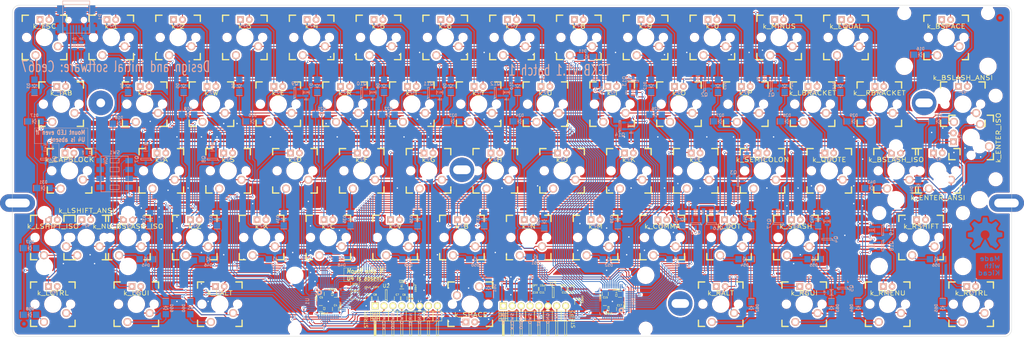
<source format=kicad_pcb>
(kicad_pcb (version 20171130) (host pcbnew "(5.1.5)-3")
  (title_block (title "TCKB : the \"Commando\" edition.") (date 2016-10-14) (rev 1.0) (company Ced67) (comment 1 "was an invaluable helper!") (comment 2 "Special thanks to Komar and the GH60 contributors for the pcb layout which") (comment 4 "Thanks to the MK community for their huge documentations."))
  (layers (0 F.Cu signal) (31 B.Cu signal) (34 B.Paste user hide) (35 F.Paste user hide) (36 B.SilkS user) (37 F.SilkS user) (38 B.Mask user) (39 F.Mask user) (44 Edge.Cuts user hide))
  (net 0 "")
  (net 1 NRST)
  (net 2 GNDPWR)
  (net 3 +3V3)
  (net 4 +5V)
  (net 5 "Net-(D2-Pad2)")
  (net 6 Col_1_)
  (net 7 "Net-(D3-Pad2)")
  (net 8 Col_2_)
  (net 9 "Net-(D4-Pad2)")
  (net 10 Col_3_)
  (net 11 "Net-(D5-Pad2)")
  (net 12 Col_4_)
  (net 13 "Net-(D6-Pad2)")
  (net 14 Col_5_)
  (net 15 "Net-(D7-Pad2)")
  (net 16 Col_6_)
  (net 17 "Net-(D8-Pad2)")
  (net 18 Col_7_)
  (net 19 "Net-(D9-Pad2)")
  (net 20 Col_8_)
  (net 21 "Net-(D10-Pad2)")
  (net 22 Col_9_)
  (net 23 "Net-(D11-Pad2)")
  (net 24 Col_10_)
  (net 25 "Net-(D12-Pad2)")
  (net 26 Col_11_)
  (net 27 "Net-(D13-Pad2)")
  (net 28 Col_12_)
  (net 29 "Net-(D14-Pad2)")
  (net 30 Col_13_)
  (net 31 "Net-(D15-Pad2)")
  (net 32 "Net-(D16-Pad2)")
  (net 33 "Net-(D17-Pad2)")
  (net 34 "Net-(D18-Pad2)")
  (net 35 "Net-(D19-Pad2)")
  (net 36 "Net-(D20-Pad2)")
  (net 37 "Net-(D21-Pad2)")
  (net 38 "Net-(D22-Pad2)")
  (net 39 "Net-(D23-Pad2)")
  (net 40 "Net-(D24-Pad2)")
  (net 41 "Net-(D25-Pad2)")
  (net 42 "Net-(D26-Pad2)")
  (net 43 "Net-(D27-Pad2)")
  (net 44 "Net-(D28-Pad2)")
  (net 45 "Net-(D29-Pad2)")
  (net 46 "Net-(D30-Pad2)")
  (net 47 "Net-(D31-Pad2)")
  (net 48 "Net-(D32-Pad2)")
  (net 49 "Net-(D33-Pad2)")
  (net 50 "Net-(D34-Pad2)")
  (net 51 "Net-(D35-Pad2)")
  (net 52 "Net-(D36-Pad2)")
  (net 53 "Net-(D37-Pad2)")
  (net 54 "Net-(D38-Pad2)")
  (net 55 "Net-(D39-Pad2)")
  (net 56 "Net-(D40-Pad2)")
  (net 57 "Net-(D41-Pad2)")
  (net 58 "Net-(D42-Pad2)")
  (net 59 "Net-(D43-Pad2)")
  (net 60 "Net-(D44-Pad2)")
  (net 61 "Net-(D45-Pad2)")
  (net 62 "Net-(D46-Pad2)")
  (net 63 "Net-(D47-Pad2)")
  (net 64 "Net-(D48-Pad2)")
  (net 65 "Net-(D49-Pad2)")
  (net 66 "Net-(D50-Pad2)")
  (net 67 "Net-(D51-Pad2)")
  (net 68 "Net-(D52-Pad2)")
  (net 69 "Net-(D53-Pad2)")
  (net 70 "Net-(D54-Pad2)")
  (net 71 "Net-(D55-Pad2)")
  (net 72 "Net-(D56-Pad2)")
  (net 73 "Net-(D57-Pad2)")
  (net 74 "Net-(D58-Pad2)")
  (net 75 "Net-(D59-Pad2)")
  (net 76 "Net-(D60-Pad2)")
  (net 77 "Net-(D61-Pad2)")
  (net 78 "Net-(D62-Pad2)")
  (net 79 "Net-(D63-Pad2)")
  (net 80 "Net-(D64-Pad2)")
  (net 81 "Net-(D65-Pad2)")
  (net 82 "Net-(LED1-Pad1)")
  (net 83 "Net-(LED1-Pad2)")
  (net 84 "Net-(LED12-Pad1)")
  (net 85 "Net-(LED14-Pad1)")
  (net 86 "Net-(LED10-Pad1)")
  (net 87 "Net-(LED10-Pad2)")
  (net 88 "Net-(LED13-Pad1)")
  (net 89 "Net-(LED11-Pad2)")
  (net 90 "Net-(LED16-Pad2)")
  (net 91 "Net-(LED20-Pad2)")
  (net 92 "Net-(LED24-Pad2)")
  (net 93 "Net-(LED28-Pad2)")
  (net 94 "Net-(LED33-Pad2)")
  (net 95 "Net-(LED37-Pad2)")
  (net 96 "Net-(LED41-Pad2)")
  (net 97 "Net-(LED45-Pad2)")
  (net 98 "Net-(LED50-Pad2)")
  (net 99 "Net-(LED55-Pad2)")
  (net 100 "Net-(LED59-Pad2)")
  (net 101 "Net-(P1-Pad2)")
  (net 102 "Net-(P1-Pad3)")
  (net 103 "Net-(R2-Pad1)")
  (net 104 LIGHT_MISO)
  (net 105 USART_TX)
  (net 106 USART_RX)
  (net 107 SWO)
  (net 108 SWDIO)
  (net 109 SWCLK)
  (net 110 Line_1_)
  (net 111 Line_2_)
  (net 112 Line_3_)
  (net 113 Line_4_)
  (net 114 LIGHT_CS)
  (net 115 LIGHT_SCK)
  (net 116 LIGHT_MOSI)
  (net 117 "Net-(Q1-Pad3)")
  (net 118 "Net-(Q2-Pad3)")
  (net 119 "Net-(Q3-Pad3)")
  (net 120 "Net-(Q4-Pad3)")
  (net 121 "Net-(Q5-Pad3)")
  (net 122 LED_COL_1)
  (net 123 LED_COL_2)
  (net 124 LED_COL_3)
  (net 125 LED_COL_4)
  (net 126 LED_COL_5)
  (net 127 LED_COL_6)
  (net 128 LED_COL_7)
  (net 129 LED_COL_8)
  (net 130 LED_COL_9)
  (net 131 LED_COL_10)
  (net 132 LED_COL_11)
  (net 133 LED_COL_12)
  (net 134 LED_COL_13)
  (net 135 BOOT0)
  (net 136 USART_TX_2)
  (net 137 USART_RX_2)
  (net 138 SWO_2)
  (net 139 SWDIO_2)
  (net 140 SWCLK_2)
  (net 141 +3V3_AUX)
  (net 142 NRST_2)
  (net 143 CAPSLOCK)
  (net 144 LED_LINE_1)
  (net 145 LED_LINE_2)
  (net 146 LED_LINE_3)
  (net 147 LED_LINE_4)
  (net 148 "Net-(R3-Pad1)")
  (net 149 ALT_LAYOUT)
  (net 150 DIS_BKLIGHT)
  (net 151 Line_0_)
  (net 152 Col_0_)
  (net 153 LED_LINE_0)
  (net 154 LED_COL_0)
  (net 155 TBD)
  (module TCKB:VIA_0.6 (layer F.Cu) (at 108.331 139.192)
    (fp_text reference REF**257 hide)
    (fp_text value VIA_0.6 hide)
    (pad 1 thru_hole circle (at 0 0) (size 0.6 0.6) (drill 0.4) (layers *.Cu) (net 2 GNDPWR))
  )
  (module TCKB:VIA_0.6 (layer F.Cu) (at 108.331 134.747)
    (fp_text reference REF**257 hide)
    (fp_text value VIA_0.6 hide)
    (pad 1 thru_hole circle (at 0 0) (size 0.6 0.6) (drill 0.4) (layers *.Cu) (net 2 GNDPWR))
  )
  (module TCKB:VIA_0.6 (layer F.Cu) (at 118.11 149.225)
    (fp_text reference REF**257 hide)
    (fp_text value VIA_0.6 hide)
    (pad 1 thru_hole circle (at 0 0) (size 0.6 0.6) (drill 0.4) (layers *.Cu) (net 2 GNDPWR))
  )
  (module TCKB:VIA_0.6 (layer F.Cu) (at 116.205 144.145)
    (fp_text reference REF**257 hide)
    (fp_text value VIA_0.6 hide)
    (pad 1 thru_hole circle (at 0 0) (size 0.6 0.6) (drill 0.4) (layers *.Cu) (net 2 GNDPWR))
  )
  (module TCKB:VIA_0.6 (layer F.Cu) (at 198.12 154.305)
    (fp_text reference REF**2104 hide)
    (fp_text value VIA_0.6 hide)
    (pad 1 thru_hole circle (at 0 0) (size 0.6 0.6) (drill 0.4) (layers *.Cu) (net 2 GNDPWR))
  )
  (module TCKB:VIA_0.6 (layer F.Cu) (at 153.543 142.748)
    (fp_text reference REF**262 hide)
    (fp_text value VIA_0.6 hide)
    (pad 1 thru_hole circle (at 0 0) (size 0.6 0.6) (drill 0.4) (layers *.Cu) (net 2 GNDPWR))
  )
  (module TCKB:VIA_0.6 (layer F.Cu) (at 186.69 154.94)
    (fp_text reference REF**281 hide)
    (fp_text value VIA_0.6 hide)
    (pad 1 thru_hole circle (at 0 0) (size 0.6 0.6) (drill 0.4) (layers *.Cu) (net 2 GNDPWR))
  )
  (module TCKB:VIA_0.6 (layer F.Cu) (at 101.6 97.79)
    (fp_text reference REF**253 hide)
    (fp_text value VIA_0.6 hide)
    (pad 1 thru_hole circle (at 0 0) (size 0.6 0.6) (drill 0.4) (layers *.Cu) (net 2 GNDPWR))
  )
  (module TCKB:VIA_0.6 (layer F.Cu) (at 276.225 77.47)
    (fp_text reference REF**2103 hide)
    (fp_text value VIA_0.6 hide)
    (pad 1 thru_hole circle (at 0 0) (size 0.6 0.6) (drill 0.4) (layers *.Cu) (net 2 GNDPWR))
  )
  (module TCKB:VIA_0.6 (layer F.Cu) (at 151.765 98.425)
    (fp_text reference REF**296 hide)
    (fp_text value VIA_0.6 hide)
    (pad 1 thru_hole circle (at 0 0) (size 0.6 0.6) (drill 0.4) (layers *.Cu) (net 2 GNDPWR))
  )
  (module TCKB:VIA_0.6 (layer F.Cu) (at 126.365 98.425)
    (fp_text reference REF**2106 hide)
    (fp_text value VIA_0.6 hide)
    (pad 1 thru_hole circle (at 0 0) (size 0.6 0.6) (drill 0.4) (layers *.Cu) (net 2 GNDPWR))
  )
  (module TCKB:VIA_0.6 (layer F.Cu) (at 130.81 121.285)
    (fp_text reference REF**257 hide)
    (fp_text value VIA_0.6 hide)
    (pad 1 thru_hole circle (at 0 0) (size 0.6 0.6) (drill 0.4) (layers *.Cu) (net 2 GNDPWR))
  )
  (module TCKB:VIA_0.6 (layer F.Cu) (at 158.75 97.155)
    (fp_text reference REF**297 hide)
    (fp_text value VIA_0.6 hide)
    (pad 1 thru_hole circle (at 0 0) (size 0.6 0.6) (drill 0.4) (layers *.Cu) (net 2 GNDPWR))
  )
  (module TCKB:VIA_0.6 (layer F.Cu) (at 163.195 97.79)
    (fp_text reference REF**2107 hide)
    (fp_text value VIA_0.6 hide)
    (pad 1 thru_hole circle (at 0 0) (size 0.6 0.6) (drill 0.4) (layers *.Cu) (net 2 GNDPWR))
  )
  (module TCKB:VIA_0.6 (layer F.Cu) (at 122.555 98.425)
    (fp_text reference REF**268 hide)
    (fp_text value VIA_0.6 hide)
    (pad 1 thru_hole circle (at 0 0) (size 0.6 0.6) (drill 0.4) (layers *.Cu) (net 2 GNDPWR))
  )
  (module TCKB:VIA_0.6 (layer F.Cu) (at 147.32 127.635)
    (fp_text reference REF**288 hide)
    (fp_text value VIA_0.6 hide)
    (pad 1 thru_hole circle (at 0 0) (size 0.6 0.6) (drill 0.4) (layers *.Cu) (net 2 GNDPWR))
  )
  (module TCKB:VIA_0.6 (layer F.Cu) (at 196.85 97.155)
    (fp_text reference REF**298 hide)
    (fp_text value VIA_0.6 hide)
    (pad 1 thru_hole circle (at 0 0) (size 0.6 0.6) (drill 0.4) (layers *.Cu) (net 2 GNDPWR))
  )
  (module TCKB:VIA_0.6 (layer F.Cu) (at 201.295 97.79)
    (fp_text reference REF**2108 hide)
    (fp_text value VIA_0.6 hide)
    (pad 1 thru_hole circle (at 0 0) (size 0.6 0.6) (drill 0.4) (layers *.Cu) (net 2 GNDPWR))
  )
  (module TCKB:VIA_0.6 (layer F.Cu) (at 170.18 98.425)
    (fp_text reference REF**269 hide)
    (fp_text value VIA_0.6 hide)
    (pad 1 thru_hole circle (at 0 0) (size 0.6 0.6) (drill 0.4) (layers *.Cu) (net 2 GNDPWR))
  )
  (module TCKB:VIA_0.6 (layer F.Cu) (at 177.8 97.155)
    (fp_text reference REF**279 hide)
    (fp_text value VIA_0.6 hide)
    (pad 1 thru_hole circle (at 0 0) (size 0.6 0.6) (drill 0.4) (layers *.Cu) (net 2 GNDPWR))
  )
  (module TCKB:VIA_0.6 (layer F.Cu) (at 181.61 98.425)
    (fp_text reference REF**289 hide)
    (fp_text value VIA_0.6 hide)
    (pad 1 thru_hole circle (at 0 0) (size 0.6 0.6) (drill 0.4) (layers *.Cu) (net 2 GNDPWR))
  )
  (module TCKB:VIA_0.6 (layer F.Cu) (at 272.415 78.105)
    (fp_text reference REF**299 hide)
    (fp_text value VIA_0.6 hide)
    (pad 1 thru_hole circle (at 0 0) (size 0.6 0.6) (drill 0.4) (layers *.Cu) (net 2 GNDPWR))
  )
  (module TCKB:VIA_0.6 (layer F.Cu) (at 254.635 78.105)
    (fp_text reference REF**2109 hide)
    (fp_text value VIA_0.6 hide)
    (pad 1 thru_hole circle (at 0 0) (size 0.6 0.6) (drill 0.4) (layers *.Cu) (net 2 GNDPWR))
  )
  (module TCKB:VIA_0.6 (layer F.Cu) (at 229.87 83.185)
    (fp_text reference REF**2610 hide)
    (fp_text value VIA_0.6 hide)
    (pad 1 thru_hole circle (at 0 0) (size 0.6 0.6) (drill 0.4) (layers *.Cu) (net 2 GNDPWR))
  )
  (module TCKB:VIA_0.6 (layer F.Cu) (at 229.87 78.105)
    (fp_text reference REF**2710 hide)
    (fp_text value VIA_0.6 hide)
    (pad 1 thru_hole circle (at 0 0) (size 0.6 0.6) (drill 0.4) (layers *.Cu) (net 2 GNDPWR))
  )
  (module TCKB:VIA_0.6 (layer F.Cu) (at 267.335 78.74)
    (fp_text reference REF**2810 hide)
    (fp_text value VIA_0.6 hide)
    (pad 1 thru_hole circle (at 0 0) (size 0.6 0.6) (drill 0.4) (layers *.Cu) (net 2 GNDPWR))
  )
  (module TCKB:VIA_0.6 (layer F.Cu) (at 248.285 78.74)
    (fp_text reference REF**2910 hide)
    (fp_text value VIA_0.6 hide)
    (pad 1 thru_hole circle (at 0 0) (size 0.6 0.6) (drill 0.4) (layers *.Cu) (net 2 GNDPWR))
  )
  (module TCKB:VIA_0.6 (layer F.Cu) (at 234.315 78.105)
    (fp_text reference REF**21010 hide)
    (fp_text value VIA_0.6 hide)
    (pad 1 thru_hole circle (at 0 0) (size 0.6 0.6) (drill 0.4) (layers *.Cu) (net 2 GNDPWR))
  )
  (module TCKB:VIA_0.6 (layer F.Cu) (at 153.035 79.375)
    (fp_text reference REF**21010 hide)
    (fp_text value VIA_0.6 hide)
    (pad 1 thru_hole circle (at 0 0) (size 0.6 0.6) (drill 0.4) (layers *.Cu) (net 2 GNDPWR))
  )
  (module TCKB:VIA_0.6 (layer F.Cu) (at 160.02 78.74)
    (fp_text reference REF**2910 hide)
    (fp_text value VIA_0.6 hide)
    (pad 1 thru_hole circle (at 0 0) (size 0.6 0.6) (drill 0.4) (layers *.Cu) (net 2 GNDPWR))
  )
  (module TCKB:VIA_0.6 (layer F.Cu) (at 97.155 78.74)
    (fp_text reference REF**2810 hide)
    (fp_text value VIA_0.6 hide)
    (pad 1 thru_hole circle (at 0 0) (size 0.6 0.6) (drill 0.4) (layers *.Cu) (net 2 GNDPWR))
  )
  (module TCKB:VIA_0.6 (layer F.Cu) (at 196.85 78.105)
    (fp_text reference REF**2710 hide)
    (fp_text value VIA_0.6 hide)
    (pad 1 thru_hole circle (at 0 0) (size 0.6 0.6) (drill 0.4) (layers *.Cu) (net 2 GNDPWR))
  )
  (module TCKB:VIA_0.6 (layer F.Cu) (at 217.17 78.105)
    (fp_text reference REF**2610 hide)
    (fp_text value VIA_0.6 hide)
    (pad 1 thru_hole circle (at 0 0) (size 0.6 0.6) (drill 0.4) (layers *.Cu) (net 2 GNDPWR))
  )
  (module TCKB:VIA_0.6 (layer F.Cu) (at 85.725 138.43)
    (fp_text reference REF**2510 hide)
    (fp_text value VIA_0.6 hide)
    (pad 1 thru_hole circle (at 0 0) (size 0.6 0.6) (drill 0.4) (layers *.Cu) (net 2 GNDPWR))
  )
  (module TCKB:VIA_0.6 (layer F.Cu) (at 191.77 78.74)
    (fp_text reference REF**2109 hide)
    (fp_text value VIA_0.6 hide)
    (pad 1 thru_hole circle (at 0 0) (size 0.6 0.6) (drill 0.4) (layers *.Cu) (net 2 GNDPWR))
  )
  (module TCKB:VIA_0.6 (layer F.Cu) (at 178.435 78.105)
    (fp_text reference REF**299 hide)
    (fp_text value VIA_0.6 hide)
    (pad 1 thru_hole circle (at 0 0) (size 0.6 0.6) (drill 0.4) (layers *.Cu) (net 2 GNDPWR))
  )
  (module TCKB:VIA_0.6 (layer F.Cu) (at 172.72 78.74)
    (fp_text reference REF**289 hide)
    (fp_text value VIA_0.6 hide)
    (pad 1 thru_hole circle (at 0 0) (size 0.6 0.6) (drill 0.4) (layers *.Cu) (net 2 GNDPWR))
  )
  (module TCKB:VIA_0.6 (layer F.Cu) (at 103.505 78.105)
    (fp_text reference REF**279 hide)
    (fp_text value VIA_0.6 hide)
    (pad 1 thru_hole circle (at 0 0) (size 0.6 0.6) (drill 0.4) (layers *.Cu) (net 2 GNDPWR))
  )
  (module TCKB:VIA_0.6 (layer F.Cu) (at 84.455 135.89)
    (fp_text reference REF**269 hide)
    (fp_text value VIA_0.6 hide)
    (pad 1 thru_hole circle (at 0 0) (size 0.6 0.6) (drill 0.4) (layers *.Cu) (net 2 GNDPWR))
  )
  (module TCKB:VIA_0.6 (layer F.Cu) (at 231.775 140.335)
    (fp_text reference REF**259 hide)
    (fp_text value VIA_0.6 hide)
    (pad 1 thru_hole circle (at 0 0) (size 0.6 0.6) (drill 0.4) (layers *.Cu) (net 2 GNDPWR))
  )
  (module TCKB:VIA_0.6 (layer F.Cu) (at 248.285 116.84)
    (fp_text reference REF**219 hide)
    (fp_text value VIA_0.6 hide)
    (pad 1 thru_hole circle (at 0 0) (size 0.6 0.6) (drill 0.4) (layers *.Cu) (net 2 GNDPWR))
  )
  (module TCKB:VIA_0.6 (layer F.Cu) (at 104.775 131.445)
    (fp_text reference REF**2108 hide)
    (fp_text value VIA_0.6 hide)
    (pad 1 thru_hole circle (at 0 0) (size 0.6 0.6) (drill 0.4) (layers *.Cu) (net 2 GNDPWR))
  )
  (module TCKB:VIA_0.6 (layer F.Cu) (at 98.425 128.905)
    (fp_text reference REF**298 hide)
    (fp_text value VIA_0.6 hide)
    (pad 1 thru_hole circle (at 0 0) (size 0.6 0.6) (drill 0.4) (layers *.Cu) (net 2 GNDPWR))
  )
  (module TCKB:VIA_0.6 (layer F.Cu) (at 99.06 122.555)
    (fp_text reference REF**288 hide)
    (fp_text value VIA_0.6 hide)
    (pad 1 thru_hole circle (at 0 0) (size 0.6 0.6) (drill 0.4) (layers *.Cu) (net 2 GNDPWR))
  )
  (module TCKB:VIA_0.6 (layer F.Cu) (at 104.14 122.555)
    (fp_text reference REF**278 hide)
    (fp_text value VIA_0.6 hide)
    (pad 1 thru_hole circle (at 0 0) (size 0.6 0.6) (drill 0.4) (layers *.Cu) (net 2 GNDPWR))
  )
  (module TCKB:VIA_0.6 (layer F.Cu) (at 109.22 125.095)
    (fp_text reference REF**268 hide)
    (fp_text value VIA_0.6 hide)
    (pad 1 thru_hole circle (at 0 0) (size 0.6 0.6) (drill 0.4) (layers *.Cu) (net 2 GNDPWR))
  )
  (module TCKB:VIA_0.6 (layer F.Cu) (at 76.835 138.43)
    (fp_text reference REF**258 hide)
    (fp_text value VIA_0.6 hide)
    (pad 1 thru_hole circle (at 0 0) (size 0.6 0.6) (drill 0.4) (layers *.Cu) (net 2 GNDPWR))
  )
  (module TCKB:VIA_0.6 (layer F.Cu) (at 147.32 134.62)
    (fp_text reference REF**2107 hide)
    (fp_text value VIA_0.6 hide)
    (pad 1 thru_hole circle (at 0 0) (size 0.6 0.6) (drill 0.4) (layers *.Cu) (net 2 GNDPWR))
  )
  (module TCKB:VIA_0.6 (layer F.Cu) (at 99.06 125.73)
    (fp_text reference REF**297 hide)
    (fp_text value VIA_0.6 hide)
    (pad 1 thru_hole circle (at 0 0) (size 0.6 0.6) (drill 0.4) (layers *.Cu) (net 2 GNDPWR))
  )
  (module TCKB:VIA_0.6 (layer F.Cu) (at 242.57 134.62)
    (fp_text reference REF**287 hide)
    (fp_text value VIA_0.6 hide)
    (pad 1 thru_hole circle (at 0 0) (size 0.6 0.6) (drill 0.4) (layers *.Cu) (net 2 GNDPWR))
  )
  (module TCKB:VIA_0.6 (layer F.Cu) (at 104.14 125.095)
    (fp_text reference REF**277 hide)
    (fp_text value VIA_0.6 hide)
    (pad 1 thru_hole circle (at 0 0) (size 0.6 0.6) (drill 0.4) (layers *.Cu) (net 2 GNDPWR))
  )
  (module TCKB:VIA_0.6 (layer F.Cu) (at 116.205 135.255)
    (fp_text reference REF**267 hide)
    (fp_text value VIA_0.6 hide)
    (pad 1 thru_hole circle (at 0 0) (size 0.6 0.6) (drill 0.4) (layers *.Cu) (net 2 GNDPWR))
  )
  (module TCKB:VIA_0.6 (layer F.Cu) (at 109.22 149.225)
    (fp_text reference REF**257 hide)
    (fp_text value VIA_0.6 hide)
    (pad 1 thru_hole circle (at 0 0) (size 0.6 0.6) (drill 0.4) (layers *.Cu) (net 2 GNDPWR))
  )
  (module TCKB:VIA_0.6 (layer F.Cu) (at 147.32 140.97)
    (fp_text reference REF**2106 hide)
    (fp_text value VIA_0.6 hide)
    (pad 1 thru_hole circle (at 0 0) (size 0.6 0.6) (drill 0.4) (layers *.Cu) (net 2 GNDPWR))
  )
  (module TCKB:VIA_0.6 (layer F.Cu) (at 142.24 135.255)
    (fp_text reference REF**296 hide)
    (fp_text value VIA_0.6 hide)
    (pad 1 thru_hole circle (at 0 0) (size 0.6 0.6) (drill 0.4) (layers *.Cu) (net 2 GNDPWR))
  )
  (module TCKB:VIA_0.6 (layer F.Cu) (at 223.52 134.62)
    (fp_text reference REF**286 hide)
    (fp_text value VIA_0.6 hide)
    (pad 1 thru_hole circle (at 0 0) (size 0.6 0.6) (drill 0.4) (layers *.Cu) (net 2 GNDPWR))
  )
  (module TCKB:VIA_0.6 (layer F.Cu) (at 277.495 116.84)
    (fp_text reference REF**276 hide)
    (fp_text value VIA_0.6 hide)
    (pad 1 thru_hole circle (at 0 0) (size 0.6 0.6) (drill 0.4) (layers *.Cu) (net 2 GNDPWR))
  )
  (module TCKB:VIA_0.6 (layer F.Cu) (at 144.78 146.05)
    (fp_text reference REF**266 hide)
    (fp_text value VIA_0.6 hide)
    (pad 1 thru_hole circle (at 0 0) (size 0.6 0.6) (drill 0.4) (layers *.Cu) (net 2 GNDPWR))
  )
  (module TCKB:VIA_0.6 (layer F.Cu) (at 258.445 116.84)
    (fp_text reference REF**256 hide)
    (fp_text value VIA_0.6 hide)
    (pad 1 thru_hole circle (at 0 0) (size 0.6 0.6) (drill 0.4) (layers *.Cu) (net 2 GNDPWR))
  )
  (module TCKB:VIA_0.6 (layer F.Cu) (at 286.385 116.84)
    (fp_text reference REF**246 hide)
    (fp_text value VIA_0.6 hide)
    (pad 1 thru_hole circle (at 0 0) (size 0.6 0.6) (drill 0.4) (layers *.Cu) (net 2 GNDPWR))
  )
  (module TCKB:VIA_0.6 (layer F.Cu) (at 122.555 135.89)
    (fp_text reference REF**2105 hide)
    (fp_text value VIA_0.6 hide)
    (pad 1 thru_hole circle (at 0 0) (size 0.6 0.6) (drill 0.4) (layers *.Cu) (net 2 GNDPWR))
  )
  (module TCKB:VIA_0.6 (layer F.Cu) (at 117.475 116.205)
    (fp_text reference REF**295 hide)
    (fp_text value VIA_0.6 hide)
    (pad 1 thru_hole circle (at 0 0) (size 0.6 0.6) (drill 0.4) (layers *.Cu) (net 2 GNDPWR))
  )
  (module TCKB:VIA_0.6 (layer F.Cu) (at 187.325 117.475)
    (fp_text reference REF**285 hide)
    (fp_text value VIA_0.6 hide)
    (pad 1 thru_hole circle (at 0 0) (size 0.6 0.6) (drill 0.4) (layers *.Cu) (net 2 GNDPWR))
  )
  (module TCKB:VIA_0.6 (layer F.Cu) (at 238.76 116.84)
    (fp_text reference REF**275 hide)
    (fp_text value VIA_0.6 hide)
    (pad 1 thru_hole circle (at 0 0) (size 0.6 0.6) (drill 0.4) (layers *.Cu) (net 2 GNDPWR))
  )
  (module TCKB:VIA_0.6 (layer F.Cu) (at 128.27 137.16)
    (fp_text reference REF**265 hide)
    (fp_text value VIA_0.6 hide)
    (pad 1 thru_hole circle (at 0 0) (size 0.6 0.6) (drill 0.4) (layers *.Cu) (net 2 GNDPWR))
  )
  (module TCKB:VIA_0.6 (layer F.Cu) (at 201.93 116.84)
    (fp_text reference REF**255 hide)
    (fp_text value VIA_0.6 hide)
    (pad 1 thru_hole circle (at 0 0) (size 0.6 0.6) (drill 0.4) (layers *.Cu) (net 2 GNDPWR))
  )
  (module TCKB:VIA_0.6 (layer F.Cu) (at 290.195 116.205)
    (fp_text reference REF**245 hide)
    (fp_text value VIA_0.6 hide)
    (pad 1 thru_hole circle (at 0 0) (size 0.6 0.6) (drill 0.4) (layers *.Cu) (net 2 GNDPWR))
  )
  (module TCKB:VIA_0.6 (layer F.Cu) (at 252.095 115.57)
    (fp_text reference REF**215 hide)
    (fp_text value VIA_0.6 hide)
    (pad 1 thru_hole circle (at 0 0) (size 0.6 0.6) (drill 0.4) (layers *.Cu) (net 2 GNDPWR))
  )
  (module TCKB:VIA_0.6 (layer F.Cu) (at 155.575 128.905)
    (fp_text reference REF**2104 hide)
    (fp_text value VIA_0.6 hide)
    (pad 1 thru_hole circle (at 0 0) (size 0.6 0.6) (drill 0.4) (layers *.Cu) (net 2 GNDPWR))
  )
  (module TCKB:VIA_0.6 (layer F.Cu) (at 237.49 135.89)
    (fp_text reference REF**294 hide)
    (fp_text value VIA_0.6 hide)
    (pad 1 thru_hole circle (at 0 0) (size 0.6 0.6) (drill 0.4) (layers *.Cu) (net 2 GNDPWR))
  )
  (module TCKB:VIA_0.6 (layer F.Cu) (at 243.84 128.27)
    (fp_text reference REF**284 hide)
    (fp_text value VIA_0.6 hide)
    (pad 1 thru_hole circle (at 0 0) (size 0.6 0.6) (drill 0.4) (layers *.Cu) (net 2 GNDPWR))
  )
  (module TCKB:VIA_0.6 (layer F.Cu) (at 109.22 128.27)
    (fp_text reference REF**274 hide)
    (fp_text value VIA_0.6 hide)
    (pad 1 thru_hole circle (at 0 0) (size 0.6 0.6) (drill 0.4) (layers *.Cu) (net 2 GNDPWR))
  )
  (module TCKB:VIA_0.6 (layer F.Cu) (at 112.395 116.84)
    (fp_text reference REF**264 hide)
    (fp_text value VIA_0.6 hide)
    (pad 1 thru_hole circle (at 0 0) (size 0.6 0.6) (drill 0.4) (layers *.Cu) (net 2 GNDPWR))
  )
  (module TCKB:VIA_0.6 (layer F.Cu) (at 183.515 126.365)
    (fp_text reference REF**254 hide)
    (fp_text value VIA_0.6 hide)
    (pad 1 thru_hole circle (at 0 0) (size 0.6 0.6) (drill 0.4) (layers *.Cu) (net 2 GNDPWR))
  )
  (module TCKB:VIA_0.6 (layer F.Cu) (at 146.685 120.65)
    (fp_text reference REF**2103 hide)
    (fp_text value VIA_0.6 hide)
    (pad 1 thru_hole circle (at 0 0) (size 0.6 0.6) (drill 0.4) (layers *.Cu) (net 2 GNDPWR))
  )
  (module TCKB:VIA_0.6 (layer F.Cu) (at 238.125 130.81)
    (fp_text reference REF**293 hide)
    (fp_text value VIA_0.6 hide)
    (pad 1 thru_hole circle (at 0 0) (size 0.6 0.6) (drill 0.4) (layers *.Cu) (net 2 GNDPWR))
  )
  (module TCKB:VIA_0.6 (layer F.Cu) (at 210.82 78.74)
    (fp_text reference REF**283 hide)
    (fp_text value VIA_0.6 hide)
    (pad 1 thru_hole circle (at 0 0) (size 0.6 0.6) (drill 0.4) (layers *.Cu) (net 2 GNDPWR))
  )
  (module TCKB:VIA_0.6 (layer F.Cu) (at 231.775 128.27)
    (fp_text reference REF**273 hide)
    (fp_text value VIA_0.6 hide)
    (pad 1 thru_hole circle (at 0 0) (size 0.6 0.6) (drill 0.4) (layers *.Cu) (net 2 GNDPWR))
  )
  (module TCKB:VIA_0.6 (layer F.Cu) (at 148.59 143.51)
    (fp_text reference REF**263 hide)
    (fp_text value VIA_0.6 hide)
    (pad 1 thru_hole circle (at 0 0) (size 0.6 0.6) (drill 0.4) (layers *.Cu) (net 2 GNDPWR))
  )
  (module TCKB:VIA_0.6 (layer F.Cu) (at 186.69 145.415)
    (fp_text reference REF**253 hide)
    (fp_text value VIA_0.6 hide)
    (pad 1 thru_hole circle (at 0 0) (size 0.6 0.6) (drill 0.4) (layers *.Cu) (net 2 GNDPWR))
  )
  (module TCKB:VIA_0.6 (layer F.Cu) (at 203.2 135.89)
    (fp_text reference REF**2102 hide)
    (fp_text value VIA_0.6 hide)
    (pad 1 thru_hole circle (at 0 0) (size 0.6 0.6) (drill 0.4) (layers *.Cu) (net 2 GNDPWR))
  )
  (module TCKB:VIA_0.6 (layer F.Cu) (at 169.545 144.145)
    (fp_text reference REF**292 hide)
    (fp_text value VIA_0.6 hide)
    (pad 1 thru_hole circle (at 0 0) (size 0.6 0.6) (drill 0.4) (layers *.Cu) (net 2 GNDPWR))
  )
  (module TCKB:VIA_0.6 (layer F.Cu) (at 163.195 150.495)
    (fp_text reference REF**282 hide)
    (fp_text value VIA_0.6 hide)
    (pad 1 thru_hole circle (at 0 0) (size 0.6 0.6) (drill 0.4) (layers *.Cu) (net 2 GNDPWR))
  )
  (module TCKB:VIA_0.6 (layer F.Cu) (at 106.68 117.475)
    (fp_text reference REF**272 hide)
    (fp_text value VIA_0.6 hide)
    (pad 1 thru_hole circle (at 0 0) (size 0.6 0.6) (drill 0.4) (layers *.Cu) (net 2 GNDPWR))
  )
  (module TCKB:VIA_0.6 (layer F.Cu) (at 189.865 151.765)
    (fp_text reference REF**262 hide)
    (fp_text value VIA_0.6 hide)
    (pad 1 thru_hole circle (at 0 0) (size 0.6 0.6) (drill 0.4) (layers *.Cu) (net 2 GNDPWR))
  )
  (module TCKB:VIA_0.6 (layer F.Cu) (at 183.515 135.89)
    (fp_text reference REF**252 hide)
    (fp_text value VIA_0.6 hide)
    (pad 1 thru_hole circle (at 0 0) (size 0.6 0.6) (drill 0.4) (layers *.Cu) (net 2 GNDPWR))
  )
  (module TCKB:VIA_0.6 (layer F.Cu) (at 212.09 116.205)
    (fp_text reference REF**2101 hide)
    (fp_text value VIA_0.6 hide)
    (pad 1 thru_hole circle (at 0 0) (size 0.6 0.6) (drill 0.4) (layers *.Cu) (net 2 GNDPWR))
  )
  (module TCKB:VIA_0.6 (layer F.Cu) (at 172.085 116.84)
    (fp_text reference REF**291 hide)
    (fp_text value VIA_0.6 hide)
    (pad 1 thru_hole circle (at 0 0) (size 0.6 0.6) (drill 0.4) (layers *.Cu) (net 2 GNDPWR))
  )
  (module TCKB:VIA_0.6 (layer F.Cu) (at 192.405 145.415)
    (fp_text reference REF**281 hide)
    (fp_text value VIA_0.6 hide)
    (pad 1 thru_hole circle (at 0 0) (size 0.6 0.6) (drill 0.4) (layers *.Cu) (net 2 GNDPWR))
  )
  (module TCKB:VIA_0.6 (layer F.Cu) (at 224.155 127)
    (fp_text reference REF**271 hide)
    (fp_text value VIA_0.6 hide)
    (pad 1 thru_hole circle (at 0 0) (size 0.6 0.6) (drill 0.4) (layers *.Cu) (net 2 GNDPWR))
  )
  (module TCKB:VIA_0.6 (layer F.Cu) (at 200.025 135.255)
    (fp_text reference REF**261 hide)
    (fp_text value VIA_0.6 hide)
    (pad 1 thru_hole circle (at 0 0) (size 0.6 0.6) (drill 0.4) (layers *.Cu) (net 2 GNDPWR))
  )
  (module TCKB:VIA_0.6 (layer F.Cu) (at 232.41 117.475)
    (fp_text reference REF**251 hide)
    (fp_text value VIA_0.6 hide)
    (pad 1 thru_hole circle (at 0 0) (size 0.6 0.6) (drill 0.4) (layers *.Cu) (net 2 GNDPWR))
  )
  (module TCKB:VIA_0.6 (layer F.Cu) (at 316.865 125.73)
    (fp_text reference REF**221 hide)
    (fp_text value VIA_0.6 hide)
    (pad 1 thru_hole circle (at 0 0) (size 0.6 0.6) (drill 0.4) (layers *.Cu) (net 2 GNDPWR))
  )
  (module TCKB:VIA_0.6 (layer F.Cu) (at 283.21 121.92)
    (fp_text reference REF**910 hide)
    (fp_text value VIA_0.6 hide)
    (pad 1 thru_hole circle (at 0 0) (size 0.6 0.6) (drill 0.4) (layers *.Cu) (net 2 GNDPWR))
  )
  (module TCKB:VIA_0.6 (layer F.Cu) (at 287.02 135.89)
    (fp_text reference REF**610 hide)
    (fp_text value VIA_0.6 hide)
    (pad 1 thru_hole circle (at 0 0) (size 0.6 0.6) (drill 0.4) (layers *.Cu) (net 2 GNDPWR))
  )
  (module TCKB:VIA_0.6 (layer F.Cu) (at 304.8 108.585)
    (fp_text reference REF**510 hide)
    (fp_text value VIA_0.6 hide)
    (pad 1 thru_hole circle (at 0 0) (size 0.6 0.6) (drill 0.4) (layers *.Cu) (net 2 GNDPWR))
  )
  (module TCKB:VIA_0.6 (layer F.Cu) (at 250.825 129.54)
    (fp_text reference REF**210 hide)
    (fp_text value VIA_0.6 hide)
    (pad 1 thru_hole circle (at 0 0) (size 0.6 0.6) (drill 0.4) (layers *.Cu) (net 2 GNDPWR))
  )
  (module TCKB:VIA_0.6 (layer F.Cu) (at 329.565 109.855)
    (fp_text reference REF**86 hide)
    (fp_text value VIA_0.6 hide)
    (pad 1 thru_hole circle (at 0 0) (size 0.6 0.6) (drill 0.4) (layers *.Cu) (net 2 GNDPWR))
  )
  (module TCKB:VIA_0.6 (layer F.Cu) (at 304.8 121.92)
    (fp_text reference REF**66 hide)
    (fp_text value VIA_0.6 hide)
    (pad 1 thru_hole circle (at 0 0) (size 0.6 0.6) (drill 0.4) (layers *.Cu) (net 2 GNDPWR))
  )
  (module TCKB:VIA_0.6 (layer F.Cu) (at 281.305 82.55)
    (fp_text reference REF**46 hide)
    (fp_text value VIA_0.6 hide)
    (pad 1 thru_hole circle (at 0 0) (size 0.6 0.6) (drill 0.4) (layers *.Cu) (net 2 GNDPWR))
  )
  (module TCKB:VIA_0.6 (layer F.Cu) (at 324.485 100.965)
    (fp_text reference REF**16 hide)
    (fp_text value VIA_0.6 hide)
    (pad 1 thru_hole circle (at 0 0) (size 0.6 0.6) (drill 0.4) (layers *.Cu) (net 2 GNDPWR))
  )
  (module TCKB:VIA_0.6 (layer F.Cu) (at 327.66 99.695)
    (fp_text reference REF**85 hide)
    (fp_text value VIA_0.6 hide)
    (pad 1 thru_hole circle (at 0 0) (size 0.6 0.6) (drill 0.4) (layers *.Cu) (net 2 GNDPWR))
  )
  (module TCKB:VIA_0.6 (layer F.Cu) (at 330.835 106.68)
    (fp_text reference REF**64 hide)
    (fp_text value VIA_0.6 hide)
    (pad 1 thru_hole circle (at 0 0) (size 0.6 0.6) (drill 0.4) (layers *.Cu) (net 2 GNDPWR))
  )
  (module TCKB:VIA_0.6 (layer F.Cu) (at 338.455 107.95)
    (fp_text reference REF**93 hide)
    (fp_text value VIA_0.6 hide)
    (pad 1 thru_hole circle (at 0 0) (size 0.6 0.6) (drill 0.4) (layers *.Cu) (net 2 GNDPWR))
  )
  (module TCKB:VIA_0.6 (layer F.Cu) (at 334.01 105.41)
    (fp_text reference REF**33 hide)
    (fp_text value VIA_0.6 hide)
    (pad 1 thru_hole circle (at 0 0) (size 0.6 0.6) (drill 0.4) (layers *.Cu) (net 2 GNDPWR))
  )
  (module TCKB:CHERRY_MX_LED (layer B.Cu) (at 192.88125 150.01875 180)
    (fp_text reference LED32 hide)
    (fp_text value led_SPACE hide)
    (pad 1 thru_hole circle (at -1.27 -5.08 180) (size 1.905 1.905) (drill 0.9906) (layers *.Cu *.SilkS *.Mask) (net 86 "Net-(LED10-Pad1)"))
    (pad 2 thru_hole rect (at 1.27 -5.08 180) (size 1.905 1.905) (drill 0.9906) (layers *.Cu *.SilkS *.Mask) (net 93 "Net-(LED28-Pad2)"))
  )
  (module hole:PKRHSL (layer F.Cu) (at 345.8312 121.1212)
    (fp_text reference HOLE hide)
    (fp_text value VAL** hide)
    (pad 1 thru_hole oval (at 0 0) (size 9.99998 5.00126) (drill oval 7.00024 2.49936) (layers *.Cu *.Mask))
  )
  (module hole:PKRHSL (layer F.Cu) (at 63.7489 121.1212)
    (fp_text reference HOLE hide)
    (fp_text value VAL** hide)
    (pad 1 thru_hole oval (at 0 0) (size 9.99998 5.00126) (drill oval 7.00024 2.49936) (layers *.Cu *.Mask))
  )
  (module hole:PKRH (layer F.Cu) (at 322.3399 92.5208)
    (fp_text reference HOLE hide)
    (fp_text value VAL** hide)
    (pad 1 thru_hole circle (at 0 0) (size 7.00024 7.00024) (drill oval 5.00126 2.49936) (layers *.Cu *.Mask))
  )
  (module hole:PKRH (layer F.Cu) (at 252.7894 149.8207)
    (fp_text reference HOLE hide)
    (fp_text value VAL** hide)
    (pad 1 thru_hole circle (at 0 0) (size 7.00024 7.00024) (drill oval 5.00126 2.49936) (layers *.Cu *.Mask))
  )
  (module hole:PKRH (layer F.Cu) (at 190.49 111.62)
    (fp_text reference HOLE hide)
    (fp_text value VAL** hide)
    (pad 1 thru_hole circle (at 0 0) (size 7.00024 7.00024) (drill oval 5.00126 2.49936) (layers *.Cu *.Mask))
  )
  (module hole:PKRHC (layer F.Cu) (at 87.4893 92.5208)
    (fp_text reference HOLE hide)
    (fp_text value VAL** hide)
    (pad 1 thru_hole circle (at 0 0) (size 7.0013 7.0013) (drill 2.4994) (layers *.Cu *.Mask))
  )
  (module hole:FIDUCIAL (layer B.Cu) (at 343.99 68.22)
    (fp_text reference FID hide)
    (fp_text value FIDUCIAL hide)
    (pad 1 connect circle (at 0 0) (size 1 1) (layers B.Cu B.Mask) (clearance 0.6))
  )
  (module hole:FIDUCIAL (layer B.Cu) (at 65.58 155.63)
    (fp_text reference FID hide)
    (fp_text value FIDUCIAL hide)
    (pad 1 connect circle (at 0 0) (size 1 1) (layers B.Cu B.Mask) (clearance 0.6))
  )
  (module TCKB:SlantedStrip8p (layer F.Cu) (at 202.311 150.495)
    (fp_text reference STRIP2 (at 19.939 3.81 90) (layer F.SilkS))
    (fp_text value STRIP_8P)
    (pad 7 thru_hole circle (at 15.24 0) (size 2 2) (drill 1.2) (layers *.Cu *.Mask F.SilkS) (net 136 USART_TX_2))
    (pad 8 thru_hole circle (at 17.78 0) (size 2 2) (drill 1.2) (layers *.Cu *.Mask F.SilkS) (net 137 USART_RX_2))
    (pad 6 thru_hole circle (at 12.7 0) (size 2 2) (drill 1.2) (layers *.Cu *.Mask F.SilkS) (net 2 GNDPWR))
    (pad 5 thru_hole circle (at 10.16 0) (size 2 2) (drill 1.2) (layers *.Cu *.Mask F.SilkS) (net 142 NRST_2))
    (pad 4 thru_hole circle (at 7.62 0) (size 2 2) (drill 1.2) (layers *.Cu *.Mask F.SilkS) (net 138 SWO_2))
    (pad 1 thru_hole rect (at 0 0) (size 2 2) (drill 1.2) (layers *.Cu *.Mask F.SilkS) (net 141 +3V3_AUX))
    (pad 2 thru_hole circle (at 2.54 0) (size 2 2) (drill 1.2) (layers *.Cu *.Mask F.SilkS) (net 140 SWCLK_2))
    (pad 3 thru_hole circle (at 5.08 0) (size 2 2) (drill 1.2) (layers *.Cu *.Mask F.SilkS) (net 139 SWDIO_2))
  )
  (module TCKB:SlantedStrip8p (layer F.Cu) (at 165.735 150.495)
    (fp_text reference STRIP1 (at -2.54 3.81 90) (layer F.SilkS))
    (fp_text value STRIP_8P)
    (pad 7 thru_hole circle (at 15.24 0) (size 2 2) (drill 1.2) (layers *.Cu *.Mask F.SilkS) (net 105 USART_TX))
    (pad 8 thru_hole circle (at 17.78 0) (size 2 2) (drill 1.2) (layers *.Cu *.Mask F.SilkS) (net 106 USART_RX))
    (pad 6 thru_hole circle (at 12.7 0) (size 2 2) (drill 1.2) (layers *.Cu *.Mask F.SilkS) (net 2 GNDPWR))
    (pad 5 thru_hole circle (at 10.16 0) (size 2 2) (drill 1.2) (layers *.Cu *.Mask F.SilkS) (net 1 NRST))
    (pad 4 thru_hole circle (at 7.62 0) (size 2 2) (drill 1.2) (layers *.Cu *.Mask F.SilkS) (net 107 SWO))
    (pad 1 thru_hole rect (at 0 0) (size 2 2) (drill 1.2) (layers *.Cu *.Mask F.SilkS) (net 3 +3V3))
    (pad 2 thru_hole circle (at 2.54 0) (size 2 2) (drill 1.2) (layers *.Cu *.Mask F.SilkS) (net 109 SWCLK))
    (pad 3 thru_hole circle (at 5.08 0) (size 2 2) (drill 1.2) (layers *.Cu *.Mask F.SilkS) (net 108 SWDIO))
  )
  (module TCKB:C_0805 (layer F.Cu) (at 223.52 148.59 90)
    (fp_text reference C18 (at 0.01 0 180) (layer F.SilkS) (effects (font (size 0.5 0.5) (thickness 0.1))))
    (fp_text value 100nF (at 0 1.397 270) (layer F.SilkS) (effects (font (size 0.5 0.5) (thickness 0.1))))
    (pad 1 smd rect (at -1 0 90) (size 1 1.25) (layers F.Cu F.Paste F.Mask) (net 142 NRST_2))
    (pad 2 smd rect (at 1 0 90) (size 1 1.25) (layers F.Cu F.Paste F.Mask) (net 2 GNDPWR))
  )
  (module TCKB:CHERRY_PCB_625H_STAB (layer F.Cu) (at 192.88125 150.01875 180)
    (fp_text reference ST6 hide)
    (fp_text value Space_6.25U hide)
    (pad HOLE np_thru_hole circle (at -50.038 -6.985 180) (size 3.048 3.048) (drill 3.048) (layers *.Cu))
    (pad HOLE np_thru_hole circle (at 50.038 -6.985 180) (size 3.048 3.048) (drill 3.048) (layers *.Cu))
    (pad HOLE np_thru_hole circle (at -50.038 8.255 180) (size 3.9878 3.9878) (drill 3.9878) (layers *.Cu))
    (pad HOLE np_thru_hole circle (at 50.038 8.255 180) (size 3.9878 3.9878) (drill 3.9878) (layers *.Cu))
  )
  (module TCKB:CHERRY_PCB_225H_STAB (layer F.Cu) (at 83.34375 130.97002)
    (fp_text reference ST5 hide)
    (fp_text value ANSI_Left_Shift_2.25U hide)
    (pad HOLE np_thru_hole circle (at -11.938 -6.985) (size 3.048 3.048) (drill 3.048) (layers *.Cu))
    (pad HOLE np_thru_hole circle (at 11.938 -6.985) (size 3.048 3.048) (drill 3.048) (layers *.Cu))
    (pad HOLE np_thru_hole circle (at -11.938 8.255) (size 3.9878 3.9878) (drill 3.9878) (layers *.Cu))
    (pad HOLE np_thru_hole circle (at 11.938 8.255) (size 3.9878 3.9878) (drill 3.9878) (layers *.Cu))
  )
  (module TCKB:CHERRY_PCB_275H_STAB (layer F.Cu) (at 321.47002 130.97002)
    (fp_text reference ST4 hide)
    (fp_text value Right_Shift_2.75U hide)
    (pad HOLE np_thru_hole circle (at -11.938 -6.985) (size 3.048 3.048) (drill 3.048) (layers *.Cu))
    (pad HOLE np_thru_hole circle (at 11.938 -6.985) (size 3.048 3.048) (drill 3.048) (layers *.Cu))
    (pad HOLE np_thru_hole circle (at -11.938 8.255) (size 3.9878 3.9878) (drill 3.9878) (layers *.Cu))
    (pad HOLE np_thru_hole circle (at 11.938 8.255) (size 3.9878 3.9878) (drill 3.9878) (layers *.Cu))
  )
  (module TCKB:CHERRY_PCB_200H_STAB (layer F.Cu) (at 335.75625 102.39375 270)
    (fp_text reference ST3 hide)
    (fp_text value ISO_Return_2U hide)
    (pad HOLE np_thru_hole circle (at -11.938 -6.985 270) (size 3.048 3.048) (drill 3.048) (layers *.Cu))
    (pad HOLE np_thru_hole circle (at 11.938 -6.985 270) (size 3.048 3.048) (drill 3.048) (layers *.Cu))
    (pad HOLE np_thru_hole circle (at -11.938 8.255 270) (size 3.9878 3.9878) (drill 3.9878) (layers *.Cu))
    (pad HOLE np_thru_hole circle (at 11.938 8.255 270) (size 3.9878 3.9878) (drill 3.9878) (layers *.Cu))
  )
  (module TCKB:CHERRY_PCB_225H_STAB (layer F.Cu) (at 326.23125 111.92002)
    (fp_text reference ST2 hide)
    (fp_text value ANSI_Return_2.25U hide)
    (pad HOLE np_thru_hole circle (at -11.938 -6.985) (size 3.048 3.048) (drill 3.048) (layers *.Cu))
    (pad HOLE np_thru_hole circle (at 11.938 -6.985) (size 3.048 3.048) (drill 3.048) (layers *.Cu))
    (pad HOLE np_thru_hole circle (at -11.938 8.255) (size 3.9878 3.9878) (drill 3.9878) (layers *.Cu))
    (pad HOLE np_thru_hole circle (at 11.938 8.255) (size 3.9878 3.9878) (drill 3.9878) (layers *.Cu))
  )
  (module TCKB:CHERRY_PCB_200H_STAB (layer F.Cu) (at 328.6125 73.81875)
    (fp_text reference ST1 hide)
    (fp_text value Backspace_2U hide)
    (pad HOLE np_thru_hole circle (at -11.938 -6.985) (size 3.048 3.048) (drill 3.048) (layers *.Cu))
    (pad HOLE np_thru_hole circle (at 11.938 -6.985) (size 3.048 3.048) (drill 3.048) (layers *.Cu))
    (pad HOLE np_thru_hole circle (at -11.938 8.255) (size 3.9878 3.9878) (drill 3.9878) (layers *.Cu))
    (pad HOLE np_thru_hole circle (at 11.938 8.255) (size 3.9878 3.9878) (drill 3.9878) (layers *.Cu))
  )
  (module TCKB:MiniMELF_2mm (layer B.Cu) (at 68.58 87.63 90)
    (fp_text reference D3 (at 0 -1.7 90) (layer B.SilkS) (effects (font (size 0.8 0.8)) (justify mirror)))
    (fp_text value 1N4148 hide)
    (pad 1 smd rect (at -1.75 0 90) (size 1.8 1.8) (layers B.Cu B.Paste B.Mask) (net 152 Col_0_) (clearance 0.02))
    (pad 2 smd rect (at 1.75 0 90) (size 1.8 1.8) (layers B.Cu B.Paste B.Mask) (net 7 "Net-(D3-Pad2)") (clearance 0.02))
  )
  (module TCKB:MiniMELF_2mm (layer B.Cu) (at 95.25 87.63 90)
    (fp_text reference D4 (at 0 -1.7 90) (layer B.SilkS) (effects (font (size 0.8 0.8)) (justify mirror)))
    (fp_text value 1N4148 hide)
    (pad 1 smd rect (at -1.75 0 90) (size 1.8 1.8) (layers B.Cu B.Paste B.Mask) (net 6 Col_1_) (clearance 0.02))
    (pad 2 smd rect (at 1.75 0 90) (size 1.8 1.8) (layers B.Cu B.Paste B.Mask) (net 9 "Net-(D4-Pad2)") (clearance 0.02))
  )
  (module TCKB:MiniMELF_2mm (layer B.Cu) (at 111.125 87.63 90)
    (fp_text reference D5 (at 0 -1.7 90) (layer B.SilkS) (effects (font (size 0.8 0.8)) (justify mirror)))
    (fp_text value 1N4148 hide)
    (pad 1 smd rect (at -1.75 0 90) (size 1.8 1.8) (layers B.Cu B.Paste B.Mask) (net 8 Col_2_) (clearance 0.02))
    (pad 2 smd rect (at 1.75 0 90) (size 1.8 1.8) (layers B.Cu B.Paste B.Mask) (net 11 "Net-(D5-Pad2)") (clearance 0.02))
  )
  (module TCKB:MiniMELF_2mm (layer B.Cu) (at 127 87.63 90)
    (fp_text reference D6 (at 0 -1.7 90) (layer B.SilkS) (effects (font (size 0.8 0.8)) (justify mirror)))
    (fp_text value 1N4148 hide)
    (pad 1 smd rect (at -1.75 0 90) (size 1.8 1.8) (layers B.Cu B.Paste B.Mask) (net 10 Col_3_) (clearance 0.02))
    (pad 2 smd rect (at 1.75 0 90) (size 1.8 1.8) (layers B.Cu B.Paste B.Mask) (net 13 "Net-(D6-Pad2)") (clearance 0.02))
  )
  (module TCKB:MiniMELF_2mm (layer B.Cu) (at 149.225 87.63 90)
    (fp_text reference D7 (at 0 -1.7 90) (layer B.SilkS) (effects (font (size 0.8 0.8)) (justify mirror)))
    (fp_text value 1N4148 hide)
    (pad 1 smd rect (at -1.75 0 90) (size 1.8 1.8) (layers B.Cu B.Paste B.Mask) (net 12 Col_4_) (clearance 0.02))
    (pad 2 smd rect (at 1.75 0 90) (size 1.8 1.8) (layers B.Cu B.Paste B.Mask) (net 15 "Net-(D7-Pad2)") (clearance 0.02))
  )
  (module TCKB:MiniMELF_2mm (layer B.Cu) (at 168.275 87.63 90)
    (fp_text reference D8 (at 0 -1.7 90) (layer B.SilkS) (effects (font (size 0.8 0.8)) (justify mirror)))
    (fp_text value 1N4148 hide)
    (pad 1 smd rect (at -1.75 0 90) (size 1.8 1.8) (layers B.Cu B.Paste B.Mask) (net 14 Col_5_) (clearance 0.02))
    (pad 2 smd rect (at 1.75 0 90) (size 1.8 1.8) (layers B.Cu B.Paste B.Mask) (net 17 "Net-(D8-Pad2)") (clearance 0.02))
  )
  (module TCKB:MiniMELF_2mm (layer B.Cu) (at 187.325 87.63 90)
    (fp_text reference D9 (at 0 -1.7 90) (layer B.SilkS) (effects (font (size 0.8 0.8)) (justify mirror)))
    (fp_text value 1N4148 hide)
    (pad 1 smd rect (at -1.75 0 90) (size 1.8 1.8) (layers B.Cu B.Paste B.Mask) (net 16 Col_6_) (clearance 0.02))
    (pad 2 smd rect (at 1.75 0 90) (size 1.8 1.8) (layers B.Cu B.Paste B.Mask) (net 19 "Net-(D9-Pad2)") (clearance 0.02))
  )
  (module TCKB:MiniMELF_2mm (layer B.Cu) (at 206.375 87.63 90)
    (fp_text reference D10 (at 0 -1.7 90) (layer B.SilkS) (effects (font (size 0.8 0.8)) (justify mirror)))
    (fp_text value 1N4148 hide)
    (pad 1 smd rect (at -1.75 0 90) (size 1.8 1.8) (layers B.Cu B.Paste B.Mask) (net 18 Col_7_) (clearance 0.02))
    (pad 2 smd rect (at 1.75 0 90) (size 1.8 1.8) (layers B.Cu B.Paste B.Mask) (net 21 "Net-(D10-Pad2)") (clearance 0.02))
  )
  (module TCKB:MiniMELF_2mm (layer B.Cu) (at 226.06 79.375 180)
    (fp_text reference D11 (at 1.143 1.651 180) (layer B.SilkS) (effects (font (size 0.8 0.8)) (justify mirror)))
    (fp_text value 1N4148 hide)
    (pad 1 smd rect (at -1.75 0 180) (size 1.8 1.8) (layers B.Cu B.Paste B.Mask) (net 20 Col_8_) (clearance 0.02))
    (pad 2 smd rect (at 1.75 0 180) (size 1.8 1.8) (layers B.Cu B.Paste B.Mask) (net 23 "Net-(D11-Pad2)") (clearance 0.02))
  )
  (module TCKB:MiniMELF_2mm (layer B.Cu) (at 244.475 87.63 90)
    (fp_text reference D12 (at 0 -1.7 90) (layer B.SilkS) (effects (font (size 0.8 0.8)) (justify mirror)))
    (fp_text value 1N4148 hide)
    (pad 1 smd rect (at -1.75 0 90) (size 1.8 1.8) (layers B.Cu B.Paste B.Mask) (net 22 Col_9_) (clearance 0.02))
    (pad 2 smd rect (at 1.75 0 90) (size 1.8 1.8) (layers B.Cu B.Paste B.Mask) (net 25 "Net-(D12-Pad2)") (clearance 0.02))
  )
  (module TCKB:MiniMELF_2mm (layer B.Cu) (at 263.525 87.63 90)
    (fp_text reference D13 (at 0 1.905 90) (layer B.SilkS) (effects (font (size 0.8 0.8)) (justify mirror)))
    (fp_text value 1N4148 hide)
    (pad 1 smd rect (at -1.75 0 90) (size 1.8 1.8) (layers B.Cu B.Paste B.Mask) (net 24 Col_10_) (clearance 0.02))
    (pad 2 smd rect (at 1.75 0 90) (size 1.8 1.8) (layers B.Cu B.Paste B.Mask) (net 27 "Net-(D13-Pad2)") (clearance 0.02))
  )
  (module TCKB:MiniMELF_2mm (layer B.Cu) (at 282.575 87.63 90)
    (fp_text reference D14 (at 0 1.905 90) (layer B.SilkS) (effects (font (size 0.8 0.8)) (justify mirror)))
    (fp_text value 1N4148 hide)
    (pad 1 smd rect (at -1.75 0 90) (size 1.8 1.8) (layers B.Cu B.Paste B.Mask) (net 26 Col_11_) (clearance 0.02))
    (pad 2 smd rect (at 1.75 0 90) (size 1.8 1.8) (layers B.Cu B.Paste B.Mask) (net 29 "Net-(D14-Pad2)") (clearance 0.02))
  )
  (module TCKB:MiniMELF_2mm (layer B.Cu) (at 298.45 87.63 90)
    (fp_text reference D15 (at 0 -1.7 90) (layer B.SilkS) (effects (font (size 0.8 0.8)) (justify mirror)))
    (fp_text value 1N4148 hide)
    (pad 1 smd rect (at -1.75 0 90) (size 1.8 1.8) (layers B.Cu B.Paste B.Mask) (net 28 Col_12_) (clearance 0.02))
    (pad 2 smd rect (at 1.75 0 90) (size 1.8 1.8) (layers B.Cu B.Paste B.Mask) (net 31 "Net-(D15-Pad2)") (clearance 0.02))
  )
  (module TCKB:MiniMELF_2mm (layer B.Cu) (at 321.31 78.74)
    (fp_text reference D16 (at 0 -1.7) (layer B.SilkS) (effects (font (size 0.8 0.8)) (justify mirror)))
    (fp_text value 1N4148 hide)
    (pad 1 smd rect (at -1.75 0) (size 1.8 1.8) (layers B.Cu B.Paste B.Mask) (net 30 Col_13_) (clearance 0.02))
    (pad 2 smd rect (at 1.75 0) (size 1.8 1.8) (layers B.Cu B.Paste B.Mask) (net 32 "Net-(D16-Pad2)") (clearance 0.02))
  )
  (module TCKB:MiniMELF_2mm (layer B.Cu) (at 68.58 97.79)
    (fp_text reference D17 (at 0 -1.7) (layer B.SilkS) (effects (font (size 0.8 0.8)) (justify mirror)))
    (fp_text value 1N4148 hide)
    (pad 1 smd rect (at -1.75 0) (size 1.8 1.8) (layers B.Cu B.Paste B.Mask) (net 152 Col_0_) (clearance 0.02))
    (pad 2 smd rect (at 1.75 0) (size 1.8 1.8) (layers B.Cu B.Paste B.Mask) (net 33 "Net-(D17-Pad2)") (clearance 0.02))
  )
  (module TCKB:MiniMELF_2mm (layer B.Cu) (at 92.71 98.425)
    (fp_text reference D18 (at 0 -1.7) (layer B.SilkS) (effects (font (size 0.8 0.8)) (justify mirror)))
    (fp_text value 1N4148 hide)
    (pad 1 smd rect (at -1.75 0) (size 1.8 1.8) (layers B.Cu B.Paste B.Mask) (net 6 Col_1_) (clearance 0.02))
    (pad 2 smd rect (at 1.75 0) (size 1.8 1.8) (layers B.Cu B.Paste B.Mask) (net 34 "Net-(D18-Pad2)") (clearance 0.02))
  )
  (module TCKB:MiniMELF_2mm (layer B.Cu) (at 112.395 95.885)
    (fp_text reference D19 (at 0 -1.7) (layer B.SilkS) (effects (font (size 0.8 0.8)) (justify mirror)))
    (fp_text value 1N4148 hide)
    (pad 1 smd rect (at -1.75 0) (size 1.8 1.8) (layers B.Cu B.Paste B.Mask) (net 8 Col_2_) (clearance 0.02))
    (pad 2 smd rect (at 1.75 0) (size 1.8 1.8) (layers B.Cu B.Paste B.Mask) (net 35 "Net-(D19-Pad2)") (clearance 0.02))
  )
  (module TCKB:MiniMELF_2mm (layer B.Cu) (at 130.81 97.79)
    (fp_text reference D20 (at 0 -1.7) (layer B.SilkS) (effects (font (size 0.8 0.8)) (justify mirror)))
    (fp_text value 1N4148 hide)
    (pad 1 smd rect (at -1.75 0) (size 1.8 1.8) (layers B.Cu B.Paste B.Mask) (net 10 Col_3_) (clearance 0.02))
    (pad 2 smd rect (at 1.75 0) (size 1.8 1.8) (layers B.Cu B.Paste B.Mask) (net 36 "Net-(D20-Pad2)") (clearance 0.02))
  )
  (module TCKB:MiniMELF_2mm (layer B.Cu) (at 150.495 95.885)
    (fp_text reference D21 (at 0 -1.7) (layer B.SilkS) (effects (font (size 0.8 0.8)) (justify mirror)))
    (fp_text value 1N4148 hide)
    (pad 1 smd rect (at -1.75 0) (size 1.8 1.8) (layers B.Cu B.Paste B.Mask) (net 12 Col_4_) (clearance 0.02))
    (pad 2 smd rect (at 1.75 0) (size 1.8 1.8) (layers B.Cu B.Paste B.Mask) (net 37 "Net-(D21-Pad2)") (clearance 0.02))
  )
  (module TCKB:MiniMELF_2mm (layer B.Cu) (at 169.545 95.885)
    (fp_text reference D22 (at 0 -1.7) (layer B.SilkS) (effects (font (size 0.8 0.8)) (justify mirror)))
    (fp_text value 1N4148 hide)
    (pad 1 smd rect (at -1.75 0) (size 1.8 1.8) (layers B.Cu B.Paste B.Mask) (net 14 Col_5_) (clearance 0.02))
    (pad 2 smd rect (at 1.75 0) (size 1.8 1.8) (layers B.Cu B.Paste B.Mask) (net 38 "Net-(D22-Pad2)") (clearance 0.02))
  )
  (module TCKB:MiniMELF_2mm (layer B.Cu) (at 187.96 97.79)
    (fp_text reference D23 (at 0 -1.7) (layer B.SilkS) (effects (font (size 0.8 0.8)) (justify mirror)))
    (fp_text value 1N4148 hide)
    (pad 1 smd rect (at -1.75 0) (size 1.8 1.8) (layers B.Cu B.Paste B.Mask) (net 16 Col_6_) (clearance 0.02))
    (pad 2 smd rect (at 1.75 0) (size 1.8 1.8) (layers B.Cu B.Paste B.Mask) (net 39 "Net-(D23-Pad2)") (clearance 0.02))
  )
  (module TCKB:MiniMELF_2mm (layer B.Cu) (at 207.01 97.79)
    (fp_text reference D24 (at 0 -1.7) (layer B.SilkS) (effects (font (size 0.8 0.8)) (justify mirror)))
    (fp_text value 1N4148 hide)
    (pad 1 smd rect (at -1.75 0) (size 1.8 1.8) (layers B.Cu B.Paste B.Mask) (net 18 Col_7_) (clearance 0.02))
    (pad 2 smd rect (at 1.75 0) (size 1.8 1.8) (layers B.Cu B.Paste B.Mask) (net 40 "Net-(D24-Pad2)") (clearance 0.02))
  )
  (module TCKB:MiniMELF_2mm (layer B.Cu) (at 228.6 88.9 270)
    (fp_text reference D25 (at 0 -1.7 270) (layer B.SilkS) (effects (font (size 0.8 0.8)) (justify mirror)))
    (fp_text value 1N4148 hide)
    (pad 1 smd rect (at -1.75 0 270) (size 1.8 1.8) (layers B.Cu B.Paste B.Mask) (net 20 Col_8_) (clearance 0.02))
    (pad 2 smd rect (at 1.75 0 270) (size 1.8 1.8) (layers B.Cu B.Paste B.Mask) (net 41 "Net-(D25-Pad2)") (clearance 0.02))
  )
  (module TCKB:MiniMELF_2mm (layer B.Cu) (at 245.745 95.885)
    (fp_text reference D26 (at 0 -1.7) (layer B.SilkS) (effects (font (size 0.8 0.8)) (justify mirror)))
    (fp_text value 1N4148 hide)
    (pad 1 smd rect (at -1.75 0) (size 1.8 1.8) (layers B.Cu B.Paste B.Mask) (net 22 Col_9_) (clearance 0.02))
    (pad 2 smd rect (at 1.75 0) (size 1.8 1.8) (layers B.Cu B.Paste B.Mask) (net 42 "Net-(D26-Pad2)") (clearance 0.02))
  )
  (module TCKB:MiniMELF_2mm (layer B.Cu) (at 264.16 97.79)
    (fp_text reference D27 (at 0 -1.7) (layer B.SilkS) (effects (font (size 0.8 0.8)) (justify mirror)))
    (fp_text value 1N4148 hide)
    (pad 1 smd rect (at -1.75 0) (size 1.8 1.8) (layers B.Cu B.Paste B.Mask) (net 24 Col_10_) (clearance 0.02))
    (pad 2 smd rect (at 1.75 0) (size 1.8 1.8) (layers B.Cu B.Paste B.Mask) (net 43 "Net-(D27-Pad2)") (clearance 0.02))
  )
  (module TCKB:MiniMELF_2mm (layer B.Cu) (at 283.21 97.79)
    (fp_text reference D28 (at 0 -1.7) (layer B.SilkS) (effects (font (size 0.8 0.8)) (justify mirror)))
    (fp_text value 1N4148 hide)
    (pad 1 smd rect (at -1.75 0) (size 1.8 1.8) (layers B.Cu B.Paste B.Mask) (net 26 Col_11_) (clearance 0.02))
    (pad 2 smd rect (at 1.75 0) (size 1.8 1.8) (layers B.Cu B.Paste B.Mask) (net 44 "Net-(D28-Pad2)") (clearance 0.02))
  )
  (module TCKB:MiniMELF_2mm (layer B.Cu) (at 302.26 97.79)
    (fp_text reference D29 (at 0 -1.7) (layer B.SilkS) (effects (font (size 0.8 0.8)) (justify mirror)))
    (fp_text value 1N4148 hide)
    (pad 1 smd rect (at -1.75 0) (size 1.8 1.8) (layers B.Cu B.Paste B.Mask) (net 28 Col_12_) (clearance 0.02))
    (pad 2 smd rect (at 1.75 0) (size 1.8 1.8) (layers B.Cu B.Paste B.Mask) (net 45 "Net-(D29-Pad2)") (clearance 0.02))
  )
  (module TCKB:MiniMELF_2mm (layer B.Cu) (at 326.39 97.79)
    (fp_text reference D30 (at 0 -1.7) (layer B.SilkS) (effects (font (size 0.8 0.8)) (justify mirror)))
    (fp_text value 1N4148 hide)
    (pad 1 smd rect (at -1.75 0) (size 1.8 1.8) (layers B.Cu B.Paste B.Mask) (net 30 Col_13_) (clearance 0.02))
    (pad 2 smd rect (at 1.75 0) (size 1.8 1.8) (layers B.Cu B.Paste B.Mask) (net 46 "Net-(D30-Pad2)") (clearance 0.02))
  )
  (module TCKB:MiniMELF_2mm (layer B.Cu) (at 71.12 116.84)
    (fp_text reference D31 (at 0 -1.7) (layer B.SilkS) (effects (font (size 0.8 0.8)) (justify mirror)))
    (fp_text value 1N4148 hide)
    (pad 1 smd rect (at -1.75 0) (size 1.8 1.8) (layers B.Cu B.Paste B.Mask) (net 152 Col_0_) (clearance 0.02))
    (pad 2 smd rect (at 1.75 0) (size 1.8 1.8) (layers B.Cu B.Paste B.Mask) (net 47 "Net-(D31-Pad2)") (clearance 0.02))
  )
  (module TCKB:MiniMELF_2mm (layer B.Cu) (at 101.6 125.73 90)
    (fp_text reference D32 (at 0 -1.7 90) (layer B.SilkS) (effects (font (size 0.8 0.8)) (justify mirror)))
    (fp_text value 1N4148 hide)
    (pad 1 smd rect (at -1.75 0 90) (size 1.8 1.8) (layers B.Cu B.Paste B.Mask) (net 6 Col_1_) (clearance 0.02))
    (pad 2 smd rect (at 1.75 0 90) (size 1.8 1.8) (layers B.Cu B.Paste B.Mask) (net 48 "Net-(D32-Pad2)") (clearance 0.02))
  )
  (module TCKB:MiniMELF_2mm (layer B.Cu) (at 120.65 125.73 90)
    (fp_text reference D33 (at 0 -1.7 90) (layer B.SilkS) (effects (font (size 0.8 0.8)) (justify mirror)))
    (fp_text value 1N4148 hide)
    (pad 1 smd rect (at -1.75 0 90) (size 1.8 1.8) (layers B.Cu B.Paste B.Mask) (net 8 Col_2_) (clearance 0.02))
    (pad 2 smd rect (at 1.75 0 90) (size 1.8 1.8) (layers B.Cu B.Paste B.Mask) (net 49 "Net-(D33-Pad2)") (clearance 0.02))
  )
  (module TCKB:MiniMELF_2mm (layer B.Cu) (at 139.7 125.73 90)
    (fp_text reference D34 (at 0 -1.7 90) (layer B.SilkS) (effects (font (size 0.8 0.8)) (justify mirror)))
    (fp_text value 1N4148 hide)
    (pad 1 smd rect (at -1.75 0 90) (size 1.8 1.8) (layers B.Cu B.Paste B.Mask) (net 10 Col_3_) (clearance 0.02))
    (pad 2 smd rect (at 1.75 0 90) (size 1.8 1.8) (layers B.Cu B.Paste B.Mask) (net 50 "Net-(D34-Pad2)") (clearance 0.02))
  )
  (module TCKB:MiniMELF_2mm (layer B.Cu) (at 158.75 125.73 90)
    (fp_text reference D35 (at 0 -1.7 90) (layer B.SilkS) (effects (font (size 0.8 0.8)) (justify mirror)))
    (fp_text value 1N4148 hide)
    (pad 1 smd rect (at -1.75 0 90) (size 1.8 1.8) (layers B.Cu B.Paste B.Mask) (net 12 Col_4_) (clearance 0.02))
    (pad 2 smd rect (at 1.75 0 90) (size 1.8 1.8) (layers B.Cu B.Paste B.Mask) (net 51 "Net-(D35-Pad2)") (clearance 0.02))
  )
  (module TCKB:MiniMELF_2mm (layer B.Cu) (at 177.8 125.73 90)
    (fp_text reference D36 (at 0 -1.7 90) (layer B.SilkS) (effects (font (size 0.8 0.8)) (justify mirror)))
    (fp_text value 1N4148 hide)
    (pad 1 smd rect (at -1.75 0 90) (size 1.8 1.8) (layers B.Cu B.Paste B.Mask) (net 14 Col_5_) (clearance 0.02))
    (pad 2 smd rect (at 1.75 0 90) (size 1.8 1.8) (layers B.Cu B.Paste B.Mask) (net 52 "Net-(D36-Pad2)") (clearance 0.02))
  )
  (module TCKB:MiniMELF_2mm (layer B.Cu) (at 196.85 125.73 90)
    (fp_text reference D37 (at 0 -1.7 90) (layer B.SilkS) (effects (font (size 0.8 0.8)) (justify mirror)))
    (fp_text value 1N4148 hide)
    (pad 1 smd rect (at -1.75 0 90) (size 1.8 1.8) (layers B.Cu B.Paste B.Mask) (net 16 Col_6_) (clearance 0.02))
    (pad 2 smd rect (at 1.75 0 90) (size 1.8 1.8) (layers B.Cu B.Paste B.Mask) (net 53 "Net-(D37-Pad2)") (clearance 0.02))
  )
  (module TCKB:MiniMELF_2mm (layer B.Cu) (at 213.995 126.365 90)
    (fp_text reference D38 (at 0 -1.7 90) (layer B.SilkS) (effects (font (size 0.8 0.8)) (justify mirror)))
    (fp_text value 1N4148 hide)
    (pad 1 smd rect (at -1.75 0 90) (size 1.8 1.8) (layers B.Cu B.Paste B.Mask) (net 18 Col_7_) (clearance 0.02))
    (pad 2 smd rect (at 1.75 0 90) (size 1.8 1.8) (layers B.Cu B.Paste B.Mask) (net 54 "Net-(D38-Pad2)") (clearance 0.02))
  )
  (module TCKB:MiniMELF_2mm (layer B.Cu) (at 234.95 125.73 90)
    (fp_text reference D39 (at 0 -1.7 90) (layer B.SilkS) (effects (font (size 0.8 0.8)) (justify mirror)))
    (fp_text value 1N4148 hide)
    (pad 1 smd rect (at -1.75 0 90) (size 1.8 1.8) (layers B.Cu B.Paste B.Mask) (net 20 Col_8_) (clearance 0.02))
    (pad 2 smd rect (at 1.75 0 90) (size 1.8 1.8) (layers B.Cu B.Paste B.Mask) (net 55 "Net-(D39-Pad2)") (clearance 0.02))
  )
  (module TCKB:MiniMELF_2mm (layer B.Cu) (at 253.365 125.73 90)
    (fp_text reference D40 (at 0 -1.7 90) (layer B.SilkS) (effects (font (size 0.8 0.8)) (justify mirror)))
    (fp_text value 1N4148 hide)
    (pad 1 smd rect (at -1.75 0 90) (size 1.8 1.8) (layers B.Cu B.Paste B.Mask) (net 22 Col_9_) (clearance 0.02))
    (pad 2 smd rect (at 1.75 0 90) (size 1.8 1.8) (layers B.Cu B.Paste B.Mask) (net 56 "Net-(D40-Pad2)") (clearance 0.02))
  )
  (module TCKB:MiniMELF_2mm (layer B.Cu) (at 273.05 125.73 90)
    (fp_text reference D41 (at 0 -1.7 90) (layer B.SilkS) (effects (font (size 0.8 0.8)) (justify mirror)))
    (fp_text value 1N4148 hide)
    (pad 1 smd rect (at -1.75 0 90) (size 1.8 1.8) (layers B.Cu B.Paste B.Mask) (net 24 Col_10_) (clearance 0.02))
    (pad 2 smd rect (at 1.75 0 90) (size 1.8 1.8) (layers B.Cu B.Paste B.Mask) (net 57 "Net-(D41-Pad2)") (clearance 0.02))
  )
  (module TCKB:MiniMELF_2mm (layer B.Cu) (at 292.1 125.73 90)
    (fp_text reference D42 (at 0 -1.7 90) (layer B.SilkS) (effects (font (size 0.8 0.8)) (justify mirror)))
    (fp_text value 1N4148 hide)
    (pad 1 smd rect (at -1.75 0 90) (size 1.8 1.8) (layers B.Cu B.Paste B.Mask) (net 26 Col_11_) (clearance 0.02))
    (pad 2 smd rect (at 1.75 0 90) (size 1.8 1.8) (layers B.Cu B.Paste B.Mask) (net 58 "Net-(D42-Pad2)") (clearance 0.02))
  )
  (module TCKB:MiniMELF_2mm (layer B.Cu) (at 307.34 116.84)
    (fp_text reference D43 (at 0 -1.7) (layer B.SilkS) (effects (font (size 0.8 0.8)) (justify mirror)))
    (fp_text value 1N4148 hide)
    (pad 1 smd rect (at -1.75 0) (size 1.8 1.8) (layers B.Cu B.Paste B.Mask) (net 28 Col_12_) (clearance 0.02))
    (pad 2 smd rect (at 1.75 0) (size 1.8 1.8) (layers B.Cu B.Paste B.Mask) (net 59 "Net-(D43-Pad2)") (clearance 0.02))
  )
  (module TCKB:MiniMELF_2mm (layer B.Cu) (at 320.675 116.205 270)
    (fp_text reference D44 (at 1.27 1.905 270) (layer B.SilkS) (effects (font (size 0.8 0.8)) (justify mirror)))
    (fp_text value 1N4148 hide)
    (pad 1 smd rect (at -1.75 0 270) (size 1.8 1.8) (layers B.Cu B.Paste B.Mask) (net 30 Col_13_) (clearance 0.02))
    (pad 2 smd rect (at 1.75 0 270) (size 1.8 1.8) (layers B.Cu B.Paste B.Mask) (net 60 "Net-(D44-Pad2)") (clearance 0.02))
  )
  (module TCKB:MiniMELF_2mm (layer B.Cu) (at 100.33 137.16 180)
    (fp_text reference D45 (at 0 -1.7 180) (layer B.SilkS) (effects (font (size 0.8 0.8)) (justify mirror)))
    (fp_text value 1N4148 hide)
    (pad 1 smd rect (at -1.75 0 180) (size 1.8 1.8) (layers B.Cu B.Paste B.Mask) (net 6 Col_1_) (clearance 0.02))
    (pad 2 smd rect (at 1.75 0 180) (size 1.8 1.8) (layers B.Cu B.Paste B.Mask) (net 61 "Net-(D45-Pad2)") (clearance 0.02))
  )
  (module TCKB:MiniMELF_2mm (layer B.Cu) (at 118.11 137.16 180)
    (fp_text reference D46 (at 0 -1.7 180) (layer B.SilkS) (effects (font (size 0.8 0.8)) (justify mirror)))
    (fp_text value 1N4148 hide)
    (pad 1 smd rect (at -1.75 0 180) (size 1.8 1.8) (layers B.Cu B.Paste B.Mask) (net 8 Col_2_) (clearance 0.02))
    (pad 2 smd rect (at 1.75 0 180) (size 1.8 1.8) (layers B.Cu B.Paste B.Mask) (net 62 "Net-(D46-Pad2)") (clearance 0.02))
  )
  (module TCKB:MiniMELF_2mm (layer B.Cu) (at 137.16 137.16 180)
    (fp_text reference D47 (at 0 -1.7 180) (layer B.SilkS) (effects (font (size 0.8 0.8)) (justify mirror)))
    (fp_text value 1N4148 hide)
    (pad 1 smd rect (at -1.75 0 180) (size 1.8 1.8) (layers B.Cu B.Paste B.Mask) (net 10 Col_3_) (clearance 0.02))
    (pad 2 smd rect (at 1.75 0 180) (size 1.8 1.8) (layers B.Cu B.Paste B.Mask) (net 63 "Net-(D47-Pad2)") (clearance 0.02))
  )
  (module TCKB:MiniMELF_2mm (layer B.Cu) (at 156.21 137.16 180)
    (fp_text reference D48 (at 0 -1.7 180) (layer B.SilkS) (effects (font (size 0.8 0.8)) (justify mirror)))
    (fp_text value 1N4148 hide)
    (pad 1 smd rect (at -1.75 0 180) (size 1.8 1.8) (layers B.Cu B.Paste B.Mask) (net 12 Col_4_) (clearance 0.02))
    (pad 2 smd rect (at 1.75 0 180) (size 1.8 1.8) (layers B.Cu B.Paste B.Mask) (net 64 "Net-(D48-Pad2)") (clearance 0.02))
  )
  (module TCKB:MiniMELF_2mm (layer B.Cu) (at 175.26 137.16 180)
    (fp_text reference D49 (at 0 -1.7 180) (layer B.SilkS) (effects (font (size 0.8 0.8)) (justify mirror)))
    (fp_text value 1N4148 hide)
    (pad 1 smd rect (at -1.75 0 180) (size 1.8 1.8) (layers B.Cu B.Paste B.Mask) (net 14 Col_5_) (clearance 0.02))
    (pad 2 smd rect (at 1.75 0 180) (size 1.8 1.8) (layers B.Cu B.Paste B.Mask) (net 65 "Net-(D49-Pad2)") (clearance 0.02))
  )
  (module TCKB:MiniMELF_2mm (layer B.Cu) (at 194.31 137.16 180)
    (fp_text reference D50 (at 0 -1.7 180) (layer B.SilkS) (effects (font (size 0.8 0.8)) (justify mirror)))
    (fp_text value 1N4148 hide)
    (pad 1 smd rect (at -1.75 0 180) (size 1.8 1.8) (layers B.Cu B.Paste B.Mask) (net 16 Col_6_) (clearance 0.02))
    (pad 2 smd rect (at 1.75 0 180) (size 1.8 1.8) (layers B.Cu B.Paste B.Mask) (net 66 "Net-(D50-Pad2)") (clearance 0.02))
  )
  (module TCKB:MiniMELF_2mm (layer B.Cu) (at 211.455 136.525 180)
    (fp_text reference D51 (at 0 -1.7 180) (layer B.SilkS) (effects (font (size 0.8 0.8)) (justify mirror)))
    (fp_text value 1N4148 hide)
    (pad 1 smd rect (at -1.75 0 180) (size 1.8 1.8) (layers B.Cu B.Paste B.Mask) (net 18 Col_7_) (clearance 0.02))
    (pad 2 smd rect (at 1.75 0 180) (size 1.8 1.8) (layers B.Cu B.Paste B.Mask) (net 67 "Net-(D51-Pad2)") (clearance 0.02))
  )
  (module TCKB:MiniMELF_2mm (layer B.Cu) (at 232.41 137.16 180)
    (fp_text reference D52 (at 0 -1.7 180) (layer B.SilkS) (effects (font (size 0.8 0.8)) (justify mirror)))
    (fp_text value 1N4148 hide)
    (pad 1 smd rect (at -1.75 0 180) (size 1.8 1.8) (layers B.Cu B.Paste B.Mask) (net 20 Col_8_) (clearance 0.02))
    (pad 2 smd rect (at 1.75 0 180) (size 1.8 1.8) (layers B.Cu B.Paste B.Mask) (net 68 "Net-(D52-Pad2)") (clearance 0.02))
  )
  (module TCKB:MiniMELF_2mm (layer B.Cu) (at 251.46 137.16 180)
    (fp_text reference D53 (at 0 -1.7 180) (layer B.SilkS) (effects (font (size 0.8 0.8)) (justify mirror)))
    (fp_text value 1N4148 hide)
    (pad 1 smd rect (at -1.75 0 180) (size 1.8 1.8) (layers B.Cu B.Paste B.Mask) (net 22 Col_9_) (clearance 0.02))
    (pad 2 smd rect (at 1.75 0 180) (size 1.8 1.8) (layers B.Cu B.Paste B.Mask) (net 69 "Net-(D53-Pad2)") (clearance 0.02))
  )
  (module TCKB:MiniMELF_2mm (layer B.Cu) (at 271.145 137.16 180)
    (fp_text reference D54 (at 0 -1.7 180) (layer B.SilkS) (effects (font (size 0.8 0.8)) (justify mirror)))
    (fp_text value 1N4148 hide)
    (pad 1 smd rect (at -1.75 0 180) (size 1.8 1.8) (layers B.Cu B.Paste B.Mask) (net 24 Col_10_) (clearance 0.02))
    (pad 2 smd rect (at 1.75 0 180) (size 1.8 1.8) (layers B.Cu B.Paste B.Mask) (net 70 "Net-(D54-Pad2)") (clearance 0.02))
  )
  (module TCKB:MiniMELF_2mm (layer B.Cu) (at 290.83 137.16 180)
    (fp_text reference D55 (at 0 -1.7 180) (layer B.SilkS) (effects (font (size 0.8 0.8)) (justify mirror)))
    (fp_text value 1N4148 hide)
    (pad 1 smd rect (at -1.75 0 180) (size 1.8 1.8) (layers B.Cu B.Paste B.Mask) (net 26 Col_11_) (clearance 0.02))
    (pad 2 smd rect (at 1.75 0 180) (size 1.8 1.8) (layers B.Cu B.Paste B.Mask) (net 71 "Net-(D55-Pad2)") (clearance 0.02))
  )
  (module TCKB:MiniMELF_2mm (layer B.Cu) (at 325.755 137.16 180)
    (fp_text reference D56 (at 0 -1.7 180) (layer B.SilkS) (effects (font (size 0.8 0.8)) (justify mirror)))
    (fp_text value 1N4148 hide)
    (pad 1 smd rect (at -1.75 0 180) (size 1.8 1.8) (layers B.Cu B.Paste B.Mask) (net 30 Col_13_) (clearance 0.02))
    (pad 2 smd rect (at 1.75 0 180) (size 1.8 1.8) (layers B.Cu B.Paste B.Mask) (net 72 "Net-(D56-Pad2)") (clearance 0.02))
  )
  (module TCKB:MiniMELF_2mm (layer B.Cu) (at 67.31 133.985)
    (fp_text reference D57 (at 0 -1.7) (layer B.SilkS) (effects (font (size 0.8 0.8)) (justify mirror)))
    (fp_text value 1N4148 hide)
    (pad 1 smd rect (at -1.75 0) (size 1.8 1.8) (layers B.Cu B.Paste B.Mask) (net 152 Col_0_) (clearance 0.02))
    (pad 2 smd rect (at 1.75 0) (size 1.8 1.8) (layers B.Cu B.Paste B.Mask) (net 73 "Net-(D57-Pad2)") (clearance 0.02))
  )
  (module TCKB:MiniMELF_2mm (layer B.Cu) (at 67.31 153.035)
    (fp_text reference D58 (at 0 -1.7) (layer B.SilkS) (effects (font (size 0.8 0.8)) (justify mirror)))
    (fp_text value 1N4148 hide)
    (pad 1 smd rect (at -1.75 0) (size 1.8 1.8) (layers B.Cu B.Paste B.Mask) (net 152 Col_0_) (clearance 0.02))
    (pad 2 smd rect (at 1.75 0) (size 1.8 1.8) (layers B.Cu B.Paste B.Mask) (net 74 "Net-(D58-Pad2)") (clearance 0.02))
  )
  (module TCKB:MiniMELF_2mm (layer B.Cu) (at 106.045 151.13 270)
    (fp_text reference D59 (at 0 -1.7 270) (layer B.SilkS) (effects (font (size 0.8 0.8)) (justify mirror)))
    (fp_text value 1N4148 hide)
    (pad 1 smd rect (at -1.75 0 270) (size 1.8 1.8) (layers B.Cu B.Paste B.Mask) (net 6 Col_1_) (clearance 0.02))
    (pad 2 smd rect (at 1.75 0 270) (size 1.8 1.8) (layers B.Cu B.Paste B.Mask) (net 75 "Net-(D59-Pad2)") (clearance 0.02))
  )
  (module TCKB:MiniMELF_2mm (layer B.Cu) (at 113.03 151.13 270)
    (fp_text reference D60 (at 0 1.905 270) (layer B.SilkS) (effects (font (size 0.8 0.8)) (justify mirror)))
    (fp_text value 1N4148 hide)
    (pad 1 smd rect (at -1.75 0 270) (size 1.8 1.8) (layers B.Cu B.Paste B.Mask) (net 8 Col_2_) (clearance 0.02))
    (pad 2 smd rect (at 1.75 0 270) (size 1.8 1.8) (layers B.Cu B.Paste B.Mask) (net 76 "Net-(D60-Pad2)") (clearance 0.02))
  )
  (module TCKB:MiniMELF_2mm (layer B.Cu) (at 198.12 145.415 270)
    (fp_text reference D61 (at 0 -1.7 270) (layer B.SilkS) (effects (font (size 0.8 0.8)) (justify mirror)))
    (fp_text value 1N4148 hide)
    (pad 1 smd rect (at -1.75 0 270) (size 1.8 1.8) (layers B.Cu B.Paste B.Mask) (net 16 Col_6_) (clearance 0.02))
    (pad 2 smd rect (at 1.75 0 270) (size 1.8 1.8) (layers B.Cu B.Paste B.Mask) (net 77 "Net-(D61-Pad2)") (clearance 0.02))
  )
  (module TCKB:MiniMELF_2mm (layer B.Cu) (at 273.05 151.13 270)
    (fp_text reference D62 (at 0 -1.7 270) (layer B.SilkS) (effects (font (size 0.8 0.8)) (justify mirror)))
    (fp_text value 1N4148 hide)
    (pad 1 smd rect (at -1.75 0 270) (size 1.8 1.8) (layers B.Cu B.Paste B.Mask) (net 24 Col_10_) (clearance 0.02))
    (pad 2 smd rect (at 1.75 0 270) (size 1.8 1.8) (layers B.Cu B.Paste B.Mask) (net 78 "Net-(D62-Pad2)") (clearance 0.02))
  )
  (module TCKB:MiniMELF_2mm (layer B.Cu) (at 295.91 151.13 270)
    (fp_text reference D63 (at 0 -1.7 270) (layer B.SilkS) (effects (font (size 0.8 0.8)) (justify mirror)))
    (fp_text value 1N4148 hide)
    (pad 1 smd rect (at -1.75 0 270) (size 1.8 1.8) (layers B.Cu B.Paste B.Mask) (net 26 Col_11_) (clearance 0.02))
    (pad 2 smd rect (at 1.75 0 270) (size 1.8 1.8) (layers B.Cu B.Paste B.Mask) (net 79 "Net-(D63-Pad2)") (clearance 0.02))
  )
  (module TCKB:MiniMELF_2mm (layer B.Cu) (at 303.53 151.13 270)
    (fp_text reference D64 (at 0 1.905 270) (layer B.SilkS) (effects (font (size 0.8 0.8)) (justify mirror)))
    (fp_text value 1N4148 hide)
    (pad 1 smd rect (at -1.75 0 270) (size 1.8 1.8) (layers B.Cu B.Paste B.Mask) (net 28 Col_12_) (clearance 0.02))
    (pad 2 smd rect (at 1.75 0 270) (size 1.8 1.8) (layers B.Cu B.Paste B.Mask) (net 80 "Net-(D64-Pad2)") (clearance 0.02))
  )
  (module TCKB:MiniMELF_2mm (layer B.Cu) (at 327.66 151.13 270)
    (fp_text reference D65 (at 0 1.905 270) (layer B.SilkS) (effects (font (size 0.8 0.8)) (justify mirror)))
    (fp_text value 1N4148 hide)
    (pad 1 smd rect (at -1.75 0 270) (size 1.8 1.8) (layers B.Cu B.Paste B.Mask) (net 30 Col_13_) (clearance 0.02))
    (pad 2 smd rect (at 1.75 0 270) (size 1.8 1.8) (layers B.Cu B.Paste B.Mask) (net 81 "Net-(D65-Pad2)") (clearance 0.02))
  )
  (module TCKB:SOT-23-5 (layer F.Cu) (at 216.535 146.685)
    (fp_text reference U3 (at -0.05 -2.55) (layer F.SilkS))
    (fp_text value ADP162AUJZ-3.3)
    (pad 1 smd rect (at -1.1 -0.95) (size 1.06 0.65) (layers F.Cu F.Paste F.Mask) (net 4 +5V))
    (pad 2 smd rect (at -1.1 0) (size 1.06 0.65) (layers F.Cu F.Paste F.Mask) (net 2 GNDPWR))
    (pad 3 smd rect (at -1.1 0.95) (size 1.06 0.65) (layers F.Cu F.Paste F.Mask) (net 4 +5V))
    (pad 4 smd rect (at 1.1 0.95) (size 1.06 0.65) (layers F.Cu F.Paste F.Mask))
    (pad 5 smd rect (at 1.1 -0.95) (size 1.06 0.65) (layers F.Cu F.Paste F.Mask) (net 141 +3V3_AUX))
  )
  (module TCKB:CHERRY_PCB_225H_SW (layer F.Cu) (at 83.34375 130.97002 180)
    (fp_text reference SW59 hide)
    (fp_text value k_LSHIFT_ANSI (at -0.09525 7.65302 180) (layer F.SilkS) (effects (font (size 1.27 1.524) (thickness 0.2032))))
    (pad 1 thru_hole circle (at 2.54 -5.08 180) (size 2.286 2.286) (drill 1.4986) (layers *.Cu *.SilkS *.Mask) (net 73 "Net-(D57-Pad2)"))
    (pad 2 thru_hole circle (at -3.81 -2.54 180) (size 2.286 2.286) (drill 1.4986) (layers *.Cu *.SilkS *.Mask) (net 112 Line_3_))
    (pad HOLE np_thru_hole circle (at 0 0 180) (size 3.9878 3.9878) (drill 3.9878) (layers *.Cu))
    (pad HOLE np_thru_hole circle (at -5.08 0 180) (size 1.7018 1.7018) (drill 1.7018) (layers *.Cu))
    (pad HOLE np_thru_hole circle (at 5.08 0 180) (size 1.7018 1.7018) (drill 1.7018) (layers *.Cu))
  )
  (module TCKB:CHERRY_PCB_275H_SW (layer F.Cu) (at 321.47002 130.97002 180)
    (fp_text reference SW58 hide)
    (fp_text value k_RSHIFT (at 0 3.175 180) (layer F.SilkS) (effects (font (size 1.27 1.524) (thickness 0.2032))))
    (pad 1 thru_hole circle (at 2.54 -5.08 180) (size 2.286 2.286) (drill 1.4986) (layers *.Cu *.SilkS *.Mask) (net 72 "Net-(D56-Pad2)"))
    (pad 2 thru_hole circle (at -3.81 -2.54 180) (size 2.286 2.286) (drill 1.4986) (layers *.Cu *.SilkS *.Mask) (net 112 Line_3_))
    (pad HOLE np_thru_hole circle (at 0 0 180) (size 3.9878 3.9878) (drill 3.9878) (layers *.Cu))
    (pad HOLE np_thru_hole circle (at -5.08 0 180) (size 1.7018 1.7018) (drill 1.7018) (layers *.Cu))
    (pad HOLE np_thru_hole circle (at 5.08 0 180) (size 1.7018 1.7018) (drill 1.7018) (layers *.Cu))
  )
  (module TCKB:CHERRY_PCB_225H_SW (layer F.Cu) (at 326.23125 111.92002 180)
    (fp_text reference SW45 hide)
    (fp_text value k_ENTER_ANSI (at -0.03175 -7.71398 180) (layer F.SilkS) (effects (font (size 1.27 1.524) (thickness 0.2032))))
    (pad 1 thru_hole circle (at 2.54 -5.08 180) (size 2.286 2.286) (drill 1.4986) (layers *.Cu *.SilkS *.Mask) (net 60 "Net-(D44-Pad2)"))
    (pad 2 thru_hole circle (at -3.81 -2.54 180) (size 2.286 2.286) (drill 1.4986) (layers *.Cu *.SilkS *.Mask) (net 111 Line_2_))
    (pad HOLE np_thru_hole circle (at 0 0 180) (size 3.9878 3.9878) (drill 3.9878) (layers *.Cu))
    (pad HOLE np_thru_hole circle (at -5.08 0 180) (size 1.7018 1.7018) (drill 1.7018) (layers *.Cu))
    (pad HOLE np_thru_hole circle (at 5.08 0 180) (size 1.7018 1.7018) (drill 1.7018) (layers *.Cu))
  )
  (module TCKB:CHERRY_PCB_200H_SW (layer F.Cu) (at 335.75625 102.39375 270)
    (fp_text reference SW44 hide)
    (fp_text value k_ENTER_ISO (at 0.09525 -7.77875 270) (layer F.SilkS) (effects (font (size 1.27 1.524) (thickness 0.2032))))
    (pad 1 thru_hole circle (at 2.54 -5.08 270) (size 2.286 2.286) (drill 1.4986) (layers *.Cu *.SilkS *.Mask) (net 60 "Net-(D44-Pad2)"))
    (pad 2 thru_hole circle (at -3.81 -2.54 270) (size 2.286 2.286) (drill 1.4986) (layers *.Cu *.SilkS *.Mask) (net 111 Line_2_))
    (pad HOLE np_thru_hole circle (at 0 0 270) (size 3.9878 3.9878) (drill 3.9878) (layers *.Cu))
    (pad HOLE np_thru_hole circle (at -5.08 0 270) (size 1.7018 1.7018) (drill 1.7018) (layers *.Cu))
    (pad HOLE np_thru_hole circle (at 5.08 0 270) (size 1.7018 1.7018) (drill 1.7018) (layers *.Cu))
  )
  (module TCKB:CHERRY_PCB_200H_SW (layer F.Cu) (at 328.6125 73.81875 180)
    (fp_text reference SW16 hide)
    (fp_text value k_BSPACE (at 0 3.175 180) (layer F.SilkS) (effects (font (size 1.27 1.524) (thickness 0.2032))))
    (pad 1 thru_hole circle (at 2.54 -5.08 180) (size 2.286 2.286) (drill 1.4986) (layers *.Cu *.SilkS *.Mask) (net 32 "Net-(D16-Pad2)"))
    (pad 2 thru_hole circle (at -3.81 -2.54 180) (size 2.286 2.286) (drill 1.4986) (layers *.Cu *.SilkS *.Mask) (net 151 Line_0_))
    (pad HOLE np_thru_hole circle (at 0 0 180) (size 3.9878 3.9878) (drill 3.9878) (layers *.Cu))
    (pad HOLE np_thru_hole circle (at -5.08 0 180) (size 1.7018 1.7018) (drill 1.7018) (layers *.Cu))
    (pad HOLE np_thru_hole circle (at 5.08 0 180) (size 1.7018 1.7018) (drill 1.7018) (layers *.Cu))
  )
  (module TCKB:C_0805 (layer F.Cu) (at 235.458 150.368 90)
    (fp_text reference C17 (at 0.01 0 180) (layer F.SilkS) (effects (font (size 0.5 0.5) (thickness 0.1))))
    (fp_text value 100nF (at 0 1.397 270) (layer F.SilkS) (effects (font (size 0.5 0.5) (thickness 0.1))))
    (pad 1 smd rect (at -1 0 90) (size 1 1.25) (layers F.Cu F.Paste F.Mask) (net 141 +3V3_AUX))
    (pad 2 smd rect (at 1 0 90) (size 1 1.25) (layers F.Cu F.Paste F.Mask) (net 2 GNDPWR))
  )
  (module TCKB:C_0805 (layer F.Cu) (at 232.283 151.257)
    (fp_text reference C16 (at 0.01 0 90) (layer F.SilkS) (effects (font (size 0.5 0.5) (thickness 0.1))))
    (fp_text value 100nF (at 0 1.397 180) (layer F.SilkS) (effects (font (size 0.5 0.5) (thickness 0.1))))
    (pad 1 smd rect (at -1 0) (size 1 1.25) (layers F.Cu F.Paste F.Mask) (net 141 +3V3_AUX))
    (pad 2 smd rect (at 1 0) (size 1 1.25) (layers F.Cu F.Paste F.Mask) (net 2 GNDPWR))
  )
  (module TCKB:C_0805 (layer F.Cu) (at 231.394 148.082 270)
    (fp_text reference C15 (at 0.01 0) (layer F.SilkS) (effects (font (size 0.5 0.5) (thickness 0.1))))
    (fp_text value 100nF (at 0 1.397 90) (layer F.SilkS) (effects (font (size 0.5 0.5) (thickness 0.1))))
    (pad 1 smd rect (at -1 0 270) (size 1 1.25) (layers F.Cu F.Paste F.Mask) (net 141 +3V3_AUX))
    (pad 2 smd rect (at 1 0 270) (size 1 1.25) (layers F.Cu F.Paste F.Mask) (net 2 GNDPWR))
  )
  (module TCKB:C_0805 (layer F.Cu) (at 234.569 147.193 180)
    (fp_text reference C14 (at 0.01 0 270) (layer F.SilkS) (effects (font (size 0.5 0.5) (thickness 0.1))))
    (fp_text value 100nF (at 0 1.27) (layer F.SilkS) (effects (font (size 0.5 0.5) (thickness 0.1))))
    (pad 1 smd rect (at -1 0 180) (size 1 1.25) (layers F.Cu F.Paste F.Mask) (net 141 +3V3_AUX))
    (pad 2 smd rect (at 1 0 180) (size 1 1.25) (layers F.Cu F.Paste F.Mask) (net 2 GNDPWR))
  )
  (module TCKB:C_0805 (layer F.Cu) (at 221.615 146.685 270)
    (fp_text reference C13 (at 0.01 0) (layer F.SilkS) (effects (font (size 0.5 0.5) (thickness 0.1))))
    (fp_text value 10uF (at -2.032 -0.254) (layer F.SilkS) (effects (font (size 0.5 0.5) (thickness 0.1))))
    (pad 1 smd rect (at -1 0 270) (size 1 1.25) (layers F.Cu F.Paste F.Mask) (net 141 +3V3_AUX))
    (pad 2 smd rect (at 1 0 270) (size 1 1.25) (layers F.Cu F.Paste F.Mask) (net 2 GNDPWR))
  )
  (module TCKB:C_0805 (layer F.Cu) (at 219.71 146.685 270)
    (fp_text reference C12 (at 0.01 0) (layer F.SilkS) (effects (font (size 0.5 0.5) (thickness 0.1))))
    (fp_text value 33PF (at -2.032 0.254) (layer F.SilkS) (effects (font (size 0.5 0.5) (thickness 0.1))))
    (pad 1 smd rect (at -1 0 270) (size 1 1.25) (layers F.Cu F.Paste F.Mask) (net 141 +3V3_AUX))
    (pad 2 smd rect (at 1 0 270) (size 1 1.25) (layers F.Cu F.Paste F.Mask) (net 2 GNDPWR))
  )
  (module TCKB:C_0805 (layer F.Cu) (at 213.36 146.685 270)
    (fp_text reference C11 (at 0.01 0) (layer F.SilkS) (effects (font (size 0.5 0.5) (thickness 0.1))))
    (fp_text value 10uF (at -2.032 -0.254) (layer F.SilkS) (effects (font (size 0.5 0.5) (thickness 0.1))))
    (pad 1 smd rect (at -1 0 270) (size 1 1.25) (layers F.Cu F.Paste F.Mask) (net 4 +5V))
    (pad 2 smd rect (at 1 0 270) (size 1 1.25) (layers F.Cu F.Paste F.Mask) (net 2 GNDPWR))
  )
  (module TCKB:C_0805 (layer F.Cu) (at 211.455 146.685 270)
    (fp_text reference C10 (at 0.01 0) (layer F.SilkS) (effects (font (size 0.5 0.5) (thickness 0.1))))
    (fp_text value 33PF (at -2.032 0.254) (layer F.SilkS) (effects (font (size 0.5 0.5) (thickness 0.1))))
    (pad 1 smd rect (at -1 0 270) (size 1 1.25) (layers F.Cu F.Paste F.Mask) (net 4 +5V))
    (pad 2 smd rect (at 1 0 270) (size 1 1.25) (layers F.Cu F.Paste F.Mask) (net 2 GNDPWR))
  )
  (module TCKB:SOT-23-5 (layer F.Cu) (at 168.91 147.32 180)
    (fp_text reference U2 (at 0 2.54 180) (layer F.SilkS))
    (fp_text value ADP162AUJZ-3.3)
    (pad 1 smd rect (at -1.1 -0.95 180) (size 1.06 0.65) (layers F.Cu F.Paste F.Mask) (net 4 +5V))
    (pad 2 smd rect (at -1.1 0 180) (size 1.06 0.65) (layers F.Cu F.Paste F.Mask) (net 2 GNDPWR))
    (pad 3 smd rect (at -1.1 0.95 180) (size 1.06 0.65) (layers F.Cu F.Paste F.Mask) (net 4 +5V))
    (pad 4 smd rect (at 1.1 0.95 180) (size 1.06 0.65) (layers F.Cu F.Paste F.Mask))
    (pad 5 smd rect (at 1.1 -0.95 180) (size 1.06 0.65) (layers F.Cu F.Paste F.Mask) (net 3 +3V3))
  )
  (module TCKB:CHERRY_PCB_125H (layer F.Cu) (at 335.75625 150.01875 180)
    (fp_text reference SW67 hide)
    (fp_text value k_RCTRL (at 0 3.175 180) (layer F.SilkS) (effects (font (size 1.27 1.524) (thickness 0.2032))))
    (pad 1 thru_hole circle (at 2.54 -5.08 180) (size 2.286 2.286) (drill 1.4986) (layers *.Cu *.SilkS *.Mask) (net 81 "Net-(D65-Pad2)"))
    (pad 2 thru_hole circle (at -3.81 -2.54 180) (size 2.286 2.286) (drill 1.4986) (layers *.Cu *.SilkS *.Mask) (net 113 Line_4_))
    (pad HOLE np_thru_hole circle (at 0 0 180) (size 3.9878 3.9878) (drill 3.9878) (layers *.Cu))
    (pad HOLE np_thru_hole circle (at -5.08 0 180) (size 1.7018 1.7018) (drill 1.7018) (layers *.Cu))
    (pad HOLE np_thru_hole circle (at 5.08 0 180) (size 1.7018 1.7018) (drill 1.7018) (layers *.Cu))
  )
  (module TCKB:CHERRY_PCB_125H (layer F.Cu) (at 311.94375 150.01875 180)
    (fp_text reference SW66 hide)
    (fp_text value k_RMENU (at 0 3.175 180) (layer F.SilkS) (effects (font (size 1.27 1.524) (thickness 0.2032))))
    (pad 1 thru_hole circle (at 2.54 -5.08 180) (size 2.286 2.286) (drill 1.4986) (layers *.Cu *.SilkS *.Mask) (net 80 "Net-(D64-Pad2)"))
    (pad 2 thru_hole circle (at -3.81 -2.54 180) (size 2.286 2.286) (drill 1.4986) (layers *.Cu *.SilkS *.Mask) (net 113 Line_4_))
    (pad HOLE np_thru_hole circle (at 0 0 180) (size 3.9878 3.9878) (drill 3.9878) (layers *.Cu))
    (pad HOLE np_thru_hole circle (at -5.08 0 180) (size 1.7018 1.7018) (drill 1.7018) (layers *.Cu))
    (pad HOLE np_thru_hole circle (at 5.08 0 180) (size 1.7018 1.7018) (drill 1.7018) (layers *.Cu))
  )
  (module TCKB:CHERRY_PCB_125H (layer F.Cu) (at 288.13125 150.01875 180)
    (fp_text reference SW65 hide)
    (fp_text value k_RGUI (at 0 3.175 180) (layer F.SilkS) (effects (font (size 1.27 1.524) (thickness 0.2032))))
    (pad 1 thru_hole circle (at 2.54 -5.08 180) (size 2.286 2.286) (drill 1.4986) (layers *.Cu *.SilkS *.Mask) (net 79 "Net-(D63-Pad2)"))
    (pad 2 thru_hole circle (at -3.81 -2.54 180) (size 2.286 2.286) (drill 1.4986) (layers *.Cu *.SilkS *.Mask) (net 113 Line_4_))
    (pad HOLE np_thru_hole circle (at 0 0 180) (size 3.9878 3.9878) (drill 3.9878) (layers *.Cu))
    (pad HOLE np_thru_hole circle (at -5.08 0 180) (size 1.7018 1.7018) (drill 1.7018) (layers *.Cu))
    (pad HOLE np_thru_hole circle (at 5.08 0 180) (size 1.7018 1.7018) (drill 1.7018) (layers *.Cu))
  )
  (module TCKB:CHERRY_PCB_125H (layer F.Cu) (at 264.31875 150.01875 180)
    (fp_text reference SW64 hide)
    (fp_text value k_RALT (at 0 3.175 180) (layer F.SilkS) (effects (font (size 1.27 1.524) (thickness 0.2032))))
    (pad 1 thru_hole circle (at 2.54 -5.08 180) (size 2.286 2.286) (drill 1.4986) (layers *.Cu *.SilkS *.Mask) (net 78 "Net-(D62-Pad2)"))
    (pad 2 thru_hole circle (at -3.81 -2.54 180) (size 2.286 2.286) (drill 1.4986) (layers *.Cu *.SilkS *.Mask) (net 113 Line_4_))
    (pad HOLE np_thru_hole circle (at 0 0 180) (size 3.9878 3.9878) (drill 3.9878) (layers *.Cu))
    (pad HOLE np_thru_hole circle (at -5.08 0 180) (size 1.7018 1.7018) (drill 1.7018) (layers *.Cu))
    (pad HOLE np_thru_hole circle (at 5.08 0 180) (size 1.7018 1.7018) (drill 1.7018) (layers *.Cu))
  )
  (module TCKB:CHERRY_PCB_125H (layer F.Cu) (at 121.44375 150.01875 180)
    (fp_text reference SW62 hide)
    (fp_text value k_LALT (at 0 3.175 180) (layer F.SilkS) (effects (font (size 1.27 1.524) (thickness 0.2032))))
    (pad 1 thru_hole circle (at 2.54 -5.08 180) (size 2.286 2.286) (drill 1.4986) (layers *.Cu *.SilkS *.Mask) (net 76 "Net-(D60-Pad2)"))
    (pad 2 thru_hole circle (at -3.81 -2.54 180) (size 2.286 2.286) (drill 1.4986) (layers *.Cu *.SilkS *.Mask) (net 113 Line_4_))
    (pad HOLE np_thru_hole circle (at 0 0 180) (size 3.9878 3.9878) (drill 3.9878) (layers *.Cu))
    (pad HOLE np_thru_hole circle (at -5.08 0 180) (size 1.7018 1.7018) (drill 1.7018) (layers *.Cu))
    (pad HOLE np_thru_hole circle (at 5.08 0 180) (size 1.7018 1.7018) (drill 1.7018) (layers *.Cu))
  )
  (module TCKB:CHERRY_PCB_125H (layer F.Cu) (at 97.63125 150.01875 180)
    (fp_text reference SW61 hide)
    (fp_text value k_LGUI (at 0 3.175 180) (layer F.SilkS) (effects (font (size 1.27 1.524) (thickness 0.2032))))
    (pad 1 thru_hole circle (at 2.54 -5.08 180) (size 2.286 2.286) (drill 1.4986) (layers *.Cu *.SilkS *.Mask) (net 75 "Net-(D59-Pad2)"))
    (pad 2 thru_hole circle (at -3.81 -2.54 180) (size 2.286 2.286) (drill 1.4986) (layers *.Cu *.SilkS *.Mask) (net 113 Line_4_))
    (pad HOLE np_thru_hole circle (at 0 0 180) (size 3.9878 3.9878) (drill 3.9878) (layers *.Cu))
    (pad HOLE np_thru_hole circle (at -5.08 0 180) (size 1.7018 1.7018) (drill 1.7018) (layers *.Cu))
    (pad HOLE np_thru_hole circle (at 5.08 0 180) (size 1.7018 1.7018) (drill 1.7018) (layers *.Cu))
  )
  (module TCKB:CHERRY_PCB_125H (layer F.Cu) (at 73.81875 150.01875 180)
    (fp_text reference SW60 hide)
    (fp_text value k_LCTRL (at 0 3.175 180) (layer F.SilkS) (effects (font (size 1.27 1.524) (thickness 0.2032))))
    (pad 1 thru_hole circle (at 2.54 -5.08 180) (size 2.286 2.286) (drill 1.4986) (layers *.Cu *.SilkS *.Mask) (net 74 "Net-(D58-Pad2)"))
    (pad 2 thru_hole circle (at -3.81 -2.54 180) (size 2.286 2.286) (drill 1.4986) (layers *.Cu *.SilkS *.Mask) (net 113 Line_4_))
    (pad HOLE np_thru_hole circle (at 0 0 180) (size 3.9878 3.9878) (drill 3.9878) (layers *.Cu))
    (pad HOLE np_thru_hole circle (at -5.08 0 180) (size 1.7018 1.7018) (drill 1.7018) (layers *.Cu))
    (pad HOLE np_thru_hole circle (at 5.08 0 180) (size 1.7018 1.7018) (drill 1.7018) (layers *.Cu))
  )
  (module TCKB:CHERRY_PCB_100H (layer F.Cu) (at 285.75 130.97002 180)
    (fp_text reference SW57 hide)
    (fp_text value k_SLASH (at 0 3.175 180) (layer F.SilkS) (effects (font (size 1.27 1.524) (thickness 0.2032))))
    (pad 1 thru_hole circle (at 2.54 -5.08 180) (size 2.286 2.286) (drill 1.4986) (layers *.Cu *.SilkS *.Mask) (net 71 "Net-(D55-Pad2)"))
    (pad 2 thru_hole circle (at -3.81 -2.54 180) (size 2.286 2.286) (drill 1.4986) (layers *.Cu *.SilkS *.Mask) (net 112 Line_3_))
    (pad HOLE np_thru_hole circle (at 0 0 180) (size 3.9878 3.9878) (drill 3.9878) (layers *.Cu))
    (pad HOLE np_thru_hole circle (at -5.08 0 180) (size 1.7018 1.7018) (drill 1.7018) (layers *.Cu))
    (pad HOLE np_thru_hole circle (at 5.08 0 180) (size 1.7018 1.7018) (drill 1.7018) (layers *.Cu))
  )
  (module TCKB:CHERRY_PCB_100H (layer F.Cu) (at 266.7 130.97002 180)
    (fp_text reference SW56 hide)
    (fp_text value k_DOT (at 0 3.175 180) (layer F.SilkS) (effects (font (size 1.27 1.524) (thickness 0.2032))))
    (pad 1 thru_hole circle (at 2.54 -5.08 180) (size 2.286 2.286) (drill 1.4986) (layers *.Cu *.SilkS *.Mask) (net 70 "Net-(D54-Pad2)"))
    (pad 2 thru_hole circle (at -3.81 -2.54 180) (size 2.286 2.286) (drill 1.4986) (layers *.Cu *.SilkS *.Mask) (net 112 Line_3_))
    (pad HOLE np_thru_hole circle (at 0 0 180) (size 3.9878 3.9878) (drill 3.9878) (layers *.Cu))
    (pad HOLE np_thru_hole circle (at -5.08 0 180) (size 1.7018 1.7018) (drill 1.7018) (layers *.Cu))
    (pad HOLE np_thru_hole circle (at 5.08 0 180) (size 1.7018 1.7018) (drill 1.7018) (layers *.Cu))
  )
  (module TCKB:CHERRY_PCB_100H (layer F.Cu) (at 247.65 130.97002 180)
    (fp_text reference SW55 hide)
    (fp_text value k_COMMA (at 0 3.175 180) (layer F.SilkS) (effects (font (size 1.27 1.524) (thickness 0.2032))))
    (pad 1 thru_hole circle (at 2.54 -5.08 180) (size 2.286 2.286) (drill 1.4986) (layers *.Cu *.SilkS *.Mask) (net 69 "Net-(D53-Pad2)"))
    (pad 2 thru_hole circle (at -3.81 -2.54 180) (size 2.286 2.286) (drill 1.4986) (layers *.Cu *.SilkS *.Mask) (net 112 Line_3_))
    (pad HOLE np_thru_hole circle (at 0 0 180) (size 3.9878 3.9878) (drill 3.9878) (layers *.Cu))
    (pad HOLE np_thru_hole circle (at -5.08 0 180) (size 1.7018 1.7018) (drill 1.7018) (layers *.Cu))
    (pad HOLE np_thru_hole circle (at 5.08 0 180) (size 1.7018 1.7018) (drill 1.7018) (layers *.Cu))
  )
  (module TCKB:CHERRY_PCB_100H (layer F.Cu) (at 228.6 130.97002 180)
    (fp_text reference SW54 hide)
    (fp_text value k_M (at 0 3.175 180) (layer F.SilkS) (effects (font (size 1.27 1.524) (thickness 0.2032))))
    (pad 1 thru_hole circle (at 2.54 -5.08 180) (size 2.286 2.286) (drill 1.4986) (layers *.Cu *.SilkS *.Mask) (net 68 "Net-(D52-Pad2)"))
    (pad 2 thru_hole circle (at -3.81 -2.54 180) (size 2.286 2.286) (drill 1.4986) (layers *.Cu *.SilkS *.Mask) (net 112 Line_3_))
    (pad HOLE np_thru_hole circle (at 0 0 180) (size 3.9878 3.9878) (drill 3.9878) (layers *.Cu))
    (pad HOLE np_thru_hole circle (at -5.08 0 180) (size 1.7018 1.7018) (drill 1.7018) (layers *.Cu))
    (pad HOLE np_thru_hole circle (at 5.08 0 180) (size 1.7018 1.7018) (drill 1.7018) (layers *.Cu))
  )
  (module TCKB:CHERRY_PCB_100H (layer F.Cu) (at 209.55 130.97002 180)
    (fp_text reference SW53 hide)
    (fp_text value k_N (at 0 3.175 180) (layer F.SilkS) (effects (font (size 1.27 1.524) (thickness 0.2032))))
    (pad 1 thru_hole circle (at 2.54 -5.08 180) (size 2.286 2.286) (drill 1.4986) (layers *.Cu *.SilkS *.Mask) (net 67 "Net-(D51-Pad2)"))
    (pad 2 thru_hole circle (at -3.81 -2.54 180) (size 2.286 2.286) (drill 1.4986) (layers *.Cu *.SilkS *.Mask) (net 112 Line_3_))
    (pad HOLE np_thru_hole circle (at 0 0 180) (size 3.9878 3.9878) (drill 3.9878) (layers *.Cu))
    (pad HOLE np_thru_hole circle (at -5.08 0 180) (size 1.7018 1.7018) (drill 1.7018) (layers *.Cu))
    (pad HOLE np_thru_hole circle (at 5.08 0 180) (size 1.7018 1.7018) (drill 1.7018) (layers *.Cu))
  )
  (module TCKB:CHERRY_PCB_100H (layer F.Cu) (at 190.5 130.97002 180)
    (fp_text reference SW52 hide)
    (fp_text value k_B (at 0 3.175 180) (layer F.SilkS) (effects (font (size 1.27 1.524) (thickness 0.2032))))
    (pad 1 thru_hole circle (at 2.54 -5.08 180) (size 2.286 2.286) (drill 1.4986) (layers *.Cu *.SilkS *.Mask) (net 66 "Net-(D50-Pad2)"))
    (pad 2 thru_hole circle (at -3.81 -2.54 180) (size 2.286 2.286) (drill 1.4986) (layers *.Cu *.SilkS *.Mask) (net 112 Line_3_))
    (pad HOLE np_thru_hole circle (at 0 0 180) (size 3.9878 3.9878) (drill 3.9878) (layers *.Cu))
    (pad HOLE np_thru_hole circle (at -5.08 0 180) (size 1.7018 1.7018) (drill 1.7018) (layers *.Cu))
    (pad HOLE np_thru_hole circle (at 5.08 0 180) (size 1.7018 1.7018) (drill 1.7018) (layers *.Cu))
  )
  (module TCKB:CHERRY_PCB_100H (layer F.Cu) (at 171.45 130.97002 180)
    (fp_text reference SW51 hide)
    (fp_text value k_V (at 0 3.175 180) (layer F.SilkS) (effects (font (size 1.27 1.524) (thickness 0.2032))))
    (pad 1 thru_hole circle (at 2.54 -5.08 180) (size 2.286 2.286) (drill 1.4986) (layers *.Cu *.SilkS *.Mask) (net 65 "Net-(D49-Pad2)"))
    (pad 2 thru_hole circle (at -3.81 -2.54 180) (size 2.286 2.286) (drill 1.4986) (layers *.Cu *.SilkS *.Mask) (net 112 Line_3_))
    (pad HOLE np_thru_hole circle (at 0 0 180) (size 3.9878 3.9878) (drill 3.9878) (layers *.Cu))
    (pad HOLE np_thru_hole circle (at -5.08 0 180) (size 1.7018 1.7018) (drill 1.7018) (layers *.Cu))
    (pad HOLE np_thru_hole circle (at 5.08 0 180) (size 1.7018 1.7018) (drill 1.7018) (layers *.Cu))
  )
  (module TCKB:CHERRY_PCB_100H (layer F.Cu) (at 152.4 130.97002 180)
    (fp_text reference SW50 hide)
    (fp_text value k_C (at 0 3.175 180) (layer F.SilkS) (effects (font (size 1.27 1.524) (thickness 0.2032))))
    (pad 1 thru_hole circle (at 2.54 -5.08 180) (size 2.286 2.286) (drill 1.4986) (layers *.Cu *.SilkS *.Mask) (net 64 "Net-(D48-Pad2)"))
    (pad 2 thru_hole circle (at -3.81 -2.54 180) (size 2.286 2.286) (drill 1.4986) (layers *.Cu *.SilkS *.Mask) (net 112 Line_3_))
    (pad HOLE np_thru_hole circle (at 0 0 180) (size 3.9878 3.9878) (drill 3.9878) (layers *.Cu))
    (pad HOLE np_thru_hole circle (at -5.08 0 180) (size 1.7018 1.7018) (drill 1.7018) (layers *.Cu))
    (pad HOLE np_thru_hole circle (at 5.08 0 180) (size 1.7018 1.7018) (drill 1.7018) (layers *.Cu))
  )
  (module TCKB:CHERRY_PCB_100H (layer F.Cu) (at 133.35 130.97002 180)
    (fp_text reference SW49 hide)
    (fp_text value k_X (at 0 3.175 180) (layer F.SilkS) (effects (font (size 1.27 1.524) (thickness 0.2032))))
    (pad 1 thru_hole circle (at 2.54 -5.08 180) (size 2.286 2.286) (drill 1.4986) (layers *.Cu *.SilkS *.Mask) (net 63 "Net-(D47-Pad2)"))
    (pad 2 thru_hole circle (at -3.81 -2.54 180) (size 2.286 2.286) (drill 1.4986) (layers *.Cu *.SilkS *.Mask) (net 112 Line_3_))
    (pad HOLE np_thru_hole circle (at 0 0 180) (size 3.9878 3.9878) (drill 3.9878) (layers *.Cu))
    (pad HOLE np_thru_hole circle (at -5.08 0 180) (size 1.7018 1.7018) (drill 1.7018) (layers *.Cu))
    (pad HOLE np_thru_hole circle (at 5.08 0 180) (size 1.7018 1.7018) (drill 1.7018) (layers *.Cu))
  )
  (module TCKB:CHERRY_PCB_100H (layer F.Cu) (at 114.3 130.97002 180)
    (fp_text reference SW48 hide)
    (fp_text value k_Z (at 0 3.175 180) (layer F.SilkS) (effects (font (size 1.27 1.524) (thickness 0.2032))))
    (pad 1 thru_hole circle (at 2.54 -5.08 180) (size 2.286 2.286) (drill 1.4986) (layers *.Cu *.SilkS *.Mask) (net 62 "Net-(D46-Pad2)"))
    (pad 2 thru_hole circle (at -3.81 -2.54 180) (size 2.286 2.286) (drill 1.4986) (layers *.Cu *.SilkS *.Mask) (net 112 Line_3_))
    (pad HOLE np_thru_hole circle (at 0 0 180) (size 3.9878 3.9878) (drill 3.9878) (layers *.Cu))
    (pad HOLE np_thru_hole circle (at -5.08 0 180) (size 1.7018 1.7018) (drill 1.7018) (layers *.Cu))
    (pad HOLE np_thru_hole circle (at 5.08 0 180) (size 1.7018 1.7018) (drill 1.7018) (layers *.Cu))
  )
  (module TCKB:CHERRY_PCB_100H (layer F.Cu) (at 95.25 130.97002 180)
    (fp_text reference SW47 hide)
    (fp_text value k_NU_BSLASH_ISO (at 0 3.175 180) (layer F.SilkS) (effects (font (size 1.27 1.524) (thickness 0.2032))))
    (pad 1 thru_hole circle (at 2.54 -5.08 180) (size 2.286 2.286) (drill 1.4986) (layers *.Cu *.SilkS *.Mask) (net 61 "Net-(D45-Pad2)"))
    (pad 2 thru_hole circle (at -3.81 -2.54 180) (size 2.286 2.286) (drill 1.4986) (layers *.Cu *.SilkS *.Mask) (net 112 Line_3_))
    (pad HOLE np_thru_hole circle (at 0 0 180) (size 3.9878 3.9878) (drill 3.9878) (layers *.Cu))
    (pad HOLE np_thru_hole circle (at -5.08 0 180) (size 1.7018 1.7018) (drill 1.7018) (layers *.Cu))
    (pad HOLE np_thru_hole circle (at 5.08 0 180) (size 1.7018 1.7018) (drill 1.7018) (layers *.Cu))
  )
  (module TCKB:CHERRY_PCB_125H (layer F.Cu) (at 73.82002 130.97002 180)
    (fp_text reference SW46 hide)
    (fp_text value k_LSHIFT_ISO (at 0 3.175 180) (layer F.SilkS) (effects (font (size 1.27 1.524) (thickness 0.2032))))
    (pad 1 thru_hole circle (at 2.54 -5.08 180) (size 2.286 2.286) (drill 1.4986) (layers *.Cu *.SilkS *.Mask) (net 73 "Net-(D57-Pad2)"))
    (pad 2 thru_hole circle (at -3.81 -2.54 180) (size 2.286 2.286) (drill 1.4986) (layers *.Cu *.SilkS *.Mask) (net 112 Line_3_))
    (pad HOLE np_thru_hole circle (at 0 0 180) (size 3.9878 3.9878) (drill 3.9878) (layers *.Cu))
    (pad HOLE np_thru_hole circle (at -5.08 0 180) (size 1.7018 1.7018) (drill 1.7018) (layers *.Cu))
    (pad HOLE np_thru_hole circle (at 5.08 0 180) (size 1.7018 1.7018) (drill 1.7018) (layers *.Cu))
  )
  (module TCKB:CHERRY_PCB_100H (layer F.Cu) (at 314.325 111.92002 180)
    (fp_text reference SW43 hide)
    (fp_text value k_BSLASH_ISO (at 0 3.175 180) (layer F.SilkS) (effects (font (size 1.27 1.524) (thickness 0.2032))))
    (pad 1 thru_hole circle (at 2.54 -5.08 180) (size 2.286 2.286) (drill 1.4986) (layers *.Cu *.SilkS *.Mask) (net 59 "Net-(D43-Pad2)"))
    (pad 2 thru_hole circle (at -3.81 -2.54 180) (size 2.286 2.286) (drill 1.4986) (layers *.Cu *.SilkS *.Mask) (net 111 Line_2_))
    (pad HOLE np_thru_hole circle (at 0 0 180) (size 3.9878 3.9878) (drill 3.9878) (layers *.Cu))
    (pad HOLE np_thru_hole circle (at -5.08 0 180) (size 1.7018 1.7018) (drill 1.7018) (layers *.Cu))
    (pad HOLE np_thru_hole circle (at 5.08 0 180) (size 1.7018 1.7018) (drill 1.7018) (layers *.Cu))
  )
  (module TCKB:CHERRY_PCB_100H (layer F.Cu) (at 295.275 111.92002 180)
    (fp_text reference SW42 hide)
    (fp_text value k_QUOTE (at 0 3.175 180) (layer F.SilkS) (effects (font (size 1.27 1.524) (thickness 0.2032))))
    (pad 1 thru_hole circle (at 2.54 -5.08 180) (size 2.286 2.286) (drill 1.4986) (layers *.Cu *.SilkS *.Mask) (net 58 "Net-(D42-Pad2)"))
    (pad 2 thru_hole circle (at -3.81 -2.54 180) (size 2.286 2.286) (drill 1.4986) (layers *.Cu *.SilkS *.Mask) (net 111 Line_2_))
    (pad HOLE np_thru_hole circle (at 0 0 180) (size 3.9878 3.9878) (drill 3.9878) (layers *.Cu))
    (pad HOLE np_thru_hole circle (at -5.08 0 180) (size 1.7018 1.7018) (drill 1.7018) (layers *.Cu))
    (pad HOLE np_thru_hole circle (at 5.08 0 180) (size 1.7018 1.7018) (drill 1.7018) (layers *.Cu))
  )
  (module TCKB:CHERRY_PCB_100H (layer F.Cu) (at 276.225 111.92002 180)
    (fp_text reference SW41 hide)
    (fp_text value k_SEMICOLON (at 0 3.175 180) (layer F.SilkS) (effects (font (size 1.27 1.524) (thickness 0.2032))))
    (pad 1 thru_hole circle (at 2.54 -5.08 180) (size 2.286 2.286) (drill 1.4986) (layers *.Cu *.SilkS *.Mask) (net 57 "Net-(D41-Pad2)"))
    (pad 2 thru_hole circle (at -3.81 -2.54 180) (size 2.286 2.286) (drill 1.4986) (layers *.Cu *.SilkS *.Mask) (net 111 Line_2_))
    (pad HOLE np_thru_hole circle (at 0 0 180) (size 3.9878 3.9878) (drill 3.9878) (layers *.Cu))
    (pad HOLE np_thru_hole circle (at -5.08 0 180) (size 1.7018 1.7018) (drill 1.7018) (layers *.Cu))
    (pad HOLE np_thru_hole circle (at 5.08 0 180) (size 1.7018 1.7018) (drill 1.7018) (layers *.Cu))
  )
  (module TCKB:CHERRY_PCB_100H (layer F.Cu) (at 257.175 111.92002 180)
    (fp_text reference SW40 hide)
    (fp_text value k_L (at 0 3.175 180) (layer F.SilkS) (effects (font (size 1.27 1.524) (thickness 0.2032))))
    (pad 1 thru_hole circle (at 2.54 -5.08 180) (size 2.286 2.286) (drill 1.4986) (layers *.Cu *.SilkS *.Mask) (net 56 "Net-(D40-Pad2)"))
    (pad 2 thru_hole circle (at -3.81 -2.54 180) (size 2.286 2.286) (drill 1.4986) (layers *.Cu *.SilkS *.Mask) (net 111 Line_2_))
    (pad HOLE np_thru_hole circle (at 0 0 180) (size 3.9878 3.9878) (drill 3.9878) (layers *.Cu))
    (pad HOLE np_thru_hole circle (at -5.08 0 180) (size 1.7018 1.7018) (drill 1.7018) (layers *.Cu))
    (pad HOLE np_thru_hole circle (at 5.08 0 180) (size 1.7018 1.7018) (drill 1.7018) (layers *.Cu))
  )
  (module TCKB:CHERRY_PCB_100H (layer F.Cu) (at 238.125 111.92002 180)
    (fp_text reference SW39 hide)
    (fp_text value k_K (at 0 3.175 180) (layer F.SilkS) (effects (font (size 1.27 1.524) (thickness 0.2032))))
    (pad 1 thru_hole circle (at 2.54 -5.08 180) (size 2.286 2.286) (drill 1.4986) (layers *.Cu *.SilkS *.Mask) (net 55 "Net-(D39-Pad2)"))
    (pad 2 thru_hole circle (at -3.81 -2.54 180) (size 2.286 2.286) (drill 1.4986) (layers *.Cu *.SilkS *.Mask) (net 111 Line_2_))
    (pad HOLE np_thru_hole circle (at 0 0 180) (size 3.9878 3.9878) (drill 3.9878) (layers *.Cu))
    (pad HOLE np_thru_hole circle (at -5.08 0 180) (size 1.7018 1.7018) (drill 1.7018) (layers *.Cu))
    (pad HOLE np_thru_hole circle (at 5.08 0 180) (size 1.7018 1.7018) (drill 1.7018) (layers *.Cu))
  )
  (module TCKB:CHERRY_PCB_100H (layer F.Cu) (at 219.075 111.92002 180)
    (fp_text reference SW38 hide)
    (fp_text value k_J (at 0 3.175 180) (layer F.SilkS) (effects (font (size 1.27 1.524) (thickness 0.2032))))
    (pad 1 thru_hole circle (at 2.54 -5.08 180) (size 2.286 2.286) (drill 1.4986) (layers *.Cu *.SilkS *.Mask) (net 54 "Net-(D38-Pad2)"))
    (pad 2 thru_hole circle (at -3.81 -2.54 180) (size 2.286 2.286) (drill 1.4986) (layers *.Cu *.SilkS *.Mask) (net 111 Line_2_))
    (pad HOLE np_thru_hole circle (at 0 0 180) (size 3.9878 3.9878) (drill 3.9878) (layers *.Cu))
    (pad HOLE np_thru_hole circle (at -5.08 0 180) (size 1.7018 1.7018) (drill 1.7018) (layers *.Cu))
    (pad HOLE np_thru_hole circle (at 5.08 0 180) (size 1.7018 1.7018) (drill 1.7018) (layers *.Cu))
  )
  (module TCKB:CHERRY_PCB_100H (layer F.Cu) (at 200.025 111.92002 180)
    (fp_text reference SW37 hide)
    (fp_text value k_H (at 0 3.175 180) (layer F.SilkS) (effects (font (size 1.27 1.524) (thickness 0.2032))))
    (pad 1 thru_hole circle (at 2.54 -5.08 180) (size 2.286 2.286) (drill 1.4986) (layers *.Cu *.SilkS *.Mask) (net 53 "Net-(D37-Pad2)"))
    (pad 2 thru_hole circle (at -3.81 -2.54 180) (size 2.286 2.286) (drill 1.4986) (layers *.Cu *.SilkS *.Mask) (net 111 Line_2_))
    (pad HOLE np_thru_hole circle (at 0 0 180) (size 3.9878 3.9878) (drill 3.9878) (layers *.Cu))
    (pad HOLE np_thru_hole circle (at -5.08 0 180) (size 1.7018 1.7018) (drill 1.7018) (layers *.Cu))
    (pad HOLE np_thru_hole circle (at 5.08 0 180) (size 1.7018 1.7018) (drill 1.7018) (layers *.Cu))
  )
  (module TCKB:CHERRY_PCB_100H (layer F.Cu) (at 180.975 111.92002 180)
    (fp_text reference SW36 hide)
    (fp_text value k_G (at 0 3.175 180) (layer F.SilkS) (effects (font (size 1.27 1.524) (thickness 0.2032))))
    (pad 1 thru_hole circle (at 2.54 -5.08 180) (size 2.286 2.286) (drill 1.4986) (layers *.Cu *.SilkS *.Mask) (net 52 "Net-(D36-Pad2)"))
    (pad 2 thru_hole circle (at -3.81 -2.54 180) (size 2.286 2.286) (drill 1.4986) (layers *.Cu *.SilkS *.Mask) (net 111 Line_2_))
    (pad HOLE np_thru_hole circle (at 0 0 180) (size 3.9878 3.9878) (drill 3.9878) (layers *.Cu))
    (pad HOLE np_thru_hole circle (at -5.08 0 180) (size 1.7018 1.7018) (drill 1.7018) (layers *.Cu))
    (pad HOLE np_thru_hole circle (at 5.08 0 180) (size 1.7018 1.7018) (drill 1.7018) (layers *.Cu))
  )
  (module TCKB:CHERRY_PCB_100H (layer F.Cu) (at 161.925 111.92002 180)
    (fp_text reference SW35 hide)
    (fp_text value k_F (at 0 3.175 180) (layer F.SilkS) (effects (font (size 1.27 1.524) (thickness 0.2032))))
    (pad 1 thru_hole circle (at 2.54 -5.08 180) (size 2.286 2.286) (drill 1.4986) (layers *.Cu *.SilkS *.Mask) (net 51 "Net-(D35-Pad2)"))
    (pad 2 thru_hole circle (at -3.81 -2.54 180) (size 2.286 2.286) (drill 1.4986) (layers *.Cu *.SilkS *.Mask) (net 111 Line_2_))
    (pad HOLE np_thru_hole circle (at 0 0 180) (size 3.9878 3.9878) (drill 3.9878) (layers *.Cu))
    (pad HOLE np_thru_hole circle (at -5.08 0 180) (size 1.7018 1.7018) (drill 1.7018) (layers *.Cu))
    (pad HOLE np_thru_hole circle (at 5.08 0 180) (size 1.7018 1.7018) (drill 1.7018) (layers *.Cu))
  )
  (module TCKB:CHERRY_PCB_100H (layer F.Cu) (at 142.875 111.92002 180)
    (fp_text reference SW34 hide)
    (fp_text value k_D (at 0 3.175 180) (layer F.SilkS) (effects (font (size 1.27 1.524) (thickness 0.2032))))
    (pad 1 thru_hole circle (at 2.54 -5.08 180) (size 2.286 2.286) (drill 1.4986) (layers *.Cu *.SilkS *.Mask) (net 50 "Net-(D34-Pad2)"))
    (pad 2 thru_hole circle (at -3.81 -2.54 180) (size 2.286 2.286) (drill 1.4986) (layers *.Cu *.SilkS *.Mask) (net 111 Line_2_))
    (pad HOLE np_thru_hole circle (at 0 0 180) (size 3.9878 3.9878) (drill 3.9878) (layers *.Cu))
    (pad HOLE np_thru_hole circle (at -5.08 0 180) (size 1.7018 1.7018) (drill 1.7018) (layers *.Cu))
    (pad HOLE np_thru_hole circle (at 5.08 0 180) (size 1.7018 1.7018) (drill 1.7018) (layers *.Cu))
  )
  (module TCKB:CHERRY_PCB_100H (layer F.Cu) (at 123.825 111.92002 180)
    (fp_text reference SW33 hide)
    (fp_text value k_S (at 0 3.175 180) (layer F.SilkS) (effects (font (size 1.27 1.524) (thickness 0.2032))))
    (pad 1 thru_hole circle (at 2.54 -5.08 180) (size 2.286 2.286) (drill 1.4986) (layers *.Cu *.SilkS *.Mask) (net 49 "Net-(D33-Pad2)"))
    (pad 2 thru_hole circle (at -3.81 -2.54 180) (size 2.286 2.286) (drill 1.4986) (layers *.Cu *.SilkS *.Mask) (net 111 Line_2_))
    (pad HOLE np_thru_hole circle (at 0 0 180) (size 3.9878 3.9878) (drill 3.9878) (layers *.Cu))
    (pad HOLE np_thru_hole circle (at -5.08 0 180) (size 1.7018 1.7018) (drill 1.7018) (layers *.Cu))
    (pad HOLE np_thru_hole circle (at 5.08 0 180) (size 1.7018 1.7018) (drill 1.7018) (layers *.Cu))
  )
  (module TCKB:CHERRY_PCB_100H (layer F.Cu) (at 104.775 111.92002 180)
    (fp_text reference SW32 hide)
    (fp_text value k_A (at 0 3.175 180) (layer F.SilkS) (effects (font (size 1.27 1.524) (thickness 0.2032))))
    (pad 1 thru_hole circle (at 2.54 -5.08 180) (size 2.286 2.286) (drill 1.4986) (layers *.Cu *.SilkS *.Mask) (net 48 "Net-(D32-Pad2)"))
    (pad 2 thru_hole circle (at -3.81 -2.54 180) (size 2.286 2.286) (drill 1.4986) (layers *.Cu *.SilkS *.Mask) (net 111 Line_2_))
    (pad HOLE np_thru_hole circle (at 0 0 180) (size 3.9878 3.9878) (drill 3.9878) (layers *.Cu))
    (pad HOLE np_thru_hole circle (at -5.08 0 180) (size 1.7018 1.7018) (drill 1.7018) (layers *.Cu))
    (pad HOLE np_thru_hole circle (at 5.08 0 180) (size 1.7018 1.7018) (drill 1.7018) (layers *.Cu))
  )
  (module TCKB:CHERRY_PCB_175H (layer F.Cu) (at 78.58252 111.92002 180)
    (fp_text reference SW31 hide)
    (fp_text value k_CAPSLOCK (at 0 3.175 180) (layer F.SilkS) (effects (font (size 1.27 1.524) (thickness 0.2032))))
    (pad 1 thru_hole circle (at 2.54 -5.08 180) (size 2.286 2.286) (drill 1.4986) (layers *.Cu *.SilkS *.Mask) (net 47 "Net-(D31-Pad2)"))
    (pad 2 thru_hole circle (at -3.81 -2.54 180) (size 2.286 2.286) (drill 1.4986) (layers *.Cu *.SilkS *.Mask) (net 111 Line_2_))
    (pad HOLE np_thru_hole circle (at 0 0 180) (size 3.9878 3.9878) (drill 3.9878) (layers *.Cu))
    (pad HOLE np_thru_hole circle (at -5.08 0 180) (size 1.7018 1.7018) (drill 1.7018) (layers *.Cu))
    (pad HOLE np_thru_hole circle (at 5.08 0 180) (size 1.7018 1.7018) (drill 1.7018) (layers *.Cu))
  )
  (module TCKB:CHERRY_PCB_150H (layer F.Cu) (at 333.375 92.87002 180)
    (fp_text reference SW30 hide)
    (fp_text value k_BSLASH_ANSI (at 0 7.52602 180) (layer F.SilkS) (effects (font (size 1.27 1.524) (thickness 0.2032))))
    (pad 1 thru_hole circle (at 2.54 -5.08 180) (size 2.286 2.286) (drill 1.4986) (layers *.Cu *.SilkS *.Mask) (net 46 "Net-(D30-Pad2)"))
    (pad 2 thru_hole circle (at -3.81 -2.54 180) (size 2.286 2.286) (drill 1.4986) (layers *.Cu *.SilkS *.Mask) (net 110 Line_1_))
    (pad HOLE np_thru_hole circle (at 0 0 180) (size 3.9878 3.9878) (drill 3.9878) (layers *.Cu))
    (pad HOLE np_thru_hole circle (at -5.08 0 180) (size 1.7018 1.7018) (drill 1.7018) (layers *.Cu))
    (pad HOLE np_thru_hole circle (at 5.08 0 180) (size 1.7018 1.7018) (drill 1.7018) (layers *.Cu))
  )
  (module TCKB:CHERRY_PCB_100H (layer F.Cu) (at 309.5625 92.87002 180)
    (fp_text reference SW29 hide)
    (fp_text value k__RBRACKET (at 0 3.175 180) (layer F.SilkS) (effects (font (size 1.27 1.524) (thickness 0.2032))))
    (pad 1 thru_hole circle (at 2.54 -5.08 180) (size 2.286 2.286) (drill 1.4986) (layers *.Cu *.SilkS *.Mask) (net 45 "Net-(D29-Pad2)"))
    (pad 2 thru_hole circle (at -3.81 -2.54 180) (size 2.286 2.286) (drill 1.4986) (layers *.Cu *.SilkS *.Mask) (net 110 Line_1_))
    (pad HOLE np_thru_hole circle (at 0 0 180) (size 3.9878 3.9878) (drill 3.9878) (layers *.Cu))
    (pad HOLE np_thru_hole circle (at -5.08 0 180) (size 1.7018 1.7018) (drill 1.7018) (layers *.Cu))
    (pad HOLE np_thru_hole circle (at 5.08 0 180) (size 1.7018 1.7018) (drill 1.7018) (layers *.Cu))
  )
  (module TCKB:CHERRY_PCB_100H (layer F.Cu) (at 290.5125 92.87002 180)
    (fp_text reference SW28 hide)
    (fp_text value k_LBRACKET (at 0 3.175 180) (layer F.SilkS) (effects (font (size 1.27 1.524) (thickness 0.2032))))
    (pad 1 thru_hole circle (at 2.54 -5.08 180) (size 2.286 2.286) (drill 1.4986) (layers *.Cu *.SilkS *.Mask) (net 44 "Net-(D28-Pad2)"))
    (pad 2 thru_hole circle (at -3.81 -2.54 180) (size 2.286 2.286) (drill 1.4986) (layers *.Cu *.SilkS *.Mask) (net 110 Line_1_))
    (pad HOLE np_thru_hole circle (at 0 0 180) (size 3.9878 3.9878) (drill 3.9878) (layers *.Cu))
    (pad HOLE np_thru_hole circle (at -5.08 0 180) (size 1.7018 1.7018) (drill 1.7018) (layers *.Cu))
    (pad HOLE np_thru_hole circle (at 5.08 0 180) (size 1.7018 1.7018) (drill 1.7018) (layers *.Cu))
  )
  (module TCKB:CHERRY_PCB_100H (layer F.Cu) (at 271.4625 92.87002 180)
    (fp_text reference SW27 hide)
    (fp_text value k_P (at 0 3.175 180) (layer F.SilkS) (effects (font (size 1.27 1.524) (thickness 0.2032))))
    (pad 1 thru_hole circle (at 2.54 -5.08 180) (size 2.286 2.286) (drill 1.4986) (layers *.Cu *.SilkS *.Mask) (net 43 "Net-(D27-Pad2)"))
    (pad 2 thru_hole circle (at -3.81 -2.54 180) (size 2.286 2.286) (drill 1.4986) (layers *.Cu *.SilkS *.Mask) (net 110 Line_1_))
    (pad HOLE np_thru_hole circle (at 0 0 180) (size 3.9878 3.9878) (drill 3.9878) (layers *.Cu))
    (pad HOLE np_thru_hole circle (at -5.08 0 180) (size 1.7018 1.7018) (drill 1.7018) (layers *.Cu))
    (pad HOLE np_thru_hole circle (at 5.08 0 180) (size 1.7018 1.7018) (drill 1.7018) (layers *.Cu))
  )
  (module TCKB:CHERRY_PCB_100H (layer F.Cu) (at 252.4125 92.87002 180)
    (fp_text reference SW26 hide)
    (fp_text value k_O (at 0 3.175 180) (layer F.SilkS) (effects (font (size 1.27 1.524) (thickness 0.2032))))
    (pad 1 thru_hole circle (at 2.54 -5.08 180) (size 2.286 2.286) (drill 1.4986) (layers *.Cu *.SilkS *.Mask) (net 42 "Net-(D26-Pad2)"))
    (pad 2 thru_hole circle (at -3.81 -2.54 180) (size 2.286 2.286) (drill 1.4986) (layers *.Cu *.SilkS *.Mask) (net 110 Line_1_))
    (pad HOLE np_thru_hole circle (at 0 0 180) (size 3.9878 3.9878) (drill 3.9878) (layers *.Cu))
    (pad HOLE np_thru_hole circle (at -5.08 0 180) (size 1.7018 1.7018) (drill 1.7018) (layers *.Cu))
    (pad HOLE np_thru_hole circle (at 5.08 0 180) (size 1.7018 1.7018) (drill 1.7018) (layers *.Cu))
  )
  (module TCKB:CHERRY_PCB_100H (layer F.Cu) (at 233.3625 92.87002 180)
    (fp_text reference SW25 hide)
    (fp_text value k_I (at 0 3.175 180) (layer F.SilkS) (effects (font (size 1.27 1.524) (thickness 0.2032))))
    (pad 1 thru_hole circle (at 2.54 -5.08 180) (size 2.286 2.286) (drill 1.4986) (layers *.Cu *.SilkS *.Mask) (net 41 "Net-(D25-Pad2)"))
    (pad 2 thru_hole circle (at -3.81 -2.54 180) (size 2.286 2.286) (drill 1.4986) (layers *.Cu *.SilkS *.Mask) (net 110 Line_1_))
    (pad HOLE np_thru_hole circle (at 0 0 180) (size 3.9878 3.9878) (drill 3.9878) (layers *.Cu))
    (pad HOLE np_thru_hole circle (at -5.08 0 180) (size 1.7018 1.7018) (drill 1.7018) (layers *.Cu))
    (pad HOLE np_thru_hole circle (at 5.08 0 180) (size 1.7018 1.7018) (drill 1.7018) (layers *.Cu))
  )
  (module TCKB:CHERRY_PCB_100H (layer F.Cu) (at 214.3125 92.87002 180)
    (fp_text reference SW24 hide)
    (fp_text value k_U (at 0 3.175 180) (layer F.SilkS) (effects (font (size 1.27 1.524) (thickness 0.2032))))
    (pad 1 thru_hole circle (at 2.54 -5.08 180) (size 2.286 2.286) (drill 1.4986) (layers *.Cu *.SilkS *.Mask) (net 40 "Net-(D24-Pad2)"))
    (pad 2 thru_hole circle (at -3.81 -2.54 180) (size 2.286 2.286) (drill 1.4986) (layers *.Cu *.SilkS *.Mask) (net 110 Line_1_))
    (pad HOLE np_thru_hole circle (at 0 0 180) (size 3.9878 3.9878) (drill 3.9878) (layers *.Cu))
    (pad HOLE np_thru_hole circle (at -5.08 0 180) (size 1.7018 1.7018) (drill 1.7018) (layers *.Cu))
    (pad HOLE np_thru_hole circle (at 5.08 0 180) (size 1.7018 1.7018) (drill 1.7018) (layers *.Cu))
  )
  (module TCKB:CHERRY_PCB_100H (layer F.Cu) (at 195.2625 92.87002 180)
    (fp_text reference SW23 hide)
    (fp_text value k_Y (at 0 3.175 180) (layer F.SilkS) (effects (font (size 1.27 1.524) (thickness 0.2032))))
    (pad 1 thru_hole circle (at 2.54 -5.08 180) (size 2.286 2.286) (drill 1.4986) (layers *.Cu *.SilkS *.Mask) (net 39 "Net-(D23-Pad2)"))
    (pad 2 thru_hole circle (at -3.81 -2.54 180) (size 2.286 2.286) (drill 1.4986) (layers *.Cu *.SilkS *.Mask) (net 110 Line_1_))
    (pad HOLE np_thru_hole circle (at 0 0 180) (size 3.9878 3.9878) (drill 3.9878) (layers *.Cu))
    (pad HOLE np_thru_hole circle (at -5.08 0 180) (size 1.7018 1.7018) (drill 1.7018) (layers *.Cu))
    (pad HOLE np_thru_hole circle (at 5.08 0 180) (size 1.7018 1.7018) (drill 1.7018) (layers *.Cu))
  )
  (module TCKB:CHERRY_PCB_100H (layer F.Cu) (at 176.2125 92.87002 180)
    (fp_text reference SW22 hide)
    (fp_text value k_T (at 0 3.175 180) (layer F.SilkS) (effects (font (size 1.27 1.524) (thickness 0.2032))))
    (pad 1 thru_hole circle (at 2.54 -5.08 180) (size 2.286 2.286) (drill 1.4986) (layers *.Cu *.SilkS *.Mask) (net 38 "Net-(D22-Pad2)"))
    (pad 2 thru_hole circle (at -3.81 -2.54 180) (size 2.286 2.286) (drill 1.4986) (layers *.Cu *.SilkS *.Mask) (net 110 Line_1_))
    (pad HOLE np_thru_hole circle (at 0 0 180) (size 3.9878 3.9878) (drill 3.9878) (layers *.Cu))
    (pad HOLE np_thru_hole circle (at -5.08 0 180) (size 1.7018 1.7018) (drill 1.7018) (layers *.Cu))
    (pad HOLE np_thru_hole circle (at 5.08 0 180) (size 1.7018 1.7018) (drill 1.7018) (layers *.Cu))
  )
  (module TCKB:CHERRY_PCB_100H (layer F.Cu) (at 157.1625 92.87002 180)
    (fp_text reference SW21 hide)
    (fp_text value k_R (at 0 3.175 180) (layer F.SilkS) (effects (font (size 1.27 1.524) (thickness 0.2032))))
    (pad 1 thru_hole circle (at 2.54 -5.08 180) (size 2.286 2.286) (drill 1.4986) (layers *.Cu *.SilkS *.Mask) (net 37 "Net-(D21-Pad2)"))
    (pad 2 thru_hole circle (at -3.81 -2.54 180) (size 2.286 2.286) (drill 1.4986) (layers *.Cu *.SilkS *.Mask) (net 110 Line_1_))
    (pad HOLE np_thru_hole circle (at 0 0 180) (size 3.9878 3.9878) (drill 3.9878) (layers *.Cu))
    (pad HOLE np_thru_hole circle (at -5.08 0 180) (size 1.7018 1.7018) (drill 1.7018) (layers *.Cu))
    (pad HOLE np_thru_hole circle (at 5.08 0 180) (size 1.7018 1.7018) (drill 1.7018) (layers *.Cu))
  )
  (module TCKB:CHERRY_PCB_100H (layer F.Cu) (at 138.1125 92.87002 180)
    (fp_text reference SW20 hide)
    (fp_text value k_E (at 0 3.175 180) (layer F.SilkS) (effects (font (size 1.27 1.524) (thickness 0.2032))))
    (pad 1 thru_hole circle (at 2.54 -5.08 180) (size 2.286 2.286) (drill 1.4986) (layers *.Cu *.SilkS *.Mask) (net 36 "Net-(D20-Pad2)"))
    (pad 2 thru_hole circle (at -3.81 -2.54 180) (size 2.286 2.286) (drill 1.4986) (layers *.Cu *.SilkS *.Mask) (net 110 Line_1_))
    (pad HOLE np_thru_hole circle (at 0 0 180) (size 3.9878 3.9878) (drill 3.9878) (layers *.Cu))
    (pad HOLE np_thru_hole circle (at -5.08 0 180) (size 1.7018 1.7018) (drill 1.7018) (layers *.Cu))
    (pad HOLE np_thru_hole circle (at 5.08 0 180) (size 1.7018 1.7018) (drill 1.7018) (layers *.Cu))
  )
  (module TCKB:CHERRY_PCB_100H (layer F.Cu) (at 119.0625 92.87002 180)
    (fp_text reference SW19 hide)
    (fp_text value k_W (at 0 3.175 180) (layer F.SilkS) (effects (font (size 1.27 1.524) (thickness 0.2032))))
    (pad 1 thru_hole circle (at 2.54 -5.08 180) (size 2.286 2.286) (drill 1.4986) (layers *.Cu *.SilkS *.Mask) (net 35 "Net-(D19-Pad2)"))
    (pad 2 thru_hole circle (at -3.81 -2.54 180) (size 2.286 2.286) (drill 1.4986) (layers *.Cu *.SilkS *.Mask) (net 110 Line_1_))
    (pad HOLE np_thru_hole circle (at 0 0 180) (size 3.9878 3.9878) (drill 3.9878) (layers *.Cu))
    (pad HOLE np_thru_hole circle (at -5.08 0 180) (size 1.7018 1.7018) (drill 1.7018) (layers *.Cu))
    (pad HOLE np_thru_hole circle (at 5.08 0 180) (size 1.7018 1.7018) (drill 1.7018) (layers *.Cu))
  )
  (module TCKB:CHERRY_PCB_100H (layer F.Cu) (at 100.0125 92.87002 180)
    (fp_text reference SW18 hide)
    (fp_text value k_Q (at 0 3.175 180) (layer F.SilkS) (effects (font (size 1.27 1.524) (thickness 0.2032))))
    (pad 1 thru_hole circle (at 2.54 -5.08 180) (size 2.286 2.286) (drill 1.4986) (layers *.Cu *.SilkS *.Mask) (net 34 "Net-(D18-Pad2)"))
    (pad 2 thru_hole circle (at -3.81 -2.54 180) (size 2.286 2.286) (drill 1.4986) (layers *.Cu *.SilkS *.Mask) (net 110 Line_1_))
    (pad HOLE np_thru_hole circle (at 0 0 180) (size 3.9878 3.9878) (drill 3.9878) (layers *.Cu))
    (pad HOLE np_thru_hole circle (at -5.08 0 180) (size 1.7018 1.7018) (drill 1.7018) (layers *.Cu))
    (pad HOLE np_thru_hole circle (at 5.08 0 180) (size 1.7018 1.7018) (drill 1.7018) (layers *.Cu))
  )
  (module TCKB:CHERRY_PCB_150H (layer F.Cu) (at 76.2 92.87002 180)
    (fp_text reference SW17 hide)
    (fp_text value k_TAB (at 0 3.175 180) (layer F.SilkS) (effects (font (size 1.27 1.524) (thickness 0.2032))))
    (pad 1 thru_hole circle (at 2.54 -5.08 180) (size 2.286 2.286) (drill 1.4986) (layers *.Cu *.SilkS *.Mask) (net 33 "Net-(D17-Pad2)"))
    (pad 2 thru_hole circle (at -3.81 -2.54 180) (size 2.286 2.286) (drill 1.4986) (layers *.Cu *.SilkS *.Mask) (net 110 Line_1_))
    (pad HOLE np_thru_hole circle (at 0 0 180) (size 3.9878 3.9878) (drill 3.9878) (layers *.Cu))
    (pad HOLE np_thru_hole circle (at -5.08 0 180) (size 1.7018 1.7018) (drill 1.7018) (layers *.Cu))
    (pad HOLE np_thru_hole circle (at 5.08 0 180) (size 1.7018 1.7018) (drill 1.7018) (layers *.Cu))
  )
  (module TCKB:CHERRY_PCB_100H (layer F.Cu) (at 300.0375 73.81875 180)
    (fp_text reference SW15 hide)
    (fp_text value k_EQUAL (at 0 3.175 180) (layer F.SilkS) (effects (font (size 1.27 1.524) (thickness 0.2032))))
    (pad 1 thru_hole circle (at 2.54 -5.08 180) (size 2.286 2.286) (drill 1.4986) (layers *.Cu *.SilkS *.Mask) (net 31 "Net-(D15-Pad2)"))
    (pad 2 thru_hole circle (at -3.81 -2.54 180) (size 2.286 2.286) (drill 1.4986) (layers *.Cu *.SilkS *.Mask) (net 151 Line_0_))
    (pad HOLE np_thru_hole circle (at 0 0 180) (size 3.9878 3.9878) (drill 3.9878) (layers *.Cu))
    (pad HOLE np_thru_hole circle (at -5.08 0 180) (size 1.7018 1.7018) (drill 1.7018) (layers *.Cu))
    (pad HOLE np_thru_hole circle (at 5.08 0 180) (size 1.7018 1.7018) (drill 1.7018) (layers *.Cu))
  )
  (module TCKB:CHERRY_PCB_100H (layer F.Cu) (at 280.9875 73.81875 180)
    (fp_text reference SW14 hide)
    (fp_text value k_MINUS (at 0 3.175 180) (layer F.SilkS) (effects (font (size 1.27 1.524) (thickness 0.2032))))
    (pad 1 thru_hole circle (at 2.54 -5.08 180) (size 2.286 2.286) (drill 1.4986) (layers *.Cu *.SilkS *.Mask) (net 29 "Net-(D14-Pad2)"))
    (pad 2 thru_hole circle (at -3.81 -2.54 180) (size 2.286 2.286) (drill 1.4986) (layers *.Cu *.SilkS *.Mask) (net 151 Line_0_))
    (pad HOLE np_thru_hole circle (at 0 0 180) (size 3.9878 3.9878) (drill 3.9878) (layers *.Cu))
    (pad HOLE np_thru_hole circle (at -5.08 0 180) (size 1.7018 1.7018) (drill 1.7018) (layers *.Cu))
    (pad HOLE np_thru_hole circle (at 5.08 0 180) (size 1.7018 1.7018) (drill 1.7018) (layers *.Cu))
  )
  (module TCKB:CHERRY_PCB_100H (layer F.Cu) (at 261.9375 73.81875 180)
    (fp_text reference SW13 hide)
    (fp_text value k_0 (at 0 3.175 180) (layer F.SilkS) (effects (font (size 1.27 1.524) (thickness 0.2032))))
    (pad 1 thru_hole circle (at 2.54 -5.08 180) (size 2.286 2.286) (drill 1.4986) (layers *.Cu *.SilkS *.Mask) (net 27 "Net-(D13-Pad2)"))
    (pad 2 thru_hole circle (at -3.81 -2.54 180) (size 2.286 2.286) (drill 1.4986) (layers *.Cu *.SilkS *.Mask) (net 151 Line_0_))
    (pad HOLE np_thru_hole circle (at 0 0 180) (size 3.9878 3.9878) (drill 3.9878) (layers *.Cu))
    (pad HOLE np_thru_hole circle (at -5.08 0 180) (size 1.7018 1.7018) (drill 1.7018) (layers *.Cu))
    (pad HOLE np_thru_hole circle (at 5.08 0 180) (size 1.7018 1.7018) (drill 1.7018) (layers *.Cu))
  )
  (module TCKB:CHERRY_PCB_100H (layer F.Cu) (at 242.8875 73.81875 180)
    (fp_text reference SW12 hide)
    (fp_text value k_9 (at 0 3.175 180) (layer F.SilkS) (effects (font (size 1.27 1.524) (thickness 0.2032))))
    (pad 1 thru_hole circle (at 2.54 -5.08 180) (size 2.286 2.286) (drill 1.4986) (layers *.Cu *.SilkS *.Mask) (net 25 "Net-(D12-Pad2)"))
    (pad 2 thru_hole circle (at -3.81 -2.54 180) (size 2.286 2.286) (drill 1.4986) (layers *.Cu *.SilkS *.Mask) (net 151 Line_0_))
    (pad HOLE np_thru_hole circle (at 0 0 180) (size 3.9878 3.9878) (drill 3.9878) (layers *.Cu))
    (pad HOLE np_thru_hole circle (at -5.08 0 180) (size 1.7018 1.7018) (drill 1.7018) (layers *.Cu))
    (pad HOLE np_thru_hole circle (at 5.08 0 180) (size 1.7018 1.7018) (drill 1.7018) (layers *.Cu))
  )
  (module TCKB:CHERRY_PCB_100H (layer F.Cu) (at 223.8375 73.81875 180)
    (fp_text reference SW11 hide)
    (fp_text value k_8 (at 0 3.175 180) (layer F.SilkS) (effects (font (size 1.27 1.524) (thickness 0.2032))))
    (pad 1 thru_hole circle (at 2.54 -5.08 180) (size 2.286 2.286) (drill 1.4986) (layers *.Cu *.SilkS *.Mask) (net 23 "Net-(D11-Pad2)"))
    (pad 2 thru_hole circle (at -3.81 -2.54 180) (size 2.286 2.286) (drill 1.4986) (layers *.Cu *.SilkS *.Mask) (net 151 Line_0_))
    (pad HOLE np_thru_hole circle (at 0 0 180) (size 3.9878 3.9878) (drill 3.9878) (layers *.Cu))
    (pad HOLE np_thru_hole circle (at -5.08 0 180) (size 1.7018 1.7018) (drill 1.7018) (layers *.Cu))
    (pad HOLE np_thru_hole circle (at 5.08 0 180) (size 1.7018 1.7018) (drill 1.7018) (layers *.Cu))
  )
  (module TCKB:CHERRY_PCB_100H (layer F.Cu) (at 204.7875 73.81875 180)
    (fp_text reference SW10 hide)
    (fp_text value k_7 (at 0 3.175 180) (layer F.SilkS) (effects (font (size 1.27 1.524) (thickness 0.2032))))
    (pad 1 thru_hole circle (at 2.54 -5.08 180) (size 2.286 2.286) (drill 1.4986) (layers *.Cu *.SilkS *.Mask) (net 21 "Net-(D10-Pad2)"))
    (pad 2 thru_hole circle (at -3.81 -2.54 180) (size 2.286 2.286) (drill 1.4986) (layers *.Cu *.SilkS *.Mask) (net 151 Line_0_))
    (pad HOLE np_thru_hole circle (at 0 0 180) (size 3.9878 3.9878) (drill 3.9878) (layers *.Cu))
    (pad HOLE np_thru_hole circle (at -5.08 0 180) (size 1.7018 1.7018) (drill 1.7018) (layers *.Cu))
    (pad HOLE np_thru_hole circle (at 5.08 0 180) (size 1.7018 1.7018) (drill 1.7018) (layers *.Cu))
  )
  (module TCKB:CHERRY_PCB_100H (layer F.Cu) (at 185.7375 73.81875 180)
    (fp_text reference SW9 hide)
    (fp_text value k_6 (at 0 3.175 180) (layer F.SilkS) (effects (font (size 1.27 1.524) (thickness 0.2032))))
    (pad 1 thru_hole circle (at 2.54 -5.08 180) (size 2.286 2.286) (drill 1.4986) (layers *.Cu *.SilkS *.Mask) (net 19 "Net-(D9-Pad2)"))
    (pad 2 thru_hole circle (at -3.81 -2.54 180) (size 2.286 2.286) (drill 1.4986) (layers *.Cu *.SilkS *.Mask) (net 151 Line_0_))
    (pad HOLE np_thru_hole circle (at 0 0 180) (size 3.9878 3.9878) (drill 3.9878) (layers *.Cu))
    (pad HOLE np_thru_hole circle (at -5.08 0 180) (size 1.7018 1.7018) (drill 1.7018) (layers *.Cu))
    (pad HOLE np_thru_hole circle (at 5.08 0 180) (size 1.7018 1.7018) (drill 1.7018) (layers *.Cu))
  )
  (module TCKB:CHERRY_PCB_100H (layer F.Cu) (at 147.6375 73.81875 180)
    (fp_text reference SW7 hide)
    (fp_text value k_4 (at 0 3.175 180) (layer F.SilkS) (effects (font (size 1.27 1.524) (thickness 0.2032))))
    (pad 1 thru_hole circle (at 2.54 -5.08 180) (size 2.286 2.286) (drill 1.4986) (layers *.Cu *.SilkS *.Mask) (net 15 "Net-(D7-Pad2)"))
    (pad 2 thru_hole circle (at -3.81 -2.54 180) (size 2.286 2.286) (drill 1.4986) (layers *.Cu *.SilkS *.Mask) (net 151 Line_0_))
    (pad HOLE np_thru_hole circle (at 0 0 180) (size 3.9878 3.9878) (drill 3.9878) (layers *.Cu))
    (pad HOLE np_thru_hole circle (at -5.08 0 180) (size 1.7018 1.7018) (drill 1.7018) (layers *.Cu))
    (pad HOLE np_thru_hole circle (at 5.08 0 180) (size 1.7018 1.7018) (drill 1.7018) (layers *.Cu))
  )
  (module TCKB:CHERRY_PCB_100H (layer F.Cu) (at 128.5875 73.81875 180)
    (fp_text reference SW6 hide)
    (fp_text value k_3 (at 0 3.175 180) (layer F.SilkS) (effects (font (size 1.27 1.524) (thickness 0.2032))))
    (pad 1 thru_hole circle (at 2.54 -5.08 180) (size 2.286 2.286) (drill 1.4986) (layers *.Cu *.SilkS *.Mask) (net 13 "Net-(D6-Pad2)"))
    (pad 2 thru_hole circle (at -3.81 -2.54 180) (size 2.286 2.286) (drill 1.4986) (layers *.Cu *.SilkS *.Mask) (net 151 Line_0_))
    (pad HOLE np_thru_hole circle (at 0 0 180) (size 3.9878 3.9878) (drill 3.9878) (layers *.Cu))
    (pad HOLE np_thru_hole circle (at -5.08 0 180) (size 1.7018 1.7018) (drill 1.7018) (layers *.Cu))
    (pad HOLE np_thru_hole circle (at 5.08 0 180) (size 1.7018 1.7018) (drill 1.7018) (layers *.Cu))
  )
  (module TCKB:CHERRY_PCB_100H (layer F.Cu) (at 109.5375 73.81875 180)
    (fp_text reference SW5 hide)
    (fp_text value k_2 (at 0 3.175 180) (layer F.SilkS) (effects (font (size 1.27 1.524) (thickness 0.2032))))
    (pad 1 thru_hole circle (at 2.54 -5.08 180) (size 2.286 2.286) (drill 1.4986) (layers *.Cu *.SilkS *.Mask) (net 11 "Net-(D5-Pad2)"))
    (pad 2 thru_hole circle (at -3.81 -2.54 180) (size 2.286 2.286) (drill 1.4986) (layers *.Cu *.SilkS *.Mask) (net 151 Line_0_))
    (pad HOLE np_thru_hole circle (at 0 0 180) (size 3.9878 3.9878) (drill 3.9878) (layers *.Cu))
    (pad HOLE np_thru_hole circle (at -5.08 0 180) (size 1.7018 1.7018) (drill 1.7018) (layers *.Cu))
    (pad HOLE np_thru_hole circle (at 5.08 0 180) (size 1.7018 1.7018) (drill 1.7018) (layers *.Cu))
  )
  (module TCKB:CHERRY_PCB_100H (layer F.Cu) (at 90.4875 73.81875 180)
    (fp_text reference SW4 hide)
    (fp_text value k_1 (at 0 3.175 180) (layer F.SilkS) (effects (font (size 1.27 1.524) (thickness 0.2032))))
    (pad 1 thru_hole circle (at 2.54 -5.08 180) (size 2.286 2.286) (drill 1.4986) (layers *.Cu *.SilkS *.Mask) (net 9 "Net-(D4-Pad2)"))
    (pad 2 thru_hole circle (at -3.81 -2.54 180) (size 2.286 2.286) (drill 1.4986) (layers *.Cu *.SilkS *.Mask) (net 151 Line_0_))
    (pad HOLE np_thru_hole circle (at 0 0 180) (size 3.9878 3.9878) (drill 3.9878) (layers *.Cu))
    (pad HOLE np_thru_hole circle (at -5.08 0 180) (size 1.7018 1.7018) (drill 1.7018) (layers *.Cu))
    (pad HOLE np_thru_hole circle (at 5.08 0 180) (size 1.7018 1.7018) (drill 1.7018) (layers *.Cu))
  )
  (module TCKB:CHERRY_PCB_100H (layer F.Cu) (at 71.4375 73.81875 180)
    (fp_text reference SW3 hide)
    (fp_text value k_ESC (at 0 3.175 180) (layer F.SilkS) (effects (font (size 1.27 1.524) (thickness 0.2032))))
    (pad 1 thru_hole circle (at 2.54 -5.08 180) (size 2.286 2.286) (drill 1.4986) (layers *.Cu *.SilkS *.Mask) (net 7 "Net-(D3-Pad2)"))
    (pad 2 thru_hole circle (at -3.81 -2.54 180) (size 2.286 2.286) (drill 1.4986) (layers *.Cu *.SilkS *.Mask) (net 151 Line_0_))
    (pad HOLE np_thru_hole circle (at 0 0 180) (size 3.9878 3.9878) (drill 3.9878) (layers *.Cu))
    (pad HOLE np_thru_hole circle (at -5.08 0 180) (size 1.7018 1.7018) (drill 1.7018) (layers *.Cu))
    (pad HOLE np_thru_hole circle (at 5.08 0 180) (size 1.7018 1.7018) (drill 1.7018) (layers *.Cu))
  )
  (module TCKB:DIPSWITCH-8_SMD (layer B.Cu) (at 91.441 112.818 270)
    (fp_text reference SW1 (at -6.138 0.001) (layer B.SilkS) (effects (justify mirror)))
    (fp_text value DIP4P)
    (fp_text user ON (at -3.81 2.54 270) (layer B.SilkS) (effects (font (thickness 0.15) italic) (justify mirror)))
    (pad 1 smd rect (at -3.81 -4.1275 270) (size 1.524 2.159) (layers B.Cu B.Paste B.Mask) (net 155 TBD))
    (pad 2 smd rect (at -1.27 -4.1275 270) (size 1.524 2.159) (layers B.Cu B.Paste B.Mask) (net 149 ALT_LAYOUT))
    (pad 3 smd rect (at 1.27 -4.1275 270) (size 1.524 2.159) (layers B.Cu B.Paste B.Mask) (net 150 DIS_BKLIGHT))
    (pad 4 smd rect (at 3.81 -4.1275 270) (size 1.524 2.159) (layers B.Cu B.Paste B.Mask) (net 135 BOOT0))
    (pad 5 smd rect (at 3.81 4.1275 270) (size 1.524 2.159) (layers B.Cu B.Paste B.Mask) (net 4 +5V))
    (pad 6 smd rect (at 1.27 4.1275 270) (size 1.524 2.159) (layers B.Cu B.Paste B.Mask) (net 4 +5V))
    (pad 7 smd rect (at -1.27 4.1275 270) (size 1.524 2.159) (layers B.Cu B.Paste B.Mask) (net 4 +5V))
    (pad 8 smd rect (at -3.81 4.1275 270) (size 1.524 2.159) (layers B.Cu B.Paste B.Mask) (net 4 +5V))
  )
  (module TCKB:R_0805 (layer B.Cu) (at 307.34 128.905 90)
    (fp_text reference R33 (at 0 0) (layer B.SilkS) (effects (font (size 0.5 0.5) (thickness 0.1)) (justify mirror)))
    (fp_text value 10k (at 1.99 -0.05) (layer B.SilkS) (effects (font (size 0.5 0.5) (thickness 0.1)) (justify mirror)))
    (pad 1 smd rect (at -0.95 0 90) (size 0.7 1.3) (layers B.Cu B.Paste B.Mask) (net 134 LED_COL_13))
    (pad 2 smd rect (at 0.95 0 90) (size 0.7 1.3) (layers B.Cu B.Paste B.Mask) (net 4 +5V))
  )
  (module TCKB:R_0805 (layer B.Cu) (at 307.34 133.35 90)
    (fp_text reference R31 (at 0 0) (layer B.SilkS) (effects (font (size 0.5 0.5) (thickness 0.1)) (justify mirror)))
    (fp_text value 10k (at 1.99 -0.05) (layer B.SilkS) (effects (font (size 0.5 0.5) (thickness 0.1)) (justify mirror)))
    (pad 1 smd rect (at -0.95 0 90) (size 0.7 1.3) (layers B.Cu B.Paste B.Mask) (net 133 LED_COL_12))
    (pad 2 smd rect (at 0.95 0 90) (size 0.7 1.3) (layers B.Cu B.Paste B.Mask) (net 4 +5V))
  )
  (module TCKB:R_0805 (layer B.Cu) (at 280.67 123.825)
    (fp_text reference R29 (at 0 0 270) (layer B.SilkS) (effects (font (size 0.5 0.5) (thickness 0.1)) (justify mirror)))
    (fp_text value 10k (at 1.99 -0.05 270) (layer B.SilkS) (effects (font (size 0.5 0.5) (thickness 0.1)) (justify mirror)))
    (pad 1 smd rect (at -0.95 0) (size 0.7 1.3) (layers B.Cu B.Paste B.Mask) (net 132 LED_COL_11))
    (pad 2 smd rect (at 0.95 0) (size 0.7 1.3) (layers B.Cu B.Paste B.Mask) (net 4 +5V))
  )
  (module TCKB:R_0805 (layer B.Cu) (at 261.62 123.825)
    (fp_text reference R27 (at 0 0 270) (layer B.SilkS) (effects (font (size 0.5 0.5) (thickness 0.1)) (justify mirror)))
    (fp_text value 10k (at 1.99 -0.05 270) (layer B.SilkS) (effects (font (size 0.5 0.5) (thickness 0.1)) (justify mirror)))
    (pad 1 smd rect (at -0.95 0) (size 0.7 1.3) (layers B.Cu B.Paste B.Mask) (net 131 LED_COL_10))
    (pad 2 smd rect (at 0.95 0) (size 0.7 1.3) (layers B.Cu B.Paste B.Mask) (net 4 +5V))
  )
  (module TCKB:R_0805 (layer B.Cu) (at 257.175 123.825)
    (fp_text reference R25 (at 0 0 270) (layer B.SilkS) (effects (font (size 0.5 0.5) (thickness 0.1)) (justify mirror)))
    (fp_text value 10k (at 1.99 -0.05 270) (layer B.SilkS) (effects (font (size 0.5 0.5) (thickness 0.1)) (justify mirror)))
    (pad 1 smd rect (at -0.95 0) (size 0.7 1.3) (layers B.Cu B.Paste B.Mask) (net 130 LED_COL_9))
    (pad 2 smd rect (at 0.95 0) (size 0.7 1.3) (layers B.Cu B.Paste B.Mask) (net 4 +5V))
  )
  (module TCKB:R_0805 (layer B.Cu) (at 238.76 99.06 270)
    (fp_text reference R23 (at 0 0 180) (layer B.SilkS) (effects (font (size 0.5 0.5) (thickness 0.1)) (justify mirror)))
    (fp_text value 10k (at 1.99 -0.05 180) (layer B.SilkS) (effects (font (size 0.5 0.5) (thickness 0.1)) (justify mirror)))
    (pad 1 smd rect (at -0.95 0 270) (size 0.7 1.3) (layers B.Cu B.Paste B.Mask) (net 129 LED_COL_8))
    (pad 2 smd rect (at 0.95 0 270) (size 0.7 1.3) (layers B.Cu B.Paste B.Mask) (net 4 +5V))
  )
  (module TCKB:R_0805 (layer B.Cu) (at 239.395 89.535 180)
    (fp_text reference R21 (at 0 0 90) (layer B.SilkS) (effects (font (size 0.5 0.5) (thickness 0.1)) (justify mirror)))
    (fp_text value 10k (at 1.99 -0.05 90) (layer B.SilkS) (effects (font (size 0.5 0.5) (thickness 0.1)) (justify mirror)))
    (pad 1 smd rect (at -0.95 0 180) (size 0.7 1.3) (layers B.Cu B.Paste B.Mask) (net 128 LED_COL_7))
    (pad 2 smd rect (at 0.95 0 180) (size 0.7 1.3) (layers B.Cu B.Paste B.Mask) (net 4 +5V))
  )
  (module TCKB:R_0805 (layer B.Cu) (at 203.2 89.535 270)
    (fp_text reference R19 (at 0 0 180) (layer B.SilkS) (effects (font (size 0.5 0.5) (thickness 0.1)) (justify mirror)))
    (fp_text value 10k (at 1.99 -0.05 180) (layer B.SilkS) (effects (font (size 0.5 0.5) (thickness 0.1)) (justify mirror)))
    (pad 1 smd rect (at -0.95 0 270) (size 0.7 1.3) (layers B.Cu B.Paste B.Mask) (net 127 LED_COL_6))
    (pad 2 smd rect (at 0.95 0 270) (size 0.7 1.3) (layers B.Cu B.Paste B.Mask) (net 4 +5V))
  )
  (module TCKB:R_0805 (layer B.Cu) (at 184.15 89.535 270)
    (fp_text reference R17 (at 0 0 180) (layer B.SilkS) (effects (font (size 0.5 0.5) (thickness 0.1)) (justify mirror)))
    (fp_text value 10k (at 1.99 -0.05 180) (layer B.SilkS) (effects (font (size 0.5 0.5) (thickness 0.1)) (justify mirror)))
    (pad 1 smd rect (at -0.95 0 270) (size 0.7 1.3) (layers B.Cu B.Paste B.Mask) (net 126 LED_COL_5))
    (pad 2 smd rect (at 0.95 0 270) (size 0.7 1.3) (layers B.Cu B.Paste B.Mask) (net 4 +5V))
  )
  (module TCKB:R_0805 (layer B.Cu) (at 295.91 146.685 180)
    (fp_text reference R16 (at 0 0 90) (layer B.SilkS) (effects (font (size 0.5 0.5) (thickness 0.1)) (justify mirror)))
    (fp_text value 91r (at 1.99 -0.05 90) (layer B.SilkS) (effects (font (size 0.5 0.5) (thickness 0.1)) (justify mirror)))
    (pad 1 smd rect (at -0.95 0 180) (size 0.7 1.3) (layers B.Cu B.Paste B.Mask) (net 121 "Net-(Q5-Pad3)"))
    (pad 2 smd rect (at 0.95 0 180) (size 0.7 1.3) (layers B.Cu B.Paste B.Mask) (net 86 "Net-(LED10-Pad1)"))
  )
  (module TCKB:R_0805 (layer B.Cu) (at 165.1 89.535 270)
    (fp_text reference R15 (at 0 0 180) (layer B.SilkS) (effects (font (size 0.5 0.5) (thickness 0.1)) (justify mirror)))
    (fp_text value 10k (at 1.99 -0.05 180) (layer B.SilkS) (effects (font (size 0.5 0.5) (thickness 0.1)) (justify mirror)))
    (pad 1 smd rect (at -0.95 0 270) (size 0.7 1.3) (layers B.Cu B.Paste B.Mask) (net 125 LED_COL_4))
    (pad 2 smd rect (at 0.95 0 270) (size 0.7 1.3) (layers B.Cu B.Paste B.Mask) (net 4 +5V))
  )
  (module TCKB:R_0805 (layer B.Cu) (at 294.64 126.365 90)
    (fp_text reference R14 (at 0 0) (layer B.SilkS) (effects (font (size 0.5 0.5) (thickness 0.1)) (justify mirror)))
    (fp_text value 91r (at 1.99 -0.05) (layer B.SilkS) (effects (font (size 0.5 0.5) (thickness 0.1)) (justify mirror)))
    (pad 1 smd rect (at -0.95 0 90) (size 0.7 1.3) (layers B.Cu B.Paste B.Mask) (net 120 "Net-(Q4-Pad3)"))
    (pad 2 smd rect (at 0.95 0 90) (size 0.7 1.3) (layers B.Cu B.Paste B.Mask) (net 85 "Net-(LED14-Pad1)"))
  )
  (module TCKB:R_0805 (layer B.Cu) (at 146.05 89.535 270)
    (fp_text reference R13 (at 0 0 180) (layer B.SilkS) (effects (font (size 0.5 0.5) (thickness 0.1)) (justify mirror)))
    (fp_text value 10k (at 1.99 -0.05 180) (layer B.SilkS) (effects (font (size 0.5 0.5) (thickness 0.1)) (justify mirror)))
    (pad 1 smd rect (at -0.95 0 270) (size 0.7 1.3) (layers B.Cu B.Paste B.Mask) (net 124 LED_COL_3))
    (pad 2 smd rect (at 0.95 0 270) (size 0.7 1.3) (layers B.Cu B.Paste B.Mask) (net 4 +5V))
  )
  (module TCKB:R_0805 (layer B.Cu) (at 271.78 107.95 90)
    (fp_text reference R12 (at 0 0) (layer B.SilkS) (effects (font (size 0.5 0.5) (thickness 0.1)) (justify mirror)))
    (fp_text value 91r (at 1.99 -0.05) (layer B.SilkS) (effects (font (size 0.5 0.5) (thickness 0.1)) (justify mirror)))
    (pad 1 smd rect (at -0.95 0 90) (size 0.7 1.3) (layers B.Cu B.Paste B.Mask) (net 119 "Net-(Q3-Pad3)"))
    (pad 2 smd rect (at 0.95 0 90) (size 0.7 1.3) (layers B.Cu B.Paste B.Mask) (net 88 "Net-(LED13-Pad1)"))
  )
  (module TCKB:R_0805 (layer B.Cu) (at 119.38 105.41)
    (fp_text reference R11 (at 0 0 270) (layer B.SilkS) (effects (font (size 0.5 0.5) (thickness 0.1)) (justify mirror)))
    (fp_text value 10k (at 0 -1.27) (layer B.SilkS) (effects (font (size 0.5 0.5) (thickness 0.1)) (justify mirror)))
    (pad 1 smd rect (at -0.95 0) (size 0.7 1.3) (layers B.Cu B.Paste B.Mask) (net 123 LED_COL_2))
    (pad 2 smd rect (at 0.95 0) (size 0.7 1.3) (layers B.Cu B.Paste B.Mask) (net 4 +5V))
  )
  (module TCKB:R_0805 (layer B.Cu) (at 257.81 85.725 180)
    (fp_text reference R10 (at 0 0 90) (layer B.SilkS) (effects (font (size 0.5 0.5) (thickness 0.1)) (justify mirror)))
    (fp_text value 91r (at 1.99 -0.05 90) (layer B.SilkS) (effects (font (size 0.5 0.5) (thickness 0.1)) (justify mirror)))
    (pad 1 smd rect (at -0.95 0 180) (size 0.7 1.3) (layers B.Cu B.Paste B.Mask) (net 118 "Net-(Q2-Pad3)"))
    (pad 2 smd rect (at 0.95 0 180) (size 0.7 1.3) (layers B.Cu B.Paste B.Mask) (net 84 "Net-(LED12-Pad1)"))
  )
  (module TCKB:R_0805 (layer B.Cu) (at 100.33 105.41)
    (fp_text reference R9 (at 0 0 270) (layer B.SilkS) (effects (font (size 0.5 0.5) (thickness 0.1)) (justify mirror)))
    (fp_text value 10k (at 0 -1.27) (layer B.SilkS) (effects (font (size 0.5 0.5) (thickness 0.1)) (justify mirror)))
    (pad 1 smd rect (at -0.95 0) (size 0.7 1.3) (layers B.Cu B.Paste B.Mask) (net 122 LED_COL_1))
    (pad 2 smd rect (at 0.95 0) (size 0.7 1.3) (layers B.Cu B.Paste B.Mask) (net 4 +5V))
  )
  (module TCKB:R_0805 (layer B.Cu) (at 276.86 85.725 180)
    (fp_text reference R8 (at 0 0 90) (layer B.SilkS) (effects (font (size 0.5 0.5) (thickness 0.1)) (justify mirror)))
    (fp_text value 91r (at 1.99 -0.05 90) (layer B.SilkS) (effects (font (size 0.5 0.5) (thickness 0.1)) (justify mirror)))
    (pad 1 smd rect (at -0.95 0 180) (size 0.7 1.3) (layers B.Cu B.Paste B.Mask) (net 117 "Net-(Q1-Pad3)"))
    (pad 2 smd rect (at 0.95 0 180) (size 0.7 1.3) (layers B.Cu B.Paste B.Mask) (net 82 "Net-(LED1-Pad1)"))
  )
  (module TCKB:R_0805 (layer B.Cu) (at 71.755 105.41)
    (fp_text reference R7 (at 0 0 270) (layer B.SilkS) (effects (font (size 0.5 0.5) (thickness 0.1)) (justify mirror)))
    (fp_text value 10k (at 1.99 -0.05 270) (layer B.SilkS) (effects (font (size 0.5 0.5) (thickness 0.1)) (justify mirror)))
    (pad 1 smd rect (at -0.95 0) (size 0.7 1.3) (layers B.Cu B.Paste B.Mask) (net 154 LED_COL_0))
    (pad 2 smd rect (at 0.95 0) (size 0.7 1.3) (layers B.Cu B.Paste B.Mask) (net 4 +5V))
  )
  (module TCKB:R_0805 (layer F.Cu) (at 160.02 146.304 90)
    (fp_text reference R6 (at 0 0 180) (layer F.SilkS) (effects (font (size 0.5 0.5) (thickness 0.1))))
    (fp_text value 220r (at 1.99 0.05 180) (layer F.SilkS) (effects (font (size 0.5 0.5) (thickness 0.1))))
    (pad 1 smd rect (at -0.95 0 90) (size 0.7 1.3) (layers F.Cu F.Paste F.Mask) (net 3 +3V3))
    (pad 2 smd rect (at 0.95 0 90) (size 0.7 1.3) (layers F.Cu F.Paste F.Mask) (net 104 LIGHT_MISO))
  )
  (module TCKB:R_0805 (layer B.Cu) (at 84.455 106.68 180)
    (fp_text reference R5 (at 0 0 90) (layer B.SilkS) (effects (font (size 0.5 0.5) (thickness 0.1)) (justify mirror)))
    (fp_text value 91r (at 1.99 -0.05 90) (layer B.SilkS) (effects (font (size 0.5 0.5) (thickness 0.1)) (justify mirror)))
    (pad 1 smd rect (at -0.95 0 180) (size 0.7 1.3) (layers B.Cu B.Paste B.Mask) (net 4 +5V))
    (pad 2 smd rect (at 0.95 0 180) (size 0.7 1.3) (layers B.Cu B.Paste B.Mask) (net 5 "Net-(D2-Pad2)"))
  )
  (module TCKB:R_0805 (layer B.Cu) (at 81.915 76.2 90)
    (fp_text reference R3 (at 0 0) (layer B.SilkS) (effects (font (size 0.5 0.5) (thickness 0.1)) (justify mirror)))
    (fp_text value 22r (at 1.99 -0.05) (layer B.SilkS) (effects (font (size 0.5 0.5) (thickness 0.1)) (justify mirror)))
    (pad 1 smd rect (at -0.95 0 90) (size 0.7 1.3) (layers B.Cu B.Paste B.Mask) (net 148 "Net-(R3-Pad1)"))
    (pad 2 smd rect (at 0.95 0 90) (size 0.7 1.3) (layers B.Cu B.Paste B.Mask) (net 102 "Net-(P1-Pad3)"))
  )
  (module TCKB:R_0805 (layer B.Cu) (at 80.01 76.2 90)
    (fp_text reference R2 (at 0 0) (layer B.SilkS) (effects (font (size 0.5 0.5) (thickness 0.1)) (justify mirror)))
    (fp_text value 22r (at 1.99 -0.05) (layer B.SilkS) (effects (font (size 0.5 0.5) (thickness 0.1)) (justify mirror)))
    (pad 1 smd rect (at -0.95 0 90) (size 0.7 1.3) (layers B.Cu B.Paste B.Mask) (net 103 "Net-(R2-Pad1)"))
    (pad 2 smd rect (at 0.95 0 90) (size 0.7 1.3) (layers B.Cu B.Paste B.Mask) (net 101 "Net-(P1-Pad2)"))
  )
  (module TCKB:R_0805 (layer F.Cu) (at 173.355 144.78 180)
    (fp_text reference R1 (at 0 0 270) (layer F.SilkS) (effects (font (size 0.5 0.5) (thickness 0.1))))
    (fp_text value 220r (at 0 1.397) (layer F.SilkS) (effects (font (size 0.5 0.5) (thickness 0.1))))
    (pad 1 smd rect (at -0.95 0 180) (size 0.7 1.3) (layers F.Cu F.Paste F.Mask) (net 135 BOOT0))
    (pad 2 smd rect (at 0.95 0 180) (size 0.7 1.3) (layers F.Cu F.Paste F.Mask) (net 2 GNDPWR))
  )
  (module TCKB:SOT-23-3 (layer B.Cu) (at 310.515 128.905 180)
    (fp_text reference Q19 (at -2.54 0 270) (layer B.SilkS) (effects (justify mirror)))
    (fp_text value BSS84P)
    (pad 3 smd rect (at -1.1 0 180) (size 1.06 0.65) (layers B.Cu B.Paste B.Mask) (net 100 "Net-(LED59-Pad2)"))
    (pad 1 smd rect (at 1.1 -0.95 180) (size 1.06 0.65) (layers B.Cu B.Paste B.Mask) (net 134 LED_COL_13))
    (pad 2 smd rect (at 1.1 0.95 180) (size 1.06 0.65) (layers B.Cu B.Paste B.Mask) (net 4 +5V))
  )
  (module TCKB:SOT-23-3 (layer B.Cu) (at 310.515 133.35 180)
    (fp_text reference Q18 (at -2.54 0 270) (layer B.SilkS) (effects (justify mirror)))
    (fp_text value BSS84P)
    (pad 3 smd rect (at -1.1 0 180) (size 1.06 0.65) (layers B.Cu B.Paste B.Mask) (net 99 "Net-(LED55-Pad2)"))
    (pad 1 smd rect (at 1.1 -0.95 180) (size 1.06 0.65) (layers B.Cu B.Paste B.Mask) (net 133 LED_COL_12))
    (pad 2 smd rect (at 1.1 0.95 180) (size 1.06 0.65) (layers B.Cu B.Paste B.Mask) (net 4 +5V))
  )
  (module TCKB:SOT-23-3 (layer B.Cu) (at 280.67 127 90)
    (fp_text reference Q17 (at 0 -2.54 90) (layer B.SilkS) (effects (justify mirror)))
    (fp_text value BSS84P)
    (pad 3 smd rect (at -1.1 0 90) (size 1.06 0.65) (layers B.Cu B.Paste B.Mask) (net 98 "Net-(LED50-Pad2)"))
    (pad 1 smd rect (at 1.1 -0.95 90) (size 1.06 0.65) (layers B.Cu B.Paste B.Mask) (net 132 LED_COL_11))
    (pad 2 smd rect (at 1.1 0.95 90) (size 1.06 0.65) (layers B.Cu B.Paste B.Mask) (net 4 +5V))
  )
  (module TCKB:SOT-23-3 (layer B.Cu) (at 261.62 127 90)
    (fp_text reference Q16 (at -1.27 1.905 180) (layer B.SilkS) (effects (justify mirror)))
    (fp_text value BSS84P)
    (pad 3 smd rect (at -1.1 0 90) (size 1.06 0.65) (layers B.Cu B.Paste B.Mask) (net 97 "Net-(LED45-Pad2)"))
    (pad 1 smd rect (at 1.1 -0.95 90) (size 1.06 0.65) (layers B.Cu B.Paste B.Mask) (net 131 LED_COL_10))
    (pad 2 smd rect (at 1.1 0.95 90) (size 1.06 0.65) (layers B.Cu B.Paste B.Mask) (net 4 +5V))
  )
  (module TCKB:SOT-23-3 (layer B.Cu) (at 257.175 127 90)
    (fp_text reference Q15 (at -2.54 0 180) (layer B.SilkS) (effects (justify mirror)))
    (fp_text value BSS84P)
    (pad 3 smd rect (at -1.1 0 90) (size 1.06 0.65) (layers B.Cu B.Paste B.Mask) (net 96 "Net-(LED41-Pad2)"))
    (pad 1 smd rect (at 1.1 -0.95 90) (size 1.06 0.65) (layers B.Cu B.Paste B.Mask) (net 130 LED_COL_9))
    (pad 2 smd rect (at 1.1 0.95 90) (size 1.06 0.65) (layers B.Cu B.Paste B.Mask) (net 4 +5V))
  )
  (module TCKB:SOT-23-3 (layer B.Cu) (at 235.585 99.06)
    (fp_text reference Q14 (at -0.05 2.55) (layer B.SilkS) (effects (justify mirror)))
    (fp_text value BSS84P)
    (pad 3 smd rect (at -1.1 0) (size 1.06 0.65) (layers B.Cu B.Paste B.Mask) (net 95 "Net-(LED37-Pad2)"))
    (pad 1 smd rect (at 1.1 -0.95) (size 1.06 0.65) (layers B.Cu B.Paste B.Mask) (net 129 LED_COL_8))
    (pad 2 smd rect (at 1.1 0.95) (size 1.06 0.65) (layers B.Cu B.Paste B.Mask) (net 4 +5V))
  )
  (module TCKB:SOT-23-3 (layer B.Cu) (at 239.395 86.36 270)
    (fp_text reference Q13 (at -0.05 2.55 270) (layer B.SilkS) (effects (justify mirror)))
    (fp_text value BSS84P)
    (pad 3 smd rect (at -1.1 0 270) (size 1.06 0.65) (layers B.Cu B.Paste B.Mask) (net 94 "Net-(LED33-Pad2)"))
    (pad 1 smd rect (at 1.1 -0.95 270) (size 1.06 0.65) (layers B.Cu B.Paste B.Mask) (net 128 LED_COL_7))
    (pad 2 smd rect (at 1.1 0.95 270) (size 1.06 0.65) (layers B.Cu B.Paste B.Mask) (net 4 +5V))
  )
  (module TCKB:SOT-23-3 (layer B.Cu) (at 200.025 89.535)
    (fp_text reference Q12 (at 0 -2.54) (layer B.SilkS) (effects (justify mirror)))
    (fp_text value BSS84P)
    (pad 3 smd rect (at -1.1 0) (size 1.06 0.65) (layers B.Cu B.Paste B.Mask) (net 93 "Net-(LED28-Pad2)"))
    (pad 1 smd rect (at 1.1 -0.95) (size 1.06 0.65) (layers B.Cu B.Paste B.Mask) (net 127 LED_COL_6))
    (pad 2 smd rect (at 1.1 0.95) (size 1.06 0.65) (layers B.Cu B.Paste B.Mask) (net 4 +5V))
  )
  (module TCKB:SOT-23-3 (layer B.Cu) (at 180.975 89.535)
    (fp_text reference Q11 (at 0 -2.54) (layer B.SilkS) (effects (justify mirror)))
    (fp_text value BSS84P)
    (pad 3 smd rect (at -1.1 0) (size 1.06 0.65) (layers B.Cu B.Paste B.Mask) (net 92 "Net-(LED24-Pad2)"))
    (pad 1 smd rect (at 1.1 -0.95) (size 1.06 0.65) (layers B.Cu B.Paste B.Mask) (net 126 LED_COL_5))
    (pad 2 smd rect (at 1.1 0.95) (size 1.06 0.65) (layers B.Cu B.Paste B.Mask) (net 4 +5V))
  )
  (module TCKB:SOT-23-3 (layer B.Cu) (at 161.925 89.535)
    (fp_text reference Q10 (at 0 -2.54) (layer B.SilkS) (effects (justify mirror)))
    (fp_text value BSS84P)
    (pad 3 smd rect (at -1.1 0) (size 1.06 0.65) (layers B.Cu B.Paste B.Mask) (net 91 "Net-(LED20-Pad2)"))
    (pad 1 smd rect (at 1.1 -0.95) (size 1.06 0.65) (layers B.Cu B.Paste B.Mask) (net 125 LED_COL_4))
    (pad 2 smd rect (at 1.1 0.95) (size 1.06 0.65) (layers B.Cu B.Paste B.Mask) (net 4 +5V))
  )
  (module TCKB:SOT-23-3 (layer B.Cu) (at 142.875 89.535)
    (fp_text reference Q9 (at 0 -2.54) (layer B.SilkS) (effects (justify mirror)))
    (fp_text value BSS84P)
    (pad 3 smd rect (at -1.1 0) (size 1.06 0.65) (layers B.Cu B.Paste B.Mask) (net 90 "Net-(LED16-Pad2)"))
    (pad 1 smd rect (at 1.1 -0.95) (size 1.06 0.65) (layers B.Cu B.Paste B.Mask) (net 124 LED_COL_3))
    (pad 2 smd rect (at 1.1 0.95) (size 1.06 0.65) (layers B.Cu B.Paste B.Mask) (net 4 +5V))
  )
  (module TCKB:SOT-23-3 (layer B.Cu) (at 119.38 108.585 90)
    (fp_text reference Q8 (at 0 -2.54 90) (layer B.SilkS) (effects (justify mirror)))
    (fp_text value BSS84P)
    (pad 3 smd rect (at -1.1 0 90) (size 1.06 0.65) (layers B.Cu B.Paste B.Mask) (net 89 "Net-(LED11-Pad2)"))
    (pad 1 smd rect (at 1.1 -0.95 90) (size 1.06 0.65) (layers B.Cu B.Paste B.Mask) (net 123 LED_COL_2))
    (pad 2 smd rect (at 1.1 0.95 90) (size 1.06 0.65) (layers B.Cu B.Paste B.Mask) (net 4 +5V))
  )
  (module TCKB:SOT-23-3 (layer B.Cu) (at 100.33 108.585 90)
    (fp_text reference Q7 (at 0 -2.54 90) (layer B.SilkS) (effects (justify mirror)))
    (fp_text value BSS84P)
    (pad 3 smd rect (at -1.1 0 90) (size 1.06 0.65) (layers B.Cu B.Paste B.Mask) (net 87 "Net-(LED10-Pad2)"))
    (pad 1 smd rect (at 1.1 -0.95 90) (size 1.06 0.65) (layers B.Cu B.Paste B.Mask) (net 122 LED_COL_1))
    (pad 2 smd rect (at 1.1 0.95 90) (size 1.06 0.65) (layers B.Cu B.Paste B.Mask) (net 4 +5V))
  )
  (module TCKB:SOT-23-3 (layer B.Cu) (at 71.755 108.585 90)
    (fp_text reference Q6 (at -0.05 2.55 90) (layer B.SilkS) (effects (justify mirror)))
    (fp_text value BSS84P)
    (pad 3 smd rect (at -1.1 0 90) (size 1.06 0.65) (layers B.Cu B.Paste B.Mask) (net 83 "Net-(LED1-Pad2)"))
    (pad 1 smd rect (at 1.1 -0.95 90) (size 1.06 0.65) (layers B.Cu B.Paste B.Mask) (net 154 LED_COL_0))
    (pad 2 smd rect (at 1.1 0.95 90) (size 1.06 0.65) (layers B.Cu B.Paste B.Mask) (net 4 +5V))
  )
  (module TCKB:SOT-23-3 (layer B.Cu) (at 299.085 145.415 90)
    (fp_text reference Q5 (at -0.05 2.55 90) (layer B.SilkS) (effects (justify mirror)))
    (fp_text value FDN359BN)
    (pad 3 smd rect (at -1.1 0 90) (size 1.06 0.65) (layers B.Cu B.Paste B.Mask) (net 121 "Net-(Q5-Pad3)"))
    (pad 1 smd rect (at 1.1 -0.95 90) (size 1.06 0.65) (layers B.Cu B.Paste B.Mask) (net 147 LED_LINE_4))
    (pad 2 smd rect (at 1.1 0.95 90) (size 1.06 0.65) (layers B.Cu B.Paste B.Mask) (net 2 GNDPWR))
  )
  (module TCKB:SOT-23-3 (layer B.Cu) (at 294.64 131.445 90)
    (fp_text reference Q4 (at -0.05 2.55 90) (layer B.SilkS) (effects (justify mirror)))
    (fp_text value FDN359BN)
    (pad 3 smd rect (at -1.1 0 90) (size 1.06 0.65) (layers B.Cu B.Paste B.Mask) (net 120 "Net-(Q4-Pad3)"))
    (pad 1 smd rect (at 1.1 -0.95 90) (size 1.06 0.65) (layers B.Cu B.Paste B.Mask) (net 146 LED_LINE_3))
    (pad 2 smd rect (at 1.1 0.95 90) (size 1.06 0.65) (layers B.Cu B.Paste B.Mask) (net 2 GNDPWR))
  )
  (module TCKB:SOT-23-3 (layer B.Cu) (at 269.24 114.935 180)
    (fp_text reference Q3 (at 1.27 2.54 180) (layer B.SilkS) (effects (justify mirror)))
    (fp_text value FDN359BN)
    (pad 3 smd rect (at -1.1 0 180) (size 1.06 0.65) (layers B.Cu B.Paste B.Mask) (net 119 "Net-(Q3-Pad3)"))
    (pad 1 smd rect (at 1.1 -0.95 180) (size 1.06 0.65) (layers B.Cu B.Paste B.Mask) (net 145 LED_LINE_2))
    (pad 2 smd rect (at 1.1 0.95 180) (size 1.06 0.65) (layers B.Cu B.Paste B.Mask) (net 2 GNDPWR))
  )
  (module TCKB:SOT-23-3 (layer B.Cu) (at 259.715 87.63)
    (fp_text reference Q2 (at -0.05 2.55) (layer B.SilkS) (effects (justify mirror)))
    (fp_text value FDN359BN)
    (pad 3 smd rect (at -1.1 0) (size 1.06 0.65) (layers B.Cu B.Paste B.Mask) (net 118 "Net-(Q2-Pad3)"))
    (pad 1 smd rect (at 1.1 -0.95) (size 1.06 0.65) (layers B.Cu B.Paste B.Mask) (net 144 LED_LINE_1))
    (pad 2 smd rect (at 1.1 0.95) (size 1.06 0.65) (layers B.Cu B.Paste B.Mask) (net 2 GNDPWR))
  )
  (module TCKB:SOT-23-3 (layer B.Cu) (at 278.765 87.63)
    (fp_text reference Q1 (at -0.05 2.55) (layer B.SilkS) (effects (justify mirror)))
    (fp_text value FDN359BN)
    (pad 3 smd rect (at -1.1 0) (size 1.06 0.65) (layers B.Cu B.Paste B.Mask) (net 117 "Net-(Q1-Pad3)"))
    (pad 1 smd rect (at 1.1 -0.95) (size 1.06 0.65) (layers B.Cu B.Paste B.Mask) (net 153 LED_LINE_0))
    (pad 2 smd rect (at 1.1 0.95) (size 1.06 0.65) (layers B.Cu B.Paste B.Mask) (net 2 GNDPWR))
  )
  (module TCKB:USB_Mini-B (layer B.Cu) (at 80.49 68 270)
    (fp_text reference P1 (at 0 -6.90118 270) (layer B.SilkS) (effects (justify mirror)))
    (fp_text value Mini_USB)
    (pad 1 smd rect (at 3.44932 1.6002 270) (size 2.30124 0.50038) (layers B.Cu B.Paste B.Mask) (net 4 +5V))
    (pad 2 smd rect (at 3.44932 0.8001 270) (size 2.30124 0.50038) (layers B.Cu B.Paste B.Mask) (net 101 "Net-(P1-Pad2)"))
    (pad 3 smd rect (at 3.44932 0 270) (size 2.30124 0.50038) (layers B.Cu B.Paste B.Mask) (net 102 "Net-(P1-Pad3)"))
    (pad 4 smd rect (at 3.44932 -0.8001 270) (size 2.30124 0.50038) (layers B.Cu B.Paste B.Mask))
    (pad 5 smd rect (at 3.44932 -1.6002 270) (size 2.30124 0.50038) (layers B.Cu B.Paste B.Mask) (net 2 GNDPWR))
    (pad 7 smd rect (at 3.35026 4.45008 270) (size 2.49936 1.99898) (layers B.Cu B.Paste B.Mask) (net 2 GNDPWR))
    (pad 6 smd rect (at -2.14884 4.45008 270) (size 2.49936 1.99898) (layers B.Cu B.Paste B.Mask) (net 2 GNDPWR))
    (pad 9 smd rect (at 3.35026 -4.45008 270) (size 2.49936 1.99898) (layers B.Cu B.Paste B.Mask) (net 2 GNDPWR))
    (pad 8 smd rect (at -2.14884 -4.45008 270) (size 2.49936 1.99898) (layers B.Cu B.Paste B.Mask) (net 2 GNDPWR))
    (pad "" np_thru_hole circle (at 0.8509 2.19964 270) (size 0.89916 0.89916) (drill 0.89916) (layers *.Cu *.Mask B.SilkS))
    (pad "" np_thru_hole circle (at 0.8509 -2.19964 270) (size 0.89916 0.89916) (drill 0.89916) (layers *.Cu *.Mask B.SilkS))
  )
  (module TCKB:CHERRY_MX_LED (layer F.Cu) (at 335.75625 150.01875 180)
    (fp_text reference LED64 hide)
    (fp_text value led_RCTRL hide)
    (pad 1 thru_hole circle (at -1.27 5.08 180) (size 1.905 1.905) (drill 0.9906) (layers *.Cu *.SilkS *.Mask) (net 86 "Net-(LED10-Pad1)"))
    (pad 2 thru_hole rect (at 1.27 5.08 180) (size 1.905 1.905) (drill 0.9906) (layers *.Cu *.SilkS *.Mask) (net 100 "Net-(LED59-Pad2)"))
  )
  (module TCKB:CHERRY_MX_LED (layer F.Cu) (at 321.47002 130.97002 180)
    (fp_text reference LED63 hide)
    (fp_text value led_RSHIFT hide)
    (pad 1 thru_hole circle (at -1.27 5.08 180) (size 1.905 1.905) (drill 0.9906) (layers *.Cu *.SilkS *.Mask) (net 85 "Net-(LED14-Pad1)"))
    (pad 2 thru_hole rect (at 1.27 5.08 180) (size 1.905 1.905) (drill 0.9906) (layers *.Cu *.SilkS *.Mask) (net 100 "Net-(LED59-Pad2)"))
  )
  (module TCKB:CHERRY_MX_LED (layer F.Cu) (at 326.23125 111.92002 180)
    (fp_text reference LED62 hide)
    (fp_text value led_ENTER_ANSI hide)
    (pad 1 thru_hole circle (at -1.27 5.08 180) (size 1.905 1.905) (drill 0.9906) (layers *.Cu *.SilkS *.Mask) (net 88 "Net-(LED13-Pad1)"))
    (pad 2 thru_hole rect (at 1.27 5.08 180) (size 1.905 1.905) (drill 0.9906) (layers *.Cu *.SilkS *.Mask) (net 100 "Net-(LED59-Pad2)"))
  )
  (module TCKB:CHERRY_MX_LED (layer F.Cu) (at 335.75625 102.39375 270)
    (fp_text reference LED61 hide)
    (fp_text value led_ENTER_ISO hide)
    (pad 1 thru_hole circle (at -1.27 5.08 270) (size 1.905 1.905) (drill 0.9906) (layers *.Cu *.SilkS *.Mask) (net 88 "Net-(LED13-Pad1)"))
    (pad 2 thru_hole rect (at 1.27 5.08 270) (size 1.905 1.905) (drill 0.9906) (layers *.Cu *.SilkS *.Mask) (net 100 "Net-(LED59-Pad2)"))
  )
  (module TCKB:CHERRY_MX_LED (layer F.Cu) (at 333.375 92.87002 180)
    (fp_text reference LED60 hide)
    (fp_text value led_BSLASH_ANSI hide)
    (pad 1 thru_hole circle (at -1.27 5.08 180) (size 1.905 1.905) (drill 0.9906) (layers *.Cu *.SilkS *.Mask) (net 84 "Net-(LED12-Pad1)"))
    (pad 2 thru_hole rect (at 1.27 5.08 180) (size 1.905 1.905) (drill 0.9906) (layers *.Cu *.SilkS *.Mask) (net 100 "Net-(LED59-Pad2)"))
  )
  (module TCKB:CHERRY_MX_LED (layer F.Cu) (at 328.6125 73.81875 180)
    (fp_text reference LED59 hide)
    (fp_text value led_BSPACE hide)
    (pad 1 thru_hole circle (at -1.27 5.08 180) (size 1.905 1.905) (drill 0.9906) (layers *.Cu *.SilkS *.Mask) (net 82 "Net-(LED1-Pad1)"))
    (pad 2 thru_hole rect (at 1.27 5.08 180) (size 1.905 1.905) (drill 0.9906) (layers *.Cu *.SilkS *.Mask) (net 100 "Net-(LED59-Pad2)"))
  )
  (module TCKB:CHERRY_MX_LED (layer F.Cu) (at 311.94375 150.01875 180)
    (fp_text reference LED58 hide)
    (fp_text value led_RMENU hide)
    (pad 1 thru_hole circle (at -1.27 5.08 180) (size 1.905 1.905) (drill 0.9906) (layers *.Cu *.SilkS *.Mask) (net 86 "Net-(LED10-Pad1)"))
    (pad 2 thru_hole rect (at 1.27 5.08 180) (size 1.905 1.905) (drill 0.9906) (layers *.Cu *.SilkS *.Mask) (net 99 "Net-(LED55-Pad2)"))
  )
  (module TCKB:CHERRY_MX_LED (layer F.Cu) (at 314.325 111.92002 180)
    (fp_text reference LED57 hide)
    (fp_text value led_BSLASH_ISO hide)
    (pad 1 thru_hole circle (at -1.27 5.08 180) (size 1.905 1.905) (drill 0.9906) (layers *.Cu *.SilkS *.Mask) (net 88 "Net-(LED13-Pad1)"))
    (pad 2 thru_hole rect (at 1.27 5.08 180) (size 1.905 1.905) (drill 0.9906) (layers *.Cu *.SilkS *.Mask) (net 99 "Net-(LED55-Pad2)"))
  )
  (module TCKB:CHERRY_MX_LED (layer F.Cu) (at 309.5625 92.87002 180)
    (fp_text reference LED56 hide)
    (fp_text value led_RBRACKET hide)
    (pad 1 thru_hole circle (at -1.27 5.08 180) (size 1.905 1.905) (drill 0.9906) (layers *.Cu *.SilkS *.Mask) (net 84 "Net-(LED12-Pad1)"))
    (pad 2 thru_hole rect (at 1.27 5.08 180) (size 1.905 1.905) (drill 0.9906) (layers *.Cu *.SilkS *.Mask) (net 99 "Net-(LED55-Pad2)"))
  )
  (module TCKB:CHERRY_MX_LED (layer F.Cu) (at 300.0375 73.81875 180)
    (fp_text reference LED55 hide)
    (fp_text value led_EQUAL hide)
    (pad 1 thru_hole circle (at -1.27 5.08 180) (size 1.905 1.905) (drill 0.9906) (layers *.Cu *.SilkS *.Mask) (net 82 "Net-(LED1-Pad1)"))
    (pad 2 thru_hole rect (at 1.27 5.08 180) (size 1.905 1.905) (drill 0.9906) (layers *.Cu *.SilkS *.Mask) (net 99 "Net-(LED55-Pad2)"))
  )
  (module TCKB:CHERRY_MX_LED (layer F.Cu) (at 288.13125 150.01875 180)
    (fp_text reference LED54 hide)
    (fp_text value led_RGUI hide)
    (pad 1 thru_hole circle (at -1.27 5.08 180) (size 1.905 1.905) (drill 0.9906) (layers *.Cu *.SilkS *.Mask) (net 86 "Net-(LED10-Pad1)"))
    (pad 2 thru_hole rect (at 1.27 5.08 180) (size 1.905 1.905) (drill 0.9906) (layers *.Cu *.SilkS *.Mask) (net 98 "Net-(LED50-Pad2)"))
  )
  (module TCKB:CHERRY_MX_LED (layer F.Cu) (at 285.75 130.97002 180)
    (fp_text reference LED53 hide)
    (fp_text value led_SLASH hide)
    (pad 1 thru_hole circle (at -1.27 5.08 180) (size 1.905 1.905) (drill 0.9906) (layers *.Cu *.SilkS *.Mask) (net 85 "Net-(LED14-Pad1)"))
    (pad 2 thru_hole rect (at 1.27 5.08 180) (size 1.905 1.905) (drill 0.9906) (layers *.Cu *.SilkS *.Mask) (net 98 "Net-(LED50-Pad2)"))
  )
  (module TCKB:CHERRY_MX_LED (layer F.Cu) (at 295.275 111.92002 180)
    (fp_text reference LED52 hide)
    (fp_text value led_QUOTE hide)
    (pad 1 thru_hole circle (at -1.27 5.08 180) (size 1.905 1.905) (drill 0.9906) (layers *.Cu *.SilkS *.Mask) (net 88 "Net-(LED13-Pad1)"))
    (pad 2 thru_hole rect (at 1.27 5.08 180) (size 1.905 1.905) (drill 0.9906) (layers *.Cu *.SilkS *.Mask) (net 98 "Net-(LED50-Pad2)"))
  )
  (module TCKB:CHERRY_MX_LED (layer F.Cu) (at 290.5125 92.87002 180)
    (fp_text reference LED51 hide)
    (fp_text value led_LBRACKET hide)
    (pad 1 thru_hole circle (at -1.27 5.08 180) (size 1.905 1.905) (drill 0.9906) (layers *.Cu *.SilkS *.Mask) (net 84 "Net-(LED12-Pad1)"))
    (pad 2 thru_hole rect (at 1.27 5.08 180) (size 1.905 1.905) (drill 0.9906) (layers *.Cu *.SilkS *.Mask) (net 98 "Net-(LED50-Pad2)"))
  )
  (module TCKB:CHERRY_MX_LED (layer F.Cu) (at 280.9875 73.81875 180)
    (fp_text reference LED50 hide)
    (fp_text value led_MINUS hide)
    (pad 1 thru_hole circle (at -1.27 5.08 180) (size 1.905 1.905) (drill 0.9906) (layers *.Cu *.SilkS *.Mask) (net 82 "Net-(LED1-Pad1)"))
    (pad 2 thru_hole rect (at 1.27 5.08 180) (size 1.905 1.905) (drill 0.9906) (layers *.Cu *.SilkS *.Mask) (net 98 "Net-(LED50-Pad2)"))
  )
  (module TCKB:CHERRY_MX_LED (layer F.Cu) (at 264.31875 150.01875 180)
    (fp_text reference LED49 hide)
    (fp_text value led_RALT hide)
    (pad 1 thru_hole circle (at -1.27 5.08 180) (size 1.905 1.905) (drill 0.9906) (layers *.Cu *.SilkS *.Mask) (net 86 "Net-(LED10-Pad1)"))
    (pad 2 thru_hole rect (at 1.27 5.08 180) (size 1.905 1.905) (drill 0.9906) (layers *.Cu *.SilkS *.Mask) (net 97 "Net-(LED45-Pad2)"))
  )
  (module TCKB:CHERRY_MX_LED (layer F.Cu) (at 266.7 130.97002 180)
    (fp_text reference LED48 hide)
    (fp_text value led_DOT hide)
    (pad 1 thru_hole circle (at -1.27 5.08 180) (size 1.905 1.905) (drill 0.9906) (layers *.Cu *.SilkS *.Mask) (net 85 "Net-(LED14-Pad1)"))
    (pad 2 thru_hole rect (at 1.27 5.08 180) (size 1.905 1.905) (drill 0.9906) (layers *.Cu *.SilkS *.Mask) (net 97 "Net-(LED45-Pad2)"))
  )
  (module TCKB:CHERRY_MX_LED (layer F.Cu) (at 276.225 111.92002 180)
    (fp_text reference LED47 hide)
    (fp_text value led_SEMICOLON hide)
    (pad 1 thru_hole circle (at -1.27 5.08 180) (size 1.905 1.905) (drill 0.9906) (layers *.Cu *.SilkS *.Mask) (net 88 "Net-(LED13-Pad1)"))
    (pad 2 thru_hole rect (at 1.27 5.08 180) (size 1.905 1.905) (drill 0.9906) (layers *.Cu *.SilkS *.Mask) (net 97 "Net-(LED45-Pad2)"))
  )
  (module TCKB:CHERRY_MX_LED (layer F.Cu) (at 271.4625 92.87002 180)
    (fp_text reference LED46 hide)
    (fp_text value led_P hide)
    (pad 1 thru_hole circle (at -1.27 5.08 180) (size 1.905 1.905) (drill 0.9906) (layers *.Cu *.SilkS *.Mask) (net 84 "Net-(LED12-Pad1)"))
    (pad 2 thru_hole rect (at 1.27 5.08 180) (size 1.905 1.905) (drill 0.9906) (layers *.Cu *.SilkS *.Mask) (net 97 "Net-(LED45-Pad2)"))
  )
  (module TCKB:CHERRY_MX_LED (layer F.Cu) (at 261.9375 73.81875 180)
    (fp_text reference LED45 hide)
    (fp_text value led_0 hide)
    (pad 1 thru_hole circle (at -1.27 5.08 180) (size 1.905 1.905) (drill 0.9906) (layers *.Cu *.SilkS *.Mask) (net 82 "Net-(LED1-Pad1)"))
    (pad 2 thru_hole rect (at 1.27 5.08 180) (size 1.905 1.905) (drill 0.9906) (layers *.Cu *.SilkS *.Mask) (net 97 "Net-(LED45-Pad2)"))
  )
  (module TCKB:CHERRY_MX_LED (layer F.Cu) (at 247.65 130.97002 180)
    (fp_text reference LED44 hide)
    (fp_text value led_COMMA hide)
    (pad 1 thru_hole circle (at -1.27 5.08 180) (size 1.905 1.905) (drill 0.9906) (layers *.Cu *.SilkS *.Mask) (net 85 "Net-(LED14-Pad1)"))
    (pad 2 thru_hole rect (at 1.27 5.08 180) (size 1.905 1.905) (drill 0.9906) (layers *.Cu *.SilkS *.Mask) (net 96 "Net-(LED41-Pad2)"))
  )
  (module TCKB:CHERRY_MX_LED (layer F.Cu) (at 257.175 111.92002 180)
    (fp_text reference LED43 hide)
    (fp_text value led_L hide)
    (pad 1 thru_hole circle (at -1.27 5.08 180) (size 1.905 1.905) (drill 0.9906) (layers *.Cu *.SilkS *.Mask) (net 88 "Net-(LED13-Pad1)"))
    (pad 2 thru_hole rect (at 1.27 5.08 180) (size 1.905 1.905) (drill 0.9906) (layers *.Cu *.SilkS *.Mask) (net 96 "Net-(LED41-Pad2)"))
  )
  (module TCKB:CHERRY_MX_LED (layer F.Cu) (at 252.4125 92.87002 180)
    (fp_text reference LED42 hide)
    (fp_text value led_O hide)
    (pad 1 thru_hole circle (at -1.27 5.08 180) (size 1.905 1.905) (drill 0.9906) (layers *.Cu *.SilkS *.Mask) (net 84 "Net-(LED12-Pad1)"))
    (pad 2 thru_hole rect (at 1.27 5.08 180) (size 1.905 1.905) (drill 0.9906) (layers *.Cu *.SilkS *.Mask) (net 96 "Net-(LED41-Pad2)"))
  )
  (module TCKB:CHERRY_MX_LED (layer F.Cu) (at 242.8875 73.81875 180)
    (fp_text reference LED41 hide)
    (fp_text value led_9 hide)
    (pad 1 thru_hole circle (at -1.27 5.08 180) (size 1.905 1.905) (drill 0.9906) (layers *.Cu *.SilkS *.Mask) (net 82 "Net-(LED1-Pad1)"))
    (pad 2 thru_hole rect (at 1.27 5.08 180) (size 1.905 1.905) (drill 0.9906) (layers *.Cu *.SilkS *.Mask) (net 96 "Net-(LED41-Pad2)"))
  )
  (module TCKB:CHERRY_MX_LED (layer F.Cu) (at 228.6 130.97002 180)
    (fp_text reference LED40 hide)
    (fp_text value led_M hide)
    (pad 1 thru_hole circle (at -1.27 5.08 180) (size 1.905 1.905) (drill 0.9906) (layers *.Cu *.SilkS *.Mask) (net 85 "Net-(LED14-Pad1)"))
    (pad 2 thru_hole rect (at 1.27 5.08 180) (size 1.905 1.905) (drill 0.9906) (layers *.Cu *.SilkS *.Mask) (net 95 "Net-(LED37-Pad2)"))
  )
  (module TCKB:CHERRY_MX_LED (layer F.Cu) (at 238.125 111.92002 180)
    (fp_text reference LED39 hide)
    (fp_text value led_K hide)
    (pad 1 thru_hole circle (at -1.27 5.08 180) (size 1.905 1.905) (drill 0.9906) (layers *.Cu *.SilkS *.Mask) (net 88 "Net-(LED13-Pad1)"))
    (pad 2 thru_hole rect (at 1.27 5.08 180) (size 1.905 1.905) (drill 0.9906) (layers *.Cu *.SilkS *.Mask) (net 95 "Net-(LED37-Pad2)"))
  )
  (module TCKB:CHERRY_MX_LED (layer F.Cu) (at 233.3625 92.87002 180)
    (fp_text reference LED38 hide)
    (fp_text value led_I hide)
    (pad 1 thru_hole circle (at -1.27 5.08 180) (size 1.905 1.905) (drill 0.9906) (layers *.Cu *.SilkS *.Mask) (net 84 "Net-(LED12-Pad1)"))
    (pad 2 thru_hole rect (at 1.27 5.08 180) (size 1.905 1.905) (drill 0.9906) (layers *.Cu *.SilkS *.Mask) (net 95 "Net-(LED37-Pad2)"))
  )
  (module TCKB:CHERRY_MX_LED (layer F.Cu) (at 223.8375 73.81875 180)
    (fp_text reference LED37 hide)
    (fp_text value led_8 hide)
    (pad 1 thru_hole circle (at -1.27 5.08 180) (size 1.905 1.905) (drill 0.9906) (layers *.Cu *.SilkS *.Mask) (net 82 "Net-(LED1-Pad1)"))
    (pad 2 thru_hole rect (at 1.27 5.08 180) (size 1.905 1.905) (drill 0.9906) (layers *.Cu *.SilkS *.Mask) (net 95 "Net-(LED37-Pad2)"))
  )
  (module TCKB:CHERRY_MX_LED (layer F.Cu) (at 209.55 130.97002 180)
    (fp_text reference LED36 hide)
    (fp_text value led_N hide)
    (pad 1 thru_hole circle (at -1.27 5.08 180) (size 1.905 1.905) (drill 0.9906) (layers *.Cu *.SilkS *.Mask) (net 85 "Net-(LED14-Pad1)"))
    (pad 2 thru_hole rect (at 1.27 5.08 180) (size 1.905 1.905) (drill 0.9906) (layers *.Cu *.SilkS *.Mask) (net 94 "Net-(LED33-Pad2)"))
  )
  (module TCKB:CHERRY_MX_LED (layer F.Cu) (at 219.075 111.92002 180)
    (fp_text reference LED35 hide)
    (fp_text value led_J hide)
    (pad 1 thru_hole circle (at -1.27 5.08 180) (size 1.905 1.905) (drill 0.9906) (layers *.Cu *.SilkS *.Mask) (net 88 "Net-(LED13-Pad1)"))
    (pad 2 thru_hole rect (at 1.27 5.08 180) (size 1.905 1.905) (drill 0.9906) (layers *.Cu *.SilkS *.Mask) (net 94 "Net-(LED33-Pad2)"))
  )
  (module TCKB:CHERRY_MX_LED (layer F.Cu) (at 214.3125 92.87002 180)
    (fp_text reference LED34 hide)
    (fp_text value led_U hide)
    (pad 1 thru_hole circle (at -1.27 5.08 180) (size 1.905 1.905) (drill 0.9906) (layers *.Cu *.SilkS *.Mask) (net 84 "Net-(LED12-Pad1)"))
    (pad 2 thru_hole rect (at 1.27 5.08 180) (size 1.905 1.905) (drill 0.9906) (layers *.Cu *.SilkS *.Mask) (net 94 "Net-(LED33-Pad2)"))
  )
  (module TCKB:CHERRY_MX_LED (layer F.Cu) (at 204.7875 73.81875 180)
    (fp_text reference LED33 hide)
    (fp_text value led_7 hide)
    (pad 1 thru_hole circle (at -1.27 5.08 180) (size 1.905 1.905) (drill 0.9906) (layers *.Cu *.SilkS *.Mask) (net 82 "Net-(LED1-Pad1)"))
    (pad 2 thru_hole rect (at 1.27 5.08 180) (size 1.905 1.905) (drill 0.9906) (layers *.Cu *.SilkS *.Mask) (net 94 "Net-(LED33-Pad2)"))
  )
  (module TCKB:CHERRY_MX_LED (layer F.Cu) (at 190.5 130.97002 180)
    (fp_text reference LED31 hide)
    (fp_text value led_B hide)
    (pad 1 thru_hole circle (at -1.27 5.08 180) (size 1.905 1.905) (drill 0.9906) (layers *.Cu *.SilkS *.Mask) (net 85 "Net-(LED14-Pad1)"))
    (pad 2 thru_hole rect (at 1.27 5.08 180) (size 1.905 1.905) (drill 0.9906) (layers *.Cu *.SilkS *.Mask) (net 93 "Net-(LED28-Pad2)"))
  )
  (module TCKB:CHERRY_MX_LED (layer F.Cu) (at 200.025 111.92002 180)
    (fp_text reference LED30 hide)
    (fp_text value led_H hide)
    (pad 1 thru_hole circle (at -1.27 5.08 180) (size 1.905 1.905) (drill 0.9906) (layers *.Cu *.SilkS *.Mask) (net 88 "Net-(LED13-Pad1)"))
    (pad 2 thru_hole rect (at 1.27 5.08 180) (size 1.905 1.905) (drill 0.9906) (layers *.Cu *.SilkS *.Mask) (net 93 "Net-(LED28-Pad2)"))
  )
  (module TCKB:CHERRY_MX_LED (layer F.Cu) (at 195.2625 92.87002 180)
    (fp_text reference LED29 hide)
    (fp_text value led_Y hide)
    (pad 1 thru_hole circle (at -1.27 5.08 180) (size 1.905 1.905) (drill 0.9906) (layers *.Cu *.SilkS *.Mask) (net 84 "Net-(LED12-Pad1)"))
    (pad 2 thru_hole rect (at 1.27 5.08 180) (size 1.905 1.905) (drill 0.9906) (layers *.Cu *.SilkS *.Mask) (net 93 "Net-(LED28-Pad2)"))
  )
  (module TCKB:CHERRY_MX_LED (layer F.Cu) (at 185.7375 73.81875 180)
    (fp_text reference LED28 hide)
    (fp_text value led_6 hide)
    (pad 1 thru_hole circle (at -1.27 5.08 180) (size 1.905 1.905) (drill 0.9906) (layers *.Cu *.SilkS *.Mask) (net 82 "Net-(LED1-Pad1)"))
    (pad 2 thru_hole rect (at 1.27 5.08 180) (size 1.905 1.905) (drill 0.9906) (layers *.Cu *.SilkS *.Mask) (net 93 "Net-(LED28-Pad2)"))
  )
  (module TCKB:CHERRY_MX_LED (layer F.Cu) (at 171.45 130.97002 180)
    (fp_text reference LED27 hide)
    (fp_text value led_V hide)
    (pad 1 thru_hole circle (at -1.27 5.08 180) (size 1.905 1.905) (drill 0.9906) (layers *.Cu *.SilkS *.Mask) (net 85 "Net-(LED14-Pad1)"))
    (pad 2 thru_hole rect (at 1.27 5.08 180) (size 1.905 1.905) (drill 0.9906) (layers *.Cu *.SilkS *.Mask) (net 92 "Net-(LED24-Pad2)"))
  )
  (module TCKB:CHERRY_MX_LED (layer F.Cu) (at 180.975 111.92002 180)
    (fp_text reference LED26 hide)
    (fp_text value led_G hide)
    (pad 1 thru_hole circle (at -1.27 5.08 180) (size 1.905 1.905) (drill 0.9906) (layers *.Cu *.SilkS *.Mask) (net 88 "Net-(LED13-Pad1)"))
    (pad 2 thru_hole rect (at 1.27 5.08 180) (size 1.905 1.905) (drill 0.9906) (layers *.Cu *.SilkS *.Mask) (net 92 "Net-(LED24-Pad2)"))
  )
  (module TCKB:CHERRY_MX_LED (layer F.Cu) (at 176.2125 92.87002 180)
    (fp_text reference LED25 hide)
    (fp_text value led_T hide)
    (pad 1 thru_hole circle (at -1.27 5.08 180) (size 1.905 1.905) (drill 0.9906) (layers *.Cu *.SilkS *.Mask) (net 84 "Net-(LED12-Pad1)"))
    (pad 2 thru_hole rect (at 1.27 5.08 180) (size 1.905 1.905) (drill 0.9906) (layers *.Cu *.SilkS *.Mask) (net 92 "Net-(LED24-Pad2)"))
  )
  (module TCKB:CHERRY_MX_LED (layer F.Cu) (at 166.6875 73.81875 180)
    (fp_text reference LED24 hide)
    (fp_text value led_5 hide)
    (pad 1 thru_hole circle (at -1.27 5.08 180) (size 1.905 1.905) (drill 0.9906) (layers *.Cu *.SilkS *.Mask) (net 82 "Net-(LED1-Pad1)"))
    (pad 2 thru_hole rect (at 1.27 5.08 180) (size 1.905 1.905) (drill 0.9906) (layers *.Cu *.SilkS *.Mask) (net 92 "Net-(LED24-Pad2)"))
  )
  (module TCKB:CHERRY_MX_LED (layer F.Cu) (at 152.4 130.97002 180)
    (fp_text reference LED23 hide)
    (fp_text value led_C hide)
    (pad 1 thru_hole circle (at -1.27 5.08 180) (size 1.905 1.905) (drill 0.9906) (layers *.Cu *.SilkS *.Mask) (net 85 "Net-(LED14-Pad1)"))
    (pad 2 thru_hole rect (at 1.27 5.08 180) (size 1.905 1.905) (drill 0.9906) (layers *.Cu *.SilkS *.Mask) (net 91 "Net-(LED20-Pad2)"))
  )
  (module TCKB:CHERRY_MX_LED (layer F.Cu) (at 161.925 111.92002 180)
    (fp_text reference LED22 hide)
    (fp_text value led_F hide)
    (pad 1 thru_hole circle (at -1.27 5.08 180) (size 1.905 1.905) (drill 0.9906) (layers *.Cu *.SilkS *.Mask) (net 88 "Net-(LED13-Pad1)"))
    (pad 2 thru_hole rect (at 1.27 5.08 180) (size 1.905 1.905) (drill 0.9906) (layers *.Cu *.SilkS *.Mask) (net 91 "Net-(LED20-Pad2)"))
  )
  (module TCKB:CHERRY_MX_LED (layer F.Cu) (at 157.1625 92.87002 180)
    (fp_text reference LED21 hide)
    (fp_text value led_R hide)
    (pad 1 thru_hole circle (at -1.27 5.08 180) (size 1.905 1.905) (drill 0.9906) (layers *.Cu *.SilkS *.Mask) (net 84 "Net-(LED12-Pad1)"))
    (pad 2 thru_hole rect (at 1.27 5.08 180) (size 1.905 1.905) (drill 0.9906) (layers *.Cu *.SilkS *.Mask) (net 91 "Net-(LED20-Pad2)"))
  )
  (module TCKB:CHERRY_MX_LED (layer F.Cu) (at 147.6375 73.81875 180)
    (fp_text reference LED20 hide)
    (fp_text value led_4 hide)
    (pad 1 thru_hole circle (at -1.27 5.08 180) (size 1.905 1.905) (drill 0.9906) (layers *.Cu *.SilkS *.Mask) (net 82 "Net-(LED1-Pad1)"))
    (pad 2 thru_hole rect (at 1.27 5.08 180) (size 1.905 1.905) (drill 0.9906) (layers *.Cu *.SilkS *.Mask) (net 91 "Net-(LED20-Pad2)"))
  )
  (module TCKB:CHERRY_MX_LED (layer F.Cu) (at 133.35 130.97002 180)
    (fp_text reference LED19 hide)
    (fp_text value led_X hide)
    (pad 1 thru_hole circle (at -1.27 5.08 180) (size 1.905 1.905) (drill 0.9906) (layers *.Cu *.SilkS *.Mask) (net 85 "Net-(LED14-Pad1)"))
    (pad 2 thru_hole rect (at 1.27 5.08 180) (size 1.905 1.905) (drill 0.9906) (layers *.Cu *.SilkS *.Mask) (net 90 "Net-(LED16-Pad2)"))
  )
  (module TCKB:CHERRY_MX_LED (layer F.Cu) (at 142.875 111.92002 180)
    (fp_text reference LED18 hide)
    (fp_text value led_D hide)
    (pad 1 thru_hole circle (at -1.27 5.08 180) (size 1.905 1.905) (drill 0.9906) (layers *.Cu *.SilkS *.Mask) (net 88 "Net-(LED13-Pad1)"))
    (pad 2 thru_hole rect (at 1.27 5.08 180) (size 1.905 1.905) (drill 0.9906) (layers *.Cu *.SilkS *.Mask) (net 90 "Net-(LED16-Pad2)"))
  )
  (module TCKB:CHERRY_MX_LED (layer F.Cu) (at 138.1125 92.87002 180)
    (fp_text reference LED17 hide)
    (fp_text value led_E hide)
    (pad 1 thru_hole circle (at -1.27 5.08 180) (size 1.905 1.905) (drill 0.9906) (layers *.Cu *.SilkS *.Mask) (net 84 "Net-(LED12-Pad1)"))
    (pad 2 thru_hole rect (at 1.27 5.08 180) (size 1.905 1.905) (drill 0.9906) (layers *.Cu *.SilkS *.Mask) (net 90 "Net-(LED16-Pad2)"))
  )
  (module TCKB:CHERRY_MX_LED (layer F.Cu) (at 128.5875 73.81875 180)
    (fp_text reference LED16 hide)
    (fp_text value led_3 hide)
    (pad 1 thru_hole circle (at -1.27 5.08 180) (size 1.905 1.905) (drill 0.9906) (layers *.Cu *.SilkS *.Mask) (net 82 "Net-(LED1-Pad1)"))
    (pad 2 thru_hole rect (at 1.27 5.08 180) (size 1.905 1.905) (drill 0.9906) (layers *.Cu *.SilkS *.Mask) (net 90 "Net-(LED16-Pad2)"))
  )
  (module TCKB:CHERRY_MX_LED (layer F.Cu) (at 121.44375 150.01875 180)
    (fp_text reference LED15 hide)
    (fp_text value led_LALT hide)
    (pad 1 thru_hole circle (at -1.27 5.08 180) (size 1.905 1.905) (drill 0.9906) (layers *.Cu *.SilkS *.Mask) (net 86 "Net-(LED10-Pad1)"))
    (pad 2 thru_hole rect (at 1.27 5.08 180) (size 1.905 1.905) (drill 0.9906) (layers *.Cu *.SilkS *.Mask) (net 89 "Net-(LED11-Pad2)"))
  )
  (module TCKB:CHERRY_MX_LED (layer F.Cu) (at 114.3 130.97002 180)
    (fp_text reference LED14 hide)
    (fp_text value led_Z hide)
    (pad 1 thru_hole circle (at -1.27 5.08 180) (size 1.905 1.905) (drill 0.9906) (layers *.Cu *.SilkS *.Mask) (net 85 "Net-(LED14-Pad1)"))
    (pad 2 thru_hole rect (at 1.27 5.08 180) (size 1.905 1.905) (drill 0.9906) (layers *.Cu *.SilkS *.Mask) (net 89 "Net-(LED11-Pad2)"))
  )
  (module TCKB:CHERRY_MX_LED (layer F.Cu) (at 123.825 111.92002 180)
    (fp_text reference LED13 hide)
    (fp_text value led_S hide)
    (pad 1 thru_hole circle (at -1.27 5.08 180) (size 1.905 1.905) (drill 0.9906) (layers *.Cu *.SilkS *.Mask) (net 88 "Net-(LED13-Pad1)"))
    (pad 2 thru_hole rect (at 1.27 5.08 180) (size 1.905 1.905) (drill 0.9906) (layers *.Cu *.SilkS *.Mask) (net 89 "Net-(LED11-Pad2)"))
  )
  (module TCKB:CHERRY_MX_LED (layer F.Cu) (at 119.0625 92.87002 180)
    (fp_text reference LED12 hide)
    (fp_text value led_W hide)
    (pad 1 thru_hole circle (at -1.27 5.08 180) (size 1.905 1.905) (drill 0.9906) (layers *.Cu *.SilkS *.Mask) (net 84 "Net-(LED12-Pad1)"))
    (pad 2 thru_hole rect (at 1.27 5.08 180) (size 1.905 1.905) (drill 0.9906) (layers *.Cu *.SilkS *.Mask) (net 89 "Net-(LED11-Pad2)"))
  )
  (module TCKB:CHERRY_MX_LED (layer F.Cu) (at 109.5375 73.81875 180)
    (fp_text reference LED11 hide)
    (fp_text value led_2 hide)
    (pad 1 thru_hole circle (at -1.27 5.08 180) (size 1.905 1.905) (drill 0.9906) (layers *.Cu *.SilkS *.Mask) (net 82 "Net-(LED1-Pad1)"))
    (pad 2 thru_hole rect (at 1.27 5.08 180) (size 1.905 1.905) (drill 0.9906) (layers *.Cu *.SilkS *.Mask) (net 89 "Net-(LED11-Pad2)"))
  )
  (module TCKB:CHERRY_MX_LED (layer F.Cu) (at 97.63125 150.01875 180)
    (fp_text reference LED10 hide)
    (fp_text value led_LGUI hide)
    (pad 1 thru_hole circle (at -1.27 5.08 180) (size 1.905 1.905) (drill 0.9906) (layers *.Cu *.SilkS *.Mask) (net 86 "Net-(LED10-Pad1)"))
    (pad 2 thru_hole rect (at 1.27 5.08 180) (size 1.905 1.905) (drill 0.9906) (layers *.Cu *.SilkS *.Mask) (net 87 "Net-(LED10-Pad2)"))
  )
  (module TCKB:CHERRY_MX_LED (layer F.Cu) (at 95.25 130.97002 180)
    (fp_text reference LED9 hide)
    (fp_text value led_NU_BSLASH_ISO hide)
    (pad 1 thru_hole circle (at -1.27 5.08 180) (size 1.905 1.905) (drill 0.9906) (layers *.Cu *.SilkS *.Mask) (net 85 "Net-(LED14-Pad1)"))
    (pad 2 thru_hole rect (at 1.27 5.08 180) (size 1.905 1.905) (drill 0.9906) (layers *.Cu *.SilkS *.Mask) (net 87 "Net-(LED10-Pad2)"))
  )
  (module TCKB:CHERRY_MX_LED (layer F.Cu) (at 104.775 111.92002 180)
    (fp_text reference LED8 hide)
    (fp_text value led_A hide)
    (pad 1 thru_hole circle (at -1.27 5.08 180) (size 1.905 1.905) (drill 0.9906) (layers *.Cu *.SilkS *.Mask) (net 88 "Net-(LED13-Pad1)"))
    (pad 2 thru_hole rect (at 1.27 5.08 180) (size 1.905 1.905) (drill 0.9906) (layers *.Cu *.SilkS *.Mask) (net 87 "Net-(LED10-Pad2)"))
  )
  (module TCKB:CHERRY_MX_LED (layer F.Cu) (at 100.0125 92.87002 180)
    (fp_text reference LED7 hide)
    (fp_text value led_Q hide)
    (pad 1 thru_hole circle (at -1.27 5.08 180) (size 1.905 1.905) (drill 0.9906) (layers *.Cu *.SilkS *.Mask) (net 84 "Net-(LED12-Pad1)"))
    (pad 2 thru_hole rect (at 1.27 5.08 180) (size 1.905 1.905) (drill 0.9906) (layers *.Cu *.SilkS *.Mask) (net 87 "Net-(LED10-Pad2)"))
  )
  (module TCKB:CHERRY_MX_LED (layer F.Cu) (at 90.4875 73.81875 180)
    (fp_text reference LED6 hide)
    (fp_text value led_1 hide)
    (pad 1 thru_hole circle (at -1.27 5.08 180) (size 1.905 1.905) (drill 0.9906) (layers *.Cu *.SilkS *.Mask) (net 82 "Net-(LED1-Pad1)"))
    (pad 2 thru_hole rect (at 1.27 5.08 180) (size 1.905 1.905) (drill 0.9906) (layers *.Cu *.SilkS *.Mask) (net 87 "Net-(LED10-Pad2)"))
  )
  (module TCKB:CHERRY_MX_LED (layer F.Cu) (at 73.81875 150.01875 180)
    (fp_text reference LED5 hide)
    (fp_text value led_LCTRL hide)
    (pad 1 thru_hole circle (at -1.27 5.08 180) (size 1.905 1.905) (drill 0.9906) (layers *.Cu *.SilkS *.Mask) (net 86 "Net-(LED10-Pad1)"))
    (pad 2 thru_hole rect (at 1.27 5.08 180) (size 1.905 1.905) (drill 0.9906) (layers *.Cu *.SilkS *.Mask) (net 83 "Net-(LED1-Pad2)"))
  )
  (module TCKB:CHERRY_MX_LED (layer F.Cu) (at 83.34375 130.97002 180)
    (fp_text reference LED4 hide)
    (fp_text value led_LSHIFT_ANSI hide)
    (pad 1 thru_hole circle (at -1.27 5.08 180) (size 1.905 1.905) (drill 0.9906) (layers *.Cu *.SilkS *.Mask) (net 85 "Net-(LED14-Pad1)"))
    (pad 2 thru_hole rect (at 1.27 5.08 180) (size 1.905 1.905) (drill 0.9906) (layers *.Cu *.SilkS *.Mask) (net 83 "Net-(LED1-Pad2)"))
  )
  (module TCKB:CHERRY_MX_LED (layer F.Cu) (at 73.82002 130.97002 180)
    (fp_text reference LED3 hide)
    (fp_text value led_LSHIFT_ISO hide)
    (pad 1 thru_hole circle (at -1.27 5.08 180) (size 1.905 1.905) (drill 0.9906) (layers *.Cu *.SilkS *.Mask) (net 85 "Net-(LED14-Pad1)"))
    (pad 2 thru_hole rect (at 1.27 5.08 180) (size 1.905 1.905) (drill 0.9906) (layers *.Cu *.SilkS *.Mask) (net 83 "Net-(LED1-Pad2)"))
  )
  (module TCKB:CHERRY_MX_LED (layer F.Cu) (at 76.2 92.87002 180)
    (fp_text reference LED2 hide)
    (fp_text value led_TAB hide)
    (pad 1 thru_hole circle (at -1.27 5.08 180) (size 1.905 1.905) (drill 0.9906) (layers *.Cu *.SilkS *.Mask) (net 84 "Net-(LED12-Pad1)"))
    (pad 2 thru_hole rect (at 1.27 5.08 180) (size 1.905 1.905) (drill 0.9906) (layers *.Cu *.SilkS *.Mask) (net 83 "Net-(LED1-Pad2)"))
  )
  (module TCKB:CHERRY_MX_LED (layer F.Cu) (at 71.4375 73.81875 180)
    (fp_text reference LED1 hide)
    (fp_text value led_ESC hide)
    (pad 1 thru_hole circle (at -1.27 5.08 180) (size 1.905 1.905) (drill 0.9906) (layers *.Cu *.SilkS *.Mask) (net 82 "Net-(LED1-Pad1)"))
    (pad 2 thru_hole rect (at 1.27 5.08 180) (size 1.905 1.905) (drill 0.9906) (layers *.Cu *.SilkS *.Mask) (net 83 "Net-(LED1-Pad2)"))
  )
  (module TCKB:CHERRY_MX_LED (layer F.Cu) (at 78.58252 111.92002 180)
    (fp_text reference D2 hide)
    (fp_text value Led_CapsLock hide)
    (pad 1 thru_hole circle (at -1.27 5.08 180) (size 1.905 1.905) (drill 0.9906) (layers *.Cu *.SilkS *.Mask) (net 143 CAPSLOCK))
    (pad 2 thru_hole rect (at 1.27 5.08 180) (size 1.905 1.905) (drill 0.9906) (layers *.Cu *.SilkS *.Mask) (net 5 "Net-(D2-Pad2)"))
  )
  (module TCKB:C_0805 (layer F.Cu) (at 163.83 147.32 90)
    (fp_text reference C9 (at 0.01 0 180) (layer F.SilkS) (effects (font (size 0.5 0.5) (thickness 0.1))))
    (fp_text value 10uF (at 2.159 -0.254 180) (layer F.SilkS) (effects (font (size 0.5 0.5) (thickness 0.1))))
    (pad 1 smd rect (at -1 0 90) (size 1 1.25) (layers F.Cu F.Paste F.Mask) (net 3 +3V3))
    (pad 2 smd rect (at 1 0 90) (size 1 1.25) (layers F.Cu F.Paste F.Mask) (net 2 GNDPWR))
  )
  (module TCKB:C_0805 (layer F.Cu) (at 165.735 147.32 90)
    (fp_text reference C8 (at 0.01 0 180) (layer F.SilkS) (effects (font (size 0.5 0.5) (thickness 0.1))))
    (fp_text value 33PF (at 2.159 0.254 180) (layer F.SilkS) (effects (font (size 0.5 0.5) (thickness 0.1))))
    (pad 1 smd rect (at -1 0 90) (size 1 1.25) (layers F.Cu F.Paste F.Mask) (net 3 +3V3))
    (pad 2 smd rect (at 1 0 90) (size 1 1.25) (layers F.Cu F.Paste F.Mask) (net 2 GNDPWR))
  )
  (module TCKB:C_0805 (layer F.Cu) (at 172.085 147.32 90)
    (fp_text reference C7 (at 0.01 0 180) (layer F.SilkS) (effects (font (size 0.5 0.5) (thickness 0.1))))
    (fp_text value 10uF (at -0.762 3.429 270) (layer F.SilkS) (effects (font (size 0.5 0.5) (thickness 0.1))))
    (pad 1 smd rect (at -1 0 90) (size 1 1.25) (layers F.Cu F.Paste F.Mask) (net 4 +5V))
    (pad 2 smd rect (at 1 0 90) (size 1 1.25) (layers F.Cu F.Paste F.Mask) (net 2 GNDPWR))
  )
  (module TCKB:C_0805 (layer F.Cu) (at 173.99 147.32 90)
    (fp_text reference C6 (at 0.01 0 180) (layer F.SilkS) (effects (font (size 0.5 0.5) (thickness 0.1))))
    (fp_text value 33PF (at -0.762 2.413 270) (layer F.SilkS) (effects (font (size 0.5 0.5) (thickness 0.1))))
    (pad 1 smd rect (at -1 0 90) (size 1 1.25) (layers F.Cu F.Paste F.Mask) (net 4 +5V))
    (pad 2 smd rect (at 1 0 90) (size 1 1.25) (layers F.Cu F.Paste F.Mask) (net 2 GNDPWR))
  )
  (module TCKB:C_0805 (layer F.Cu) (at 150.368 148.082 270)
    (fp_text reference C5 (at 0.01 0) (layer F.SilkS) (effects (font (size 0.5 0.5) (thickness 0.1))))
    (fp_text value 100nF (at 0 1.397 90) (layer F.SilkS) (effects (font (size 0.5 0.5) (thickness 0.1))))
    (pad 1 smd rect (at -1 0 270) (size 1 1.25) (layers F.Cu F.Paste F.Mask) (net 3 +3V3))
    (pad 2 smd rect (at 1 0 270) (size 1 1.25) (layers F.Cu F.Paste F.Mask) (net 2 GNDPWR))
  )
  (module TCKB:C_0805 (layer F.Cu) (at 154.432 150.368 90)
    (fp_text reference C4 (at 0.01 0 180) (layer F.SilkS) (effects (font (size 0.5 0.5) (thickness 0.1))))
    (fp_text value 100nF (at 0 1.397 270) (layer F.SilkS) (effects (font (size 0.5 0.5) (thickness 0.1))))
    (pad 1 smd rect (at -1 0 90) (size 1 1.25) (layers F.Cu F.Paste F.Mask) (net 3 +3V3))
    (pad 2 smd rect (at 1 0 90) (size 1 1.25) (layers F.Cu F.Paste F.Mask) (net 2 GNDPWR))
  )
  (module TCKB:C_0805 (layer F.Cu) (at 153.543 147.193 180)
    (fp_text reference C3 (at 0.01 0 270) (layer F.SilkS) (effects (font (size 0.5 0.5) (thickness 0.1))))
    (fp_text value 100nF (at 0 1.397) (layer F.SilkS) (effects (font (size 0.5 0.5) (thickness 0.1))))
    (pad 1 smd rect (at -1 0 180) (size 1 1.25) (layers F.Cu F.Paste F.Mask) (net 3 +3V3))
    (pad 2 smd rect (at 1 0 180) (size 1 1.25) (layers F.Cu F.Paste F.Mask) (net 2 GNDPWR))
  )
  (module TCKB:C_0805 (layer F.Cu) (at 151.257 151.257)
    (fp_text reference C2 (at 0.01 0 90) (layer F.SilkS) (effects (font (size 0.5 0.5) (thickness 0.1))))
    (fp_text value 100nF (at 0 1.397 180) (layer F.SilkS) (effects (font (size 0.5 0.5) (thickness 0.1))))
    (pad 1 smd rect (at -1 0) (size 1 1.25) (layers F.Cu F.Paste F.Mask) (net 3 +3V3))
    (pad 2 smd rect (at 1 0) (size 1 1.25) (layers F.Cu F.Paste F.Mask) (net 2 GNDPWR))
  )
  (module TCKB:C_0805 (layer F.Cu) (at 175.895 145.415 270)
    (fp_text reference C1 (at 0.01 0) (layer F.SilkS) (effects (font (size 0.5 0.5) (thickness 0.1))))
    (fp_text value 100nF (at 0 -1.397 90) (layer F.SilkS) (effects (font (size 0.5 0.5) (thickness 0.1))))
    (pad 1 smd rect (at -1 0 270) (size 1 1.25) (layers F.Cu F.Paste F.Mask) (net 1 NRST))
    (pad 2 smd rect (at 1 0 270) (size 1 1.25) (layers F.Cu F.Paste F.Mask) (net 2 GNDPWR))
  )
  (module TCKB:CHERRY_PCB_100H (layer F.Cu) (at 166.6875 73.81875 180)
    (fp_text reference SW8 hide)
    (fp_text value k_5 (at 0 3.175 180) (layer F.SilkS) (effects (font (size 1.27 1.524) (thickness 0.2032))))
    (pad 1 thru_hole circle (at 2.54 -5.08 180) (size 2.286 2.286) (drill 1.4986) (layers *.Cu *.SilkS *.Mask) (net 17 "Net-(D8-Pad2)"))
    (pad 2 thru_hole circle (at -3.81 -2.54 180) (size 2.286 2.286) (drill 1.4986) (layers *.Cu *.SilkS *.Mask) (net 151 Line_0_))
    (pad HOLE np_thru_hole circle (at 0 0 180) (size 3.9878 3.9878) (drill 3.9878) (layers *.Cu))
    (pad HOLE np_thru_hole circle (at -5.08 0 180) (size 1.7018 1.7018) (drill 1.7018) (layers *.Cu))
    (pad HOLE np_thru_hole circle (at 5.08 0 180) (size 1.7018 1.7018) (drill 1.7018) (layers *.Cu))
  )
  (module TCKB:CHERRY_PCB_625H_SW (layer F.Cu) (at 192.88125 150.01875)
    (fp_text reference SW63 hide)
    (fp_text value k_SPACE (at 0.15875 3.01625 180) (layer F.SilkS) (effects (font (size 1.27 1.524) (thickness 0.2032))))
    (pad 1 thru_hole circle (at 2.54 -5.08) (size 2.286 2.286) (drill 1.4986) (layers *.Cu *.SilkS *.Mask) (net 77 "Net-(D61-Pad2)"))
    (pad 2 thru_hole circle (at -3.81 -2.54) (size 2.286 2.286) (drill 1.4986) (layers *.Cu *.SilkS *.Mask) (net 113 Line_4_))
    (pad HOLE np_thru_hole circle (at 0 0) (size 3.9878 3.9878) (drill 3.9878) (layers *.Cu))
    (pad HOLE np_thru_hole circle (at -5.08 0) (size 1.7018 1.7018) (drill 1.7018) (layers *.Cu))
    (pad HOLE np_thru_hole circle (at 5.08 0) (size 1.7018 1.7018) (drill 1.7018) (layers *.Cu))
  )
  (module TCKB:VIA_0.6 (layer F.Cu) (at 285.115 138.43)
    (fp_text reference REF**11 hide)
    (fp_text value VIA_0.6 hide)
    (pad 1 thru_hole circle (at 0 0) (size 0.6 0.6) (drill 0.4) (layers *.Cu) (net 2 GNDPWR))
  )
  (module TCKB:OSHW_COPPER_10MM (layer B.Cu) (at 339.725 130.175 180)
    (fp_text reference OSHW_COPPER_10MM hide)
    (fp_text value VAL** hide)
    (pad "" smd trapezoid (at 0 4.1656) (size 1.45796 1.4986) (rect_delta 0 0.2794) (layers B.Cu B.Paste B.Mask))
    (pad "" smd trapezoid (at 2.94386 2.94386 45) (size 1.45796 1.4986) (rect_delta 0 0.2794) (layers B.Cu B.Paste B.Mask))
    (pad "" smd trapezoid (at 4.1656 0 90) (size 1.45796 1.4986) (rect_delta 0 0.2794) (layers B.Cu B.Paste B.Mask))
    (pad "" smd trapezoid (at 2.94386 -2.94386 135) (size 1.45796 1.4986) (rect_delta 0 0.2794) (layers B.Cu B.Paste B.Mask))
    (pad "" smd trapezoid (at -2.94386 2.94386 315) (size 1.45796 1.4986) (rect_delta 0 0.2794) (layers B.Cu B.Paste B.Mask))
    (pad "" smd trapezoid (at -4.1656 0 270) (size 1.45796 1.4986) (rect_delta 0 0.2794) (layers B.Cu B.Paste B.Mask))
    (pad "" smd trapezoid (at -2.94386 -2.94386 225) (size 1.45796 1.4986) (rect_delta 0 0.2794) (layers B.Cu B.Paste B.Mask))
    (pad "" smd trapezoid (at 0 2.39522) (size 1.08204 2.29108) (rect_delta 0 -0.41402) (layers B.Cu B.Paste B.Mask))
    (pad "" smd trapezoid (at -0.9144 2.21234 337.5) (size 1.08204 2.29108) (rect_delta 0 -0.41402) (layers B.Cu B.Paste B.Mask))
    (pad "" smd trapezoid (at 0.9144 2.21234 22.5) (size 1.08204 2.29108) (rect_delta 0 -0.41402) (layers B.Cu B.Paste B.Mask))
    (pad "" smd trapezoid (at 1.69164 1.69164 45) (size 1.08204 2.29108) (rect_delta 0 -0.41402) (layers B.Cu B.Paste B.Mask))
    (pad "" smd trapezoid (at -1.69164 1.69164 315) (size 1.08204 2.29108) (rect_delta 0 -0.41402) (layers B.Cu B.Paste B.Mask))
    (pad "" smd trapezoid (at 2.21234 0.9144 67.5) (size 1.08204 2.29108) (rect_delta 0 -0.41402) (layers B.Cu B.Paste B.Mask))
    (pad "" smd trapezoid (at -2.21234 0.9144 292.5) (size 1.08204 2.29108) (rect_delta 0 -0.41402) (layers B.Cu B.Paste B.Mask))
    (pad "" smd trapezoid (at 2.39522 0 90) (size 1.08204 2.29108) (rect_delta 0 -0.41402) (layers B.Cu B.Paste B.Mask))
    (pad "" smd trapezoid (at -2.39522 0 270) (size 1.08204 2.29108) (rect_delta 0 -0.41402) (layers B.Cu B.Paste B.Mask))
    (pad "" smd trapezoid (at -2.21234 -0.9144 247.5) (size 1.08204 2.29108) (rect_delta 0 -0.41402) (layers B.Cu B.Paste B.Mask))
    (pad "" smd trapezoid (at 2.21234 -0.9144 112.5) (size 1.08204 2.29108) (rect_delta 0 -0.41402) (layers B.Cu B.Paste B.Mask))
    (pad "" smd trapezoid (at 1.69164 -1.69164 135) (size 1.08204 2.29108) (rect_delta 0 -0.41402) (layers B.Cu B.Paste B.Mask))
    (pad "" smd trapezoid (at -1.69164 -1.69164 225) (size 1.08204 2.29108) (rect_delta 0 -0.41402) (layers B.Cu B.Paste B.Mask))
    (pad "" smd trapezoid (at -1.32842 -1.99136 213.7) (size 0.54102 2.29108) (rect_delta 0 -0.20828) (layers B.Cu B.Paste B.Mask))
    (pad "" smd trapezoid (at 1.32842 -1.99136 146.3) (size 0.54102 2.29108) (rect_delta 0 -0.20828) (layers B.Cu B.Paste B.Mask))
  )
  (module TCKB:TQFP-48_7x7mm_Pitch0.5mm (layer B.Cu) (at 152.4 149.225 270)
    (fp_text reference U1 (at 0 6 270) (layer B.SilkS) (effects (justify mirror)))
    (fp_text value STM32L053C8T6)
    (pad 1 smd rect (at -4.35 2.75 270) (size 1.3 0.25) (layers B.Cu B.Paste B.Mask))
    (pad 2 smd rect (at -4.35 2.25 270) (size 1.3 0.25) (layers B.Cu B.Paste B.Mask) (net 10 Col_3_))
    (pad 3 smd rect (at -4.35 1.75 270) (size 1.3 0.25) (layers B.Cu B.Paste B.Mask) (net 12 Col_4_))
    (pad 4 smd rect (at -4.35 1.25 270) (size 1.3 0.25) (layers B.Cu B.Paste B.Mask) (net 14 Col_5_))
    (pad 5 smd rect (at -4.35 0.75 270) (size 1.3 0.25) (layers B.Cu B.Paste B.Mask) (net 16 Col_6_))
    (pad 6 smd rect (at -4.35 0.25 270) (size 1.3 0.25) (layers B.Cu B.Paste B.Mask) (net 111 Line_2_))
    (pad 7 smd rect (at -4.35 -0.25 270) (size 1.3 0.25) (layers B.Cu B.Paste B.Mask) (net 1 NRST))
    (pad 8 smd rect (at -4.35 -0.75 270) (size 1.3 0.25) (layers B.Cu B.Paste B.Mask) (net 2 GNDPWR))
    (pad 9 smd rect (at -4.35 -1.25 270) (size 1.3 0.25) (layers B.Cu B.Paste B.Mask) (net 3 +3V3))
    (pad 10 smd rect (at -4.35 -1.75 270) (size 1.3 0.25) (layers B.Cu B.Paste B.Mask) (net 18 Col_7_))
    (pad 11 smd rect (at -4.35 -2.25 270) (size 1.3 0.25) (layers B.Cu B.Paste B.Mask) (net 20 Col_8_))
    (pad 12 smd rect (at -4.35 -2.75 270) (size 1.3 0.25) (layers B.Cu B.Paste B.Mask) (net 22 Col_9_))
    (pad 13 smd rect (at -2.75 -4.35 180) (size 1.3 0.25) (layers B.Cu B.Paste B.Mask) (net 24 Col_10_))
    (pad 14 smd rect (at -2.25 -4.35 180) (size 1.3 0.25) (layers B.Cu B.Paste B.Mask) (net 114 LIGHT_CS))
    (pad 15 smd rect (at -1.75 -4.35 180) (size 1.3 0.25) (layers B.Cu B.Paste B.Mask) (net 115 LIGHT_SCK))
    (pad 16 smd rect (at -1.25 -4.35 180) (size 1.3 0.25) (layers B.Cu B.Paste B.Mask) (net 104 LIGHT_MISO))
    (pad 17 smd rect (at -0.75 -4.35 180) (size 1.3 0.25) (layers B.Cu B.Paste B.Mask) (net 116 LIGHT_MOSI))
    (pad 18 smd rect (at -0.25 -4.35 180) (size 1.3 0.25) (layers B.Cu B.Paste B.Mask) (net 112 Line_3_))
    (pad 19 smd rect (at 0.25 -4.35 180) (size 1.3 0.25) (layers B.Cu B.Paste B.Mask) (net 26 Col_11_))
    (pad 20 smd rect (at 0.75 -4.35 180) (size 1.3 0.25) (layers B.Cu B.Paste B.Mask) (net 28 Col_12_))
    (pad 21 smd rect (at 1.25 -4.35 180) (size 1.3 0.25) (layers B.Cu B.Paste B.Mask) (net 30 Col_13_))
    (pad 22 smd rect (at 1.75 -4.35 180) (size 1.3 0.25) (layers B.Cu B.Paste B.Mask) (net 113 Line_4_))
    (pad 23 smd rect (at 2.25 -4.35 180) (size 1.3 0.25) (layers B.Cu B.Paste B.Mask) (net 2 GNDPWR))
    (pad 24 smd rect (at 2.75 -4.35 180) (size 1.3 0.25) (layers B.Cu B.Paste B.Mask) (net 3 +3V3))
    (pad 25 smd rect (at 4.35 -2.75 270) (size 1.3 0.25) (layers B.Cu B.Paste B.Mask) (net 155 TBD))
    (pad 26 smd rect (at 4.35 -2.25 270) (size 1.3 0.25) (layers B.Cu B.Paste B.Mask))
    (pad 27 smd rect (at 4.35 -1.75 270) (size 1.3 0.25) (layers B.Cu B.Paste B.Mask))
    (pad 28 smd rect (at 4.35 -1.25 270) (size 1.3 0.25) (layers B.Cu B.Paste B.Mask))
    (pad 29 smd rect (at 4.35 -0.75 270) (size 1.3 0.25) (layers B.Cu B.Paste B.Mask))
    (pad 30 smd rect (at 4.35 -0.25 270) (size 1.3 0.25) (layers B.Cu B.Paste B.Mask) (net 105 USART_TX))
    (pad 31 smd rect (at 4.35 0.25 270) (size 1.3 0.25) (layers B.Cu B.Paste B.Mask) (net 106 USART_RX))
    (pad 32 smd rect (at 4.35 0.75 270) (size 1.3 0.25) (layers B.Cu B.Paste B.Mask) (net 103 "Net-(R2-Pad1)"))
    (pad 33 smd rect (at 4.35 1.25 270) (size 1.3 0.25) (layers B.Cu B.Paste B.Mask) (net 148 "Net-(R3-Pad1)"))
    (pad 34 smd rect (at 4.35 1.75 270) (size 1.3 0.25) (layers B.Cu B.Paste B.Mask) (net 108 SWDIO))
    (pad 35 smd rect (at 4.35 2.25 270) (size 1.3 0.25) (layers B.Cu B.Paste B.Mask) (net 2 GNDPWR))
    (pad 36 smd rect (at 4.35 2.75 270) (size 1.3 0.25) (layers B.Cu B.Paste B.Mask) (net 3 +3V3))
    (pad 37 smd rect (at 2.75 4.35 180) (size 1.3 0.25) (layers B.Cu B.Paste B.Mask) (net 109 SWCLK))
    (pad 38 smd rect (at 2.25 4.35 180) (size 1.3 0.25) (layers B.Cu B.Paste B.Mask) (net 143 CAPSLOCK))
    (pad 39 smd rect (at 1.75 4.35 180) (size 1.3 0.25) (layers B.Cu B.Paste B.Mask) (net 107 SWO))
    (pad 40 smd rect (at 1.25 4.35 180) (size 1.3 0.25) (layers B.Cu B.Paste B.Mask) (net 149 ALT_LAYOUT))
    (pad 41 smd rect (at 0.75 4.35 180) (size 1.3 0.25) (layers B.Cu B.Paste B.Mask) (net 151 Line_0_))
    (pad 42 smd rect (at 0.25 4.35 180) (size 1.3 0.25) (layers B.Cu B.Paste B.Mask) (net 152 Col_0_))
    (pad 43 smd rect (at -0.25 4.35 180) (size 1.3 0.25) (layers B.Cu B.Paste B.Mask) (net 6 Col_1_))
    (pad 44 smd rect (at -0.75 4.35 180) (size 1.3 0.25) (layers B.Cu B.Paste B.Mask) (net 135 BOOT0))
    (pad 45 smd rect (at -1.25 4.35 180) (size 1.3 0.25) (layers B.Cu B.Paste B.Mask) (net 8 Col_2_))
    (pad 46 smd rect (at -1.75 4.35 180) (size 1.3 0.25) (layers B.Cu B.Paste B.Mask) (net 110 Line_1_))
    (pad 47 smd rect (at -2.25 4.35 180) (size 1.3 0.25) (layers B.Cu B.Paste B.Mask) (net 2 GNDPWR))
    (pad 48 smd rect (at -2.75 4.35 180) (size 1.3 0.25) (layers B.Cu B.Paste B.Mask) (net 3 +3V3))
  )
  (module TCKB:TQFP-48_7x7mm_Pitch0.5mm (layer B.Cu) (at 233.426 149.225 90)
    (fp_text reference U4 (at 0 6 90) (layer B.SilkS) (effects (justify mirror)))
    (fp_text value STM32L151CBT6-A)
    (pad 1 smd rect (at -4.35 2.75 90) (size 1.3 0.25) (layers B.Cu B.Paste B.Mask))
    (pad 2 smd rect (at -4.35 2.25 90) (size 1.3 0.25) (layers B.Cu B.Paste B.Mask))
    (pad 3 smd rect (at -4.35 1.75 90) (size 1.3 0.25) (layers B.Cu B.Paste B.Mask))
    (pad 4 smd rect (at -4.35 1.25 90) (size 1.3 0.25) (layers B.Cu B.Paste B.Mask))
    (pad 5 smd rect (at -4.35 0.75 90) (size 1.3 0.25) (layers B.Cu B.Paste B.Mask))
    (pad 6 smd rect (at -4.35 0.25 90) (size 1.3 0.25) (layers B.Cu B.Paste B.Mask))
    (pad 7 smd rect (at -4.35 -0.25 90) (size 1.3 0.25) (layers B.Cu B.Paste B.Mask) (net 142 NRST_2))
    (pad 8 smd rect (at -4.35 -0.75 90) (size 1.3 0.25) (layers B.Cu B.Paste B.Mask) (net 2 GNDPWR))
    (pad 9 smd rect (at -4.35 -1.25 90) (size 1.3 0.25) (layers B.Cu B.Paste B.Mask) (net 141 +3V3_AUX))
    (pad 10 smd rect (at -4.35 -1.75 90) (size 1.3 0.25) (layers B.Cu B.Paste B.Mask))
    (pad 11 smd rect (at -4.35 -2.25 90) (size 1.3 0.25) (layers B.Cu B.Paste B.Mask))
    (pad 12 smd rect (at -4.35 -2.75 90) (size 1.3 0.25) (layers B.Cu B.Paste B.Mask) (net 155 TBD))
    (pad 13 smd rect (at -2.75 -4.35) (size 1.3 0.25) (layers B.Cu B.Paste B.Mask) (net 150 DIS_BKLIGHT))
    (pad 14 smd rect (at -2.25 -4.35) (size 1.3 0.25) (layers B.Cu B.Paste B.Mask) (net 114 LIGHT_CS))
    (pad 15 smd rect (at -1.75 -4.35) (size 1.3 0.25) (layers B.Cu B.Paste B.Mask) (net 115 LIGHT_SCK))
    (pad 16 smd rect (at -1.25 -4.35) (size 1.3 0.25) (layers B.Cu B.Paste B.Mask) (net 104 LIGHT_MISO))
    (pad 17 smd rect (at -0.75 -4.35) (size 1.3 0.25) (layers B.Cu B.Paste B.Mask) (net 116 LIGHT_MOSI))
    (pad 18 smd rect (at -0.25 -4.35) (size 1.3 0.25) (layers B.Cu B.Paste B.Mask) (net 154 LED_COL_0))
    (pad 19 smd rect (at 0.25 -4.35) (size 1.3 0.25) (layers B.Cu B.Paste B.Mask) (net 122 LED_COL_1))
    (pad 20 smd rect (at 0.75 -4.35) (size 1.3 0.25) (layers B.Cu B.Paste B.Mask) (net 123 LED_COL_2))
    (pad 21 smd rect (at 1.25 -4.35) (size 1.3 0.25) (layers B.Cu B.Paste B.Mask) (net 124 LED_COL_3))
    (pad 22 smd rect (at 1.75 -4.35) (size 1.3 0.25) (layers B.Cu B.Paste B.Mask) (net 125 LED_COL_4))
    (pad 23 smd rect (at 2.25 -4.35) (size 1.3 0.25) (layers B.Cu B.Paste B.Mask) (net 2 GNDPWR))
    (pad 24 smd rect (at 2.75 -4.35) (size 1.3 0.25) (layers B.Cu B.Paste B.Mask) (net 141 +3V3_AUX))
    (pad 25 smd rect (at 4.35 -2.75 90) (size 1.3 0.25) (layers B.Cu B.Paste B.Mask) (net 126 LED_COL_5))
    (pad 26 smd rect (at 4.35 -2.25 90) (size 1.3 0.25) (layers B.Cu B.Paste B.Mask) (net 153 LED_LINE_0))
    (pad 27 smd rect (at 4.35 -1.75 90) (size 1.3 0.25) (layers B.Cu B.Paste B.Mask) (net 144 LED_LINE_1))
    (pad 28 smd rect (at 4.35 -1.25 90) (size 1.3 0.25) (layers B.Cu B.Paste B.Mask) (net 127 LED_COL_6))
    (pad 29 smd rect (at 4.35 -0.75 90) (size 1.3 0.25) (layers B.Cu B.Paste B.Mask) (net 128 LED_COL_7))
    (pad 30 smd rect (at 4.35 -0.25 90) (size 1.3 0.25) (layers B.Cu B.Paste B.Mask) (net 136 USART_TX_2))
    (pad 31 smd rect (at 4.35 0.25 90) (size 1.3 0.25) (layers B.Cu B.Paste B.Mask) (net 137 USART_RX_2))
    (pad 32 smd rect (at 4.35 0.75 90) (size 1.3 0.25) (layers B.Cu B.Paste B.Mask) (net 129 LED_COL_8))
    (pad 33 smd rect (at 4.35 1.25 90) (size 1.3 0.25) (layers B.Cu B.Paste B.Mask) (net 130 LED_COL_9))
    (pad 34 smd rect (at 4.35 1.75 90) (size 1.3 0.25) (layers B.Cu B.Paste B.Mask) (net 139 SWDIO_2))
    (pad 35 smd rect (at 4.35 2.25 90) (size 1.3 0.25) (layers B.Cu B.Paste B.Mask) (net 2 GNDPWR))
    (pad 36 smd rect (at 4.35 2.75 90) (size 1.3 0.25) (layers B.Cu B.Paste B.Mask) (net 141 +3V3_AUX))
    (pad 37 smd rect (at 2.75 4.35) (size 1.3 0.25) (layers B.Cu B.Paste B.Mask) (net 140 SWCLK_2))
    (pad 38 smd rect (at 2.25 4.35) (size 1.3 0.25) (layers B.Cu B.Paste B.Mask) (net 145 LED_LINE_2))
    (pad 39 smd rect (at 1.75 4.35) (size 1.3 0.25) (layers B.Cu B.Paste B.Mask) (net 138 SWO_2))
    (pad 40 smd rect (at 1.25 4.35) (size 1.3 0.25) (layers B.Cu B.Paste B.Mask) (net 146 LED_LINE_3))
    (pad 41 smd rect (at 0.75 4.35) (size 1.3 0.25) (layers B.Cu B.Paste B.Mask) (net 147 LED_LINE_4))
    (pad 42 smd rect (at 0.25 4.35) (size 1.3 0.25) (layers B.Cu B.Paste B.Mask) (net 131 LED_COL_10))
    (pad 43 smd rect (at -0.25 4.35) (size 1.3 0.25) (layers B.Cu B.Paste B.Mask) (net 132 LED_COL_11))
    (pad 44 smd rect (at -0.75 4.35) (size 1.3 0.25) (layers B.Cu B.Paste B.Mask) (net 135 BOOT0))
    (pad 45 smd rect (at -1.25 4.35) (size 1.3 0.25) (layers B.Cu B.Paste B.Mask) (net 133 LED_COL_12))
    (pad 46 smd rect (at -1.75 4.35) (size 1.3 0.25) (layers B.Cu B.Paste B.Mask) (net 134 LED_COL_13))
    (pad 47 smd rect (at -2.25 4.35) (size 1.3 0.25) (layers B.Cu B.Paste B.Mask) (net 2 GNDPWR))
    (pad 48 smd rect (at -2.75 4.35) (size 1.3 0.25) (layers B.Cu B.Paste B.Mask) (net 141 +3V3_AUX))
  )
  (gr_line (start 81.28 107.95) (end 86.106 107.95) (angle 90) (layer B.SilkS) (width 0.1))
  (gr_line (start 86.106 105.41) (end 86.106 107.95) (angle 90) (layer B.SilkS) (width 0.1))
  (gr_line (start 83.82 105.41) (end 86.106 105.41) (angle 90) (layer B.SilkS) (width 0.1))
  (gr_line (start 83.82 99.695) (end 83.82 105.41) (angle 90) (layer B.SilkS) (width 0.1))
  (gr_line (start 81.28 107.95) (end 81.28 109.22) (angle 90) (layer B.SilkS) (width 0.1))
  (gr_text "Made\nwith \nKicad" (at 344.17 139.065) (layer B.Cu) (effects (font (size 1.27 1.524) (thickness 0.254)) (justify left mirror)))
  (gr_line (start 68.58 104.14) (end 68.58 99.695) (angle 90) (layer B.SilkS) (width 0.1))
  (gr_line (start 75.565 104.14) (end 68.58 104.14) (angle 90) (layer B.SilkS) (width 0.1))
  (gr_line (start 75.565 109.22) (end 75.565 104.14) (angle 90) (layer B.SilkS) (width 0.1))
  (gr_line (start 81.28 109.22) (end 75.565 109.22) (angle 90) (layer B.SilkS) (width 0.1))
  (gr_line (start 68.58 99.695) (end 83.82 99.695) (angle 90) (layer B.SilkS) (width 0.1))
  (gr_text "Mount LED even if\nU4 is absent." (at 83.185 101.981) (layer B.SilkS) (effects (font (size 1.27 1.016) (thickness 0.254)) (justify left mirror)))
  (gr_text "Design and initial software: Ced67" (at 64.643 82.169) (layer B.SilkS) (effects (font (size 3.048 2.032) (thickness 0.3048)) (justify right mirror)))
  (gr_text "TCKB v1.1 batch 1." (at 233.045 83.185) (layer B.SilkS) (effects (font (size 3.048 2.032) (thickness 0.3048)) (justify left mirror)))
  (gr_text RX (at 220.091 152.4 90) (layer B.SilkS) (effects (font (size 0.762 1.016) (thickness 0.1905)) (justify left mirror)))
  (gr_text TX (at 217.551 152.4 90) (layer B.SilkS) (effects (font (size 0.762 1.016) (thickness 0.1905)) (justify left mirror)))
  (gr_text GND (at 215.011 152.4 90) (layer B.SilkS) (effects (font (size 0.762 1.016) (thickness 0.1905)) (justify left mirror)))
  (gr_text NRST (at 212.471 152.4 90) (layer B.SilkS) (effects (font (size 0.762 1.016) (thickness 0.1905)) (justify left mirror)))
  (gr_text SWO (at 209.931 152.4 90) (layer B.SilkS) (effects (font (size 0.762 1.016) (thickness 0.1905)) (justify left mirror)))
  (gr_text SWDIO (at 207.391 152.4 90) (layer B.SilkS) (effects (font (size 0.762 1.016) (thickness 0.1905)) (justify left mirror)))
  (gr_text SWCLK (at 204.851 152.4 90) (layer B.SilkS) (effects (font (size 0.762 1.016) (thickness 0.1905)) (justify left mirror)))
  (gr_text 3.3V (at 202.311 152.4 90) (layer B.SilkS) (effects (font (size 0.762 1.016) (thickness 0.1905)) (justify left mirror)))
  (gr_text RX (at 183.515 152.4 90) (layer B.SilkS) (effects (font (size 0.762 1.016) (thickness 0.1905)) (justify left mirror)))
  (gr_text TX (at 180.975 152.4 90) (layer B.SilkS) (effects (font (size 0.762 1.016) (thickness 0.1905)) (justify left mirror)))
  (gr_text GND (at 178.435 152.4 90) (layer B.SilkS) (effects (font (size 0.762 1.016) (thickness 0.1905)) (justify left mirror)))
  (gr_text NRST (at 175.895 152.4 90) (layer B.SilkS) (effects (font (size 0.762 1.016) (thickness 0.1905)) (justify left mirror)))
  (gr_text SWO (at 173.355 152.4 90) (layer B.SilkS) (effects (font (size 0.762 1.016) (thickness 0.1905)) (justify left mirror)))
  (gr_text 3.3V (at 165.735 152.4 90) (layer B.SilkS) (effects (font (size 0.762 1.016) (thickness 0.1905)) (justify left mirror)))
  (gr_text SWCLK (at 168.275 152.4 90) (layer B.SilkS) (effects (font (size 0.762 1.016) (thickness 0.1905)) (justify left mirror)))
  (gr_text SWDIO (at 170.815 152.4 90) (layer B.SilkS) (effects (font (size 0.762 1.016) (thickness 0.1905)) (justify left mirror)))
  (gr_line (start 168.275 143.51) (end 161.29 143.51) (angle 90) (layer F.SilkS) (width 0.1))
  (gr_line (start 168.275 139.7) (end 168.275 143.51) (angle 90) (layer F.SilkS) (width 0.1))
  (gr_line (start 156.845 139.7) (end 168.275 139.7) (angle 90) (layer F.SilkS) (width 0.1))
  (gr_line (start 156.845 143.51) (end 156.845 139.7) (angle 90) (layer F.SilkS) (width 0.1))
  (gr_line (start 158.75 143.51) (end 156.845 143.51) (angle 90) (layer F.SilkS) (width 0.1))
  (gr_text "Mount only if \nU4 is absent." (at 157.48 141.605) (layer F.SilkS) (effects (font (size 1.27 1.016) (thickness 0.2286) italic) (justify left)))
  (gr_line (start 161.29 148.59) (end 161.29 143.51) (angle 90) (layer F.SilkS) (width 0.1))
  (gr_line (start 158.75 148.59) (end 161.29 148.59) (angle 90) (layer F.SilkS) (width 0.1))
  (gr_line (start 158.75 143.51) (end 158.75 148.59) (angle 90) (layer F.SilkS) (width 0.1))
  (gr_arc (start 64.29 66.62) (end 62.29 66.62) (angle 90) (layer Edge.Cuts) (width 0.0991))
  (gr_arc (start 64.29 157.22) (end 64.29 159.22) (angle 90) (layer Edge.Cuts) (width 0.0991))
  (gr_arc (start 345.29 157.22) (end 347.29 157.22) (angle 90) (layer Edge.Cuts) (width 0.0991))
  (gr_arc (start 345.29 66.62) (end 345.29 64.62) (angle 90) (layer Edge.Cuts) (width 0.0991))
  (gr_line (start 62.29 157.2212) (end 62.29 66.6188) (angle 90) (layer Edge.Cuts) (width 0.0991))
  (gr_line (start 345.29 159.22) (end 64.29 159.22) (angle 90) (layer Edge.Cuts) (width 0.0991))
  (gr_line (start 347.29 66.6188) (end 347.29 157.2212) (angle 90) (layer Edge.Cuts) (width 0.0991))
  (gr_line (start 64.29 64.62) (end 345.29 64.62) (angle 90) (layer Edge.Cuts) (width 0.0991))
  (segment (start 175.895 144.415) (end 175.895 142.875) (width 0.25) (layer F.Cu) (net 1))
  (via (at 175.895 142.875) (size 0.6) (drill 0.4) (layers F.Cu B.Cu) (net 1))
  (segment (start 175.895 140.97) (end 153.035 140.97) (width 0.25) (layer F.Cu) (net 1))
  (segment (start 152.65 141.355) (end 153.035 140.97) (width 0.25) (layer B.Cu) (net 1))
  (via (at 153.035 140.97) (size 0.6) (drill 0.4) (layers F.Cu B.Cu) (net 1))
  (segment (start 152.65 144.875) (end 152.65 141.355) (width 0.25) (layer B.Cu) (net 1))
  (via (at 175.895 140.97) (size 0.6) (drill 0.4) (layers F.Cu B.Cu) (net 1))
  (segment (start 175.895 140.97) (end 175.895 142.875) (width 0.25) (layer B.Cu) (net 1))
  (segment (start 175.895 142.875) (end 175.895 150.495) (width 0.25) (layer B.Cu) (net 1))
  (via (at 180.975 102.235) (size 0.6) (drill 0.4) (layers F.Cu B.Cu) (net 2))
  (via (at 299.72 130.345) (size 0.6) (drill 0.4) (layers F.Cu B.Cu) (net 2))
  (segment (start 299.72 130.345) (end 299.72 130.175) (width 0.4064) (layer F.Cu) (net 2))
  (via (at 302.26 121.285) (size 0.6) (drill 0.4) (layers F.Cu B.Cu) (net 2))
  (via (at 302.26 116.205) (size 0.6) (drill 0.4) (layers F.Cu B.Cu) (net 2))
  (via (at 246.38 102.235) (size 0.6) (drill 0.4) (layers F.Cu B.Cu) (net 2))
  (via (at 236.855 102.235) (size 0.6) (drill 0.4) (layers F.Cu B.Cu) (net 2))
  (via (at 154.94 102.235) (size 0.6) (drill 0.4) (layers F.Cu B.Cu) (net 2))
  (via (at 149.86 102.235) (size 0.6) (drill 0.4) (layers F.Cu B.Cu) (net 2))
  (via (at 135.89 102.235) (size 0.6) (drill 0.4) (layers F.Cu B.Cu) (net 2))
  (via (at 130.175 102.235) (size 0.6) (drill 0.4) (layers F.Cu B.Cu) (net 2))
  (via (at 120.65 102.235) (size 0.6) (drill 0.4) (layers F.Cu B.Cu) (net 2))
  (via (at 116.205 102.235) (size 0.6) (drill 0.4) (layers F.Cu B.Cu) (net 2))
  (segment (start 215.011 149.336) (end 213.36 147.685) (width 0.4064) (layer F.Cu) (net 2))
  (segment (start 300.82 130.345) (end 302.26 128.905) (width 0.4064) (layer B.Cu) (net 2))
  (segment (start 302.26 102.235) (end 302.26 116.205) (width 0.4064) (layer B.Cu) (net 2))
  (segment (start 302.26 116.205) (end 302.26 121.285) (width 0.4064) (layer B.Cu) (net 2))
  (segment (start 302.26 121.285) (end 302.26 128.905) (width 0.4064) (layer B.Cu) (net 2))
  (segment (start 302.26 102.235) (end 279.4 102.235) (width 0.4064) (layer F.Cu) (net 2))
  (via (at 302.26 102.235) (size 0.6) (drill 0.4) (layers F.Cu B.Cu) (net 2))
  (segment (start 295.59 130.345) (end 299.72 130.345) (width 0.4064) (layer B.Cu) (net 2))
  (segment (start 299.72 130.345) (end 300.82 130.345) (width 0.4064) (layer B.Cu) (net 2))
  (segment (start 302.26 131.785) (end 302.26 143.51) (width 0.4064) (layer B.Cu) (net 2))
  (segment (start 301.455 144.315) (end 302.26 143.51) (width 0.4064) (layer B.Cu) (net 2))
  (segment (start 301.455 144.315) (end 300.035 144.315) (width 0.4064) (layer B.Cu) (net 2))
  (segment (start 300.82 130.345) (end 302.26 131.785) (width 0.4064) (layer B.Cu) (net 2))
  (segment (start 221.615 147.685) (end 223.425 147.685) (width 0.4064) (layer F.Cu) (net 2))
  (segment (start 223.425 147.685) (end 223.52 147.59) (width 0.4064) (layer F.Cu) (net 2))
  (segment (start 223.615 147.685) (end 226.425 147.685) (width 0.4064) (layer F.Cu) (net 2))
  (segment (start 226.425 147.685) (end 227.822 149.082) (width 0.4064) (layer F.Cu) (net 2))
  (segment (start 227.822 149.082) (end 231.394 149.082) (width 0.4064) (layer F.Cu) (net 2))
  (segment (start 223.615 147.685) (end 223.52 147.59) (width 0.4064) (layer F.Cu) (net 2))
  (segment (start 175.895 146.415) (end 179.34 146.415) (width 0.4064) (layer F.Cu) (net 2))
  (via (at 179.705 146.05) (size 0.6) (drill 0.4) (layers F.Cu B.Cu) (net 2))
  (segment (start 179.34 146.415) (end 179.705 146.05) (width 0.4064) (layer F.Cu) (net 2))
  (segment (start 173.99 146.32) (end 175.8 146.32) (width 0.4064) (layer F.Cu) (net 2))
  (segment (start 175.8 146.32) (end 175.895 146.415) (width 0.4064) (layer F.Cu) (net 2))
  (segment (start 172.405 144.78) (end 172.085 144.78) (width 0.4064) (layer F.Cu) (net 2))
  (segment (start 172.085 144.78) (end 171.45 145.415) (width 0.4064) (layer F.Cu) (net 2))
  (segment (start 260.815 88.58) (end 260.815 89.705) (width 0.4064) (layer B.Cu) (net 2))
  (via (at 260.35 102.235) (size 0.6) (drill 0.4) (layers F.Cu B.Cu) (net 2))
  (segment (start 260.35 90.17) (end 260.35 102.235) (width 0.4064) (layer B.Cu) (net 2))
  (segment (start 260.815 89.705) (end 260.35 90.17) (width 0.4064) (layer B.Cu) (net 2))
  (segment (start 279.865 88.58) (end 279.865 89.705) (width 0.4064) (layer B.Cu) (net 2))
  (segment (start 279.865 89.705) (end 279.4 90.17) (width 0.4064) (layer B.Cu) (net 2))
  (segment (start 279.4 90.17) (end 279.4 102.235) (width 0.4064) (layer B.Cu) (net 2))
  (via (at 279.4 102.235) (size 0.6) (drill 0.4) (layers F.Cu B.Cu) (net 2))
  (segment (start 173.99 102.235) (end 180.975 102.235) (width 0.4064) (layer F.Cu) (net 2))
  (segment (start 180.975 102.235) (end 236.855 102.235) (width 0.4064) (layer F.Cu) (net 2))
  (segment (start 236.855 102.235) (end 246.38 102.235) (width 0.4064) (layer F.Cu) (net 2))
  (segment (start 246.38 102.235) (end 260.35 102.235) (width 0.4064) (layer F.Cu) (net 2))
  (segment (start 260.35 102.235) (end 267.97 102.235) (width 0.4064) (layer F.Cu) (net 2))
  (segment (start 188.595 142.24) (end 187.96 141.605) (width 0.4064) (layer F.Cu) (net 2))
  (via (at 204.47 142.24) (size 0.6) (drill 0.4) (layers F.Cu B.Cu) (net 2))
  (segment (start 204.47 142.24) (end 204.47 147.32) (width 0.4064) (layer B.Cu) (net 2))
  (via (at 204.47 147.32) (size 0.6) (drill 0.4) (layers F.Cu B.Cu) (net 2))
  (segment (start 204.47 147.32) (end 204.835 147.685) (width 0.4064) (layer F.Cu) (net 2))
  (segment (start 211.455 147.685) (end 204.835 147.685) (width 0.4064) (layer F.Cu) (net 2))
  (segment (start 203.835 141.605) (end 204.47 142.24) (width 0.4064) (layer F.Cu) (net 2))
  (segment (start 190.5 141.605) (end 203.835 141.605) (width 0.4064) (layer F.Cu) (net 2))
  (segment (start 188.595 142.24) (end 189.865 142.24) (width 0.4064) (layer F.Cu) (net 2))
  (segment (start 189.865 142.24) (end 190.5 141.605) (width 0.4064) (layer F.Cu) (net 2))
  (via (at 179.705 141.605) (size 0.6) (drill 0.4) (layers F.Cu B.Cu) (net 2))
  (segment (start 187.96 141.605) (end 179.705 141.605) (width 0.4064) (layer F.Cu) (net 2))
  (segment (start 268.14 113.985) (end 268.14 102.405) (width 0.4064) (layer B.Cu) (net 2))
  (via (at 267.97 102.235) (size 0.6) (drill 0.4) (layers F.Cu B.Cu) (net 2))
  (segment (start 268.14 102.405) (end 267.97 102.235) (width 0.4064) (layer B.Cu) (net 2))
  (segment (start 215.011 149.336) (end 215.154 149.336) (width 0.4064) (layer F.Cu) (net 2))
  (segment (start 219.075 148.59) (end 219.71 147.955) (width 0.4064) (layer F.Cu) (net 2))
  (segment (start 215.9 148.59) (end 219.075 148.59) (width 0.4064) (layer F.Cu) (net 2))
  (segment (start 215.154 149.336) (end 215.9 148.59) (width 0.4064) (layer F.Cu) (net 2))
  (segment (start 215.011 150.495) (end 215.011 149.336) (width 0.4064) (layer F.Cu) (net 2))
  (segment (start 179.705 146.05) (end 178.435 147.32) (width 0.4064) (layer B.Cu) (net 2))
  (segment (start 178.435 147.32) (end 178.435 150.495) (width 0.4064) (layer B.Cu) (net 2))
  (via (at 173.99 102.235) (size 0.6) (drill 0.4) (layers F.Cu B.Cu) (net 2))
  (segment (start 173.99 123.825) (end 173.99 102.235) (width 0.4064) (layer B.Cu) (net 2))
  (segment (start 173.99 123.825) (end 175.895 125.73) (width 0.4064) (layer B.Cu) (net 2))
  (segment (start 175.895 125.73) (end 179.07 125.73) (width 0.4064) (layer B.Cu) (net 2))
  (segment (start 179.07 125.73) (end 179.705 126.365) (width 0.4064) (layer B.Cu) (net 2))
  (segment (start 179.705 126.365) (end 179.705 141.605) (width 0.4064) (layer B.Cu) (net 2))
  (segment (start 179.705 141.605) (end 179.705 146.05) (width 0.4064) (layer B.Cu) (net 2))
  (segment (start 267.97 102.235) (end 279.4 102.235) (width 0.4064) (layer F.Cu) (net 2))
  (segment (start 108.585 97.155) (end 109.22 97.79) (width 0.4064) (layer B.Cu) (net 2))
  (via (at 108.585 83.185) (size 0.6) (drill 0.4) (layers F.Cu B.Cu) (net 2))
  (segment (start 108.585 83.185) (end 108.585 97.155) (width 0.4064) (layer B.Cu) (net 2))
  (segment (start 82.0902 73.2002) (end 82.0902 71.44932) (width 0.4064) (layer B.Cu) (net 2))
  (via (at 83.82 83.185) (size 0.6) (drill 0.4) (layers F.Cu B.Cu) (net 2))
  (segment (start 83.82 74.295) (end 83.82 83.185) (width 0.4064) (layer B.Cu) (net 2))
  (segment (start 83.185 73.66) (end 83.82 74.295) (width 0.4064) (layer B.Cu) (net 2))
  (segment (start 82.55 73.66) (end 83.185 73.66) (width 0.4064) (layer B.Cu) (net 2))
  (segment (start 82.0902 73.2002) (end 82.55 73.66) (width 0.4064) (layer B.Cu) (net 2))
  (segment (start 83.82 83.185) (end 108.585 83.185) (width 0.4064) (layer F.Cu) (net 2))
  (segment (start 109.22 102.235) (end 116.205 102.235) (width 0.4064) (layer F.Cu) (net 2))
  (segment (start 116.205 102.235) (end 120.65 102.235) (width 0.4064) (layer F.Cu) (net 2))
  (segment (start 120.65 102.235) (end 130.175 102.235) (width 0.4064) (layer F.Cu) (net 2))
  (segment (start 130.175 102.235) (end 135.89 102.235) (width 0.4064) (layer F.Cu) (net 2))
  (segment (start 135.89 102.235) (end 149.86 102.235) (width 0.4064) (layer F.Cu) (net 2))
  (segment (start 149.86 102.235) (end 154.94 102.235) (width 0.4064) (layer F.Cu) (net 2))
  (segment (start 154.94 102.235) (end 173.99 102.235) (width 0.4064) (layer F.Cu) (net 2))
  (via (at 109.22 102.235) (size 0.6) (drill 0.4) (layers F.Cu B.Cu) (net 2))
  (segment (start 109.22 97.79) (end 109.22 102.235) (width 0.4064) (layer B.Cu) (net 2))
  (segment (start 163.83 146.32) (end 159.115 146.32) (width 0.4064) (layer F.Cu) (net 2))
  (segment (start 156.067 149.368) (end 154.432 149.368) (width 0.4064) (layer F.Cu) (net 2))
  (segment (start 159.115 146.32) (end 156.067 149.368) (width 0.4064) (layer F.Cu) (net 2))
  (segment (start 172.085 146.32) (end 172.085 146.05) (width 0.4064) (layer F.Cu) (net 2))
  (segment (start 172.085 146.05) (end 171.45 145.415) (width 0.4064) (layer F.Cu) (net 2))
  (segment (start 166.37 145.415) (end 171.45 145.415) (width 0.4064) (layer F.Cu) (net 2))
  (segment (start 165.735 146.05) (end 166.37 145.415) (width 0.4064) (layer F.Cu) (net 2))
  (segment (start 165.735 146.32) (end 165.735 146.05) (width 0.4064) (layer F.Cu) (net 2))
  (segment (start 215.435 146.685) (end 213.995 146.685) (width 0.4064) (layer F.Cu) (net 2))
  (segment (start 213.995 146.685) (end 213.36 147.32) (width 0.4064) (layer F.Cu) (net 2))
  (segment (start 213.36 147.32) (end 213.36 147.685) (width 0.4064) (layer F.Cu) (net 2))
  (segment (start 170.01 147.32) (end 171.45 147.32) (width 0.4064) (layer F.Cu) (net 2))
  (segment (start 171.45 147.32) (end 172.085 146.685) (width 0.4064) (layer F.Cu) (net 2))
  (segment (start 172.085 146.685) (end 172.085 146.32) (width 0.4064) (layer F.Cu) (net 2))
  (segment (start 172.085 146.32) (end 173.99 146.32) (width 0.4064) (layer F.Cu) (net 2))
  (segment (start 163.83 146.32) (end 165.735 146.32) (width 0.4064) (layer F.Cu) (net 2))
  (segment (start 213.36 147.685) (end 213.36 147.955) (width 0.4064) (layer F.Cu) (net 2))
  (segment (start 219.71 147.685) (end 219.71 147.955) (width 0.4064) (layer F.Cu) (net 2))
  (segment (start 211.455 147.685) (end 213.36 147.685) (width 0.4064) (layer F.Cu) (net 2))
  (segment (start 219.71 147.685) (end 221.615 147.685) (width 0.4064) (layer F.Cu) (net 2))
  (segment (start 232.676 153.575) (end 232.676 149.975) (width 0.25) (layer B.Cu) (net 2))
  (segment (start 232.676 149.975) (end 233.426 149.225) (width 0.25) (layer B.Cu) (net 2))
  (segment (start 237.776 151.475) (end 235.676 151.475) (width 0.25) (layer B.Cu) (net 2))
  (segment (start 235.676 151.475) (end 233.426 149.225) (width 0.25) (layer B.Cu) (net 2))
  (segment (start 229.076 146.975) (end 231.176 146.975) (width 0.25) (layer B.Cu) (net 2))
  (segment (start 231.176 146.975) (end 233.426 149.225) (width 0.25) (layer B.Cu) (net 2))
  (segment (start 235.676 144.875) (end 235.676 146.975) (width 0.25) (layer B.Cu) (net 2))
  (via (at 233.426 149.225) (size 0.6) (drill 0.4) (layers F.Cu B.Cu) (net 2))
  (segment (start 235.676 146.975) (end 233.426 149.225) (width 0.25) (layer B.Cu) (net 2))
  (segment (start 233.426 149.225) (end 231.537 149.225) (width 0.4064) (layer F.Cu) (net 2))
  (segment (start 231.537 149.225) (end 231.394 149.082) (width 0.4064) (layer F.Cu) (net 2))
  (segment (start 233.426 149.225) (end 233.426 147.336) (width 0.4064) (layer F.Cu) (net 2))
  (segment (start 233.426 147.336) (end 233.569 147.193) (width 0.4064) (layer F.Cu) (net 2))
  (segment (start 233.426 149.225) (end 233.426 151.114) (width 0.4064) (layer F.Cu) (net 2))
  (segment (start 233.426 151.114) (end 233.283 151.257) (width 0.4064) (layer F.Cu) (net 2))
  (segment (start 235.315 149.225) (end 233.426 149.225) (width 0.4064) (layer F.Cu) (net 2))
  (segment (start 235.315 149.225) (end 235.458 149.368) (width 0.4064) (layer F.Cu) (net 2))
  (segment (start 150.15 153.575) (end 150.15 151.475) (width 0.25) (layer B.Cu) (net 2))
  (segment (start 150.15 151.475) (end 152.4 149.225) (width 0.25) (layer B.Cu) (net 2))
  (segment (start 153.15 144.875) (end 153.15 148.475) (width 0.25) (layer B.Cu) (net 2))
  (segment (start 153.15 148.475) (end 152.4 149.225) (width 0.25) (layer B.Cu) (net 2))
  (segment (start 156.75 151.475) (end 154.65 151.475) (width 0.25) (layer B.Cu) (net 2))
  (segment (start 154.65 151.475) (end 152.4 149.225) (width 0.25) (layer B.Cu) (net 2))
  (via (at 152.4 149.225) (size 0.6) (drill 0.4) (layers F.Cu B.Cu) (net 2))
  (segment (start 148.05 146.975) (end 150.15 146.975) (width 0.25) (layer B.Cu) (net 2))
  (segment (start 150.15 146.975) (end 152.4 149.225) (width 0.25) (layer B.Cu) (net 2))
  (segment (start 152.4 149.225) (end 152.4 151.114) (width 0.4064) (layer F.Cu) (net 2))
  (segment (start 152.4 151.114) (end 152.257 151.257) (width 0.4064) (layer F.Cu) (net 2))
  (segment (start 152.4 149.225) (end 154.289 149.225) (width 0.4064) (layer F.Cu) (net 2))
  (segment (start 154.289 149.225) (end 154.432 149.368) (width 0.4064) (layer F.Cu) (net 2))
  (segment (start 152.4 149.225) (end 152.4 147.336) (width 0.4064) (layer F.Cu) (net 2))
  (segment (start 152.4 147.336) (end 152.543 147.193) (width 0.4064) (layer F.Cu) (net 2))
  (segment (start 150.511 149.225) (end 152.4 149.225) (width 0.4064) (layer F.Cu) (net 2))
  (segment (start 150.511 149.225) (end 150.368 149.082) (width 0.4064) (layer F.Cu) (net 2))
  (segment (start 152.543 147.193) (end 152.257 147.193) (width 0.4064) (layer F.Cu) (net 2))
  (segment (start 84.94008 65.85116) (end 76.03992 65.85116) (width 0.4064) (layer B.Cu) (net 2))
  (segment (start 84.94008 71.35026) (end 82.18926 71.35026) (width 0.4064) (layer B.Cu) (net 2))
  (segment (start 82.18926 71.35026) (end 82.0902 71.44932) (width 0.4064) (layer B.Cu) (net 2))
  (segment (start 84.94008 65.85116) (end 84.94008 71.35026) (width 0.4064) (layer B.Cu) (net 2))
  (segment (start 76.03992 65.85116) (end 76.03992 71.35026) (width 0.4064) (layer B.Cu) (net 2))
  (segment (start 163.83 148.32) (end 161.086 148.32) (width 0.4064) (layer F.Cu) (net 3))
  (segment (start 161.086 148.32) (end 160.02 147.254) (width 0.4064) (layer F.Cu) (net 3))
  (segment (start 154.432 151.368) (end 155.906 151.368) (width 0.4064) (layer F.Cu) (net 3))
  (segment (start 155.906 151.368) (end 160.02 147.254) (width 0.4064) (layer F.Cu) (net 3))
  (segment (start 154.178 146.177) (end 153.797 146.177) (width 0.4064) (layer F.Cu) (net 3))
  (segment (start 151.4 146.05) (end 150.368 147.082) (width 0.4064) (layer F.Cu) (net 3))
  (segment (start 153.67 146.05) (end 151.4 146.05) (width 0.4064) (layer F.Cu) (net 3))
  (segment (start 153.797 146.177) (end 153.67 146.05) (width 0.4064) (layer F.Cu) (net 3))
  (segment (start 165.735 148.32) (end 165.735 150.495) (width 0.4064) (layer F.Cu) (net 3))
  (segment (start 167.81 148.27) (end 165.785 148.27) (width 0.4064) (layer F.Cu) (net 3))
  (segment (start 165.785 148.27) (end 165.735 148.32) (width 0.4064) (layer F.Cu) (net 3))
  (segment (start 163.83 148.32) (end 165.735 148.32) (width 0.4064) (layer F.Cu) (net 3))
  (segment (start 154.432 151.368) (end 154.432 151.384) (width 0.25) (layer F.Cu) (net 3))
  (segment (start 154.432 151.384) (end 153.416 152.4) (width 0.4064) (layer F.Cu) (net 3))
  (segment (start 153.416 152.4) (end 151.4 152.4) (width 0.4064) (layer F.Cu) (net 3))
  (segment (start 151.4 152.4) (end 150.257 151.257) (width 0.4064) (layer F.Cu) (net 3))
  (segment (start 153.65 144.875) (end 153.65 145.649) (width 0.25) (layer B.Cu) (net 3))
  (segment (start 154.543 146.542) (end 154.543 147.193) (width 0.4064) (layer F.Cu) (net 3))
  (segment (start 154.178 146.177) (end 154.543 146.542) (width 0.4064) (layer F.Cu) (net 3))
  (via (at 154.178 146.177) (size 0.6) (drill 0.4) (layers F.Cu B.Cu) (net 3))
  (segment (start 153.65 145.649) (end 154.178 146.177) (width 0.25) (layer B.Cu) (net 3))
  (segment (start 156.75 151.975) (end 156.75 151.987) (width 0.25) (layer B.Cu) (net 3))
  (segment (start 156.75 151.987) (end 155.956 152.781) (width 0.25) (layer B.Cu) (net 3))
  (via (at 155.956 152.781) (size 0.6) (drill 0.4) (layers F.Cu B.Cu) (net 3))
  (segment (start 155.956 152.781) (end 154.543 151.368) (width 0.4064) (layer F.Cu) (net 3))
  (segment (start 154.543 151.368) (end 154.432 151.368) (width 0.25) (layer F.Cu) (net 3))
  (segment (start 149.65 153.575) (end 149.638 153.575) (width 0.25) (layer B.Cu) (net 3))
  (segment (start 149.638 153.575) (end 148.844 152.781) (width 0.25) (layer B.Cu) (net 3))
  (via (at 148.844 152.781) (size 0.6) (drill 0.4) (layers F.Cu B.Cu) (net 3))
  (segment (start 148.844 152.781) (end 150.257 151.368) (width 0.4064) (layer F.Cu) (net 3))
  (segment (start 150.257 151.368) (end 150.257 151.257) (width 0.25) (layer F.Cu) (net 3))
  (segment (start 148.05 146.475) (end 148.05 146.463) (width 0.25) (layer B.Cu) (net 3))
  (segment (start 148.05 146.463) (end 148.844 145.669) (width 0.25) (layer B.Cu) (net 3))
  (segment (start 148.844 145.669) (end 150.257 147.082) (width 0.4064) (layer F.Cu) (net 3))
  (via (at 148.844 145.669) (size 0.6) (drill 0.4) (layers F.Cu B.Cu) (net 3))
  (segment (start 150.257 147.082) (end 150.368 147.082) (width 0.25) (layer F.Cu) (net 3))
  (segment (start 150.368 147.082) (end 150.352 147.082) (width 0.25) (layer F.Cu) (net 3))
  (segment (start 150.352 147.082) (end 149.225 148.209) (width 0.4064) (layer F.Cu) (net 3))
  (segment (start 149.225 150.225) (end 150.257 151.257) (width 0.4064) (layer F.Cu) (net 3))
  (segment (start 149.225 148.209) (end 149.225 150.225) (width 0.4064) (layer F.Cu) (net 3))
  (segment (start 154.543 147.193) (end 154.559 147.193) (width 0.25) (layer F.Cu) (net 3))
  (segment (start 307.34 127.955) (end 307.34 127.635) (width 0.4064) (layer B.Cu) (net 4))
  (segment (start 307.34 127.635) (end 306.705 127) (width 0.4064) (layer B.Cu) (net 4))
  (via (at 303.53 127) (size 0.6) (drill 0.4) (layers F.Cu B.Cu) (net 4))
  (segment (start 306.705 127) (end 303.53 127) (width 0.4064) (layer F.Cu) (net 4))
  (via (at 306.705 127) (size 0.6) (drill 0.4) (layers F.Cu B.Cu) (net 4))
  (segment (start 264.16 103.505) (end 264.16 123.19) (width 0.4064) (layer B.Cu) (net 4))
  (via (at 264.16 103.505) (size 0.6) (drill 0.4) (layers F.Cu B.Cu) (net 4))
  (segment (start 263.525 123.825) (end 262.57 123.825) (width 0.4064) (layer B.Cu) (net 4))
  (segment (start 264.16 123.19) (end 263.525 123.825) (width 0.4064) (layer B.Cu) (net 4))
  (segment (start 262.57 123.825) (end 262.57 122.235) (width 0.4064) (layer B.Cu) (net 4))
  (segment (start 262.57 122.235) (end 262.255 121.92) (width 0.4064) (layer B.Cu) (net 4))
  (segment (start 262.255 121.92) (end 258.445 121.92) (width 0.4064) (layer B.Cu) (net 4))
  (segment (start 258.445 121.92) (end 258.125 122.24) (width 0.4064) (layer B.Cu) (net 4))
  (segment (start 258.125 122.24) (end 258.125 123.825) (width 0.4064) (layer B.Cu) (net 4))
  (segment (start 78.8898 71.44932) (end 78.8898 83.3348) (width 0.4064) (layer B.Cu) (net 4))
  (segment (start 78.8898 83.3348) (end 83.185 87.63) (width 0.4064) (layer B.Cu) (net 4))
  (segment (start 203.2 90.485) (end 203.2 103.505) (width 0.4064) (layer B.Cu) (net 4))
  (via (at 203.2 103.505) (size 0.6) (drill 0.4) (layers F.Cu B.Cu) (net 4))
  (segment (start 201.125 90.485) (end 203.2 90.485) (width 0.4064) (layer B.Cu) (net 4))
  (segment (start 184.15 90.485) (end 184.15 97.155) (width 0.4064) (layer B.Cu) (net 4))
  (segment (start 184.15 97.155) (end 182.88 98.425) (width 0.4064) (layer B.Cu) (net 4))
  (segment (start 182.88 98.425) (end 182.88 103.505) (width 0.4064) (layer B.Cu) (net 4))
  (via (at 182.88 103.505) (size 0.6) (drill 0.4) (layers F.Cu B.Cu) (net 4))
  (segment (start 182.075 90.485) (end 184.15 90.485) (width 0.4064) (layer B.Cu) (net 4))
  (segment (start 165.1 90.485) (end 165.1 103.505) (width 0.4064) (layer B.Cu) (net 4))
  (via (at 165.1 103.505) (size 0.6) (drill 0.4) (layers F.Cu B.Cu) (net 4))
  (segment (start 163.025 90.485) (end 165.1 90.485) (width 0.4064) (layer B.Cu) (net 4))
  (segment (start 146.05 90.485) (end 146.05 103.505) (width 0.4064) (layer B.Cu) (net 4))
  (via (at 146.05 103.505) (size 0.6) (drill 0.4) (layers F.Cu B.Cu) (net 4))
  (segment (start 143.975 90.485) (end 146.05 90.485) (width 0.4064) (layer B.Cu) (net 4))
  (segment (start 120.33 105.41) (end 120.33 103.825) (width 0.4064) (layer B.Cu) (net 4))
  (via (at 120.65 103.505) (size 0.6) (drill 0.4) (layers F.Cu B.Cu) (net 4))
  (segment (start 120.33 103.825) (end 120.65 103.505) (width 0.4064) (layer B.Cu) (net 4))
  (segment (start 120.33 107.485) (end 120.33 105.41) (width 0.4064) (layer B.Cu) (net 4))
  (segment (start 101.28 105.41) (end 101.28 103.825) (width 0.4064) (layer B.Cu) (net 4))
  (via (at 101.6 103.505) (size 0.6) (drill 0.4) (layers F.Cu B.Cu) (net 4))
  (segment (start 101.28 103.825) (end 101.6 103.505) (width 0.4064) (layer B.Cu) (net 4))
  (segment (start 101.28 107.485) (end 101.28 105.41) (width 0.4064) (layer B.Cu) (net 4))
  (via (at 85.405 103.505) (size 0.6) (drill 0.4) (layers F.Cu B.Cu) (net 4))
  (segment (start 85.405 103.505) (end 85.344 103.505) (width 0.4064) (layer F.Cu) (net 4))
  (segment (start 101.6 103.505) (end 85.344 103.505) (width 0.4064) (layer F.Cu) (net 4))
  (segment (start 85.344 103.505) (end 73.025 103.505) (width 0.4064) (layer F.Cu) (net 4))
  (via (at 73.025 103.505) (size 0.6) (drill 0.4) (layers F.Cu B.Cu) (net 4))
  (segment (start 73.025 103.505) (end 72.705 103.825) (width 0.4064) (layer B.Cu) (net 4))
  (segment (start 72.705 103.825) (end 72.705 105.41) (width 0.4064) (layer B.Cu) (net 4))
  (segment (start 72.705 107.485) (end 72.705 105.41) (width 0.4064) (layer B.Cu) (net 4))
  (segment (start 177.165 103.505) (end 165.1 103.505) (width 0.4064) (layer F.Cu) (net 4))
  (segment (start 165.1 103.505) (end 146.05 103.505) (width 0.4064) (layer F.Cu) (net 4))
  (segment (start 146.05 103.505) (end 120.65 103.505) (width 0.4064) (layer F.Cu) (net 4))
  (segment (start 120.65 103.505) (end 101.6 103.505) (width 0.4064) (layer F.Cu) (net 4))
  (segment (start 211.455 145.685) (end 203.47 145.685) (width 0.4064) (layer F.Cu) (net 4))
  (segment (start 187.96 142.875) (end 187.325 142.24) (width 0.4064) (layer F.Cu) (net 4))
  (segment (start 187.96 142.875) (end 190.5 142.875) (width 0.4064) (layer F.Cu) (net 4))
  (segment (start 190.5 142.875) (end 191.135 142.24) (width 0.4064) (layer F.Cu) (net 4))
  (segment (start 191.135 142.24) (end 202.565 142.24) (width 0.4064) (layer F.Cu) (net 4))
  (segment (start 202.565 142.24) (end 203.2 142.875) (width 0.4064) (layer F.Cu) (net 4))
  (segment (start 203.2 145.415) (end 203.47 145.685) (width 0.4064) (layer F.Cu) (net 4))
  (via (at 203.2 145.415) (size 0.6) (drill 0.4) (layers F.Cu B.Cu) (net 4))
  (segment (start 203.2 142.875) (end 203.2 145.415) (width 0.4064) (layer B.Cu) (net 4))
  (via (at 203.2 142.875) (size 0.6) (drill 0.4) (layers F.Cu B.Cu) (net 4))
  (via (at 180.975 142.875) (size 0.6) (drill 0.4) (layers F.Cu B.Cu) (net 4))
  (segment (start 181.61 142.24) (end 180.975 142.875) (width 0.4064) (layer F.Cu) (net 4))
  (segment (start 187.325 142.24) (end 181.61 142.24) (width 0.4064) (layer F.Cu) (net 4))
  (segment (start 238.445 87.46) (end 238.445 89.535) (width 0.4064) (layer B.Cu) (net 4))
  (segment (start 238.445 89.535) (end 238.445 90.49) (width 0.4064) (layer B.Cu) (net 4))
  (segment (start 239.715 100.01) (end 238.76 100.01) (width 0.4064) (layer B.Cu) (net 4))
  (segment (start 240.665 99.06) (end 240.665 92.075) (width 0.4064) (layer B.Cu) (net 4))
  (segment (start 239.715 100.01) (end 240.665 99.06) (width 0.4064) (layer B.Cu) (net 4))
  (segment (start 239.395 90.805) (end 240.665 92.075) (width 0.4064) (layer B.Cu) (net 4))
  (segment (start 238.76 90.805) (end 239.395 90.805) (width 0.4064) (layer B.Cu) (net 4))
  (segment (start 238.445 90.49) (end 238.76 90.805) (width 0.4064) (layer B.Cu) (net 4))
  (segment (start 238.76 100.01) (end 238.76 103.505) (width 0.4064) (layer B.Cu) (net 4))
  (via (at 238.76 103.505) (size 0.6) (drill 0.4) (layers F.Cu B.Cu) (net 4))
  (segment (start 236.685 100.01) (end 238.76 100.01) (width 0.4064) (layer B.Cu) (net 4))
  (segment (start 307.34 132.4) (end 309.415 132.4) (width 0.4064) (layer B.Cu) (net 4))
  (segment (start 307.34 127.955) (end 309.415 127.955) (width 0.4064) (layer B.Cu) (net 4))
  (segment (start 281.62 123.825) (end 281.62 125.9) (width 0.4064) (layer B.Cu) (net 4))
  (segment (start 262.57 123.825) (end 262.57 125.9) (width 0.4064) (layer B.Cu) (net 4))
  (segment (start 258.125 123.825) (end 258.125 125.9) (width 0.4064) (layer B.Cu) (net 4))
  (via (at 177.165 103.505) (size 0.6) (drill 0.4) (layers F.Cu B.Cu) (net 4))
  (segment (start 180.975 116.205) (end 180.975 142.875) (width 0.4064) (layer B.Cu) (net 4))
  (segment (start 179.705 114.935) (end 180.975 116.205) (width 0.4064) (layer B.Cu) (net 4))
  (segment (start 179.07 114.935) (end 179.705 114.935) (width 0.4064) (layer B.Cu) (net 4))
  (segment (start 177.8 113.665) (end 179.07 114.935) (width 0.4064) (layer B.Cu) (net 4))
  (segment (start 177.8 110.49) (end 177.8 113.665) (width 0.4064) (layer B.Cu) (net 4))
  (segment (start 177.165 109.855) (end 177.8 110.49) (width 0.4064) (layer B.Cu) (net 4))
  (segment (start 177.165 109.855) (end 177.165 103.505) (width 0.4064) (layer B.Cu) (net 4))
  (segment (start 180.975 142.875) (end 180.975 147.955) (width 0.4064) (layer B.Cu) (net 4))
  (segment (start 180.975 147.955) (end 180.61 148.32) (width 0.4064) (layer F.Cu) (net 4))
  (via (at 180.975 147.955) (size 0.6) (drill 0.4) (layers F.Cu B.Cu) (net 4))
  (segment (start 173.99 148.32) (end 180.61 148.32) (width 0.4064) (layer F.Cu) (net 4))
  (segment (start 281.62 123.825) (end 281.62 116.525) (width 0.4064) (layer B.Cu) (net 4))
  (via (at 283.21 103.505) (size 0.6) (drill 0.4) (layers F.Cu B.Cu) (net 4))
  (segment (start 283.21 114.935) (end 283.21 103.505) (width 0.4064) (layer B.Cu) (net 4))
  (segment (start 281.62 116.525) (end 283.21 114.935) (width 0.4064) (layer B.Cu) (net 4))
  (segment (start 307.34 132.4) (end 307.34 132.08) (width 0.4064) (layer B.Cu) (net 4))
  (segment (start 307.34 132.08) (end 307.975 131.445) (width 0.4064) (layer B.Cu) (net 4))
  (segment (start 283.21 103.505) (end 303.53 103.505) (width 0.4064) (layer F.Cu) (net 4))
  (via (at 307.975 131.445) (size 0.6) (drill 0.4) (layers F.Cu B.Cu) (net 4))
  (segment (start 307.975 131.445) (end 307.34 132.08) (width 0.4064) (layer F.Cu) (net 4))
  (segment (start 307.34 132.08) (end 303.53 132.08) (width 0.4064) (layer F.Cu) (net 4))
  (via (at 303.53 132.08) (size 0.6) (drill 0.4) (layers F.Cu B.Cu) (net 4))
  (segment (start 303.53 132.08) (end 303.53 127) (width 0.4064) (layer B.Cu) (net 4))
  (segment (start 303.53 127) (end 303.53 103.505) (width 0.4064) (layer B.Cu) (net 4))
  (via (at 303.53 103.505) (size 0.6) (drill 0.4) (layers F.Cu B.Cu) (net 4))
  (segment (start 177.165 103.505) (end 182.88 103.505) (width 0.4064) (layer F.Cu) (net 4))
  (segment (start 182.88 103.505) (end 203.2 103.505) (width 0.4064) (layer F.Cu) (net 4))
  (segment (start 203.2 103.505) (end 238.76 103.505) (width 0.4064) (layer F.Cu) (net 4))
  (segment (start 238.76 103.505) (end 264.16 103.505) (width 0.4064) (layer F.Cu) (net 4))
  (segment (start 264.16 103.505) (end 283.21 103.505) (width 0.4064) (layer F.Cu) (net 4))
  (segment (start 170.01 146.37) (end 169.225 146.37) (width 0.4064) (layer F.Cu) (net 4))
  (segment (start 169.225 148.27) (end 170.01 148.27) (width 0.4064) (layer F.Cu) (net 4))
  (segment (start 168.91 147.955) (end 169.225 148.27) (width 0.4064) (layer F.Cu) (net 4))
  (segment (start 168.91 146.685) (end 168.91 147.955) (width 0.4064) (layer F.Cu) (net 4))
  (segment (start 169.225 146.37) (end 168.91 146.685) (width 0.4064) (layer F.Cu) (net 4))
  (segment (start 170.01 148.27) (end 172.035 148.27) (width 0.4064) (layer F.Cu) (net 4))
  (segment (start 172.035 148.27) (end 172.085 148.32) (width 0.4064) (layer F.Cu) (net 4))
  (segment (start 172.085 148.32) (end 173.99 148.32) (width 0.4064) (layer F.Cu) (net 4))
  (segment (start 215.435 145.735) (end 213.41 145.735) (width 0.4064) (layer F.Cu) (net 4))
  (segment (start 213.41 145.735) (end 213.36 145.685) (width 0.4064) (layer F.Cu) (net 4))
  (segment (start 211.455 145.685) (end 213.36 145.685) (width 0.4064) (layer F.Cu) (net 4))
  (segment (start 215.435 145.735) (end 216.22 145.735) (width 0.4064) (layer F.Cu) (net 4))
  (segment (start 216.22 147.635) (end 215.435 147.635) (width 0.4064) (layer F.Cu) (net 4))
  (segment (start 216.535 147.32) (end 216.22 147.635) (width 0.4064) (layer F.Cu) (net 4))
  (segment (start 216.535 146.05) (end 216.535 147.32) (width 0.4064) (layer F.Cu) (net 4))
  (segment (start 216.22 145.735) (end 216.535 146.05) (width 0.4064) (layer F.Cu) (net 4))
  (segment (start 85.405 96.835) (end 85.405 103.505) (width 0.4064) (layer B.Cu) (net 4))
  (segment (start 83.185 87.63) (end 83.185 94.615) (width 0.4064) (layer B.Cu) (net 4))
  (segment (start 83.185 94.615) (end 85.405 96.835) (width 0.4064) (layer B.Cu) (net 4))
  (segment (start 85.405 103.505) (end 85.405 106.68) (width 0.4064) (layer B.Cu) (net 4))
  (segment (start 85.405 106.68) (end 86.36 106.68) (width 0.4064) (layer B.Cu) (net 4))
  (segment (start 86.36 106.68) (end 87.3135 107.6335) (width 0.4064) (layer B.Cu) (net 4))
  (segment (start 87.3135 107.6335) (end 87.3135 109.008) (width 0.4064) (layer B.Cu) (net 4))
  (segment (start 78.8898 71.44932) (end 78.8898 72.2402) (width 0.4064) (layer B.Cu) (net 4))
  (segment (start 87.3135 109.008) (end 87.3135 111.548) (width 0.4064) (layer B.Cu) (net 4))
  (segment (start 87.3135 111.548) (end 87.3135 114.088) (width 0.4064) (layer B.Cu) (net 4))
  (segment (start 87.3135 114.088) (end 87.3135 116.628) (width 0.4064) (layer B.Cu) (net 4))
  (segment (start 83.505 106.68) (end 83.505 105.73) (width 0.25) (layer B.Cu) (net 5))
  (segment (start 77.31252 105.56748) (end 77.31252 106.84002) (width 0.25) (layer B.Cu) (net 5))
  (segment (start 78.105 104.775) (end 77.31252 105.56748) (width 0.25) (layer B.Cu) (net 5))
  (segment (start 82.55 104.775) (end 78.105 104.775) (width 0.25) (layer B.Cu) (net 5))
  (segment (start 83.505 105.73) (end 82.55 104.775) (width 0.25) (layer B.Cu) (net 5))
  (segment (start 102.235 140.335) (end 102.235 145.57) (width 0.25) (layer B.Cu) (net 6))
  (segment (start 102.235 145.57) (end 106.045 149.38) (width 0.25) (layer B.Cu) (net 6))
  (segment (start 102.235 137.315) (end 102.235 140.335) (width 0.25) (layer B.Cu) (net 6))
  (segment (start 144.276 148.975) (end 148.05 148.975) (width 0.25) (layer B.Cu) (net 6))
  (segment (start 102.235 140.335) (end 138.43 140.335) (width 0.25) (layer F.Cu) (net 6))
  (via (at 138.43 140.335) (size 0.6) (drill 0.4) (layers F.Cu B.Cu) (net 6))
  (segment (start 138.43 140.335) (end 138.43 143.129) (width 0.25) (layer B.Cu) (net 6))
  (segment (start 144.276 148.975) (end 138.43 143.129) (width 0.25) (layer B.Cu) (net 6))
  (via (at 102.235 140.335) (size 0.6) (drill 0.4) (layers F.Cu B.Cu) (net 6))
  (segment (start 102.235 137.315) (end 102.08 137.16) (width 0.25) (layer B.Cu) (net 6))
  (segment (start 90.96 98.425) (end 90.96 127.48) (width 0.25) (layer B.Cu) (net 6))
  (segment (start 99.85 127.48) (end 101.6 127.48) (width 0.25) (layer B.Cu) (net 6))
  (segment (start 99.695 127.635) (end 99.85 127.48) (width 0.25) (layer B.Cu) (net 6))
  (via (at 99.695 127.635) (size 0.6) (drill 0.4) (layers F.Cu B.Cu) (net 6))
  (segment (start 90.805 127.635) (end 99.695 127.635) (width 0.25) (layer F.Cu) (net 6))
  (via (at 90.805 127.635) (size 0.6) (drill 0.4) (layers F.Cu B.Cu) (net 6))
  (segment (start 90.96 127.48) (end 90.805 127.635) (width 0.25) (layer B.Cu) (net 6))
  (segment (start 101.6 127.48) (end 101.6 128.905) (width 0.25) (layer B.Cu) (net 6))
  (segment (start 101.6 128.905) (end 102.08 129.385) (width 0.25) (layer B.Cu) (net 6))
  (segment (start 102.08 129.385) (end 102.08 137.16) (width 0.25) (layer B.Cu) (net 6))
  (segment (start 95.25 89.38) (end 93.5 89.38) (width 0.25) (layer B.Cu) (net 6))
  (segment (start 90.96 96.365) (end 90.96 98.425) (width 0.25) (layer B.Cu) (net 6))
  (segment (start 92.71 94.615) (end 90.96 96.365) (width 0.25) (layer B.Cu) (net 6))
  (segment (start 92.71 90.17) (end 92.71 94.615) (width 0.25) (layer B.Cu) (net 6))
  (segment (start 93.5 89.38) (end 92.71 90.17) (width 0.25) (layer B.Cu) (net 6))
  (segment (start 68.8975 78.89875) (end 68.8975 85.5625) (width 0.25) (layer B.Cu) (net 7))
  (segment (start 68.8975 85.5625) (end 68.58 85.88) (width 0.25) (layer B.Cu) (net 7))
  (segment (start 120.015 139.065) (end 114.3 139.065) (width 0.25) (layer B.Cu) (net 8))
  (segment (start 113.03 140.335) (end 113.03 149.38) (width 0.25) (layer B.Cu) (net 8))
  (segment (start 114.3 139.065) (end 113.03 140.335) (width 0.25) (layer B.Cu) (net 8))
  (segment (start 148.05 147.975) (end 144.8 147.975) (width 0.25) (layer B.Cu) (net 8))
  (segment (start 139.7 139.065) (end 120.015 139.065) (width 0.25) (layer F.Cu) (net 8))
  (via (at 139.7 139.065) (size 0.6) (drill 0.4) (layers F.Cu B.Cu) (net 8))
  (segment (start 139.7 142.875) (end 139.7 139.065) (width 0.25) (layer B.Cu) (net 8))
  (segment (start 139.7 142.875) (end 144.8 147.975) (width 0.25) (layer B.Cu) (net 8))
  (segment (start 110.645 95.885) (end 110.645 109.7) (width 0.25) (layer B.Cu) (net 8))
  (segment (start 118.9 127.48) (end 120.65 127.48) (width 0.25) (layer B.Cu) (net 8))
  (segment (start 118.745 127.635) (end 118.9 127.48) (width 0.25) (layer B.Cu) (net 8))
  (via (at 118.745 127.635) (size 0.6) (drill 0.4) (layers F.Cu B.Cu) (net 8))
  (segment (start 111.125 127.635) (end 118.745 127.635) (width 0.25) (layer F.Cu) (net 8))
  (via (at 111.125 127.635) (size 0.6) (drill 0.4) (layers F.Cu B.Cu) (net 8))
  (segment (start 111.125 113.665) (end 111.125 127.635) (width 0.25) (layer B.Cu) (net 8))
  (segment (start 111.76 113.03) (end 111.125 113.665) (width 0.25) (layer B.Cu) (net 8))
  (segment (start 111.76 110.815) (end 111.76 113.03) (width 0.25) (layer B.Cu) (net 8))
  (segment (start 110.645 109.7) (end 111.76 110.815) (width 0.25) (layer B.Cu) (net 8))
  (segment (start 119.86 138.91) (end 119.86 137.16) (width 0.25) (layer B.Cu) (net 8))
  (segment (start 120.015 139.065) (end 119.86 138.91) (width 0.25) (layer B.Cu) (net 8))
  (via (at 120.015 139.065) (size 0.6) (drill 0.4) (layers F.Cu B.Cu) (net 8))
  (segment (start 120.65 127.48) (end 120.65 128.905) (width 0.25) (layer B.Cu) (net 8))
  (segment (start 120.65 128.905) (end 121.285 129.54) (width 0.25) (layer B.Cu) (net 8))
  (segment (start 121.285 129.54) (end 121.285 132.08) (width 0.25) (layer B.Cu) (net 8))
  (segment (start 121.285 132.08) (end 120.65 132.715) (width 0.25) (layer B.Cu) (net 8))
  (segment (start 120.65 132.715) (end 120.65 136.37) (width 0.25) (layer B.Cu) (net 8))
  (segment (start 120.65 136.37) (end 119.86 137.16) (width 0.25) (layer B.Cu) (net 8))
  (segment (start 111.125 89.38) (end 111.125 92.075) (width 0.25) (layer B.Cu) (net 8))
  (segment (start 110.645 92.555) (end 110.645 95.885) (width 0.25) (layer B.Cu) (net 8))
  (segment (start 111.125 92.075) (end 110.645 92.555) (width 0.25) (layer B.Cu) (net 8))
  (segment (start 95.25 85.88) (end 95.25 81.28) (width 0.25) (layer B.Cu) (net 9))
  (segment (start 92.86875 78.89875) (end 87.9475 78.89875) (width 0.25) (layer B.Cu) (net 9))
  (segment (start 95.25 81.28) (end 92.86875 78.89875) (width 0.25) (layer B.Cu) (net 9))
  (segment (start 129.54 114.3) (end 129.54 127) (width 0.25) (layer B.Cu) (net 10))
  (segment (start 129.06 108.74) (end 130.81 110.49) (width 0.25) (layer B.Cu) (net 10))
  (segment (start 130.81 110.49) (end 130.81 113.03) (width 0.25) (layer B.Cu) (net 10))
  (segment (start 130.81 113.03) (end 129.54 114.3) (width 0.25) (layer B.Cu) (net 10))
  (segment (start 129.06 97.79) (end 129.06 108.74) (width 0.25) (layer B.Cu) (net 10))
  (segment (start 130.175 127.635) (end 139.545 127.635) (width 0.25) (layer B.Cu) (net 10))
  (segment (start 129.54 127) (end 130.175 127.635) (width 0.25) (layer B.Cu) (net 10))
  (segment (start 139.545 127.635) (end 139.7 127.48) (width 0.25) (layer B.Cu) (net 10))
  (segment (start 149.225 139.7) (end 146.685 137.16) (width 0.25) (layer B.Cu) (net 10))
  (segment (start 150.15 141.895) (end 149.225 140.97) (width 0.25) (layer B.Cu) (net 10))
  (segment (start 149.225 140.97) (end 149.225 139.7) (width 0.25) (layer B.Cu) (net 10))
  (segment (start 138.91 137.16) (end 140.335 137.16) (width 0.25) (layer B.Cu) (net 10))
  (via (at 140.335 137.16) (size 0.6) (drill 0.4) (layers F.Cu B.Cu) (net 10))
  (segment (start 146.685 137.16) (end 140.335 137.16) (width 0.25) (layer F.Cu) (net 10))
  (via (at 146.685 137.16) (size 0.6) (drill 0.4) (layers F.Cu B.Cu) (net 10))
  (segment (start 150.15 141.895) (end 150.15 144.875) (width 0.25) (layer B.Cu) (net 10))
  (segment (start 138.43 137.64) (end 138.91 137.16) (width 0.25) (layer B.Cu) (net 10))
  (segment (start 139.065 137.16) (end 138.91 137.16) (width 0.25) (layer B.Cu) (net 10))
  (segment (start 139.7 127.48) (end 139.7 128.905) (width 0.25) (layer B.Cu) (net 10))
  (segment (start 139.7 128.905) (end 140.335 129.54) (width 0.25) (layer B.Cu) (net 10))
  (segment (start 140.335 129.54) (end 140.335 132.08) (width 0.25) (layer B.Cu) (net 10))
  (segment (start 140.335 132.08) (end 139.7 132.715) (width 0.25) (layer B.Cu) (net 10))
  (segment (start 139.7 132.715) (end 139.7 136.37) (width 0.25) (layer B.Cu) (net 10))
  (segment (start 139.7 136.37) (end 138.91 137.16) (width 0.25) (layer B.Cu) (net 10))
  (segment (start 127 89.38) (end 127 95.73) (width 0.25) (layer B.Cu) (net 10))
  (segment (start 127 95.73) (end 129.06 97.79) (width 0.25) (layer B.Cu) (net 10))
  (segment (start 111.125 85.88) (end 111.125 81.28) (width 0.25) (layer B.Cu) (net 11))
  (segment (start 108.74375 78.89875) (end 106.9975 78.89875) (width 0.25) (layer B.Cu) (net 11))
  (segment (start 111.125 81.28) (end 108.74375 78.89875) (width 0.25) (layer B.Cu) (net 11))
  (segment (start 149.86 113.03) (end 148.59 114.3) (width 0.25) (layer B.Cu) (net 12))
  (segment (start 148.745 109.7) (end 149.86 110.815) (width 0.25) (layer B.Cu) (net 12))
  (segment (start 149.86 110.815) (end 149.86 113.03) (width 0.25) (layer B.Cu) (net 12))
  (segment (start 148.745 95.885) (end 148.745 109.7) (width 0.25) (layer B.Cu) (net 12))
  (segment (start 149.225 127.635) (end 158.595 127.635) (width 0.25) (layer B.Cu) (net 12))
  (segment (start 148.59 127) (end 149.225 127.635) (width 0.25) (layer B.Cu) (net 12))
  (segment (start 148.59 114.3) (end 148.59 127) (width 0.25) (layer B.Cu) (net 12))
  (segment (start 158.595 127.635) (end 158.75 127.48) (width 0.25) (layer B.Cu) (net 12))
  (segment (start 157.325 136.525) (end 156.21 136.525) (width 0.25) (layer B.Cu) (net 12))
  (segment (start 150.65 138.275) (end 150.65 144.875) (width 0.25) (layer B.Cu) (net 12))
  (via (at 152.4 136.525) (size 0.6) (drill 0.4) (layers F.Cu B.Cu) (net 12))
  (segment (start 152.4 136.525) (end 156.21 136.525) (width 0.25) (layer F.Cu) (net 12))
  (via (at 156.21 136.525) (size 0.6) (drill 0.4) (layers F.Cu B.Cu) (net 12))
  (segment (start 150.65 138.275) (end 152.4 136.525) (width 0.25) (layer B.Cu) (net 12))
  (segment (start 157.325 136.525) (end 157.96 137.16) (width 0.25) (layer B.Cu) (net 12))
  (segment (start 157.96 137.315) (end 157.96 137.16) (width 0.25) (layer B.Cu) (net 12))
  (segment (start 158.75 127.48) (end 158.75 128.905) (width 0.25) (layer B.Cu) (net 12))
  (segment (start 158.75 128.905) (end 159.385 129.54) (width 0.25) (layer B.Cu) (net 12))
  (segment (start 159.385 129.54) (end 159.385 132.08) (width 0.25) (layer B.Cu) (net 12))
  (segment (start 159.385 132.08) (end 158.75 132.715) (width 0.25) (layer B.Cu) (net 12))
  (segment (start 158.75 132.715) (end 158.75 136.37) (width 0.25) (layer B.Cu) (net 12))
  (segment (start 158.75 136.37) (end 157.96 137.16) (width 0.25) (layer B.Cu) (net 12))
  (segment (start 149.225 89.38) (end 149.225 92.71) (width 0.25) (layer B.Cu) (net 12))
  (segment (start 148.745 93.19) (end 148.745 95.885) (width 0.25) (layer B.Cu) (net 12))
  (segment (start 149.225 92.71) (end 148.745 93.19) (width 0.25) (layer B.Cu) (net 12))
  (segment (start 126.0475 78.89875) (end 126.0475 84.9275) (width 0.25) (layer B.Cu) (net 13))
  (segment (start 126.0475 84.9275) (end 127 85.88) (width 0.25) (layer B.Cu) (net 13))
  (segment (start 167.64 125.73) (end 167.64 124.46) (width 0.25) (layer B.Cu) (net 14))
  (segment (start 167.795 110.01) (end 167.795 95.885) (width 0.25) (layer B.Cu) (net 14))
  (segment (start 168.91 113.03) (end 168.275 113.665) (width 0.25) (layer B.Cu) (net 14))
  (segment (start 168.91 111.125) (end 168.91 113.03) (width 0.25) (layer B.Cu) (net 14))
  (segment (start 167.795 110.01) (end 168.91 111.125) (width 0.25) (layer B.Cu) (net 14))
  (segment (start 168.275 123.825) (end 168.275 113.665) (width 0.25) (layer B.Cu) (net 14))
  (segment (start 167.64 124.46) (end 168.275 123.825) (width 0.25) (layer B.Cu) (net 14))
  (via (at 160.02 125.73) (size 0.6) (drill 0.4) (layers F.Cu B.Cu) (net 14))
  (segment (start 160.02 125.73) (end 167.64 125.73) (width 0.25) (layer F.Cu) (net 14))
  (via (at 167.64 125.73) (size 0.6) (drill 0.4) (layers F.Cu B.Cu) (net 14))
  (segment (start 167.64 125.73) (end 167.64 127) (width 0.25) (layer B.Cu) (net 14))
  (segment (start 167.64 127) (end 168.275 127.635) (width 0.25) (layer B.Cu) (net 14))
  (segment (start 168.275 127.635) (end 177.645 127.635) (width 0.25) (layer B.Cu) (net 14))
  (segment (start 159.385 133.35) (end 159.385 137.16) (width 0.25) (layer B.Cu) (net 14))
  (segment (start 151.15 139.045) (end 151.15 144.875) (width 0.25) (layer B.Cu) (net 14))
  (segment (start 160.02 132.715) (end 160.02 125.73) (width 0.25) (layer B.Cu) (net 14))
  (via (at 153.035 137.16) (size 0.6) (drill 0.4) (layers F.Cu B.Cu) (net 14))
  (segment (start 153.035 137.16) (end 159.385 137.16) (width 0.25) (layer F.Cu) (net 14))
  (via (at 159.385 137.16) (size 0.6) (drill 0.4) (layers F.Cu B.Cu) (net 14))
  (segment (start 151.15 139.045) (end 153.035 137.16) (width 0.25) (layer B.Cu) (net 14))
  (segment (start 160.02 132.715) (end 159.385 133.35) (width 0.25) (layer B.Cu) (net 14))
  (segment (start 177.645 127.635) (end 177.8 127.48) (width 0.25) (layer B.Cu) (net 14))
  (segment (start 177.645 127.635) (end 177.8 127.48) (width 0.25) (layer B.Cu) (net 14))
  (segment (start 177.8 127.48) (end 177.8 128.905) (width 0.25) (layer B.Cu) (net 14))
  (segment (start 177.8 132.715) (end 177.8 136.37) (width 0.25) (layer B.Cu) (net 14))
  (segment (start 178.435 132.08) (end 177.8 132.715) (width 0.25) (layer B.Cu) (net 14))
  (segment (start 178.435 129.54) (end 178.435 132.08) (width 0.25) (layer B.Cu) (net 14))
  (segment (start 177.8 128.905) (end 178.435 129.54) (width 0.25) (layer B.Cu) (net 14))
  (segment (start 177.8 136.37) (end 177.01 137.16) (width 0.25) (layer B.Cu) (net 14))
  (segment (start 168.275 89.38) (end 168.275 92.71) (width 0.25) (layer B.Cu) (net 14))
  (segment (start 168.275 92.71) (end 167.795 93.19) (width 0.25) (layer B.Cu) (net 14))
  (segment (start 167.795 93.19) (end 167.795 95.885) (width 0.25) (layer B.Cu) (net 14))
  (segment (start 149.225 85.88) (end 149.225 81.28) (width 0.25) (layer B.Cu) (net 15))
  (segment (start 146.84375 78.89875) (end 145.0975 78.89875) (width 0.25) (layer B.Cu) (net 15))
  (segment (start 149.225 81.28) (end 146.84375 78.89875) (width 0.25) (layer B.Cu) (net 15))
  (segment (start 195.1 127.48) (end 196.85 127.48) (width 0.25) (layer B.Cu) (net 16))
  (segment (start 194.945 127.635) (end 195.1 127.48) (width 0.25) (layer B.Cu) (net 16))
  (via (at 194.945 127.635) (size 0.6) (drill 0.4) (layers F.Cu B.Cu) (net 16))
  (segment (start 186.69 127.635) (end 194.945 127.635) (width 0.25) (layer F.Cu) (net 16))
  (via (at 186.69 127.635) (size 0.6) (drill 0.4) (layers F.Cu B.Cu) (net 16))
  (segment (start 186.69 123.19) (end 186.69 127.635) (width 0.25) (layer B.Cu) (net 16))
  (segment (start 186.69 123.19) (end 186.69 120.015) (width 0.25) (layer B.Cu) (net 16))
  (segment (start 184.15 99.695) (end 184.15 112.395) (width 0.25) (layer B.Cu) (net 16))
  (segment (start 184.15 112.395) (end 182.88 113.665) (width 0.25) (layer B.Cu) (net 16))
  (segment (start 182.88 113.665) (end 182.88 116.205) (width 0.25) (layer B.Cu) (net 16))
  (segment (start 182.88 116.205) (end 186.69 120.015) (width 0.25) (layer B.Cu) (net 16))
  (segment (start 184.15 99.695) (end 186.055 97.79) (width 0.25) (layer B.Cu) (net 16))
  (segment (start 187.325 89.38) (end 187.325 93.345) (width 0.25) (layer B.Cu) (net 16))
  (segment (start 186.21 94.46) (end 186.21 97.79) (width 0.25) (layer B.Cu) (net 16))
  (segment (start 187.325 93.345) (end 186.21 94.46) (width 0.25) (layer B.Cu) (net 16))
  (segment (start 160.655 137.795) (end 160.02 138.43) (width 0.25) (layer B.Cu) (net 16))
  (segment (start 160.02 138.43) (end 153.035 138.43) (width 0.25) (layer B.Cu) (net 16))
  (segment (start 151.65 139.815) (end 153.035 138.43) (width 0.25) (layer B.Cu) (net 16))
  (segment (start 160.655 137.795) (end 160.655 123.19) (width 0.25) (layer B.Cu) (net 16))
  (via (at 160.655 123.19) (size 0.6) (drill 0.4) (layers F.Cu B.Cu) (net 16))
  (segment (start 186.69 123.19) (end 160.655 123.19) (width 0.25) (layer F.Cu) (net 16))
  (via (at 186.69 123.19) (size 0.6) (drill 0.4) (layers F.Cu B.Cu) (net 16))
  (segment (start 151.65 139.815) (end 151.65 144.875) (width 0.25) (layer B.Cu) (net 16))
  (segment (start 186.21 97.79) (end 186.055 97.79) (width 0.25) (layer B.Cu) (net 16))
  (segment (start 196.85 127.48) (end 196.85 128.905) (width 0.25) (layer B.Cu) (net 16))
  (segment (start 196.85 132.715) (end 196.85 136.37) (width 0.25) (layer B.Cu) (net 16))
  (segment (start 197.485 132.08) (end 196.85 132.715) (width 0.25) (layer B.Cu) (net 16))
  (segment (start 197.485 129.54) (end 197.485 132.08) (width 0.25) (layer B.Cu) (net 16))
  (segment (start 196.85 128.905) (end 197.485 129.54) (width 0.25) (layer B.Cu) (net 16))
  (segment (start 196.85 136.37) (end 196.06 137.16) (width 0.25) (layer B.Cu) (net 16))
  (segment (start 196.06 137.16) (end 196.06 141.605) (width 0.25) (layer B.Cu) (net 16))
  (segment (start 196.06 141.605) (end 198.12 143.665) (width 0.25) (layer B.Cu) (net 16))
  (segment (start 168.275 85.88) (end 168.275 81.28) (width 0.25) (layer B.Cu) (net 17))
  (segment (start 165.89375 78.89875) (end 164.1475 78.89875) (width 0.25) (layer B.Cu) (net 17))
  (segment (start 168.275 81.28) (end 165.89375 78.89875) (width 0.25) (layer B.Cu) (net 17))
  (segment (start 213.84 128.27) (end 207.01 128.27) (width 0.25) (layer B.Cu) (net 18))
  (segment (start 213.84 128.27) (end 213.995 128.115) (width 0.25) (layer B.Cu) (net 18))
  (segment (start 207.01 128.27) (end 206.375 127.635) (width 0.25) (layer B.Cu) (net 18))
  (segment (start 206.375 127.635) (end 206.375 122.555) (width 0.25) (layer B.Cu) (net 18))
  (segment (start 206.375 132.08) (end 206.375 128.905) (width 0.25) (layer B.Cu) (net 18))
  (segment (start 206.375 128.905) (end 207.01 128.27) (width 0.25) (layer B.Cu) (net 18))
  (segment (start 213.205 136.525) (end 210.665 133.985) (width 0.25) (layer B.Cu) (net 18))
  (segment (start 208.28 133.985) (end 210.665 133.985) (width 0.25) (layer B.Cu) (net 18))
  (segment (start 206.375 132.08) (end 208.28 133.985) (width 0.25) (layer B.Cu) (net 18))
  (segment (start 205.26 97.79) (end 205.26 108.74) (width 0.25) (layer B.Cu) (net 18))
  (segment (start 206.375 113.665) (end 206.375 122.555) (width 0.25) (layer B.Cu) (net 18))
  (segment (start 206.375 113.665) (end 207.01 113.03) (width 0.25) (layer B.Cu) (net 18))
  (segment (start 207.01 113.03) (end 207.01 110.49) (width 0.25) (layer B.Cu) (net 18))
  (segment (start 207.01 110.49) (end 205.26 108.74) (width 0.25) (layer B.Cu) (net 18))
  (via (at 206.375 122.555) (size 0.6) (drill 0.4) (layers F.Cu B.Cu) (net 18))
  (segment (start 154.15 143.411) (end 155.321 142.24) (width 0.25) (layer B.Cu) (net 18))
  (segment (start 155.321 142.24) (end 159.512 142.24) (width 0.25) (layer B.Cu) (net 18))
  (segment (start 159.512 142.24) (end 161.29 140.462) (width 0.25) (layer B.Cu) (net 18))
  (segment (start 161.29 122.555) (end 206.375 122.555) (width 0.25) (layer F.Cu) (net 18))
  (via (at 161.29 122.555) (size 0.6) (drill 0.4) (layers F.Cu B.Cu) (net 18))
  (segment (start 161.29 140.462) (end 161.29 122.555) (width 0.25) (layer B.Cu) (net 18))
  (segment (start 154.15 144.875) (end 154.15 143.411) (width 0.25) (layer B.Cu) (net 18))
  (segment (start 206.375 89.38) (end 206.375 93.345) (width 0.25) (layer B.Cu) (net 18))
  (segment (start 205.26 94.46) (end 205.26 97.79) (width 0.25) (layer B.Cu) (net 18))
  (segment (start 206.375 93.345) (end 205.26 94.46) (width 0.25) (layer B.Cu) (net 18))
  (segment (start 214.15 128.27) (end 213.995 128.115) (width 0.25) (layer B.Cu) (net 18))
  (segment (start 187.325 85.88) (end 187.325 81.28) (width 0.25) (layer B.Cu) (net 19))
  (segment (start 184.94375 78.89875) (end 183.1975 78.89875) (width 0.25) (layer B.Cu) (net 19))
  (segment (start 187.325 81.28) (end 184.94375 78.89875) (width 0.25) (layer B.Cu) (net 19))
  (segment (start 234.95 127.48) (end 238.915 127.48) (width 0.25) (layer B.Cu) (net 20))
  (segment (start 238.915 127.48) (end 244.475 121.92) (width 0.25) (layer B.Cu) (net 20))
  (segment (start 154.65 144.875) (end 154.65 143.673) (width 0.25) (layer B.Cu) (net 20))
  (segment (start 154.65 143.673) (end 155.448 142.875) (width 0.25) (layer B.Cu) (net 20))
  (segment (start 155.448 142.875) (end 159.639 142.875) (width 0.25) (layer B.Cu) (net 20))
  (segment (start 159.639 142.875) (end 161.925 140.589) (width 0.25) (layer B.Cu) (net 20))
  (segment (start 161.925 140.589) (end 161.925 121.92) (width 0.25) (layer B.Cu) (net 20))
  (via (at 161.925 121.92) (size 0.6) (drill 0.4) (layers F.Cu B.Cu) (net 20))
  (segment (start 161.925 121.92) (end 244.475 121.92) (width 0.25) (layer F.Cu) (net 20))
  (via (at 244.475 121.92) (size 0.6) (drill 0.4) (layers F.Cu B.Cu) (net 20))
  (segment (start 245.11 121.285) (end 245.11 110.49) (width 0.25) (layer B.Cu) (net 20))
  (segment (start 244.475 121.92) (end 245.11 121.285) (width 0.25) (layer B.Cu) (net 20))
  (segment (start 228.6 87.15) (end 228.6 88.9) (width 0.25) (layer B.Cu) (net 20))
  (via (at 228.6 88.9) (size 0.6) (drill 0.4) (layers F.Cu B.Cu) (net 20))
  (segment (start 229.87 88.9) (end 228.6 88.9) (width 0.25) (layer F.Cu) (net 20))
  (segment (start 230.505 89.535) (end 229.87 88.9) (width 0.25) (layer F.Cu) (net 20))
  (segment (start 241.935 89.535) (end 230.505 89.535) (width 0.25) (layer F.Cu) (net 20))
  (via (at 241.935 89.535) (size 0.6) (drill 0.4) (layers F.Cu B.Cu) (net 20))
  (segment (start 241.935 107.315) (end 241.935 89.535) (width 0.25) (layer B.Cu) (net 20))
  (segment (start 245.11 110.49) (end 241.935 107.315) (width 0.25) (layer B.Cu) (net 20))
  (segment (start 228.6 87.15) (end 228.6 80.165) (width 0.25) (layer B.Cu) (net 20))
  (segment (start 228.6 80.165) (end 227.81 79.375) (width 0.25) (layer B.Cu) (net 20))
  (segment (start 234.95 127.48) (end 234.95 128.905) (width 0.25) (layer B.Cu) (net 20))
  (segment (start 234.95 128.905) (end 235.585 129.54) (width 0.25) (layer B.Cu) (net 20))
  (segment (start 235.585 129.54) (end 235.585 132.08) (width 0.25) (layer B.Cu) (net 20))
  (segment (start 235.585 132.08) (end 234.95 132.715) (width 0.25) (layer B.Cu) (net 20))
  (segment (start 234.95 132.715) (end 234.95 136.37) (width 0.25) (layer B.Cu) (net 20))
  (segment (start 234.95 136.37) (end 234.16 137.16) (width 0.25) (layer B.Cu) (net 20))
  (segment (start 206.375 85.88) (end 206.375 81.28) (width 0.25) (layer B.Cu) (net 21))
  (segment (start 203.99375 78.89875) (end 202.2475 78.89875) (width 0.25) (layer B.Cu) (net 21))
  (segment (start 206.375 81.28) (end 203.99375 78.89875) (width 0.25) (layer B.Cu) (net 21))
  (segment (start 243.995 95.885) (end 243.995 97.31) (width 0.25) (layer B.Cu) (net 22))
  (segment (start 250.19 103.505) (end 250.19 121.285) (width 0.25) (layer B.Cu) (net 22))
  (segment (start 243.995 97.31) (end 250.19 103.505) (width 0.25) (layer B.Cu) (net 22))
  (segment (start 155.575 143.51) (end 159.766 143.51) (width 0.25) (layer B.Cu) (net 22))
  (segment (start 159.766 143.51) (end 162.56 140.716) (width 0.25) (layer B.Cu) (net 22))
  (segment (start 155.15 143.935) (end 155.15 144.875) (width 0.25) (layer B.Cu) (net 22))
  (segment (start 155.15 143.935) (end 155.575 143.51) (width 0.25) (layer B.Cu) (net 22))
  (segment (start 162.56 140.716) (end 162.56 121.285) (width 0.25) (layer B.Cu) (net 22))
  (via (at 162.56 121.285) (size 0.6) (drill 0.4) (layers F.Cu B.Cu) (net 22))
  (segment (start 250.19 121.285) (end 162.56 121.285) (width 0.25) (layer F.Cu) (net 22))
  (via (at 250.19 121.285) (size 0.6) (drill 0.4) (layers F.Cu B.Cu) (net 22))
  (segment (start 253.365 128.27) (end 254.635 129.54) (width 0.25) (layer B.Cu) (net 22))
  (segment (start 254.635 129.54) (end 254.635 132.08) (width 0.25) (layer B.Cu) (net 22))
  (segment (start 254.635 132.08) (end 254 132.715) (width 0.25) (layer B.Cu) (net 22))
  (segment (start 254 132.715) (end 254 136.37) (width 0.25) (layer B.Cu) (net 22))
  (segment (start 253.365 128.27) (end 253.365 127.48) (width 0.25) (layer B.Cu) (net 22))
  (segment (start 254 136.37) (end 253.21 137.16) (width 0.25) (layer B.Cu) (net 22))
  (segment (start 251.94 127.48) (end 254 127.48) (width 0.25) (layer B.Cu) (net 22))
  (segment (start 250.19 121.285) (end 250.19 123.825) (width 0.25) (layer B.Cu) (net 22))
  (segment (start 250.19 123.825) (end 250.825 124.46) (width 0.25) (layer B.Cu) (net 22))
  (segment (start 250.825 124.46) (end 250.825 126.365) (width 0.25) (layer B.Cu) (net 22))
  (segment (start 250.825 126.365) (end 251.94 127.48) (width 0.25) (layer B.Cu) (net 22))
  (segment (start 244.475 89.38) (end 244.475 92.075) (width 0.25) (layer B.Cu) (net 22))
  (segment (start 243.995 92.555) (end 243.995 95.885) (width 0.25) (layer B.Cu) (net 22))
  (segment (start 244.475 92.075) (end 243.995 92.555) (width 0.25) (layer B.Cu) (net 22))
  (segment (start 224.31 79.375) (end 221.77375 79.375) (width 0.25) (layer B.Cu) (net 23))
  (segment (start 221.77375 79.375) (end 221.2975 78.89875) (width 0.25) (layer B.Cu) (net 23))
  (segment (start 262.41 97.79) (end 262.41 99.215) (width 0.25) (layer B.Cu) (net 24))
  (segment (start 269.24 101.6) (end 269.24 120.65) (width 0.25) (layer B.Cu) (net 24))
  (segment (start 267.97 100.33) (end 269.24 101.6) (width 0.25) (layer B.Cu) (net 24))
  (segment (start 263.525 100.33) (end 267.97 100.33) (width 0.25) (layer B.Cu) (net 24))
  (segment (start 262.41 99.215) (end 263.525 100.33) (width 0.25) (layer B.Cu) (net 24))
  (segment (start 263.525 89.38) (end 263.525 92.71) (width 0.25) (layer B.Cu) (net 24))
  (segment (start 262.41 93.825) (end 262.41 97.79) (width 0.25) (layer B.Cu) (net 24))
  (segment (start 263.525 92.71) (end 262.41 93.825) (width 0.25) (layer B.Cu) (net 24))
  (segment (start 156.75 146.475) (end 157.563 146.475) (width 0.25) (layer B.Cu) (net 24))
  (segment (start 157.563 146.475) (end 163.195 140.843) (width 0.25) (layer B.Cu) (net 24))
  (via (at 269.24 120.65) (size 0.6) (drill 0.4) (layers F.Cu B.Cu) (net 24))
  (segment (start 163.195 120.65) (end 269.24 120.65) (width 0.25) (layer F.Cu) (net 24))
  (via (at 163.195 120.65) (size 0.6) (drill 0.4) (layers F.Cu B.Cu) (net 24))
  (segment (start 163.195 140.843) (end 163.195 120.65) (width 0.25) (layer B.Cu) (net 24))
  (segment (start 156.75 146.475) (end 157.055 146.475) (width 0.25) (layer B.Cu) (net 24))
  (segment (start 156.75 146.475) (end 156.635 146.475) (width 0.25) (layer B.Cu) (net 24))
  (segment (start 273.05 127.48) (end 273.05 128.905) (width 0.25) (layer B.Cu) (net 24))
  (segment (start 273.05 132.715) (end 273.05 137.005) (width 0.25) (layer B.Cu) (net 24))
  (segment (start 273.685 132.08) (end 273.05 132.715) (width 0.25) (layer B.Cu) (net 24))
  (segment (start 273.685 129.54) (end 273.685 132.08) (width 0.25) (layer B.Cu) (net 24))
  (segment (start 273.05 128.905) (end 273.685 129.54) (width 0.25) (layer B.Cu) (net 24))
  (segment (start 273.05 137.005) (end 272.895 137.16) (width 0.25) (layer B.Cu) (net 24))
  (segment (start 272.895 137.16) (end 272.895 149.225) (width 0.25) (layer B.Cu) (net 24))
  (segment (start 272.895 149.225) (end 273.05 149.38) (width 0.25) (layer B.Cu) (net 24))
  (segment (start 270.99 127.48) (end 273.05 127.48) (width 0.25) (layer B.Cu) (net 24))
  (segment (start 269.875 126.365) (end 270.99 127.48) (width 0.25) (layer B.Cu) (net 24))
  (segment (start 269.875 124.46) (end 269.875 126.365) (width 0.25) (layer B.Cu) (net 24))
  (segment (start 269.24 123.825) (end 269.875 124.46) (width 0.25) (layer B.Cu) (net 24))
  (segment (start 269.24 120.65) (end 269.24 123.825) (width 0.25) (layer B.Cu) (net 24))
  (segment (start 244.475 85.88) (end 244.475 81.28) (width 0.25) (layer B.Cu) (net 25))
  (segment (start 242.09375 78.89875) (end 240.3475 78.89875) (width 0.25) (layer B.Cu) (net 25))
  (segment (start 244.475 81.28) (end 242.09375 78.89875) (width 0.25) (layer B.Cu) (net 25))
  (segment (start 292.58 137.16) (end 292.58 139.545) (width 0.25) (layer B.Cu) (net 26))
  (segment (start 295.91 142.875) (end 295.91 149.38) (width 0.25) (layer B.Cu) (net 26))
  (segment (start 292.58 139.545) (end 295.91 142.875) (width 0.25) (layer B.Cu) (net 26))
  (segment (start 281.46 99.215) (end 288.29 106.045) (width 0.25) (layer B.Cu) (net 26))
  (segment (start 281.46 97.79) (end 281.46 99.215) (width 0.25) (layer B.Cu) (net 26))
  (segment (start 159.135 149.475) (end 167.005 141.605) (width 0.25) (layer B.Cu) (net 26))
  (segment (start 282.575 89.38) (end 282.575 92.71) (width 0.25) (layer B.Cu) (net 26))
  (segment (start 281.46 93.825) (end 281.46 97.79) (width 0.25) (layer B.Cu) (net 26))
  (segment (start 282.575 92.71) (end 281.46 93.825) (width 0.25) (layer B.Cu) (net 26))
  (segment (start 159.135 149.475) (end 156.75 149.475) (width 0.25) (layer B.Cu) (net 26))
  (segment (start 167.005 141.605) (end 167.005 139.446) (width 0.25) (layer B.Cu) (net 26))
  (via (at 288.29 120.015) (size 0.6) (drill 0.4) (layers F.Cu B.Cu) (net 26))
  (segment (start 163.83 120.015) (end 288.29 120.015) (width 0.25) (layer F.Cu) (net 26))
  (via (at 163.83 120.015) (size 0.6) (drill 0.4) (layers F.Cu B.Cu) (net 26))
  (segment (start 163.83 132.261798) (end 163.83 120.015) (width 0.25) (layer B.Cu) (net 26))
  (segment (start 164.465 132.896798) (end 163.83 132.261798) (width 0.25) (layer B.Cu) (net 26))
  (segment (start 164.465 136.906) (end 164.465 132.896798) (width 0.25) (layer B.Cu) (net 26))
  (segment (start 167.005 139.446) (end 164.465 136.906) (width 0.25) (layer B.Cu) (net 26))
  (segment (start 292.58 137.16) (end 292.58 127.96) (width 0.25) (layer B.Cu) (net 26))
  (segment (start 292.58 127.96) (end 292.1 127.48) (width 0.25) (layer B.Cu) (net 26))
  (segment (start 290.04 127.48) (end 292.1 127.48) (width 0.25) (layer B.Cu) (net 26))
  (segment (start 288.925 126.365) (end 290.04 127.48) (width 0.25) (layer B.Cu) (net 26))
  (segment (start 288.925 124.46) (end 288.925 126.365) (width 0.25) (layer B.Cu) (net 26))
  (segment (start 288.29 123.825) (end 288.925 124.46) (width 0.25) (layer B.Cu) (net 26))
  (segment (start 288.29 106.045) (end 288.29 120.015) (width 0.25) (layer B.Cu) (net 26))
  (segment (start 288.29 120.015) (end 288.29 123.825) (width 0.25) (layer B.Cu) (net 26))
  (segment (start 263.525 85.88) (end 263.525 81.28) (width 0.25) (layer B.Cu) (net 27))
  (segment (start 261.14375 78.89875) (end 259.3975 78.89875) (width 0.25) (layer B.Cu) (net 27))
  (segment (start 263.525 81.28) (end 261.14375 78.89875) (width 0.25) (layer B.Cu) (net 27))
  (segment (start 300.51 97.79) (end 300.51 98.58) (width 0.25) (layer B.Cu) (net 28))
  (segment (start 300.51 98.58) (end 305.435 103.505) (width 0.25) (layer B.Cu) (net 28))
  (segment (start 305.435 116.685) (end 305.435 103.505) (width 0.25) (layer B.Cu) (net 28))
  (segment (start 167.64 141.732) (end 159.397 149.975) (width 0.25) (layer B.Cu) (net 28))
  (segment (start 159.397 149.975) (end 156.75 149.975) (width 0.25) (layer B.Cu) (net 28))
  (segment (start 305.435 119.38) (end 305.59 119.38) (width 0.25) (layer B.Cu) (net 28))
  (via (at 305.435 119.38) (size 0.6) (drill 0.4) (layers F.Cu B.Cu) (net 28))
  (segment (start 164.465 119.38) (end 305.435 119.38) (width 0.25) (layer F.Cu) (net 28))
  (via (at 164.465 119.38) (size 0.6) (drill 0.4) (layers F.Cu B.Cu) (net 28))
  (segment (start 164.465 132.08) (end 164.465 119.38) (width 0.25) (layer B.Cu) (net 28))
  (segment (start 165.1 132.715) (end 164.465 132.08) (width 0.25) (layer B.Cu) (net 28))
  (segment (start 165.1 136.652) (end 165.1 132.715) (width 0.25) (layer B.Cu) (net 28))
  (segment (start 167.64 139.192) (end 165.1 136.652) (width 0.25) (layer B.Cu) (net 28))
  (segment (start 167.64 141.732) (end 167.64 139.192) (width 0.25) (layer B.Cu) (net 28))
  (segment (start 305.59 116.84) (end 305.59 119.38) (width 0.25) (layer B.Cu) (net 28))
  (segment (start 305.59 119.38) (end 305.59 147.32) (width 0.25) (layer B.Cu) (net 28))
  (segment (start 305.59 147.32) (end 303.53 149.38) (width 0.25) (layer B.Cu) (net 28))
  (segment (start 305.435 116.685) (end 305.59 116.84) (width 0.25) (layer B.Cu) (net 28))
  (segment (start 298.45 89.38) (end 298.45 95.73) (width 0.25) (layer B.Cu) (net 28))
  (segment (start 298.45 95.73) (end 300.51 97.79) (width 0.25) (layer B.Cu) (net 28))
  (segment (start 282.575 85.88) (end 282.575 80.645) (width 0.25) (layer B.Cu) (net 29))
  (segment (start 280.82875 78.89875) (end 278.4475 78.89875) (width 0.25) (layer B.Cu) (net 29))
  (segment (start 282.575 80.645) (end 280.82875 78.89875) (width 0.25) (layer B.Cu) (net 29))
  (segment (start 165.1 118.745) (end 307.975 118.745) (width 0.25) (layer F.Cu) (net 30))
  (segment (start 156.75 150.475) (end 159.659 150.475) (width 0.25) (layer B.Cu) (net 30))
  (segment (start 165.1 131.826) (end 165.1 118.745) (width 0.25) (layer B.Cu) (net 30))
  (via (at 165.1 118.745) (size 0.6) (drill 0.4) (layers F.Cu B.Cu) (net 30))
  (segment (start 165.735 136.398) (end 165.735 132.461) (width 0.25) (layer B.Cu) (net 30))
  (segment (start 168.275 138.938) (end 165.735 136.398) (width 0.25) (layer B.Cu) (net 30))
  (segment (start 168.275 141.859) (end 168.275 138.938) (width 0.25) (layer B.Cu) (net 30))
  (segment (start 165.735 132.461) (end 165.1 131.826) (width 0.25) (layer B.Cu) (net 30))
  (segment (start 168.275 141.859) (end 159.659 150.475) (width 0.25) (layer B.Cu) (net 30))
  (via (at 328.295 123.19) (size 0.6) (drill 0.4) (layers F.Cu B.Cu) (net 30))
  (segment (start 312.42 123.19) (end 328.295 123.19) (width 0.25) (layer F.Cu) (net 30))
  (segment (start 307.975 118.745) (end 312.42 123.19) (width 0.25) (layer F.Cu) (net 30))
  (segment (start 328.041 118.745) (end 322.7705 113.4745) (width 0.25) (layer B.Cu) (net 30))
  (segment (start 328.295 118.745) (end 328.041 118.745) (width 0.25) (layer B.Cu) (net 30))
  (segment (start 322.7705 113.4745) (end 322.834 113.4745) (width 0.25) (layer B.Cu) (net 30))
  (via (at 328.295 118.745) (size 0.6) (drill 0.4) (layers F.Cu B.Cu) (net 30))
  (segment (start 327.505 134.775) (end 327.505 137.16) (width 0.25) (layer B.Cu) (net 30))
  (segment (start 328.295 133.985) (end 327.505 134.775) (width 0.25) (layer B.Cu) (net 30))
  (segment (start 328.295 118.745) (end 328.295 123.19) (width 0.25) (layer B.Cu) (net 30))
  (segment (start 328.295 123.19) (end 328.295 133.985) (width 0.25) (layer B.Cu) (net 30))
  (segment (start 327.505 137.16) (end 327.505 149.225) (width 0.25) (layer B.Cu) (net 30))
  (segment (start 327.505 149.225) (end 327.66 149.38) (width 0.25) (layer B.Cu) (net 30))
  (segment (start 322.834 99.596) (end 322.834 113.4745) (width 0.25) (layer B.Cu) (net 30))
  (segment (start 324.64 97.79) (end 322.834 99.596) (width 0.25) (layer B.Cu) (net 30))
  (segment (start 322.834 113.4745) (end 322.834 113.411) (width 0.25) (layer B.Cu) (net 30))
  (segment (start 322.834 113.411) (end 321.79 114.455) (width 0.25) (layer B.Cu) (net 30))
  (segment (start 321.79 114.455) (end 320.675 114.455) (width 0.25) (layer B.Cu) (net 30))
  (segment (start 320.675 114.455) (end 320.774 114.455) (width 0.25) (layer B.Cu) (net 30))
  (segment (start 319.56 78.74) (end 319.56 88.364) (width 0.25) (layer B.Cu) (net 30))
  (segment (start 320.802 97.79) (end 324.64 97.79) (width 0.25) (layer B.Cu) (net 30))
  (segment (start 317.754 94.742) (end 320.802 97.79) (width 0.25) (layer B.Cu) (net 30))
  (segment (start 317.754 90.17) (end 317.754 94.742) (width 0.25) (layer B.Cu) (net 30))
  (segment (start 319.56 88.364) (end 317.754 90.17) (width 0.25) (layer B.Cu) (net 30))
  (segment (start 297.4975 78.89875) (end 297.4975 84.9275) (width 0.25) (layer B.Cu) (net 31))
  (segment (start 297.4975 84.9275) (end 298.45 85.88) (width 0.25) (layer B.Cu) (net 31))
  (segment (start 323.06 78.74) (end 325.91375 78.74) (width 0.25) (layer B.Cu) (net 32))
  (segment (start 325.91375 78.74) (end 326.0725 78.89875) (width 0.4064) (layer B.Cu) (net 32))
  (segment (start 70.33 97.79) (end 73.49998 97.79) (width 0.25) (layer B.Cu) (net 33))
  (segment (start 73.49998 97.79) (end 73.66 97.95002) (width 0.4064) (layer B.Cu) (net 33))
  (segment (start 94.46 98.425) (end 96.99752 98.425) (width 0.25) (layer B.Cu) (net 34))
  (segment (start 96.99752 98.425) (end 97.4725 97.95002) (width 0.25) (layer B.Cu) (net 34))
  (segment (start 97.31248 97.79) (end 97.4725 97.95002) (width 0.25) (layer B.Cu) (net 34))
  (segment (start 114.145 95.885) (end 114.45748 95.885) (width 0.25) (layer B.Cu) (net 35))
  (segment (start 114.45748 95.885) (end 116.5225 97.95002) (width 0.25) (layer B.Cu) (net 35))
  (segment (start 116.36248 97.79) (end 116.5225 97.95002) (width 0.25) (layer B.Cu) (net 35))
  (segment (start 132.56 97.79) (end 135.41248 97.79) (width 0.25) (layer B.Cu) (net 36))
  (segment (start 135.41248 97.79) (end 135.5725 97.95002) (width 0.25) (layer B.Cu) (net 36))
  (segment (start 152.245 95.885) (end 152.55748 95.885) (width 0.4064) (layer B.Cu) (net 37))
  (segment (start 152.55748 95.885) (end 154.6225 97.95002) (width 0.25) (layer B.Cu) (net 37))
  (segment (start 154.46248 97.79) (end 154.6225 97.95002) (width 0.4064) (layer B.Cu) (net 37))
  (segment (start 171.295 95.885) (end 171.60748 95.885) (width 0.4064) (layer B.Cu) (net 38))
  (segment (start 171.60748 95.885) (end 173.6725 97.95002) (width 0.25) (layer B.Cu) (net 38))
  (segment (start 173.51248 97.79) (end 173.6725 97.95002) (width 0.4064) (layer B.Cu) (net 38))
  (segment (start 189.71 97.79) (end 192.56248 97.79) (width 0.25) (layer B.Cu) (net 39))
  (segment (start 192.56248 97.79) (end 192.7225 97.95002) (width 0.4064) (layer B.Cu) (net 39))
  (segment (start 208.76 97.79) (end 211.61248 97.79) (width 0.25) (layer B.Cu) (net 40))
  (segment (start 211.61248 97.79) (end 211.7725 97.95002) (width 0.4064) (layer B.Cu) (net 40))
  (segment (start 228.6 90.65) (end 229.08 90.65) (width 0.25) (layer B.Cu) (net 41))
  (segment (start 229.08 90.65) (end 229.87 91.44) (width 0.25) (layer B.Cu) (net 41))
  (segment (start 229.87 91.44) (end 229.87 96.99752) (width 0.25) (layer B.Cu) (net 41))
  (segment (start 229.87 96.99752) (end 230.8225 97.95002) (width 0.25) (layer B.Cu) (net 41))
  (segment (start 230.66248 97.79) (end 230.8225 97.95002) (width 0.4064) (layer B.Cu) (net 41))
  (segment (start 247.495 95.885) (end 247.80748 95.885) (width 0.4064) (layer B.Cu) (net 42))
  (segment (start 247.80748 95.885) (end 249.8725 97.95002) (width 0.25) (layer B.Cu) (net 42))
  (segment (start 249.71248 97.79) (end 249.8725 97.95002) (width 0.4064) (layer B.Cu) (net 42))
  (segment (start 265.91 97.79) (end 268.76248 97.79) (width 0.25) (layer B.Cu) (net 43))
  (segment (start 268.76248 97.79) (end 268.9225 97.95002) (width 0.4064) (layer B.Cu) (net 43))
  (segment (start 284.96 97.79) (end 287.81248 97.79) (width 0.25) (layer B.Cu) (net 44))
  (segment (start 287.81248 97.79) (end 287.9725 97.95002) (width 0.4064) (layer B.Cu) (net 44))
  (segment (start 304.01 97.79) (end 306.86248 97.79) (width 0.25) (layer B.Cu) (net 45))
  (segment (start 306.86248 97.79) (end 307.0225 97.95002) (width 0.4064) (layer B.Cu) (net 45))
  (segment (start 328.14 97.79) (end 330.67498 97.79) (width 0.25) (layer B.Cu) (net 46))
  (segment (start 330.67498 97.79) (end 330.835 97.95002) (width 0.4064) (layer B.Cu) (net 46))
  (segment (start 72.87 116.84) (end 75.8825 116.84) (width 0.25) (layer B.Cu) (net 47))
  (segment (start 75.8825 116.84) (end 76.04252 117.00002) (width 0.4064) (layer B.Cu) (net 47))
  (segment (start 101.6 123.98) (end 101.6 117.63502) (width 0.25) (layer B.Cu) (net 48))
  (segment (start 101.6 117.63502) (end 102.235 117.00002) (width 0.25) (layer B.Cu) (net 48))
  (segment (start 120.65 123.98) (end 120.65 117.63502) (width 0.25) (layer B.Cu) (net 49))
  (segment (start 120.65 117.63502) (end 121.285 117.00002) (width 0.25) (layer B.Cu) (net 49))
  (segment (start 139.7 123.98) (end 139.7 117.63502) (width 0.25) (layer B.Cu) (net 50))
  (segment (start 139.7 117.63502) (end 140.335 117.00002) (width 0.25) (layer B.Cu) (net 50))
  (segment (start 158.75 123.98) (end 158.75 117.63502) (width 0.25) (layer B.Cu) (net 51))
  (segment (start 158.75 117.63502) (end 159.385 117.00002) (width 0.25) (layer B.Cu) (net 51))
  (segment (start 177.8 123.98) (end 177.8 117.63502) (width 0.25) (layer B.Cu) (net 52))
  (segment (start 177.8 117.63502) (end 178.435 117.00002) (width 0.25) (layer B.Cu) (net 52))
  (segment (start 196.85 123.98) (end 196.85 117.63502) (width 0.25) (layer B.Cu) (net 53))
  (segment (start 196.85 117.63502) (end 197.485 117.00002) (width 0.25) (layer B.Cu) (net 53))
  (segment (start 213.995 124.615) (end 213.995 119.54002) (width 0.25) (layer B.Cu) (net 54))
  (segment (start 213.995 119.54002) (end 216.535 117.00002) (width 0.25) (layer B.Cu) (net 54))
  (segment (start 234.95 123.98) (end 234.95 117.63502) (width 0.25) (layer B.Cu) (net 55))
  (segment (start 234.95 117.63502) (end 235.585 117.00002) (width 0.25) (layer B.Cu) (net 55))
  (segment (start 253.365 123.98) (end 253.365 118.27002) (width 0.25) (layer B.Cu) (net 56))
  (segment (start 253.365 118.27002) (end 254.635 117.00002) (width 0.25) (layer B.Cu) (net 56))
  (segment (start 254 117.63502) (end 254.635 117.00002) (width 0.25) (layer B.Cu) (net 56))
  (segment (start 273.05 123.98) (end 273.05 117.63502) (width 0.25) (layer B.Cu) (net 57))
  (segment (start 273.05 117.63502) (end 273.685 117.00002) (width 0.25) (layer B.Cu) (net 57))
  (segment (start 292.1 123.98) (end 292.1 117.63502) (width 0.25) (layer B.Cu) (net 58))
  (segment (start 292.1 117.63502) (end 292.735 117.00002) (width 0.25) (layer B.Cu) (net 58))
  (segment (start 309.09 116.84) (end 311.62498 116.84) (width 0.25) (layer B.Cu) (net 59))
  (segment (start 311.62498 116.84) (end 311.785 117.00002) (width 0.4064) (layer B.Cu) (net 59))
  (segment (start 334.645 109.22) (end 339.09 109.22) (width 0.25) (layer B.Cu) (net 60))
  (segment (start 324.64502 117.00002) (end 325.755 118.11) (width 0.25) (layer F.Cu) (net 60))
  (segment (start 330.835 118.11) (end 334.01 114.935) (width 0.25) (layer B.Cu) (net 60))
  (segment (start 334.01 114.935) (end 334.01 109.855) (width 0.25) (layer B.Cu) (net 60))
  (via (at 330.835 118.11) (size 0.6) (drill 0.4) (layers F.Cu B.Cu) (net 60))
  (segment (start 325.755 118.11) (end 330.835 118.11) (width 0.25) (layer F.Cu) (net 60))
  (segment (start 334.01 109.855) (end 334.645 109.22) (width 0.25) (layer B.Cu) (net 60))
  (segment (start 340.83625 107.47375) (end 340.83625 104.93375) (width 0.25) (layer B.Cu) (net 60))
  (segment (start 339.09 109.22) (end 340.83625 107.47375) (width 0.25) (layer B.Cu) (net 60))
  (segment (start 340.83625 105.56875) (end 340.83625 104.93375) (width 0.25) (layer B.Cu) (net 60))
  (segment (start 323.69125 117.00002) (end 324.64502 117.00002) (width 0.25) (layer F.Cu) (net 60))
  (segment (start 323.69125 117.00002) (end 324.01002 117.00002) (width 0.25) (layer B.Cu) (net 60))
  (segment (start 320.675 117.955) (end 322.73627 117.955) (width 0.25) (layer B.Cu) (net 60))
  (segment (start 322.73627 117.955) (end 323.69125 117.00002) (width 0.25) (layer B.Cu) (net 60))
  (segment (start 92.71 136.05002) (end 97.47002 136.05002) (width 0.25) (layer B.Cu) (net 61))
  (segment (start 97.47002 136.05002) (end 98.58 137.16) (width 0.25) (layer B.Cu) (net 61))
  (segment (start 111.76 136.05002) (end 115.25002 136.05002) (width 0.25) (layer B.Cu) (net 62))
  (segment (start 115.25002 136.05002) (end 116.36 137.16) (width 0.25) (layer B.Cu) (net 62))
  (segment (start 130.81 136.05002) (end 134.30002 136.05002) (width 0.25) (layer B.Cu) (net 63))
  (segment (start 134.30002 136.05002) (end 135.41 137.16) (width 0.25) (layer B.Cu) (net 63))
  (segment (start 154.46 137.16) (end 154.305 137.16) (width 0.25) (layer B.Cu) (net 64))
  (segment (start 154.305 137.16) (end 153.035 135.89) (width 0.25) (layer B.Cu) (net 64))
  (segment (start 153.035 135.89) (end 150.02002 135.89) (width 0.25) (layer B.Cu) (net 64))
  (segment (start 150.02002 135.89) (end 149.86 136.05002) (width 0.25) (layer B.Cu) (net 64))
  (segment (start 168.91 136.05002) (end 172.40002 136.05002) (width 0.25) (layer B.Cu) (net 65))
  (segment (start 172.40002 136.05002) (end 173.51 137.16) (width 0.25) (layer B.Cu) (net 65))
  (segment (start 187.96 136.05002) (end 191.45002 136.05002) (width 0.25) (layer B.Cu) (net 66))
  (segment (start 191.45002 136.05002) (end 192.56 137.16) (width 0.25) (layer B.Cu) (net 66))
  (segment (start 209.705 136.525) (end 207.48498 136.525) (width 0.25) (layer B.Cu) (net 67))
  (segment (start 207.48498 136.525) (end 207.01 136.05002) (width 0.25) (layer B.Cu) (net 67))
  (segment (start 226.06 136.05002) (end 229.55002 136.05002) (width 0.25) (layer B.Cu) (net 68))
  (segment (start 229.55002 136.05002) (end 230.66 137.16) (width 0.25) (layer B.Cu) (net 68))
  (segment (start 245.11 136.05002) (end 248.60002 136.05002) (width 0.25) (layer B.Cu) (net 69))
  (segment (start 248.60002 136.05002) (end 249.71 137.16) (width 0.25) (layer B.Cu) (net 69))
  (segment (start 269.395 137.16) (end 265.26998 137.16) (width 0.25) (layer B.Cu) (net 70))
  (segment (start 265.26998 137.16) (end 264.16 136.05002) (width 0.25) (layer B.Cu) (net 70))
  (segment (start 289.08 137.16) (end 284.31998 137.16) (width 0.25) (layer B.Cu) (net 71))
  (segment (start 284.31998 137.16) (end 283.21 136.05002) (width 0.25) (layer B.Cu) (net 71))
  (segment (start 324.005 137.16) (end 320.04 137.16) (width 0.25) (layer B.Cu) (net 72))
  (segment (start 320.04 137.16) (end 318.93002 136.05002) (width 0.25) (layer B.Cu) (net 72))
  (segment (start 71.28002 136.05002) (end 80.80375 136.05002) (width 0.25) (layer F.Cu) (net 73))
  (segment (start 69.06 133.985) (end 69.215 133.985) (width 0.25) (layer B.Cu) (net 73))
  (segment (start 69.215 133.985) (end 71.28002 136.05002) (width 0.25) (layer B.Cu) (net 73))
  (segment (start 69.06 153.035) (end 69.215 153.035) (width 0.25) (layer B.Cu) (net 74))
  (segment (start 69.215 153.035) (end 71.27875 155.09875) (width 0.25) (layer B.Cu) (net 74))
  (segment (start 106.045 152.88) (end 106.045 154.305) (width 0.25) (layer B.Cu) (net 75))
  (segment (start 105.25125 155.09875) (end 95.09125 155.09875) (width 0.25) (layer B.Cu) (net 75))
  (segment (start 106.045 154.305) (end 105.25125 155.09875) (width 0.25) (layer B.Cu) (net 75))
  (segment (start 113.03 152.88) (end 113.03 154.305) (width 0.25) (layer B.Cu) (net 76))
  (segment (start 113.82375 155.09875) (end 118.90375 155.09875) (width 0.25) (layer B.Cu) (net 76))
  (segment (start 113.03 154.305) (end 113.82375 155.09875) (width 0.25) (layer B.Cu) (net 76))
  (segment (start 198.12 147.165) (end 197.6475 147.165) (width 0.25) (layer B.Cu) (net 77))
  (segment (start 197.6475 147.165) (end 195.42125 144.93875) (width 0.25) (layer B.Cu) (net 77))
  (segment (start 261.77875 155.09875) (end 270.83125 155.09875) (width 0.25) (layer B.Cu) (net 78))
  (segment (start 270.83125 155.09875) (end 273.05 152.88) (width 0.25) (layer B.Cu) (net 78))
  (segment (start 285.59125 155.09875) (end 293.69125 155.09875) (width 0.25) (layer B.Cu) (net 79))
  (segment (start 293.69125 155.09875) (end 295.91 152.88) (width 0.25) (layer B.Cu) (net 79))
  (segment (start 309.40375 155.09875) (end 305.74875 155.09875) (width 0.25) (layer B.Cu) (net 80))
  (segment (start 305.74875 155.09875) (end 303.53 152.88) (width 0.25) (layer B.Cu) (net 80))
  (segment (start 333.21625 155.09875) (end 329.87875 155.09875) (width 0.25) (layer B.Cu) (net 81))
  (segment (start 329.87875 155.09875) (end 327.66 152.88) (width 0.25) (layer B.Cu) (net 81))
  (segment (start 329.8825 68.73875) (end 329.8825 66.9925) (width 0.25) (layer F.Cu) (net 82))
  (segment (start 301.625 66.675) (end 312.42 66.675) (width 0.25) (layer F.Cu) (net 82))
  (segment (start 312.42 66.675) (end 314.96 69.215) (width 0.25) (layer F.Cu) (net 82))
  (segment (start 314.96 69.215) (end 318.135 69.215) (width 0.25) (layer F.Cu) (net 82))
  (segment (start 318.135 69.215) (end 320.675 66.675) (width 0.25) (layer F.Cu) (net 82))
  (segment (start 320.675 66.675) (end 329.565 66.675) (width 0.25) (layer F.Cu) (net 82))
  (segment (start 301.625 66.675) (end 301.3075 66.9925) (width 0.25) (layer F.Cu) (net 82))
  (segment (start 329.8825 66.9925) (end 329.565 66.675) (width 0.25) (layer F.Cu) (net 82))
  (segment (start 301.3075 68.73875) (end 301.3075 66.9925) (width 0.25) (layer F.Cu) (net 82))
  (segment (start 282.575 66.675) (end 282.2575 66.9925) (width 0.25) (layer F.Cu) (net 82))
  (segment (start 300.99 66.675) (end 282.575 66.675) (width 0.25) (layer F.Cu) (net 82))
  (segment (start 301.3075 66.9925) (end 300.99 66.675) (width 0.25) (layer F.Cu) (net 82))
  (segment (start 282.2575 68.73875) (end 282.2575 66.9925) (width 0.25) (layer F.Cu) (net 82))
  (segment (start 281.94 66.675) (end 274.32 66.675) (width 0.25) (layer F.Cu) (net 82))
  (segment (start 282.2575 66.9925) (end 281.94 66.675) (width 0.25) (layer F.Cu) (net 82))
  (segment (start 263.2075 66.9925) (end 263.525 66.675) (width 0.25) (layer F.Cu) (net 82))
  (segment (start 263.525 66.675) (end 274.32 66.675) (width 0.25) (layer F.Cu) (net 82))
  (segment (start 263.2075 68.73875) (end 263.2075 66.9925) (width 0.25) (layer F.Cu) (net 82))
  (segment (start 244.475 66.675) (end 244.1575 66.9925) (width 0.25) (layer F.Cu) (net 82))
  (segment (start 262.89 66.675) (end 244.475 66.675) (width 0.25) (layer F.Cu) (net 82))
  (segment (start 263.2075 66.9925) (end 262.89 66.675) (width 0.25) (layer F.Cu) (net 82))
  (segment (start 244.1575 68.73875) (end 244.1575 66.9925) (width 0.25) (layer F.Cu) (net 82))
  (segment (start 225.425 66.675) (end 225.1075 66.9925) (width 0.25) (layer F.Cu) (net 82))
  (segment (start 243.84 66.675) (end 225.425 66.675) (width 0.25) (layer F.Cu) (net 82))
  (segment (start 244.1575 66.9925) (end 243.84 66.675) (width 0.25) (layer F.Cu) (net 82))
  (segment (start 225.1075 68.73875) (end 225.1075 66.9925) (width 0.25) (layer F.Cu) (net 82))
  (segment (start 206.375 66.675) (end 206.0575 66.9925) (width 0.25) (layer F.Cu) (net 82))
  (segment (start 224.79 66.675) (end 206.375 66.675) (width 0.25) (layer F.Cu) (net 82))
  (segment (start 225.1075 66.9925) (end 224.79 66.675) (width 0.25) (layer F.Cu) (net 82))
  (segment (start 206.0575 68.73875) (end 206.0575 66.9925) (width 0.25) (layer F.Cu) (net 82))
  (segment (start 187.325 66.675) (end 187.0075 66.9925) (width 0.25) (layer F.Cu) (net 82))
  (segment (start 205.74 66.675) (end 187.325 66.675) (width 0.25) (layer F.Cu) (net 82))
  (segment (start 206.0575 66.9925) (end 205.74 66.675) (width 0.25) (layer F.Cu) (net 82))
  (segment (start 187.0075 68.73875) (end 187.0075 66.9925) (width 0.25) (layer F.Cu) (net 82))
  (segment (start 168.275 66.675) (end 167.9575 66.9925) (width 0.25) (layer F.Cu) (net 82))
  (segment (start 168.275 66.675) (end 186.69 66.675) (width 0.25) (layer F.Cu) (net 82))
  (segment (start 187.0075 66.9925) (end 186.69 66.675) (width 0.25) (layer F.Cu) (net 82))
  (segment (start 167.9575 68.73875) (end 167.9575 66.9925) (width 0.25) (layer F.Cu) (net 82))
  (segment (start 149.225 66.675) (end 148.9075 66.9925) (width 0.25) (layer F.Cu) (net 82))
  (segment (start 167.64 66.675) (end 149.225 66.675) (width 0.25) (layer F.Cu) (net 82))
  (segment (start 167.9575 66.9925) (end 167.64 66.675) (width 0.25) (layer F.Cu) (net 82))
  (segment (start 148.9075 68.73875) (end 148.9075 66.9925) (width 0.25) (layer F.Cu) (net 82))
  (segment (start 130.175 66.675) (end 129.8575 66.9925) (width 0.25) (layer F.Cu) (net 82))
  (segment (start 148.59 66.675) (end 130.175 66.675) (width 0.25) (layer F.Cu) (net 82))
  (segment (start 148.9075 66.9925) (end 148.59 66.675) (width 0.25) (layer F.Cu) (net 82))
  (segment (start 129.8575 68.73875) (end 129.8575 66.9925) (width 0.25) (layer F.Cu) (net 82))
  (segment (start 111.125 66.675) (end 110.8075 66.9925) (width 0.25) (layer F.Cu) (net 82))
  (segment (start 129.54 66.675) (end 111.125 66.675) (width 0.25) (layer F.Cu) (net 82))
  (segment (start 129.8575 66.9925) (end 129.54 66.675) (width 0.25) (layer F.Cu) (net 82))
  (segment (start 110.8075 68.73875) (end 110.8075 66.9925) (width 0.25) (layer F.Cu) (net 82))
  (segment (start 92.075 66.675) (end 91.7575 66.9925) (width 0.25) (layer F.Cu) (net 82))
  (segment (start 110.49 66.675) (end 92.075 66.675) (width 0.25) (layer F.Cu) (net 82))
  (segment (start 110.8075 66.9925) (end 110.49 66.675) (width 0.25) (layer F.Cu) (net 82))
  (segment (start 91.7575 66.9925) (end 91.44 66.675) (width 0.25) (layer F.Cu) (net 82))
  (segment (start 72.7075 66.9925) (end 73.025 66.675) (width 0.25) (layer F.Cu) (net 82))
  (segment (start 73.025 66.675) (end 91.44 66.675) (width 0.25) (layer F.Cu) (net 82))
  (segment (start 72.7075 66.9925) (end 72.7075 68.73875) (width 0.25) (layer F.Cu) (net 82))
  (segment (start 91.7575 68.73875) (end 91.7575 66.9925) (width 0.25) (layer F.Cu) (net 82))
  (segment (start 275.91 85.725) (end 275.91 80.965) (width 0.25) (layer B.Cu) (net 82))
  (segment (start 275.91 80.965) (end 274.32 79.375) (width 0.25) (layer B.Cu) (net 82))
  (segment (start 274.32 79.375) (end 274.32 66.675) (width 0.25) (layer B.Cu) (net 82))
  (via (at 274.32 66.675) (size 0.6) (drill 0.4) (layers F.Cu B.Cu) (net 82))
  (segment (start 72.55002 125.89002) (end 72.55002 126.52502) (width 0.25) (layer B.Cu) (net 83))
  (segment (start 72.55002 126.52502) (end 73.66 127.635) (width 0.25) (layer B.Cu) (net 83))
  (segment (start 81.28 127.635) (end 82.07375 126.84125) (width 0.25) (layer B.Cu) (net 83))
  (segment (start 73.66 127.635) (end 81.28 127.635) (width 0.25) (layer B.Cu) (net 83))
  (segment (start 82.07375 126.84125) (end 82.07375 125.89002) (width 0.25) (layer B.Cu) (net 83))
  (segment (start 71.374 89.916) (end 71.374 88.96604) (width 0.25) (layer B.Cu) (net 83))
  (segment (start 68.58 107.95) (end 70.315 109.685) (width 0.25) (layer B.Cu) (net 83))
  (segment (start 71.755 109.685) (end 70.315 109.685) (width 0.25) (layer B.Cu) (net 83))
  (segment (start 71.374 89.916) (end 68.58 92.71) (width 0.25) (layer B.Cu) (net 83))
  (segment (start 68.58 92.71) (end 68.58 107.95) (width 0.25) (layer B.Cu) (net 83))
  (segment (start 71.374 88.96604) (end 72.55002 87.79002) (width 0.25) (layer B.Cu) (net 83))
  (segment (start 71.374 78.359) (end 71.374 86.614) (width 0.25) (layer B.Cu) (net 83))
  (segment (start 71.374 86.614) (end 72.55002 87.79002) (width 0.25) (layer B.Cu) (net 83))
  (segment (start 71.374 78.359) (end 68.58 75.565) (width 0.25) (layer B.Cu) (net 83))
  (segment (start 68.58 72.39) (end 68.58 75.565) (width 0.25) (layer B.Cu) (net 83))
  (segment (start 70.1675 70.8025) (end 68.58 72.39) (width 0.25) (layer B.Cu) (net 83))
  (segment (start 70.1675 68.73875) (end 70.1675 70.8025) (width 0.25) (layer B.Cu) (net 83))
  (segment (start 72.55002 87.79002) (end 74.93 87.79002) (width 0.25) (layer B.Cu) (net 83))
  (segment (start 71.755 109.685) (end 71.755 111.76) (width 0.25) (layer B.Cu) (net 83))
  (segment (start 71.12 112.395) (end 71.12 120.015) (width 0.25) (layer B.Cu) (net 83))
  (segment (start 71.12 120.015) (end 73.66 122.555) (width 0.25) (layer B.Cu) (net 83))
  (segment (start 73.66 122.555) (end 73.66 124.78004) (width 0.25) (layer B.Cu) (net 83))
  (segment (start 73.66 124.78004) (end 72.55002 125.89002) (width 0.25) (layer B.Cu) (net 83))
  (segment (start 71.755 111.76) (end 71.12 112.395) (width 0.25) (layer B.Cu) (net 83))
  (segment (start 72.55002 125.89002) (end 72.55002 126.20498) (width 0.25) (layer B.Cu) (net 83))
  (segment (start 72.55002 126.20498) (end 70.485 128.27) (width 0.25) (layer B.Cu) (net 83))
  (segment (start 72.54875 142.71625) (end 72.54875 144.93875) (width 0.25) (layer B.Cu) (net 83))
  (segment (start 74.295 140.97) (end 72.54875 142.71625) (width 0.25) (layer B.Cu) (net 83))
  (segment (start 74.295 135.89) (end 74.295 140.97) (width 0.25) (layer B.Cu) (net 83))
  (segment (start 70.485 132.08) (end 74.295 135.89) (width 0.25) (layer B.Cu) (net 83))
  (segment (start 70.485 128.27) (end 70.485 132.08) (width 0.25) (layer B.Cu) (net 83))
  (segment (start 334.645 87.79002) (end 334.645 86.36) (width 0.25) (layer F.Cu) (net 84))
  (segment (start 311.15 85.725) (end 310.8325 86.0425) (width 0.25) (layer F.Cu) (net 84))
  (segment (start 334.01 85.725) (end 311.15 85.725) (width 0.25) (layer F.Cu) (net 84))
  (segment (start 334.645 86.36) (end 334.01 85.725) (width 0.25) (layer F.Cu) (net 84))
  (segment (start 310.8325 87.79002) (end 310.8325 86.0425) (width 0.25) (layer F.Cu) (net 84))
  (segment (start 292.1 85.725) (end 291.7825 86.0425) (width 0.25) (layer F.Cu) (net 84))
  (segment (start 310.515 85.725) (end 292.1 85.725) (width 0.25) (layer F.Cu) (net 84))
  (segment (start 310.8325 86.0425) (end 310.515 85.725) (width 0.25) (layer F.Cu) (net 84))
  (segment (start 291.7825 87.79002) (end 291.7825 86.0425) (width 0.25) (layer F.Cu) (net 84))
  (segment (start 273.05 85.725) (end 272.7325 86.0425) (width 0.25) (layer F.Cu) (net 84))
  (segment (start 291.465 85.725) (end 273.05 85.725) (width 0.25) (layer F.Cu) (net 84))
  (segment (start 291.7825 86.0425) (end 291.465 85.725) (width 0.25) (layer F.Cu) (net 84))
  (segment (start 272.7325 87.79002) (end 272.7325 86.0425) (width 0.25) (layer F.Cu) (net 84))
  (segment (start 272.415 85.725) (end 253.746 85.725) (width 0.25) (layer F.Cu) (net 84))
  (segment (start 272.7325 86.0425) (end 272.415 85.725) (width 0.25) (layer F.Cu) (net 84))
  (segment (start 234.6325 86.0425) (end 234.95 85.725) (width 0.25) (layer F.Cu) (net 84))
  (segment (start 234.95 85.725) (end 253.746 85.725) (width 0.25) (layer F.Cu) (net 84))
  (segment (start 234.6325 87.79002) (end 234.6325 86.0425) (width 0.25) (layer F.Cu) (net 84))
  (segment (start 215.9 85.725) (end 215.5825 86.0425) (width 0.25) (layer F.Cu) (net 84))
  (segment (start 234.315 85.725) (end 215.9 85.725) (width 0.25) (layer F.Cu) (net 84))
  (segment (start 234.6325 86.0425) (end 234.315 85.725) (width 0.25) (layer F.Cu) (net 84))
  (segment (start 215.5825 87.79002) (end 215.5825 86.0425) (width 0.25) (layer F.Cu) (net 84))
  (segment (start 196.85 85.725) (end 196.5325 86.0425) (width 0.25) (layer F.Cu) (net 84))
  (segment (start 215.265 85.725) (end 196.85 85.725) (width 0.25) (layer F.Cu) (net 84))
  (segment (start 215.5825 86.0425) (end 215.265 85.725) (width 0.25) (layer F.Cu) (net 84))
  (segment (start 196.5325 87.79002) (end 196.5325 86.0425) (width 0.25) (layer F.Cu) (net 84))
  (segment (start 177.8 85.725) (end 177.4825 86.0425) (width 0.25) (layer F.Cu) (net 84))
  (segment (start 196.215 85.725) (end 177.8 85.725) (width 0.25) (layer F.Cu) (net 84))
  (segment (start 196.5325 86.0425) (end 196.215 85.725) (width 0.25) (layer F.Cu) (net 84))
  (segment (start 177.4825 87.79002) (end 177.4825 86.0425) (width 0.25) (layer F.Cu) (net 84))
  (segment (start 158.75 85.725) (end 158.4325 86.0425) (width 0.25) (layer F.Cu) (net 84))
  (segment (start 177.165 85.725) (end 158.75 85.725) (width 0.25) (layer F.Cu) (net 84))
  (segment (start 177.4825 86.0425) (end 177.165 85.725) (width 0.25) (layer F.Cu) (net 84))
  (segment (start 158.4325 87.79002) (end 158.4325 86.0425) (width 0.25) (layer F.Cu) (net 84))
  (segment (start 139.7 85.725) (end 139.3825 86.0425) (width 0.25) (layer F.Cu) (net 84))
  (segment (start 158.115 85.725) (end 139.7 85.725) (width 0.25) (layer F.Cu) (net 84))
  (segment (start 158.4325 86.0425) (end 158.115 85.725) (width 0.25) (layer F.Cu) (net 84))
  (segment (start 139.3825 87.79002) (end 139.3825 86.0425) (width 0.25) (layer F.Cu) (net 84))
  (segment (start 120.65 85.725) (end 120.3325 86.0425) (width 0.25) (layer F.Cu) (net 84))
  (segment (start 139.065 85.725) (end 120.65 85.725) (width 0.25) (layer F.Cu) (net 84))
  (segment (start 139.3825 86.0425) (end 139.065 85.725) (width 0.25) (layer F.Cu) (net 84))
  (segment (start 120.3325 87.79002) (end 120.3325 86.0425) (width 0.25) (layer F.Cu) (net 84))
  (segment (start 101.6 85.725) (end 101.2825 86.0425) (width 0.25) (layer F.Cu) (net 84))
  (segment (start 120.015 85.725) (end 101.6 85.725) (width 0.25) (layer F.Cu) (net 84))
  (segment (start 120.3325 86.0425) (end 120.015 85.725) (width 0.25) (layer F.Cu) (net 84))
  (segment (start 101.2825 87.79002) (end 101.2825 86.0425) (width 0.25) (layer F.Cu) (net 84))
  (segment (start 78.105 85.725) (end 100.965 85.725) (width 0.25) (layer F.Cu) (net 84))
  (segment (start 77.47 86.36) (end 78.105 85.725) (width 0.25) (layer F.Cu) (net 84))
  (segment (start 77.47 86.36) (end 77.47 87.79002) (width 0.25) (layer F.Cu) (net 84))
  (segment (start 101.2825 86.0425) (end 100.965 85.725) (width 0.25) (layer F.Cu) (net 84))
  (segment (start 256.86 85.725) (end 254 85.725) (width 0.25) (layer B.Cu) (net 84))
  (segment (start 253.6825 87.79002) (end 253.6825 86.0425) (width 0.25) (layer B.Cu) (net 84))
  (segment (start 253.6825 86.0425) (end 254 85.725) (width 0.25) (layer B.Cu) (net 84))
  (segment (start 254 85.725) (end 253.746 85.725) (width 0.25) (layer F.Cu) (net 84))
  (via (at 254 85.725) (size 0.6) (drill 0.4) (layers F.Cu B.Cu) (net 84))
  (segment (start 153.67 124.46) (end 154.305 123.825) (width 0.25) (layer F.Cu) (net 85))
  (segment (start 172.085 123.825) (end 172.72 124.46) (width 0.25) (layer F.Cu) (net 85))
  (segment (start 154.305 123.825) (end 172.085 123.825) (width 0.25) (layer F.Cu) (net 85))
  (segment (start 153.67 125.89002) (end 153.67 124.46) (width 0.25) (layer F.Cu) (net 85))
  (segment (start 135.255 123.825) (end 134.62 124.46) (width 0.25) (layer F.Cu) (net 85))
  (segment (start 153.035 123.825) (end 135.255 123.825) (width 0.25) (layer F.Cu) (net 85))
  (segment (start 153.67 124.46) (end 153.035 123.825) (width 0.25) (layer F.Cu) (net 85))
  (segment (start 134.62 125.89002) (end 134.62 124.46) (width 0.25) (layer F.Cu) (net 85))
  (segment (start 116.205 123.825) (end 115.57 124.46) (width 0.25) (layer F.Cu) (net 85))
  (segment (start 133.985 123.825) (end 116.205 123.825) (width 0.25) (layer F.Cu) (net 85))
  (segment (start 134.62 124.46) (end 133.985 123.825) (width 0.25) (layer F.Cu) (net 85))
  (segment (start 115.57 125.89002) (end 115.57 124.46) (width 0.25) (layer F.Cu) (net 85))
  (segment (start 114.935 123.825) (end 99.06 123.825) (width 0.25) (layer F.Cu) (net 85))
  (segment (start 115.57 124.46) (end 114.935 123.825) (width 0.25) (layer F.Cu) (net 85))
  (segment (start 91.44 123.825) (end 85.4075 123.825) (width 0.25) (layer F.Cu) (net 85))
  (segment (start 99.06 123.825) (end 96.52 121.285) (width 0.25) (layer F.Cu) (net 85))
  (segment (start 96.52 121.285) (end 93.98 121.285) (width 0.25) (layer F.Cu) (net 85))
  (segment (start 93.98 121.285) (end 91.44 123.825) (width 0.25) (layer F.Cu) (net 85))
  (segment (start 85.4075 123.825) (end 84.61375 124.61875) (width 0.25) (layer F.Cu) (net 85))
  (segment (start 99.06 123.825) (end 96.99498 125.89002) (width 0.25) (layer F.Cu) (net 85))
  (segment (start 96.99498 125.89002) (end 96.52 125.89002) (width 0.25) (layer F.Cu) (net 85))
  (segment (start 84.61375 125.89002) (end 84.61375 124.61875) (width 0.25) (layer F.Cu) (net 85))
  (segment (start 75.09002 124.29998) (end 75.565 123.825) (width 0.25) (layer F.Cu) (net 85))
  (segment (start 84.61375 124.61875) (end 83.82 123.825) (width 0.25) (layer F.Cu) (net 85))
  (segment (start 83.82 123.825) (end 75.565 123.825) (width 0.25) (layer F.Cu) (net 85))
  (segment (start 75.09002 124.29998) (end 75.09002 125.89002) (width 0.25) (layer F.Cu) (net 85))
  (segment (start 172.72 124.46) (end 173.355 123.825) (width 0.25) (layer F.Cu) (net 85))
  (segment (start 191.135 123.825) (end 173.355 123.825) (width 0.25) (layer F.Cu) (net 85))
  (segment (start 191.135 123.825) (end 191.77 124.46) (width 0.25) (layer F.Cu) (net 85))
  (segment (start 172.72 125.89002) (end 172.72 124.46) (width 0.25) (layer F.Cu) (net 85))
  (segment (start 191.77 124.46) (end 192.405 123.825) (width 0.25) (layer F.Cu) (net 85))
  (segment (start 210.185 123.825) (end 192.405 123.825) (width 0.25) (layer F.Cu) (net 85))
  (segment (start 210.185 123.825) (end 210.82 124.46) (width 0.25) (layer F.Cu) (net 85))
  (segment (start 191.77 125.89002) (end 191.77 124.46) (width 0.25) (layer F.Cu) (net 85))
  (segment (start 210.82 124.46) (end 211.455 123.825) (width 0.25) (layer F.Cu) (net 85))
  (segment (start 229.235 123.825) (end 211.455 123.825) (width 0.25) (layer F.Cu) (net 85))
  (segment (start 229.235 123.825) (end 229.87 124.46) (width 0.25) (layer F.Cu) (net 85))
  (segment (start 210.82 125.89002) (end 210.82 124.46) (width 0.25) (layer F.Cu) (net 85))
  (segment (start 229.87 124.46) (end 230.505 123.825) (width 0.25) (layer F.Cu) (net 85))
  (segment (start 230.505 123.825) (end 248.285 123.825) (width 0.25) (layer F.Cu) (net 85))
  (segment (start 248.285 123.825) (end 248.92 124.46) (width 0.25) (layer F.Cu) (net 85))
  (segment (start 229.87 125.89002) (end 229.87 124.46) (width 0.25) (layer F.Cu) (net 85))
  (segment (start 248.92 124.46) (end 249.555 123.825) (width 0.25) (layer F.Cu) (net 85))
  (segment (start 249.555 123.825) (end 267.335 123.825) (width 0.25) (layer F.Cu) (net 85))
  (segment (start 267.335 123.825) (end 267.97 124.46) (width 0.25) (layer F.Cu) (net 85))
  (segment (start 248.92 125.89002) (end 248.92 124.46) (width 0.25) (layer F.Cu) (net 85))
  (segment (start 267.97 124.46) (end 268.605 123.825) (width 0.25) (layer F.Cu) (net 85))
  (segment (start 286.385 123.825) (end 268.605 123.825) (width 0.25) (layer F.Cu) (net 85))
  (segment (start 286.385 123.825) (end 287.02 124.46) (width 0.25) (layer F.Cu) (net 85))
  (segment (start 267.97 125.89002) (end 267.97 124.46) (width 0.25) (layer F.Cu) (net 85))
  (segment (start 287.02 124.46) (end 287.655 123.825) (width 0.25) (layer F.Cu) (net 85))
  (segment (start 287.655 123.825) (end 294.64 123.825) (width 0.25) (layer F.Cu) (net 85))
  (segment (start 287.02 125.89002) (end 287.02 124.46) (width 0.25) (layer F.Cu) (net 85))
  (segment (start 313.69 123.825) (end 321.945 123.825) (width 0.25) (layer F.Cu) (net 85))
  (segment (start 321.945 123.825) (end 322.74002 124.62002) (width 0.25) (layer F.Cu) (net 85))
  (segment (start 322.74002 124.62002) (end 322.74002 125.89002) (width 0.25) (layer F.Cu) (net 85))
  (segment (start 311.15 126.365) (end 313.69 123.825) (width 0.25) (layer F.Cu) (net 85))
  (segment (start 294.64 123.825) (end 305.435 123.825) (width 0.25) (layer F.Cu) (net 85))
  (segment (start 305.435 123.825) (end 307.975 126.365) (width 0.25) (layer F.Cu) (net 85))
  (segment (start 307.975 126.365) (end 311.15 126.365) (width 0.25) (layer F.Cu) (net 85))
  (segment (start 294.64 125.415) (end 294.64 123.825) (width 0.25) (layer B.Cu) (net 85))
  (via (at 294.64 123.825) (size 0.6) (drill 0.4) (layers F.Cu B.Cu) (net 85))
  (segment (start 217.932 139.065) (end 215.392 141.605) (width 0.25) (layer F.Cu) (net 86))
  (segment (start 204.47 143.51) (end 200.66 143.51) (width 0.25) (layer F.Cu) (net 86))
  (segment (start 215.392 141.605) (end 206.375 141.605) (width 0.25) (layer F.Cu) (net 86))
  (segment (start 204.47 143.51) (end 206.375 141.605) (width 0.25) (layer F.Cu) (net 86))
  (segment (start 200.66 143.51) (end 200.025 144.145) (width 0.25) (layer F.Cu) (net 86))
  (segment (start 200.025 144.145) (end 200.025 151.13) (width 0.25) (layer F.Cu) (net 86))
  (segment (start 200.025 151.13) (end 196.05625 155.09875) (width 0.25) (layer F.Cu) (net 86))
  (segment (start 196.05625 155.09875) (end 194.15125 155.09875) (width 0.25) (layer F.Cu) (net 86))
  (segment (start 197.485 143.51) (end 199.39 143.51) (width 0.25) (layer F.Cu) (net 86))
  (segment (start 199.39 143.51) (end 200.025 144.145) (width 0.25) (layer F.Cu) (net 86))
  (segment (start 196.85 142.875) (end 197.485 143.51) (width 0.25) (layer F.Cu) (net 86))
  (segment (start 191.135 143.51) (end 191.77 142.875) (width 0.25) (layer F.Cu) (net 86))
  (segment (start 191.77 142.875) (end 196.85 142.875) (width 0.25) (layer F.Cu) (net 86))
  (segment (start 122.71375 143.98625) (end 123.19 143.51) (width 0.25) (layer F.Cu) (net 86))
  (segment (start 180.34 143.51) (end 191.135 143.51) (width 0.25) (layer F.Cu) (net 86))
  (segment (start 179.07 142.24) (end 180.34 143.51) (width 0.25) (layer F.Cu) (net 86))
  (segment (start 168.91 142.24) (end 179.07 142.24) (width 0.25) (layer F.Cu) (net 86))
  (segment (start 168.275 141.605) (end 168.91 142.24) (width 0.25) (layer F.Cu) (net 86))
  (segment (start 147.955 141.605) (end 168.275 141.605) (width 0.25) (layer F.Cu) (net 86))
  (segment (start 144.78 144.78) (end 147.955 141.605) (width 0.25) (layer F.Cu) (net 86))
  (segment (start 140.97 144.78) (end 144.78 144.78) (width 0.25) (layer F.Cu) (net 86))
  (segment (start 139.7 143.51) (end 140.97 144.78) (width 0.25) (layer F.Cu) (net 86))
  (segment (start 123.19 143.51) (end 139.7 143.51) (width 0.25) (layer F.Cu) (net 86))
  (segment (start 246.253 139.065) (end 217.932 139.065) (width 0.25) (layer F.Cu) (net 86))
  (segment (start 250.063 142.875) (end 250.825 142.875) (width 0.25) (layer F.Cu) (net 86))
  (segment (start 250.825 142.875) (end 252.095 144.145) (width 0.25) (layer F.Cu) (net 86))
  (segment (start 252.095 144.145) (end 258.445 144.145) (width 0.25) (layer F.Cu) (net 86))
  (segment (start 258.445 144.145) (end 260.985 146.685) (width 0.25) (layer F.Cu) (net 86))
  (segment (start 260.985 146.685) (end 264.795 146.685) (width 0.25) (layer F.Cu) (net 86))
  (segment (start 264.795 146.685) (end 265.58875 145.89125) (width 0.25) (layer F.Cu) (net 86))
  (segment (start 250.063 142.875) (end 246.253 139.065) (width 0.25) (layer F.Cu) (net 86))
  (segment (start 75.565 146.685) (end 98.1075 146.685) (width 0.25) (layer F.Cu) (net 86))
  (segment (start 75.08875 144.93875) (end 75.08875 146.20875) (width 0.25) (layer F.Cu) (net 86))
  (segment (start 75.08875 146.20875) (end 75.565 146.685) (width 0.25) (layer F.Cu) (net 86))
  (segment (start 98.1075 146.685) (end 98.90125 145.89125) (width 0.25) (layer F.Cu) (net 86))
  (segment (start 98.90125 145.89125) (end 98.90125 144.93875) (width 0.25) (layer F.Cu) (net 86))
  (segment (start 98.90125 145.89125) (end 99.695 146.685) (width 0.25) (layer F.Cu) (net 86))
  (segment (start 121.92 146.685) (end 99.695 146.685) (width 0.25) (layer F.Cu) (net 86))
  (segment (start 121.92 146.685) (end 122.71375 145.89125) (width 0.25) (layer F.Cu) (net 86))
  (segment (start 122.71375 144.93875) (end 122.71375 145.89125) (width 0.25) (layer F.Cu) (net 86))
  (segment (start 335.915 142.24) (end 314.0075 142.24) (width 0.25) (layer F.Cu) (net 86))
  (segment (start 335.915 142.24) (end 337.02625 143.35125) (width 0.25) (layer F.Cu) (net 86))
  (segment (start 337.02625 144.93875) (end 337.02625 143.35125) (width 0.25) (layer F.Cu) (net 86))
  (segment (start 314.0075 142.24) (end 313.21375 143.03375) (width 0.25) (layer F.Cu) (net 86))
  (segment (start 313.21375 144.93875) (end 313.21375 143.03375) (width 0.25) (layer F.Cu) (net 86))
  (segment (start 312.42 142.24) (end 289.56 142.24) (width 0.25) (layer F.Cu) (net 86))
  (segment (start 313.21375 143.03375) (end 312.42 142.24) (width 0.25) (layer F.Cu) (net 86))
  (segment (start 122.71375 144.93875) (end 122.71375 143.98625) (width 0.25) (layer F.Cu) (net 86))
  (segment (start 265.58875 145.89125) (end 265.58875 144.93875) (width 0.25) (layer F.Cu) (net 86))
  (segment (start 265.58875 144.93875) (end 268.44625 144.93875) (width 0.25) (layer F.Cu) (net 86))
  (segment (start 268.605 142.24) (end 289.56 142.24) (width 0.25) (layer F.Cu) (net 86))
  (via (at 268.605 142.24) (size 0.6) (drill 0.4) (layers F.Cu B.Cu) (net 86))
  (segment (start 268.605 144.78) (end 268.605 142.24) (width 0.25) (layer B.Cu) (net 86))
  (via (at 268.605 144.78) (size 0.6) (drill 0.4) (layers F.Cu B.Cu) (net 86))
  (segment (start 268.44625 144.93875) (end 268.605 144.78) (width 0.25) (layer F.Cu) (net 86))
  (segment (start 289.40125 142.39875) (end 289.56 142.24) (width 0.25) (layer B.Cu) (net 86))
  (via (at 289.56 142.24) (size 0.6) (drill 0.4) (layers F.Cu B.Cu) (net 86))
  (segment (start 289.40125 142.39875) (end 289.40125 144.93875) (width 0.25) (layer B.Cu) (net 86))
  (segment (start 294.96 146.685) (end 291.1475 146.685) (width 0.25) (layer B.Cu) (net 86))
  (segment (start 291.1475 146.685) (end 289.40125 144.93875) (width 0.25) (layer B.Cu) (net 86))
  (segment (start 90.17 134.62) (end 90.17 137.16) (width 0.25) (layer B.Cu) (net 87))
  (segment (start 93.50502 126.365) (end 92.71 126.365) (width 0.25) (layer B.Cu) (net 87))
  (segment (start 92.075 132.715) (end 90.17 134.62) (width 0.25) (layer B.Cu) (net 87))
  (segment (start 92.075 127) (end 92.075 132.715) (width 0.25) (layer B.Cu) (net 87))
  (segment (start 92.075 127) (end 92.71 126.365) (width 0.25) (layer B.Cu) (net 87))
  (segment (start 92.86875 144.93875) (end 96.36125 144.93875) (width 0.25) (layer B.Cu) (net 87))
  (segment (start 92.075 144.145) (end 92.86875 144.93875) (width 0.25) (layer B.Cu) (net 87))
  (segment (start 92.075 139.065) (end 92.075 144.145) (width 0.25) (layer B.Cu) (net 87))
  (segment (start 90.17 137.16) (end 92.075 139.065) (width 0.25) (layer B.Cu) (net 87))
  (segment (start 92.075 125.095) (end 92.075 109.22) (width 0.25) (layer B.Cu) (net 87))
  (segment (start 92.71 125.73) (end 92.075 125.095) (width 0.25) (layer B.Cu) (net 87))
  (segment (start 93.81998 125.73) (end 92.71 125.73) (width 0.25) (layer B.Cu) (net 87))
  (segment (start 98.255 109.685) (end 100.33 109.685) (width 0.25) (layer B.Cu) (net 87))
  (segment (start 97.79 109.22) (end 98.255 109.685) (width 0.25) (layer B.Cu) (net 87))
  (segment (start 97.79 107.95) (end 97.79 109.22) (width 0.25) (layer B.Cu) (net 87))
  (segment (start 97.155 107.315) (end 97.79 107.95) (width 0.25) (layer B.Cu) (net 87))
  (segment (start 93.98 107.315) (end 97.155 107.315) (width 0.25) (layer B.Cu) (net 87))
  (segment (start 92.075 109.22) (end 93.98 107.315) (width 0.25) (layer B.Cu) (net 87))
  (segment (start 93.81998 125.73) (end 93.98 125.89002) (width 0.25) (layer B.Cu) (net 87))
  (segment (start 93.50502 126.365) (end 93.98 125.89002) (width 0.25) (layer B.Cu) (net 87))
  (segment (start 103.505 106.84002) (end 103.505 99.695) (width 0.25) (layer B.Cu) (net 87))
  (segment (start 103.505 99.695) (end 106.68 96.52) (width 0.25) (layer B.Cu) (net 87))
  (segment (start 106.68 96.52) (end 106.68 91.44) (width 0.25) (layer B.Cu) (net 87))
  (segment (start 106.68 91.44) (end 104.775 89.535) (width 0.25) (layer B.Cu) (net 87))
  (segment (start 104.775 89.535) (end 99.06 89.535) (width 0.25) (layer B.Cu) (net 87))
  (segment (start 99.06 89.535) (end 98.7425 89.2175) (width 0.25) (layer B.Cu) (net 87))
  (segment (start 98.7425 89.2175) (end 98.7425 87.79002) (width 0.25) (layer B.Cu) (net 87))
  (segment (start 98.7425 87.79002) (end 98.7425 72.0725) (width 0.25) (layer B.Cu) (net 87))
  (segment (start 98.7425 72.0725) (end 97.155 70.485) (width 0.25) (layer B.Cu) (net 87))
  (segment (start 97.155 70.485) (end 89.535 70.485) (width 0.25) (layer B.Cu) (net 87))
  (segment (start 89.535 70.485) (end 89.2175 70.1675) (width 0.25) (layer B.Cu) (net 87))
  (segment (start 89.2175 70.1675) (end 89.2175 68.73875) (width 0.25) (layer B.Cu) (net 87))
  (segment (start 100.33 109.685) (end 101.77 109.685) (width 0.25) (layer B.Cu) (net 87))
  (segment (start 103.505 107.95) (end 103.505 106.84002) (width 0.25) (layer B.Cu) (net 87))
  (segment (start 101.77 109.685) (end 103.505 107.95) (width 0.25) (layer B.Cu) (net 87))
  (segment (start 296.545 105.41) (end 297.18 104.775) (width 0.25) (layer F.Cu) (net 88))
  (segment (start 297.18 104.775) (end 310.515 104.775) (width 0.25) (layer F.Cu) (net 88))
  (segment (start 315.595 102.235) (end 318.135 104.775) (width 0.25) (layer F.Cu) (net 88))
  (segment (start 313.055 102.235) (end 315.595 102.235) (width 0.25) (layer F.Cu) (net 88))
  (segment (start 310.515 104.775) (end 313.055 102.235) (width 0.25) (layer F.Cu) (net 88))
  (segment (start 296.545 106.84002) (end 296.545 105.41) (width 0.25) (layer F.Cu) (net 88))
  (segment (start 278.13 104.775) (end 277.495 105.41) (width 0.25) (layer F.Cu) (net 88))
  (segment (start 295.91 104.775) (end 278.13 104.775) (width 0.25) (layer F.Cu) (net 88))
  (segment (start 296.545 105.41) (end 295.91 104.775) (width 0.25) (layer F.Cu) (net 88))
  (segment (start 277.495 106.84002) (end 277.495 105.41) (width 0.25) (layer F.Cu) (net 88))
  (segment (start 276.86 104.775) (end 271.78 104.775) (width 0.25) (layer F.Cu) (net 88))
  (segment (start 277.495 105.41) (end 276.86 104.775) (width 0.25) (layer F.Cu) (net 88))
  (segment (start 258.445 105.41) (end 259.08 104.775) (width 0.25) (layer F.Cu) (net 88))
  (segment (start 259.08 104.775) (end 271.78 104.775) (width 0.25) (layer F.Cu) (net 88))
  (segment (start 258.445 106.84002) (end 258.445 105.41) (width 0.25) (layer F.Cu) (net 88))
  (segment (start 240.03 104.775) (end 239.395 105.41) (width 0.25) (layer F.Cu) (net 88))
  (segment (start 257.81 104.775) (end 240.03 104.775) (width 0.25) (layer F.Cu) (net 88))
  (segment (start 258.445 105.41) (end 257.81 104.775) (width 0.25) (layer F.Cu) (net 88))
  (segment (start 239.395 106.84002) (end 239.395 105.41) (width 0.25) (layer F.Cu) (net 88))
  (segment (start 220.98 104.775) (end 220.345 105.41) (width 0.25) (layer F.Cu) (net 88))
  (segment (start 220.98 104.775) (end 238.76 104.775) (width 0.25) (layer F.Cu) (net 88))
  (segment (start 239.395 105.41) (end 238.76 104.775) (width 0.25) (layer F.Cu) (net 88))
  (segment (start 220.345 105.41) (end 219.71 104.775) (width 0.25) (layer F.Cu) (net 88))
  (segment (start 201.93 104.775) (end 219.71 104.775) (width 0.25) (layer F.Cu) (net 88))
  (segment (start 201.93 104.775) (end 201.295 105.41) (width 0.25) (layer F.Cu) (net 88))
  (segment (start 220.345 106.84002) (end 220.345 105.41) (width 0.25) (layer F.Cu) (net 88))
  (segment (start 201.295 106.84002) (end 201.295 105.41) (width 0.25) (layer F.Cu) (net 88))
  (segment (start 201.295 105.41) (end 200.66 104.775) (width 0.25) (layer F.Cu) (net 88))
  (segment (start 200.66 104.775) (end 182.88 104.775) (width 0.25) (layer F.Cu) (net 88))
  (segment (start 182.88 104.775) (end 182.245 105.41) (width 0.25) (layer F.Cu) (net 88))
  (segment (start 182.245 106.84002) (end 182.245 105.41) (width 0.25) (layer F.Cu) (net 88))
  (segment (start 163.83 104.775) (end 163.195 105.41) (width 0.25) (layer F.Cu) (net 88))
  (segment (start 181.61 104.775) (end 163.83 104.775) (width 0.25) (layer F.Cu) (net 88))
  (segment (start 182.245 105.41) (end 181.61 104.775) (width 0.25) (layer F.Cu) (net 88))
  (segment (start 163.195 106.84002) (end 163.195 105.41) (width 0.25) (layer F.Cu) (net 88))
  (segment (start 144.78 104.775) (end 144.145 105.41) (width 0.25) (layer F.Cu) (net 88))
  (segment (start 162.56 104.775) (end 144.78 104.775) (width 0.25) (layer F.Cu) (net 88))
  (segment (start 163.195 105.41) (end 162.56 104.775) (width 0.25) (layer F.Cu) (net 88))
  (segment (start 144.145 106.84002) (end 144.145 105.41) (width 0.25) (layer F.Cu) (net 88))
  (segment (start 125.73 104.775) (end 125.095 105.41) (width 0.25) (layer F.Cu) (net 88))
  (segment (start 143.51 104.775) (end 125.73 104.775) (width 0.25) (layer F.Cu) (net 88))
  (segment (start 144.145 105.41) (end 143.51 104.775) (width 0.25) (layer F.Cu) (net 88))
  (segment (start 125.095 106.84002) (end 125.095 105.41) (width 0.25) (layer F.Cu) (net 88))
  (segment (start 106.045 105.41) (end 106.045 106.84002) (width 0.25) (layer F.Cu) (net 88))
  (segment (start 124.46 104.775) (end 106.68 104.775) (width 0.25) (layer F.Cu) (net 88))
  (segment (start 106.68 104.775) (end 106.045 105.41) (width 0.25) (layer F.Cu) (net 88))
  (segment (start 125.095 105.41) (end 124.46 104.775) (width 0.25) (layer F.Cu) (net 88))
  (segment (start 327.025 104.775) (end 327.66 104.14) (width 0.25) (layer F.Cu) (net 88))
  (segment (start 328.13625 101.12375) (end 330.67625 101.12375) (width 0.25) (layer F.Cu) (net 88))
  (segment (start 327.66 101.6) (end 328.13625 101.12375) (width 0.25) (layer F.Cu) (net 88))
  (segment (start 327.66 104.14) (end 327.66 101.6) (width 0.25) (layer F.Cu) (net 88))
  (segment (start 318.135 104.775) (end 327.025 104.775) (width 0.25) (layer F.Cu) (net 88))
  (segment (start 327.50125 105.25125) (end 327.50125 106.84002) (width 0.25) (layer F.Cu) (net 88))
  (segment (start 327.025 104.775) (end 327.50125 105.25125) (width 0.25) (layer F.Cu) (net 88))
  (segment (start 315.595 106.84002) (end 316.06998 106.84002) (width 0.25) (layer F.Cu) (net 88))
  (segment (start 316.06998 106.84002) (end 318.135 104.775) (width 0.25) (layer F.Cu) (net 88))
  (segment (start 271.78 107) (end 271.78 104.775) (width 0.25) (layer B.Cu) (net 88))
  (via (at 271.78 104.775) (size 0.6) (drill 0.4) (layers F.Cu B.Cu) (net 88))
  (segment (start 113.03 125.89002) (end 113.03 125.095) (width 0.25) (layer B.Cu) (net 89))
  (segment (start 113.03 125.095) (end 114.935 123.19) (width 0.25) (layer B.Cu) (net 89))
  (segment (start 115.74 109.685) (end 119.38 109.685) (width 0.25) (layer B.Cu) (net 89))
  (segment (start 114.935 110.49) (end 115.74 109.685) (width 0.25) (layer B.Cu) (net 89))
  (segment (start 114.935 123.19) (end 114.935 110.49) (width 0.25) (layer B.Cu) (net 89))
  (segment (start 116.205 94.615) (end 122.555 100.965) (width 0.25) (layer B.Cu) (net 89))
  (segment (start 116.205 90.805) (end 116.205 94.615) (width 0.25) (layer B.Cu) (net 89))
  (segment (start 117.7925 89.2175) (end 116.205 90.805) (width 0.25) (layer B.Cu) (net 89))
  (segment (start 117.7925 87.79002) (end 117.7925 89.2175) (width 0.25) (layer B.Cu) (net 89))
  (segment (start 122.555 100.965) (end 122.555 106.84002) (width 0.25) (layer B.Cu) (net 89))
  (segment (start 108.2675 68.73875) (end 108.2675 70.1675) (width 0.25) (layer B.Cu) (net 89))
  (segment (start 117.7925 72.0725) (end 116.205 70.485) (width 0.25) (layer B.Cu) (net 89))
  (segment (start 116.205 70.485) (end 108.585 70.485) (width 0.25) (layer B.Cu) (net 89))
  (segment (start 117.7925 72.0725) (end 117.7925 87.79002) (width 0.25) (layer B.Cu) (net 89))
  (segment (start 108.2675 70.1675) (end 108.585 70.485) (width 0.25) (layer B.Cu) (net 89))
  (segment (start 119.38 109.685) (end 120.82 109.685) (width 0.25) (layer B.Cu) (net 89))
  (segment (start 120.82 109.685) (end 122.555 107.95) (width 0.25) (layer B.Cu) (net 89))
  (segment (start 122.555 107.95) (end 122.555 106.84002) (width 0.25) (layer B.Cu) (net 89))
  (segment (start 113.03 125.89002) (end 113.03 127.635) (width 0.25) (layer B.Cu) (net 89))
  (segment (start 109.37875 144.93875) (end 120.17375 144.93875) (width 0.25) (layer F.Cu) (net 89))
  (segment (start 109.22 144.78) (end 109.37875 144.93875) (width 0.25) (layer F.Cu) (net 89))
  (via (at 109.22 144.78) (size 0.6) (drill 0.4) (layers F.Cu B.Cu) (net 89))
  (segment (start 109.22 134.62) (end 109.22 144.78) (width 0.25) (layer B.Cu) (net 89))
  (segment (start 111.125 132.715) (end 109.22 134.62) (width 0.25) (layer B.Cu) (net 89))
  (segment (start 111.125 129.54) (end 111.125 132.715) (width 0.25) (layer B.Cu) (net 89))
  (segment (start 113.03 127.635) (end 111.125 129.54) (width 0.25) (layer B.Cu) (net 89))
  (segment (start 132.08 125.89002) (end 132.08 111.76) (width 0.25) (layer B.Cu) (net 90))
  (segment (start 136.99998 106.84002) (end 141.605 106.84002) (width 0.25) (layer B.Cu) (net 90))
  (segment (start 132.08 111.76) (end 136.99998 106.84002) (width 0.25) (layer B.Cu) (net 90))
  (segment (start 135.255 94.615) (end 141.605 100.965) (width 0.25) (layer B.Cu) (net 90))
  (segment (start 136.8425 89.2175) (end 135.255 90.805) (width 0.25) (layer B.Cu) (net 90))
  (segment (start 135.255 90.805) (end 135.255 94.615) (width 0.25) (layer B.Cu) (net 90))
  (segment (start 141.605 100.965) (end 141.605 106.84002) (width 0.25) (layer B.Cu) (net 90))
  (segment (start 136.8425 87.79002) (end 136.8425 72.0725) (width 0.25) (layer B.Cu) (net 90))
  (segment (start 127.3175 70.1675) (end 127.3175 68.73875) (width 0.25) (layer B.Cu) (net 90))
  (segment (start 127.635 70.485) (end 127.3175 70.1675) (width 0.25) (layer B.Cu) (net 90))
  (segment (start 135.255 70.485) (end 127.635 70.485) (width 0.25) (layer B.Cu) (net 90))
  (segment (start 136.8425 72.0725) (end 135.255 70.485) (width 0.25) (layer B.Cu) (net 90))
  (segment (start 136.8425 87.79002) (end 136.8425 89.2175) (width 0.25) (layer B.Cu) (net 90))
  (segment (start 136.8425 89.2175) (end 137.16 89.535) (width 0.25) (layer B.Cu) (net 90))
  (segment (start 137.16 89.535) (end 141.775 89.535) (width 0.25) (layer B.Cu) (net 90))
  (segment (start 137.16 87.47252) (end 136.8425 87.79002) (width 0.25) (layer B.Cu) (net 90))
  (segment (start 151.13 125.89002) (end 151.13 111.76) (width 0.25) (layer B.Cu) (net 91))
  (segment (start 156.04998 106.84002) (end 160.655 106.84002) (width 0.25) (layer B.Cu) (net 91))
  (segment (start 151.13 111.76) (end 156.04998 106.84002) (width 0.25) (layer B.Cu) (net 91))
  (segment (start 154.305 94.615) (end 160.655 100.965) (width 0.25) (layer B.Cu) (net 91))
  (segment (start 155.8925 89.2175) (end 154.305 90.805) (width 0.25) (layer B.Cu) (net 91))
  (segment (start 154.305 90.805) (end 154.305 94.615) (width 0.25) (layer B.Cu) (net 91))
  (segment (start 160.655 100.965) (end 160.655 106.84002) (width 0.25) (layer B.Cu) (net 91))
  (segment (start 155.8925 87.79002) (end 155.8925 72.0725) (width 0.25) (layer B.Cu) (net 91))
  (segment (start 146.3675 70.1675) (end 146.3675 68.73875) (width 0.25) (layer B.Cu) (net 91))
  (segment (start 146.685 70.485) (end 146.3675 70.1675) (width 0.25) (layer B.Cu) (net 91))
  (segment (start 154.305 70.485) (end 146.685 70.485) (width 0.25) (layer B.Cu) (net 91))
  (segment (start 155.8925 72.0725) (end 154.305 70.485) (width 0.25) (layer B.Cu) (net 91))
  (segment (start 155.8925 87.79002) (end 155.8925 89.2175) (width 0.25) (layer B.Cu) (net 91))
  (segment (start 155.8925 89.2175) (end 156.21 89.535) (width 0.25) (layer B.Cu) (net 91))
  (segment (start 156.21 89.535) (end 160.825 89.535) (width 0.25) (layer B.Cu) (net 91))
  (segment (start 156.21 87.47252) (end 155.8925 87.79002) (width 0.25) (layer B.Cu) (net 91))
  (segment (start 173.355 94.615) (end 179.705 100.965) (width 0.25) (layer B.Cu) (net 92))
  (segment (start 174.9425 89.2175) (end 173.355 90.805) (width 0.25) (layer B.Cu) (net 92))
  (segment (start 173.355 90.805) (end 173.355 94.615) (width 0.25) (layer B.Cu) (net 92))
  (segment (start 179.705 100.965) (end 179.705 106.84002) (width 0.25) (layer B.Cu) (net 92))
  (segment (start 174.9425 87.79002) (end 174.9425 72.0725) (width 0.25) (layer B.Cu) (net 92))
  (segment (start 165.4175 70.1675) (end 165.4175 68.73875) (width 0.25) (layer B.Cu) (net 92))
  (segment (start 165.735 70.485) (end 165.4175 70.1675) (width 0.25) (layer B.Cu) (net 92))
  (segment (start 173.355 70.485) (end 165.735 70.485) (width 0.25) (layer B.Cu) (net 92))
  (segment (start 174.9425 72.0725) (end 173.355 70.485) (width 0.25) (layer B.Cu) (net 92))
  (segment (start 174.9425 87.79002) (end 174.9425 89.2175) (width 0.25) (layer B.Cu) (net 92))
  (segment (start 174.9425 89.2175) (end 175.26 89.535) (width 0.25) (layer B.Cu) (net 92))
  (segment (start 175.26 89.535) (end 179.875 89.535) (width 0.25) (layer B.Cu) (net 92))
  (segment (start 175.26 87.47252) (end 174.9425 87.79002) (width 0.25) (layer B.Cu) (net 92))
  (segment (start 170.18 125.89002) (end 170.18 106.68) (width 0.25) (layer B.Cu) (net 92))
  (via (at 170.18 106.68) (size 0.6) (drill 0.4) (layers F.Cu B.Cu) (net 92))
  (segment (start 170.18 106.68) (end 170.34002 106.84002) (width 0.25) (layer F.Cu) (net 92))
  (segment (start 170.34002 106.84002) (end 179.705 106.84002) (width 0.25) (layer F.Cu) (net 92))
  (via (at 185.42 144.145) (size 0.6) (drill 0.4) (layers F.Cu B.Cu) (net 93))
  (segment (start 189.23 127.635) (end 187.325 129.54) (width 0.25) (layer B.Cu) (net 93))
  (segment (start 187.325 129.54) (end 187.325 132.715) (width 0.25) (layer B.Cu) (net 93))
  (segment (start 187.325 132.715) (end 185.42 134.62) (width 0.25) (layer B.Cu) (net 93))
  (segment (start 185.42 134.62) (end 185.42 144.145) (width 0.25) (layer B.Cu) (net 93))
  (segment (start 189.23 125.89002) (end 189.23 127.635) (width 0.25) (layer B.Cu) (net 93))
  (segment (start 189.38875 155.09875) (end 191.61125 155.09875) (width 0.25) (layer F.Cu) (net 93))
  (segment (start 185.42 151.13) (end 189.38875 155.09875) (width 0.25) (layer F.Cu) (net 93))
  (segment (start 185.42 144.145) (end 185.42 151.13) (width 0.25) (layer F.Cu) (net 93))
  (segment (start 189.23 125.89002) (end 189.23 121.285) (width 0.25) (layer B.Cu) (net 93))
  (segment (start 198.755 108.585) (end 198.755 106.84002) (width 0.25) (layer B.Cu) (net 93))
  (segment (start 198.755 108.585) (end 196.85 110.49) (width 0.25) (layer B.Cu) (net 93))
  (segment (start 196.85 110.49) (end 196.85 113.665) (width 0.25) (layer B.Cu) (net 93))
  (segment (start 189.23 121.285) (end 196.85 113.665) (width 0.25) (layer B.Cu) (net 93))
  (segment (start 192.405 94.615) (end 198.755 100.965) (width 0.25) (layer B.Cu) (net 93))
  (segment (start 198.755 100.965) (end 198.755 106.84002) (width 0.25) (layer B.Cu) (net 93))
  (segment (start 192.405 90.805) (end 192.405 94.615) (width 0.25) (layer B.Cu) (net 93))
  (segment (start 193.9925 89.2175) (end 192.405 90.805) (width 0.25) (layer B.Cu) (net 93))
  (segment (start 193.9925 87.79002) (end 193.9925 72.0725) (width 0.25) (layer B.Cu) (net 93))
  (segment (start 184.4675 70.1675) (end 184.4675 68.73875) (width 0.25) (layer B.Cu) (net 93))
  (segment (start 184.785 70.485) (end 184.4675 70.1675) (width 0.25) (layer B.Cu) (net 93))
  (segment (start 192.405 70.485) (end 184.785 70.485) (width 0.25) (layer B.Cu) (net 93))
  (segment (start 193.9925 72.0725) (end 192.405 70.485) (width 0.25) (layer B.Cu) (net 93))
  (segment (start 193.9925 87.79002) (end 193.9925 89.2175) (width 0.25) (layer B.Cu) (net 93))
  (segment (start 193.9925 89.2175) (end 194.31 89.535) (width 0.25) (layer B.Cu) (net 93))
  (segment (start 194.31 89.535) (end 198.925 89.535) (width 0.25) (layer B.Cu) (net 93))
  (segment (start 194.31 87.47252) (end 193.9925 87.79002) (width 0.25) (layer B.Cu) (net 93))
  (segment (start 208.28 125.89002) (end 208.28 111.76) (width 0.25) (layer B.Cu) (net 94))
  (segment (start 213.19998 106.84002) (end 217.805 106.84002) (width 0.25) (layer B.Cu) (net 94))
  (segment (start 208.28 111.76) (end 213.19998 106.84002) (width 0.25) (layer B.Cu) (net 94))
  (segment (start 211.455 94.615) (end 217.805 100.965) (width 0.25) (layer B.Cu) (net 94))
  (segment (start 211.455 90.805) (end 211.455 94.615) (width 0.25) (layer B.Cu) (net 94))
  (segment (start 213.0425 89.2175) (end 211.455 90.805) (width 0.25) (layer B.Cu) (net 94))
  (segment (start 213.0425 87.79002) (end 213.0425 89.2175) (width 0.25) (layer B.Cu) (net 94))
  (segment (start 217.805 100.965) (end 217.805 106.84002) (width 0.25) (layer B.Cu) (net 94))
  (segment (start 213.36 71.755) (end 212.09 70.485) (width 0.25) (layer B.Cu) (net 94))
  (segment (start 213.36 85.09) (end 213.36 71.755) (width 0.25) (layer B.Cu) (net 94))
  (segment (start 203.5175 70.1675) (end 203.5175 68.73875) (width 0.25) (layer B.Cu) (net 94))
  (segment (start 203.835 70.485) (end 203.5175 70.1675) (width 0.25) (layer B.Cu) (net 94))
  (segment (start 212.09 70.485) (end 203.835 70.485) (width 0.25) (layer B.Cu) (net 94))
  (segment (start 239.395 85.26) (end 238.295 85.26) (width 0.25) (layer B.Cu) (net 94))
  (via (at 213.36 85.09) (size 0.6) (drill 0.4) (layers F.Cu B.Cu) (net 94))
  (segment (start 238.125 85.09) (end 213.36 85.09) (width 0.25) (layer F.Cu) (net 94))
  (via (at 238.125 85.09) (size 0.6) (drill 0.4) (layers F.Cu B.Cu) (net 94))
  (segment (start 238.295 85.26) (end 238.125 85.09) (width 0.25) (layer B.Cu) (net 94))
  (segment (start 213.36 87.47252) (end 213.36 85.09) (width 0.25) (layer B.Cu) (net 94))
  (segment (start 213.36 87.47252) (end 213.0425 87.79002) (width 0.25) (layer B.Cu) (net 94))
  (segment (start 227.33 125.89002) (end 227.33 120.396) (width 0.25) (layer B.Cu) (net 95))
  (segment (start 227.33 120.396) (end 234.95 112.776) (width 0.25) (layer B.Cu) (net 95))
  (segment (start 234.95 112.776) (end 234.95 108.74502) (width 0.25) (layer B.Cu) (net 95))
  (segment (start 234.95 108.74502) (end 236.855 106.84002) (width 0.25) (layer B.Cu) (net 95))
  (segment (start 234.485 99.06) (end 234.485 104.47002) (width 0.25) (layer B.Cu) (net 95))
  (segment (start 234.485 104.47002) (end 236.855 106.84002) (width 0.25) (layer B.Cu) (net 95))
  (segment (start 231.14 71.755) (end 229.87 70.485) (width 0.25) (layer B.Cu) (net 95))
  (segment (start 231.14 86.868) (end 231.14 71.755) (width 0.25) (layer B.Cu) (net 95))
  (segment (start 222.5675 70.1675) (end 222.5675 68.73875) (width 0.25) (layer B.Cu) (net 95))
  (segment (start 222.885 70.485) (end 222.5675 70.1675) (width 0.25) (layer B.Cu) (net 95))
  (segment (start 229.87 70.485) (end 222.885 70.485) (width 0.25) (layer B.Cu) (net 95))
  (segment (start 233.68 99.06) (end 234.485 99.06) (width 0.25) (layer B.Cu) (net 95))
  (segment (start 233.045 97.155) (end 233.045 98.425) (width 0.25) (layer B.Cu) (net 95))
  (segment (start 233.045 98.425) (end 233.68 99.06) (width 0.25) (layer B.Cu) (net 95))
  (segment (start 230.505 94.615) (end 230.505 89.37752) (width 0.25) (layer B.Cu) (net 95))
  (segment (start 230.505 94.615) (end 233.045 97.155) (width 0.25) (layer B.Cu) (net 95))
  (segment (start 232.0925 87.79002) (end 230.505 89.37752) (width 0.25) (layer B.Cu) (net 95))
  (segment (start 236.69498 106.68) (end 236.855 106.84002) (width 0.25) (layer F.Cu) (net 95))
  (segment (start 232.0925 87.79002) (end 232.0925 87.9475) (width 0.25) (layer B.Cu) (net 95))
  (segment (start 232.0925 87.8205) (end 232.0925 87.79002) (width 0.25) (layer B.Cu) (net 95))
  (segment (start 231.14 86.868) (end 232.0925 87.8205) (width 0.25) (layer B.Cu) (net 95))
  (segment (start 247.015 127.635) (end 255.27 127.635) (width 0.25) (layer F.Cu) (net 96))
  (segment (start 247.015 127.635) (end 246.38 127) (width 0.25) (layer F.Cu) (net 96))
  (segment (start 246.38 125.89002) (end 246.38 127) (width 0.25) (layer F.Cu) (net 96))
  (segment (start 257.175 129.54) (end 257.175 128.1) (width 0.25) (layer B.Cu) (net 96))
  (via (at 257.175 129.54) (size 0.6) (drill 0.4) (layers F.Cu B.Cu) (net 96))
  (segment (start 255.27 127.635) (end 257.175 129.54) (width 0.25) (layer F.Cu) (net 96))
  (segment (start 249.555 94.615) (end 255.905 100.965) (width 0.25) (layer B.Cu) (net 96))
  (segment (start 251.1425 89.2175) (end 249.555 90.805) (width 0.25) (layer B.Cu) (net 96))
  (segment (start 249.555 90.805) (end 249.555 94.615) (width 0.25) (layer B.Cu) (net 96))
  (segment (start 251.1425 87.79002) (end 251.1425 89.2175) (width 0.25) (layer B.Cu) (net 96))
  (segment (start 255.905 100.965) (end 255.905 106.84002) (width 0.25) (layer B.Cu) (net 96))
  (segment (start 251.1425 87.79002) (end 251.1425 72.7075) (width 0.25) (layer B.Cu) (net 96))
  (segment (start 241.6175 70.1675) (end 241.6175 68.73875) (width 0.25) (layer B.Cu) (net 96))
  (segment (start 241.935 70.485) (end 241.6175 70.1675) (width 0.25) (layer B.Cu) (net 96))
  (segment (start 248.92 70.485) (end 241.935 70.485) (width 0.25) (layer B.Cu) (net 96))
  (segment (start 251.1425 72.7075) (end 248.92 70.485) (width 0.25) (layer B.Cu) (net 96))
  (segment (start 255.74498 106.68) (end 249.555 106.68) (width 0.25) (layer F.Cu) (net 96))
  (segment (start 246.38 124.46) (end 249.555 121.285) (width 0.25) (layer B.Cu) (net 96))
  (segment (start 249.555 121.285) (end 249.555 106.68) (width 0.25) (layer B.Cu) (net 96))
  (via (at 249.555 106.68) (size 0.6) (drill 0.4) (layers F.Cu B.Cu) (net 96))
  (segment (start 246.38 124.46) (end 246.38 125.73) (width 0.25) (layer B.Cu) (net 96))
  (segment (start 255.74498 106.68) (end 255.905 106.84002) (width 0.25) (layer F.Cu) (net 96))
  (segment (start 246.38 125.89002) (end 246.38 125.73) (width 0.25) (layer B.Cu) (net 96))
  (segment (start 261.62 134.62) (end 261.62 143.51) (width 0.25) (layer B.Cu) (net 97))
  (segment (start 261.62 143.51) (end 263.04875 144.93875) (width 0.25) (layer B.Cu) (net 97))
  (segment (start 268.605 94.615) (end 274.955 100.965) (width 0.25) (layer B.Cu) (net 97))
  (segment (start 270.1925 89.2175) (end 268.605 90.805) (width 0.25) (layer B.Cu) (net 97))
  (segment (start 268.605 90.805) (end 268.605 94.615) (width 0.25) (layer B.Cu) (net 97))
  (segment (start 270.1925 87.79002) (end 270.1925 89.2175) (width 0.25) (layer B.Cu) (net 97))
  (segment (start 274.955 100.965) (end 274.955 106.84002) (width 0.25) (layer B.Cu) (net 97))
  (segment (start 270.1925 87.79002) (end 270.1925 72.0725) (width 0.25) (layer B.Cu) (net 97))
  (segment (start 260.6675 70.1675) (end 260.6675 68.73875) (width 0.25) (layer B.Cu) (net 97))
  (segment (start 260.985 70.485) (end 260.6675 70.1675) (width 0.25) (layer B.Cu) (net 97))
  (segment (start 268.605 70.485) (end 260.985 70.485) (width 0.25) (layer B.Cu) (net 97))
  (segment (start 270.1925 72.0725) (end 268.605 70.485) (width 0.25) (layer B.Cu) (net 97))
  (segment (start 262.72 128.1) (end 263.525 128.905) (width 0.25) (layer B.Cu) (net 97))
  (segment (start 265.43 125.89002) (end 265.43 127) (width 0.25) (layer B.Cu) (net 97))
  (segment (start 265.43 127) (end 263.525 128.905) (width 0.25) (layer B.Cu) (net 97))
  (segment (start 261.62 128.1) (end 262.72 128.1) (width 0.25) (layer B.Cu) (net 97))
  (segment (start 263.525 132.715) (end 261.62 134.62) (width 0.25) (layer B.Cu) (net 97))
  (segment (start 263.525 128.905) (end 263.525 132.715) (width 0.25) (layer B.Cu) (net 97))
  (segment (start 262.89 144.78) (end 263.04875 144.93875) (width 0.25) (layer F.Cu) (net 97))
  (segment (start 265.43 125.89002) (end 265.43 106.68) (width 0.25) (layer B.Cu) (net 97))
  (via (at 265.43 106.68) (size 0.6) (drill 0.4) (layers F.Cu B.Cu) (net 97))
  (segment (start 265.43 106.68) (end 265.59002 106.84002) (width 0.25) (layer F.Cu) (net 97))
  (segment (start 265.59002 106.84002) (end 274.955 106.84002) (width 0.25) (layer F.Cu) (net 97))
  (segment (start 282.575 128.905) (end 281.94 128.27) (width 0.25) (layer B.Cu) (net 98))
  (segment (start 281.94 128.27) (end 280.84 128.27) (width 0.25) (layer B.Cu) (net 98))
  (segment (start 280.84 128.27) (end 280.67 128.1) (width 0.25) (layer B.Cu) (net 98))
  (segment (start 284.48 125.89002) (end 284.48 127) (width 0.25) (layer B.Cu) (net 98))
  (segment (start 284.48 127) (end 282.575 128.905) (width 0.25) (layer B.Cu) (net 98))
  (segment (start 282.09875 144.93875) (end 286.86125 144.93875) (width 0.25) (layer B.Cu) (net 98))
  (segment (start 280.67 143.51) (end 282.09875 144.93875) (width 0.25) (layer B.Cu) (net 98))
  (segment (start 280.67 133.985) (end 280.67 143.51) (width 0.25) (layer B.Cu) (net 98))
  (segment (start 282.575 132.08) (end 280.67 133.985) (width 0.25) (layer B.Cu) (net 98))
  (segment (start 282.575 128.905) (end 282.575 132.08) (width 0.25) (layer B.Cu) (net 98))
  (segment (start 284.48 125.89002) (end 284.48 106.68) (width 0.25) (layer B.Cu) (net 98))
  (via (at 284.48 106.68) (size 0.6) (drill 0.4) (layers F.Cu B.Cu) (net 98))
  (segment (start 284.48 106.68) (end 284.64002 106.84002) (width 0.25) (layer F.Cu) (net 98))
  (segment (start 284.64002 106.84002) (end 294.005 106.84002) (width 0.25) (layer F.Cu) (net 98))
  (segment (start 287.655 94.615) (end 294.005 100.965) (width 0.25) (layer B.Cu) (net 98))
  (segment (start 289.2425 89.2175) (end 287.655 90.805) (width 0.25) (layer B.Cu) (net 98))
  (segment (start 287.655 90.805) (end 287.655 94.615) (width 0.25) (layer B.Cu) (net 98))
  (segment (start 289.2425 87.79002) (end 289.2425 89.2175) (width 0.25) (layer B.Cu) (net 98))
  (segment (start 294.005 100.965) (end 294.005 106.84002) (width 0.25) (layer B.Cu) (net 98))
  (segment (start 289.2425 87.79002) (end 289.2425 72.0725) (width 0.25) (layer B.Cu) (net 98))
  (segment (start 279.7175 70.1675) (end 279.7175 68.73875) (width 0.25) (layer B.Cu) (net 98))
  (segment (start 280.035 70.485) (end 279.7175 70.1675) (width 0.25) (layer B.Cu) (net 98))
  (segment (start 287.655 70.485) (end 280.035 70.485) (width 0.25) (layer B.Cu) (net 98))
  (segment (start 289.2425 72.0725) (end 287.655 70.485) (width 0.25) (layer B.Cu) (net 98))
  (segment (start 286.7025 144.78) (end 286.86125 144.93875) (width 0.25) (layer F.Cu) (net 98))
  (segment (start 311.15 113.03) (end 311.15 107.63504) (width 0.25) (layer B.Cu) (net 99))
  (segment (start 311.15 113.03) (end 316.865 118.745) (width 0.25) (layer B.Cu) (net 99))
  (segment (start 316.865 118.745) (end 316.865 121.92) (width 0.25) (layer B.Cu) (net 99))
  (segment (start 316.865 121.92) (end 315.595 123.19) (width 0.25) (layer B.Cu) (net 99))
  (segment (start 315.595 123.19) (end 314.325 123.19) (width 0.25) (layer B.Cu) (net 99))
  (segment (start 314.325 123.19) (end 313.69 123.825) (width 0.25) (layer B.Cu) (net 99))
  (segment (start 313.69 123.825) (end 313.69 130.81) (width 0.25) (layer B.Cu) (net 99))
  (segment (start 311.615 132.885) (end 313.69 130.81) (width 0.25) (layer B.Cu) (net 99))
  (segment (start 311.615 133.35) (end 311.615 132.885) (width 0.25) (layer B.Cu) (net 99))
  (segment (start 311.15 107.63504) (end 311.94502 106.84002) (width 0.25) (layer B.Cu) (net 99))
  (segment (start 309.245 97.155) (end 309.245 104.14) (width 0.25) (layer B.Cu) (net 99))
  (segment (start 309.245 104.14) (end 311.94502 106.84002) (width 0.25) (layer B.Cu) (net 99))
  (segment (start 308.2925 87.79002) (end 308.2925 89.2175) (width 0.25) (layer B.Cu) (net 99))
  (segment (start 306.705 94.615) (end 309.245 97.155) (width 0.25) (layer B.Cu) (net 99))
  (segment (start 306.705 90.805) (end 306.705 94.615) (width 0.25) (layer B.Cu) (net 99))
  (segment (start 308.2925 89.2175) (end 306.705 90.805) (width 0.25) (layer B.Cu) (net 99))
  (segment (start 311.94502 106.84002) (end 313.055 106.84002) (width 0.25) (layer B.Cu) (net 99))
  (segment (start 308.2925 87.79002) (end 308.2925 72.0725) (width 0.25) (layer B.Cu) (net 99))
  (segment (start 298.7675 70.1675) (end 298.7675 68.73875) (width 0.25) (layer B.Cu) (net 99))
  (segment (start 299.085 70.485) (end 298.7675 70.1675) (width 0.25) (layer B.Cu) (net 99))
  (segment (start 306.705 70.485) (end 299.085 70.485) (width 0.25) (layer B.Cu) (net 99))
  (segment (start 308.2925 72.0725) (end 306.705 70.485) (width 0.25) (layer B.Cu) (net 99))
  (segment (start 311.615 133.35) (end 311.615 133.815) (width 0.25) (layer B.Cu) (net 99))
  (segment (start 311.615 133.815) (end 313.69 135.89) (width 0.25) (layer B.Cu) (net 99))
  (segment (start 313.69 135.89) (end 313.69 140.335) (width 0.25) (layer B.Cu) (net 99))
  (segment (start 310.67375 144.93875) (end 310.67375 143.35125) (width 0.25) (layer B.Cu) (net 99))
  (segment (start 313.69 140.335) (end 310.67375 143.35125) (width 0.25) (layer B.Cu) (net 99))
  (segment (start 329.565 127.635) (end 329.565 142.875) (width 0.25) (layer B.Cu) (net 100))
  (segment (start 320.20002 126.83998) (end 320.99504 127.635) (width 0.25) (layer F.Cu) (net 100))
  (segment (start 320.99504 127.635) (end 329.565 127.635) (width 0.25) (layer F.Cu) (net 100))
  (via (at 329.565 127.635) (size 0.6) (drill 0.4) (layers F.Cu B.Cu) (net 100))
  (segment (start 331.62875 144.93875) (end 334.48625 144.93875) (width 0.25) (layer B.Cu) (net 100))
  (segment (start 329.565 142.875) (end 331.62875 144.93875) (width 0.25) (layer B.Cu) (net 100))
  (segment (start 320.20002 126.83998) (end 320.20002 125.89002) (width 0.25) (layer F.Cu) (net 100))
  (segment (start 320.20002 126.83998) (end 319.405 127.635) (width 0.25) (layer F.Cu) (net 100))
  (segment (start 311.785 127.635) (end 319.405 127.635) (width 0.25) (layer F.Cu) (net 100))
  (via (at 311.785 127.635) (size 0.6) (drill 0.4) (layers F.Cu B.Cu) (net 100))
  (segment (start 311.615 127.805) (end 311.785 127.635) (width 0.25) (layer B.Cu) (net 100))
  (segment (start 311.615 128.905) (end 311.615 127.805) (width 0.25) (layer B.Cu) (net 100))
  (segment (start 333.375 118.11) (end 333.375 110.49) (width 0.25) (layer F.Cu) (net 100))
  (segment (start 325.12 106.99877) (end 325.12 107.95) (width 0.25) (layer F.Cu) (net 100))
  (segment (start 325.755 108.585) (end 331.47 108.585) (width 0.25) (layer F.Cu) (net 100))
  (segment (start 325.755 108.585) (end 325.12 107.95) (width 0.25) (layer F.Cu) (net 100))
  (segment (start 331.47 120.015) (end 333.375 118.11) (width 0.25) (layer F.Cu) (net 100))
  (via (at 320.04 120.015) (size 0.6) (drill 0.4) (layers F.Cu B.Cu) (net 100))
  (segment (start 331.47 120.015) (end 320.04 120.015) (width 0.25) (layer F.Cu) (net 100))
  (segment (start 320.04 120.015) (end 320.04 125.73) (width 0.25) (layer B.Cu) (net 100))
  (segment (start 333.375 110.49) (end 331.47 108.585) (width 0.25) (layer F.Cu) (net 100))
  (segment (start 326.39 102.87) (end 325.12 104.14) (width 0.25) (layer B.Cu) (net 100))
  (segment (start 325.12 104.14) (end 325.12 106.68127) (width 0.25) (layer B.Cu) (net 100))
  (segment (start 325.12 106.68127) (end 324.96125 106.84002) (width 0.25) (layer B.Cu) (net 100))
  (segment (start 326.39 95.758) (end 326.39 102.87) (width 0.25) (layer B.Cu) (net 100))
  (segment (start 326.39 95.758) (end 327.152 94.996) (width 0.25) (layer B.Cu) (net 100))
  (segment (start 327.152 94.996) (end 329.438 94.996) (width 0.25) (layer B.Cu) (net 100))
  (segment (start 329.438 94.996) (end 330.454 93.98) (width 0.25) (layer B.Cu) (net 100))
  (segment (start 330.454 93.98) (end 330.454 89.44102) (width 0.25) (layer B.Cu) (net 100))
  (segment (start 332.105 87.79002) (end 330.454 89.44102) (width 0.25) (layer B.Cu) (net 100))
  (segment (start 327.025 103.505) (end 330.5175 103.505) (width 0.25) (layer B.Cu) (net 100))
  (segment (start 326.39 102.87) (end 327.025 103.505) (width 0.25) (layer B.Cu) (net 100))
  (segment (start 330.5175 103.505) (end 330.67625 103.66375) (width 0.25) (layer B.Cu) (net 100))
  (segment (start 332.105 87.79002) (end 332.105 80.645) (width 0.25) (layer B.Cu) (net 100))
  (segment (start 327.3425 70.1675) (end 327.3425 68.73875) (width 0.25) (layer B.Cu) (net 100))
  (segment (start 327.66 70.485) (end 327.3425 70.1675) (width 0.25) (layer B.Cu) (net 100))
  (segment (start 334.01 70.485) (end 327.66 70.485) (width 0.25) (layer B.Cu) (net 100))
  (segment (start 335.915 72.39) (end 334.01 70.485) (width 0.25) (layer B.Cu) (net 100))
  (segment (start 335.915 76.835) (end 335.915 72.39) (width 0.25) (layer B.Cu) (net 100))
  (segment (start 332.105 80.645) (end 335.915 76.835) (width 0.25) (layer B.Cu) (net 100))
  (segment (start 325.12 106.99877) (end 324.96125 106.84002) (width 0.25) (layer F.Cu) (net 100))
  (segment (start 320.04 125.73) (end 320.20002 125.89002) (width 0.25) (layer B.Cu) (net 100))
  (segment (start 79.6899 71.44932) (end 79.6899 74.9299) (width 0.25) (layer B.Cu) (net 101))
  (segment (start 79.6899 74.9299) (end 80.01 75.25) (width 0.4064) (layer B.Cu) (net 101))
  (segment (start 81.915 75.25) (end 81.915 74.295) (width 0.25) (layer B.Cu) (net 102))
  (segment (start 81.915 74.295) (end 80.49 72.87) (width 0.25) (layer B.Cu) (net 102))
  (segment (start 80.49 72.87) (end 80.49 71.44932) (width 0.25) (layer B.Cu) (net 102))
  (segment (start 143.51 154.305) (end 142.24 154.305) (width 0.25) (layer F.Cu) (net 103))
  (segment (start 151.65 153.575) (end 151.65 156.325) (width 0.25) (layer B.Cu) (net 103))
  (segment (start 106.68 145.415) (end 108.585 147.32) (width 0.25) (layer B.Cu) (net 103))
  (segment (start 106.68 121.92) (end 106.68 145.415) (width 0.25) (layer B.Cu) (net 103))
  (via (at 113.665 121.92) (size 0.6) (drill 0.4) (layers F.Cu B.Cu) (net 103))
  (via (at 107.315 81.28) (size 0.6) (drill 0.4) (layers F.Cu B.Cu) (net 103))
  (segment (start 107.315 81.28) (end 107.315 99.06) (width 0.25) (layer B.Cu) (net 103))
  (via (at 107.315 99.06) (size 0.6) (drill 0.4) (layers F.Cu B.Cu) (net 103))
  (segment (start 107.315 99.06) (end 113.665 99.06) (width 0.25) (layer F.Cu) (net 103))
  (via (at 113.665 99.06) (size 0.6) (drill 0.4) (layers F.Cu B.Cu) (net 103))
  (segment (start 80.01 81.28) (end 80.01 77.15) (width 0.25) (layer B.Cu) (net 103))
  (via (at 80.01 81.28) (size 0.6) (drill 0.4) (layers F.Cu B.Cu) (net 103))
  (segment (start 80.01 81.28) (end 107.315 81.28) (width 0.25) (layer F.Cu) (net 103))
  (segment (start 113.665 121.92) (end 113.665 99.06) (width 0.25) (layer B.Cu) (net 103))
  (segment (start 113.665 121.92) (end 106.68 121.92) (width 0.25) (layer F.Cu) (net 103))
  (via (at 106.68 121.92) (size 0.6) (drill 0.4) (layers F.Cu B.Cu) (net 103))
  (segment (start 117.475 147.32) (end 136.525 147.32) (width 0.25) (layer B.Cu) (net 103))
  (via (at 117.475 147.32) (size 0.6) (drill 0.4) (layers F.Cu B.Cu) (net 103))
  (segment (start 111.76 147.32) (end 117.475 147.32) (width 0.25) (layer F.Cu) (net 103))
  (via (at 111.76 147.32) (size 0.6) (drill 0.4) (layers F.Cu B.Cu) (net 103))
  (segment (start 108.585 147.32) (end 111.76 147.32) (width 0.25) (layer B.Cu) (net 103))
  (segment (start 142.24 153.035) (end 136.525 147.32) (width 0.25) (layer B.Cu) (net 103))
  (segment (start 142.24 154.305) (end 142.24 153.035) (width 0.25) (layer B.Cu) (net 103))
  (via (at 142.24 154.305) (size 0.6) (drill 0.4) (layers F.Cu B.Cu) (net 103))
  (segment (start 144.145 154.94) (end 143.51 154.305) (width 0.25) (layer F.Cu) (net 103))
  (segment (start 145.415 154.94) (end 144.145 154.94) (width 0.25) (layer F.Cu) (net 103))
  (segment (start 147.32 156.845) (end 145.415 154.94) (width 0.25) (layer F.Cu) (net 103))
  (segment (start 151.13 156.845) (end 147.32 156.845) (width 0.25) (layer F.Cu) (net 103))
  (via (at 151.13 156.845) (size 0.6) (drill 0.4) (layers F.Cu B.Cu) (net 103))
  (segment (start 151.65 156.325) (end 151.13 156.845) (width 0.25) (layer B.Cu) (net 103))
  (segment (start 157.48 145.415) (end 159.959 145.415) (width 0.25) (layer F.Cu) (net 104))
  (segment (start 159.959 145.415) (end 160.02 145.354) (width 0.25) (layer F.Cu) (net 104))
  (segment (start 156.75 147.975) (end 155.976 147.975) (width 0.25) (layer B.Cu) (net 104))
  (via (at 157.48 145.415) (size 0.6) (drill 0.4) (layers F.Cu B.Cu) (net 104))
  (segment (start 156.21 145.415) (end 157.48 145.415) (width 0.25) (layer B.Cu) (net 104))
  (segment (start 155.575 146.05) (end 156.21 145.415) (width 0.25) (layer B.Cu) (net 104))
  (segment (start 155.575 147.574) (end 155.575 146.05) (width 0.25) (layer B.Cu) (net 104))
  (segment (start 155.976 147.975) (end 155.575 147.574) (width 0.25) (layer B.Cu) (net 104))
  (segment (start 156.75 147.975) (end 158.349 147.975) (width 0.25) (layer B.Cu) (net 104))
  (segment (start 165.1 141.224) (end 158.349 147.975) (width 0.25) (layer B.Cu) (net 104))
  (segment (start 165.1 139.7) (end 213.995 139.7) (width 0.25) (layer F.Cu) (net 104))
  (via (at 165.1 139.7) (size 0.6) (drill 0.4) (layers F.Cu B.Cu) (net 104))
  (segment (start 165.1 139.7) (end 165.1 141.224) (width 0.25) (layer B.Cu) (net 104))
  (via (at 213.995 139.7) (size 0.6) (drill 0.4) (layers F.Cu B.Cu) (net 104))
  (segment (start 215.138 142.875) (end 218.948 142.875) (width 0.25) (layer B.Cu) (net 104))
  (segment (start 226.548 150.475) (end 218.948 142.875) (width 0.25) (layer B.Cu) (net 104))
  (segment (start 226.548 150.475) (end 229.076 150.475) (width 0.25) (layer B.Cu) (net 104))
  (segment (start 213.995 141.732) (end 213.995 139.7) (width 0.25) (layer B.Cu) (net 104))
  (segment (start 215.138 142.875) (end 213.995 141.732) (width 0.25) (layer B.Cu) (net 104))
  (segment (start 179.705 154.94) (end 153.035 154.94) (width 0.25) (layer B.Cu) (net 105))
  (segment (start 153.035 154.94) (end 152.65 154.555) (width 0.25) (layer B.Cu) (net 105))
  (segment (start 152.65 153.575) (end 152.65 154.555) (width 0.25) (layer B.Cu) (net 105))
  (segment (start 180.975 153.67) (end 180.975 150.495) (width 0.25) (layer B.Cu) (net 105))
  (segment (start 179.705 154.94) (end 180.975 153.67) (width 0.25) (layer B.Cu) (net 105))
  (segment (start 152.4 155.575) (end 182.245 155.575) (width 0.25) (layer B.Cu) (net 106))
  (segment (start 152.15 153.575) (end 152.15 155.325) (width 0.25) (layer B.Cu) (net 106))
  (segment (start 152.4 155.575) (end 152.15 155.325) (width 0.25) (layer B.Cu) (net 106))
  (segment (start 183.515 154.305) (end 183.515 150.495) (width 0.25) (layer B.Cu) (net 106))
  (segment (start 182.245 155.575) (end 183.515 154.305) (width 0.25) (layer B.Cu) (net 106))
  (segment (start 147.955 156.21) (end 159.385 156.21) (width 0.25) (layer F.Cu) (net 107))
  (segment (start 145.415 152.4) (end 146.05 153.035) (width 0.25) (layer F.Cu) (net 107))
  (via (at 146.05 153.035) (size 0.6) (drill 0.4) (layers F.Cu B.Cu) (net 107))
  (segment (start 148.05 150.975) (end 145.57 150.975) (width 0.25) (layer B.Cu) (net 107))
  (via (at 146.685 154.94) (size 0.6) (drill 0.4) (layers F.Cu B.Cu) (net 107))
  (segment (start 146.685 154.94) (end 146.05 154.305) (width 0.25) (layer B.Cu) (net 107))
  (via (at 145.415 151.13) (size 0.6) (drill 0.4) (layers F.Cu B.Cu) (net 107))
  (segment (start 146.05 154.305) (end 146.05 153.035) (width 0.25) (layer B.Cu) (net 107))
  (segment (start 145.57 150.975) (end 145.415 151.13) (width 0.25) (layer B.Cu) (net 107))
  (segment (start 145.415 151.13) (end 145.415 152.4) (width 0.25) (layer F.Cu) (net 107))
  (segment (start 146.685 154.94) (end 147.955 156.21) (width 0.25) (layer F.Cu) (net 107))
  (segment (start 173.355 152.4) (end 173.355 150.495) (width 0.25) (layer F.Cu) (net 107))
  (segment (start 172.72 153.035) (end 173.355 152.4) (width 0.25) (layer F.Cu) (net 107))
  (segment (start 161.29 153.035) (end 172.72 153.035) (width 0.25) (layer F.Cu) (net 107))
  (segment (start 160.655 153.67) (end 161.29 153.035) (width 0.25) (layer F.Cu) (net 107))
  (segment (start 160.655 154.94) (end 160.655 153.67) (width 0.25) (layer F.Cu) (net 107))
  (segment (start 159.385 156.21) (end 160.655 154.94) (width 0.25) (layer F.Cu) (net 107))
  (segment (start 150.65 153.575) (end 150.65 154.785) (width 0.25) (layer B.Cu) (net 108))
  (segment (start 170.815 151.765) (end 170.815 150.495) (width 0.25) (layer B.Cu) (net 108))
  (segment (start 170.18 152.4) (end 170.815 151.765) (width 0.25) (layer B.Cu) (net 108))
  (segment (start 159.385 152.4) (end 170.18 152.4) (width 0.25) (layer B.Cu) (net 108))
  (via (at 159.385 152.4) (size 0.6) (drill 0.4) (layers F.Cu B.Cu) (net 108))
  (segment (start 159.385 153.67) (end 159.385 152.4) (width 0.25) (layer F.Cu) (net 108))
  (segment (start 158.115 154.94) (end 159.385 153.67) (width 0.25) (layer F.Cu) (net 108))
  (segment (start 150.495 154.94) (end 158.115 154.94) (width 0.25) (layer F.Cu) (net 108))
  (via (at 150.495 154.94) (size 0.6) (drill 0.4) (layers F.Cu B.Cu) (net 108))
  (segment (start 150.65 154.785) (end 150.495 154.94) (width 0.25) (layer B.Cu) (net 108))
  (segment (start 147.955 154.94) (end 148.59 155.575) (width 0.25) (layer F.Cu) (net 109))
  (via (at 147.955 154.94) (size 0.6) (drill 0.4) (layers F.Cu B.Cu) (net 109))
  (segment (start 168.275 151.765) (end 168.275 150.495) (width 0.25) (layer F.Cu) (net 109))
  (segment (start 167.64 152.4) (end 168.275 151.765) (width 0.25) (layer F.Cu) (net 109))
  (segment (start 160.655 152.4) (end 167.64 152.4) (width 0.25) (layer F.Cu) (net 109))
  (segment (start 160.02 153.035) (end 160.655 152.4) (width 0.25) (layer F.Cu) (net 109))
  (segment (start 160.02 154.305) (end 160.02 153.035) (width 0.25) (layer F.Cu) (net 109))
  (segment (start 158.75 155.575) (end 160.02 154.305) (width 0.25) (layer F.Cu) (net 109))
  (segment (start 148.59 155.575) (end 158.75 155.575) (width 0.25) (layer F.Cu) (net 109))
  (segment (start 148.05 151.975) (end 147.11 151.975) (width 0.25) (layer B.Cu) (net 109))
  (segment (start 146.685 152.4) (end 147.11 151.975) (width 0.25) (layer B.Cu) (net 109))
  (segment (start 146.685 153.67) (end 146.685 152.4) (width 0.25) (layer B.Cu) (net 109))
  (segment (start 146.685 153.67) (end 147.955 154.94) (width 0.25) (layer B.Cu) (net 109))
  (segment (start 148.05 147.475) (end 146.84 147.475) (width 0.25) (layer B.Cu) (net 110))
  (segment (start 150.495 95.885) (end 150.495 95.41002) (width 0.25) (layer F.Cu) (net 110))
  (segment (start 145.415 139.7) (end 146.05 140.335) (width 0.25) (layer B.Cu) (net 110))
  (segment (start 145.415 123.19) (end 145.415 139.7) (width 0.25) (layer B.Cu) (net 110))
  (via (at 145.415 123.19) (size 0.6) (drill 0.4) (layers F.Cu B.Cu) (net 110))
  (segment (start 150.495 123.19) (end 145.415 123.19) (width 0.25) (layer F.Cu) (net 110))
  (via (at 150.495 123.19) (size 0.6) (drill 0.4) (layers F.Cu B.Cu) (net 110))
  (segment (start 150.495 95.885) (end 150.495 123.19) (width 0.25) (layer B.Cu) (net 110))
  (via (at 150.495 95.885) (size 0.6) (drill 0.4) (layers F.Cu B.Cu) (net 110))
  (segment (start 146.05 140.335) (end 146.05 146.685) (width 0.25) (layer B.Cu) (net 110))
  (segment (start 146.84 147.475) (end 146.05 146.685) (width 0.25) (layer B.Cu) (net 110))
  (segment (start 80.01 95.41002) (end 83.72602 95.41002) (width 0.25) (layer F.Cu) (net 110))
  (segment (start 101.94798 95.41002) (end 103.8225 95.41002) (width 0.25) (layer F.Cu) (net 110))
  (segment (start 101.346 96.012) (end 101.94798 95.41002) (width 0.25) (layer F.Cu) (net 110))
  (segment (start 90.678 96.012) (end 101.346 96.012) (width 0.25) (layer F.Cu) (net 110))
  (segment (start 89.662 97.028) (end 90.678 96.012) (width 0.25) (layer F.Cu) (net 110))
  (segment (start 85.344 97.028) (end 89.662 97.028) (width 0.25) (layer F.Cu) (net 110))
  (segment (start 83.72602 95.41002) (end 85.344 97.028) (width 0.25) (layer F.Cu) (net 110))
  (segment (start 313.3725 95.41002) (end 318.42202 95.41002) (width 0.25) (layer F.Cu) (net 110))
  (segment (start 335.11998 95.41002) (end 337.185 95.41002) (width 0.25) (layer F.Cu) (net 110))
  (segment (start 334.518 96.012) (end 335.11998 95.41002) (width 0.25) (layer F.Cu) (net 110))
  (segment (start 325.628 96.012) (end 334.518 96.012) (width 0.25) (layer F.Cu) (net 110))
  (segment (start 324.866 96.774) (end 325.628 96.012) (width 0.25) (layer F.Cu) (net 110))
  (segment (start 319.786 96.774) (end 324.866 96.774) (width 0.25) (layer F.Cu) (net 110))
  (segment (start 318.42202 95.41002) (end 319.786 96.774) (width 0.25) (layer F.Cu) (net 110))
  (segment (start 294.3225 95.41002) (end 307.50002 95.41002) (width 0.25) (layer F.Cu) (net 110))
  (segment (start 311.49798 95.41002) (end 313.3725 95.41002) (width 0.25) (layer F.Cu) (net 110))
  (segment (start 310.896 96.012) (end 311.49798 95.41002) (width 0.25) (layer F.Cu) (net 110))
  (segment (start 308.102 96.012) (end 310.896 96.012) (width 0.25) (layer F.Cu) (net 110))
  (segment (start 307.50002 95.41002) (end 308.102 96.012) (width 0.25) (layer F.Cu) (net 110))
  (segment (start 275.2725 95.41002) (end 288.45002 95.41002) (width 0.25) (layer F.Cu) (net 110))
  (segment (start 292.44798 95.41002) (end 294.3225 95.41002) (width 0.25) (layer F.Cu) (net 110))
  (segment (start 291.846 96.012) (end 292.44798 95.41002) (width 0.25) (layer F.Cu) (net 110))
  (segment (start 289.052 96.012) (end 291.846 96.012) (width 0.25) (layer F.Cu) (net 110))
  (segment (start 288.45002 95.41002) (end 289.052 96.012) (width 0.25) (layer F.Cu) (net 110))
  (segment (start 256.2225 95.41002) (end 269.40002 95.41002) (width 0.25) (layer F.Cu) (net 110))
  (segment (start 273.39798 95.41002) (end 275.2725 95.41002) (width 0.25) (layer F.Cu) (net 110))
  (segment (start 272.796 96.012) (end 273.39798 95.41002) (width 0.25) (layer F.Cu) (net 110))
  (segment (start 270.002 96.012) (end 272.796 96.012) (width 0.25) (layer F.Cu) (net 110))
  (segment (start 269.40002 95.41002) (end 270.002 96.012) (width 0.25) (layer F.Cu) (net 110))
  (segment (start 237.1725 95.41002) (end 250.35002 95.41002) (width 0.25) (layer F.Cu) (net 110))
  (segment (start 254.34798 95.41002) (end 256.2225 95.41002) (width 0.25) (layer F.Cu) (net 110))
  (segment (start 253.746 96.012) (end 254.34798 95.41002) (width 0.25) (layer F.Cu) (net 110))
  (segment (start 250.952 96.012) (end 253.746 96.012) (width 0.25) (layer F.Cu) (net 110))
  (segment (start 250.35002 95.41002) (end 250.952 96.012) (width 0.25) (layer F.Cu) (net 110))
  (segment (start 218.1225 95.41002) (end 231.30002 95.41002) (width 0.25) (layer F.Cu) (net 110))
  (segment (start 235.29798 95.41002) (end 237.1725 95.41002) (width 0.25) (layer F.Cu) (net 110))
  (segment (start 234.696 96.012) (end 235.29798 95.41002) (width 0.25) (layer F.Cu) (net 110))
  (segment (start 231.902 96.012) (end 234.696 96.012) (width 0.25) (layer F.Cu) (net 110))
  (segment (start 231.30002 95.41002) (end 231.902 96.012) (width 0.25) (layer F.Cu) (net 110))
  (segment (start 199.0725 95.41002) (end 212.25002 95.41002) (width 0.25) (layer F.Cu) (net 110))
  (segment (start 216.24798 95.41002) (end 218.1225 95.41002) (width 0.25) (layer F.Cu) (net 110))
  (segment (start 215.646 96.012) (end 216.24798 95.41002) (width 0.25) (layer F.Cu) (net 110))
  (segment (start 212.852 96.012) (end 215.646 96.012) (width 0.25) (layer F.Cu) (net 110))
  (segment (start 212.25002 95.41002) (end 212.852 96.012) (width 0.25) (layer F.Cu) (net 110))
  (segment (start 180.0225 95.41002) (end 193.20002 95.41002) (width 0.25) (layer F.Cu) (net 110))
  (segment (start 197.19798 95.41002) (end 199.0725 95.41002) (width 0.25) (layer F.Cu) (net 110))
  (segment (start 196.596 96.012) (end 197.19798 95.41002) (width 0.25) (layer F.Cu) (net 110))
  (segment (start 193.802 96.012) (end 196.596 96.012) (width 0.25) (layer F.Cu) (net 110))
  (segment (start 193.20002 95.41002) (end 193.802 96.012) (width 0.25) (layer F.Cu) (net 110))
  (segment (start 160.9725 95.41002) (end 174.15002 95.41002) (width 0.25) (layer F.Cu) (net 110))
  (segment (start 178.14798 95.41002) (end 180.0225 95.41002) (width 0.25) (layer F.Cu) (net 110))
  (segment (start 177.546 96.012) (end 178.14798 95.41002) (width 0.25) (layer F.Cu) (net 110))
  (segment (start 174.752 96.012) (end 177.546 96.012) (width 0.25) (layer F.Cu) (net 110))
  (segment (start 174.15002 95.41002) (end 174.752 96.012) (width 0.25) (layer F.Cu) (net 110))
  (segment (start 141.9225 95.41002) (end 150.495 95.41002) (width 0.25) (layer F.Cu) (net 110))
  (segment (start 150.495 95.41002) (end 155.10002 95.41002) (width 0.25) (layer F.Cu) (net 110))
  (segment (start 159.09798 95.41002) (end 160.9725 95.41002) (width 0.25) (layer F.Cu) (net 110))
  (segment (start 158.496 96.012) (end 159.09798 95.41002) (width 0.25) (layer F.Cu) (net 110))
  (segment (start 155.702 96.012) (end 158.496 96.012) (width 0.25) (layer F.Cu) (net 110))
  (segment (start 155.10002 95.41002) (end 155.702 96.012) (width 0.25) (layer F.Cu) (net 110))
  (segment (start 122.8725 95.41002) (end 136.05002 95.41002) (width 0.25) (layer F.Cu) (net 110))
  (segment (start 140.04798 95.41002) (end 141.9225 95.41002) (width 0.25) (layer F.Cu) (net 110))
  (segment (start 139.446 96.012) (end 140.04798 95.41002) (width 0.25) (layer F.Cu) (net 110))
  (segment (start 136.652 96.012) (end 139.446 96.012) (width 0.25) (layer F.Cu) (net 110))
  (segment (start 136.05002 95.41002) (end 136.652 96.012) (width 0.25) (layer F.Cu) (net 110))
  (segment (start 103.8225 95.41002) (end 117.00002 95.41002) (width 0.25) (layer F.Cu) (net 110))
  (segment (start 120.99798 95.41002) (end 122.8725 95.41002) (width 0.25) (layer F.Cu) (net 110))
  (segment (start 120.396 96.012) (end 120.99798 95.41002) (width 0.25) (layer F.Cu) (net 110))
  (segment (start 117.602 96.012) (end 120.396 96.012) (width 0.25) (layer F.Cu) (net 110))
  (segment (start 117.00002 95.41002) (end 117.602 96.012) (width 0.25) (layer F.Cu) (net 110))
  (segment (start 326.39 117.094) (end 329.311 117.094) (width 0.25) (layer F.Cu) (net 111))
  (segment (start 323.75602 114.46002) (end 326.39 117.094) (width 0.25) (layer F.Cu) (net 111))
  (segment (start 318.135 114.46002) (end 323.75602 114.46002) (width 0.25) (layer F.Cu) (net 111))
  (segment (start 330.04125 116.36375) (end 330.04125 114.46002) (width 0.25) (layer F.Cu) (net 111))
  (segment (start 329.311 117.094) (end 330.04125 116.36375) (width 0.25) (layer F.Cu) (net 111))
  (segment (start 337.82 99.06) (end 334.01 99.06) (width 0.25) (layer B.Cu) (net 111))
  (segment (start 331.30998 114.46002) (end 332.994 112.776) (width 0.25) (layer B.Cu) (net 111))
  (segment (start 332.994 112.776) (end 332.994 100.076) (width 0.25) (layer B.Cu) (net 111))
  (segment (start 331.30998 114.46002) (end 330.04125 114.46002) (width 0.25) (layer B.Cu) (net 111))
  (segment (start 332.994 100.076) (end 334.01 99.06) (width 0.25) (layer B.Cu) (net 111))
  (segment (start 337.82 99.06) (end 338.29625 98.58375) (width 0.25) (layer B.Cu) (net 111))
  (segment (start 144.78 115.57) (end 144.145 114.935) (width 0.25) (layer F.Cu) (net 111))
  (segment (start 129.70002 114.46002) (end 127.635 114.46002) (width 0.25) (layer F.Cu) (net 111))
  (segment (start 130.175 114.935) (end 129.70002 114.46002) (width 0.25) (layer F.Cu) (net 111))
  (segment (start 144.145 114.935) (end 130.175 114.935) (width 0.25) (layer F.Cu) (net 111))
  (segment (start 146.685 114.46002) (end 145.88998 114.46002) (width 0.25) (layer F.Cu) (net 111))
  (segment (start 145.88998 114.46002) (end 144.78 115.57) (width 0.25) (layer F.Cu) (net 111))
  (segment (start 152.15 140.585) (end 152.4 140.335) (width 0.25) (layer B.Cu) (net 111))
  (via (at 152.4 140.335) (size 0.6) (drill 0.4) (layers F.Cu B.Cu) (net 111))
  (segment (start 152.4 140.335) (end 149.86 140.335) (width 0.25) (layer F.Cu) (net 111))
  (via (at 149.86 140.335) (size 0.6) (drill 0.4) (layers F.Cu B.Cu) (net 111))
  (segment (start 149.86 139.065) (end 147.32 136.525) (width 0.25) (layer B.Cu) (net 111))
  (via (at 147.32 136.525) (size 0.6) (drill 0.4) (layers F.Cu B.Cu) (net 111))
  (segment (start 147.32 136.525) (end 144.78 136.525) (width 0.25) (layer F.Cu) (net 111))
  (via (at 144.78 136.525) (size 0.6) (drill 0.4) (layers F.Cu B.Cu) (net 111))
  (segment (start 144.78 136.525) (end 144.78 115.57) (width 0.25) (layer B.Cu) (net 111))
  (via (at 144.78 115.57) (size 0.6) (drill 0.4) (layers F.Cu B.Cu) (net 111))
  (segment (start 152.15 144.875) (end 152.15 140.585) (width 0.25) (layer B.Cu) (net 111))
  (segment (start 149.86 140.335) (end 149.86 139.065) (width 0.25) (layer B.Cu) (net 111))
  (segment (start 299.085 114.46002) (end 312.32602 114.46002) (width 0.25) (layer F.Cu) (net 111))
  (segment (start 316.32398 114.46002) (end 318.135 114.46002) (width 0.25) (layer F.Cu) (net 111))
  (segment (start 315.722 115.062) (end 316.32398 114.46002) (width 0.25) (layer F.Cu) (net 111))
  (segment (start 312.928 115.062) (end 315.722 115.062) (width 0.25) (layer F.Cu) (net 111))
  (segment (start 312.32602 114.46002) (end 312.928 115.062) (width 0.25) (layer F.Cu) (net 111))
  (segment (start 280.035 114.46002) (end 293.27602 114.46002) (width 0.25) (layer F.Cu) (net 111))
  (segment (start 297.27398 114.46002) (end 299.085 114.46002) (width 0.25) (layer F.Cu) (net 111))
  (segment (start 296.672 115.062) (end 297.27398 114.46002) (width 0.25) (layer F.Cu) (net 111))
  (segment (start 293.878 115.062) (end 296.672 115.062) (width 0.25) (layer F.Cu) (net 111))
  (segment (start 293.27602 114.46002) (end 293.878 115.062) (width 0.25) (layer F.Cu) (net 111))
  (segment (start 260.985 114.46002) (end 274.22602 114.46002) (width 0.25) (layer F.Cu) (net 111))
  (segment (start 278.22398 114.46002) (end 280.035 114.46002) (width 0.25) (layer F.Cu) (net 111))
  (segment (start 277.622 115.062) (end 278.22398 114.46002) (width 0.25) (layer F.Cu) (net 111))
  (segment (start 274.828 115.062) (end 277.622 115.062) (width 0.25) (layer F.Cu) (net 111))
  (segment (start 274.22602 114.46002) (end 274.828 115.062) (width 0.25) (layer F.Cu) (net 111))
  (segment (start 241.935 114.46002) (end 255.17602 114.46002) (width 0.25) (layer F.Cu) (net 111))
  (segment (start 259.17398 114.46002) (end 260.985 114.46002) (width 0.25) (layer F.Cu) (net 111))
  (segment (start 258.572 115.062) (end 259.17398 114.46002) (width 0.25) (layer F.Cu) (net 111))
  (segment (start 255.778 115.062) (end 258.572 115.062) (width 0.25) (layer F.Cu) (net 111))
  (segment (start 255.17602 114.46002) (end 255.778 115.062) (width 0.25) (layer F.Cu) (net 111))
  (segment (start 222.885 114.46002) (end 236.12602 114.46002) (width 0.25) (layer F.Cu) (net 111))
  (segment (start 240.12398 114.46002) (end 241.935 114.46002) (width 0.25) (layer F.Cu) (net 111))
  (segment (start 239.522 115.062) (end 240.12398 114.46002) (width 0.25) (layer F.Cu) (net 111))
  (segment (start 236.728 115.062) (end 239.522 115.062) (width 0.25) (layer F.Cu) (net 111))
  (segment (start 236.12602 114.46002) (end 236.728 115.062) (width 0.25) (layer F.Cu) (net 111))
  (segment (start 203.835 114.46002) (end 217.07602 114.46002) (width 0.25) (layer F.Cu) (net 111))
  (segment (start 221.07398 114.46002) (end 222.885 114.46002) (width 0.25) (layer F.Cu) (net 111))
  (segment (start 220.472 115.062) (end 221.07398 114.46002) (width 0.25) (layer F.Cu) (net 111))
  (segment (start 217.678 115.062) (end 220.472 115.062) (width 0.25) (layer F.Cu) (net 111))
  (segment (start 217.07602 114.46002) (end 217.678 115.062) (width 0.25) (layer F.Cu) (net 111))
  (segment (start 184.785 114.46002) (end 186.59602 114.46002) (width 0.25) (layer F.Cu) (net 111))
  (segment (start 202.02398 114.46002) (end 203.835 114.46002) (width 0.25) (layer F.Cu) (net 111))
  (segment (start 201.422 115.062) (end 202.02398 114.46002) (width 0.25) (layer F.Cu) (net 111))
  (segment (start 193.802 115.062) (end 201.422 115.062) (width 0.25) (layer F.Cu) (net 111))
  (segment (start 192.786 116.078) (end 193.802 115.062) (width 0.25) (layer F.Cu) (net 111))
  (segment (start 188.214 116.078) (end 192.786 116.078) (width 0.25) (layer F.Cu) (net 111))
  (segment (start 186.59602 114.46002) (end 188.214 116.078) (width 0.25) (layer F.Cu) (net 111))
  (segment (start 165.735 114.46002) (end 178.97602 114.46002) (width 0.25) (layer F.Cu) (net 111))
  (segment (start 182.97398 114.46002) (end 184.785 114.46002) (width 0.25) (layer F.Cu) (net 111))
  (segment (start 182.372 115.062) (end 182.97398 114.46002) (width 0.25) (layer F.Cu) (net 111))
  (segment (start 179.578 115.062) (end 182.372 115.062) (width 0.25) (layer F.Cu) (net 111))
  (segment (start 178.97602 114.46002) (end 179.578 115.062) (width 0.25) (layer F.Cu) (net 111))
  (segment (start 146.685 114.46002) (end 159.92602 114.46002) (width 0.25) (layer F.Cu) (net 111))
  (segment (start 163.92398 114.46002) (end 165.735 114.46002) (width 0.25) (layer F.Cu) (net 111))
  (segment (start 163.322 115.062) (end 163.92398 114.46002) (width 0.25) (layer F.Cu) (net 111))
  (segment (start 160.528 115.062) (end 163.322 115.062) (width 0.25) (layer F.Cu) (net 111))
  (segment (start 159.92602 114.46002) (end 160.528 115.062) (width 0.25) (layer F.Cu) (net 111))
  (segment (start 108.585 114.46002) (end 121.82602 114.46002) (width 0.25) (layer F.Cu) (net 111))
  (segment (start 121.82602 114.46002) (end 122.428 115.062) (width 0.25) (layer F.Cu) (net 111))
  (segment (start 122.428 115.062) (end 125.222 115.062) (width 0.25) (layer F.Cu) (net 111))
  (segment (start 125.222 115.062) (end 125.82398 114.46002) (width 0.25) (layer F.Cu) (net 111))
  (segment (start 125.82398 114.46002) (end 127.635 114.46002) (width 0.25) (layer F.Cu) (net 111))
  (segment (start 82.39252 114.46002) (end 102.77602 114.46002) (width 0.25) (layer F.Cu) (net 111))
  (segment (start 106.77398 114.46002) (end 108.585 114.46002) (width 0.25) (layer F.Cu) (net 111))
  (segment (start 106.172 115.062) (end 106.77398 114.46002) (width 0.25) (layer F.Cu) (net 111))
  (segment (start 103.378 115.062) (end 106.172 115.062) (width 0.25) (layer F.Cu) (net 111))
  (segment (start 102.77602 114.46002) (end 103.378 115.062) (width 0.25) (layer F.Cu) (net 111))
  (segment (start 158.873 148.975) (end 166.37 141.478) (width 0.25) (layer B.Cu) (net 112))
  (segment (start 158.873 148.975) (end 156.75 148.975) (width 0.25) (layer B.Cu) (net 112))
  (segment (start 163.83 133.35) (end 169.545 133.35) (width 0.25) (layer F.Cu) (net 112))
  (segment (start 173.19498 133.51002) (end 175.26 133.51002) (width 0.25) (layer F.Cu) (net 112))
  (segment (start 172.72 133.985) (end 173.19498 133.51002) (width 0.25) (layer F.Cu) (net 112))
  (segment (start 170.18 133.985) (end 172.72 133.985) (width 0.25) (layer F.Cu) (net 112))
  (segment (start 169.545 133.35) (end 170.18 133.985) (width 0.25) (layer F.Cu) (net 112))
  (segment (start 163.83 133.35) (end 156.37002 133.35) (width 0.25) (layer F.Cu) (net 112))
  (segment (start 156.37002 133.35) (end 156.21 133.51002) (width 0.25) (layer F.Cu) (net 112))
  (via (at 163.83 133.35) (size 0.6) (drill 0.4) (layers F.Cu B.Cu) (net 112))
  (segment (start 163.83 137.16) (end 163.83 133.35) (width 0.25) (layer B.Cu) (net 112))
  (segment (start 166.37 139.7) (end 163.83 137.16) (width 0.25) (layer B.Cu) (net 112))
  (segment (start 166.37 141.478) (end 166.37 139.7) (width 0.25) (layer B.Cu) (net 112))
  (segment (start 289.56 133.51002) (end 319.69202 133.51002) (width 0.25) (layer F.Cu) (net 112))
  (segment (start 323.43598 133.51002) (end 325.28002 133.51002) (width 0.25) (layer F.Cu) (net 112))
  (segment (start 322.834 134.112) (end 323.43598 133.51002) (width 0.25) (layer F.Cu) (net 112))
  (segment (start 320.294 134.112) (end 322.834 134.112) (width 0.25) (layer F.Cu) (net 112))
  (segment (start 319.69202 133.51002) (end 320.294 134.112) (width 0.25) (layer F.Cu) (net 112))
  (segment (start 270.51 133.51002) (end 283.87802 133.51002) (width 0.25) (layer F.Cu) (net 112))
  (segment (start 287.62198 133.51002) (end 289.56 133.51002) (width 0.25) (layer F.Cu) (net 112))
  (segment (start 287.02 134.112) (end 287.62198 133.51002) (width 0.25) (layer F.Cu) (net 112))
  (segment (start 284.48 134.112) (end 287.02 134.112) (width 0.25) (layer F.Cu) (net 112))
  (segment (start 283.87802 133.51002) (end 284.48 134.112) (width 0.25) (layer F.Cu) (net 112))
  (segment (start 251.46 133.51002) (end 264.82802 133.51002) (width 0.25) (layer F.Cu) (net 112))
  (segment (start 268.57198 133.51002) (end 270.51 133.51002) (width 0.25) (layer F.Cu) (net 112))
  (segment (start 267.97 134.112) (end 268.57198 133.51002) (width 0.25) (layer F.Cu) (net 112))
  (segment (start 265.43 134.112) (end 267.97 134.112) (width 0.25) (layer F.Cu) (net 112))
  (segment (start 264.82802 133.51002) (end 265.43 134.112) (width 0.25) (layer F.Cu) (net 112))
  (segment (start 232.41 133.51002) (end 245.52402 133.51002) (width 0.25) (layer F.Cu) (net 112))
  (segment (start 249.52198 133.51002) (end 251.46 133.51002) (width 0.25) (layer F.Cu) (net 112))
  (segment (start 248.92 134.112) (end 249.52198 133.51002) (width 0.25) (layer F.Cu) (net 112))
  (segment (start 246.126 134.112) (end 248.92 134.112) (width 0.25) (layer F.Cu) (net 112))
  (segment (start 245.52402 133.51002) (end 246.126 134.112) (width 0.25) (layer F.Cu) (net 112))
  (segment (start 213.36 133.51002) (end 226.72802 133.51002) (width 0.25) (layer F.Cu) (net 112))
  (segment (start 230.47198 133.51002) (end 232.41 133.51002) (width 0.25) (layer F.Cu) (net 112))
  (segment (start 229.87 134.112) (end 230.47198 133.51002) (width 0.25) (layer F.Cu) (net 112))
  (segment (start 227.33 134.112) (end 229.87 134.112) (width 0.25) (layer F.Cu) (net 112))
  (segment (start 226.72802 133.51002) (end 227.33 134.112) (width 0.25) (layer F.Cu) (net 112))
  (segment (start 194.31 133.51002) (end 207.67802 133.51002) (width 0.25) (layer F.Cu) (net 112))
  (segment (start 211.42198 133.51002) (end 213.36 133.51002) (width 0.25) (layer F.Cu) (net 112))
  (segment (start 210.82 134.112) (end 211.42198 133.51002) (width 0.25) (layer F.Cu) (net 112))
  (segment (start 208.28 134.112) (end 210.82 134.112) (width 0.25) (layer F.Cu) (net 112))
  (segment (start 207.67802 133.51002) (end 208.28 134.112) (width 0.25) (layer F.Cu) (net 112))
  (segment (start 175.26 133.51002) (end 188.62802 133.51002) (width 0.25) (layer F.Cu) (net 112))
  (segment (start 188.62802 133.51002) (end 189.23 134.112) (width 0.25) (layer F.Cu) (net 112))
  (segment (start 189.23 134.112) (end 191.77 134.112) (width 0.25) (layer F.Cu) (net 112))
  (segment (start 191.77 134.112) (end 192.37198 133.51002) (width 0.25) (layer F.Cu) (net 112))
  (segment (start 192.37198 133.51002) (end 194.31 133.51002) (width 0.25) (layer F.Cu) (net 112))
  (segment (start 137.16 133.51002) (end 150.52802 133.51002) (width 0.25) (layer F.Cu) (net 112))
  (segment (start 154.27198 133.51002) (end 156.21 133.51002) (width 0.25) (layer F.Cu) (net 112))
  (segment (start 153.67 134.112) (end 154.27198 133.51002) (width 0.25) (layer F.Cu) (net 112))
  (segment (start 151.13 134.112) (end 153.67 134.112) (width 0.25) (layer F.Cu) (net 112))
  (segment (start 150.52802 133.51002) (end 151.13 134.112) (width 0.25) (layer F.Cu) (net 112))
  (segment (start 118.11 133.51002) (end 131.47802 133.51002) (width 0.25) (layer F.Cu) (net 112))
  (segment (start 135.22198 133.51002) (end 137.16 133.51002) (width 0.25) (layer F.Cu) (net 112))
  (segment (start 134.62 134.112) (end 135.22198 133.51002) (width 0.25) (layer F.Cu) (net 112))
  (segment (start 132.08 134.112) (end 134.62 134.112) (width 0.25) (layer F.Cu) (net 112))
  (segment (start 131.47802 133.51002) (end 132.08 134.112) (width 0.25) (layer F.Cu) (net 112))
  (segment (start 99.06 133.51002) (end 112.42802 133.51002) (width 0.25) (layer F.Cu) (net 112))
  (segment (start 116.17198 133.51002) (end 118.11 133.51002) (width 0.25) (layer F.Cu) (net 112))
  (segment (start 115.57 134.112) (end 116.17198 133.51002) (width 0.25) (layer F.Cu) (net 112))
  (segment (start 113.03 134.112) (end 115.57 134.112) (width 0.25) (layer F.Cu) (net 112))
  (segment (start 112.42802 133.51002) (end 113.03 134.112) (width 0.25) (layer F.Cu) (net 112))
  (segment (start 87.15375 133.51002) (end 93.37802 133.51002) (width 0.25) (layer F.Cu) (net 112))
  (segment (start 97.12198 133.51002) (end 99.06 133.51002) (width 0.25) (layer F.Cu) (net 112))
  (segment (start 96.52 134.112) (end 97.12198 133.51002) (width 0.25) (layer F.Cu) (net 112))
  (segment (start 93.98 134.112) (end 96.52 134.112) (width 0.25) (layer F.Cu) (net 112))
  (segment (start 93.37802 133.51002) (end 93.98 134.112) (width 0.25) (layer F.Cu) (net 112))
  (segment (start 77.63002 133.51002) (end 81.44002 133.51002) (width 0.25) (layer F.Cu) (net 112))
  (segment (start 85.18398 133.51002) (end 87.15375 133.51002) (width 0.25) (layer F.Cu) (net 112))
  (segment (start 84.582 134.112) (end 85.18398 133.51002) (width 0.25) (layer F.Cu) (net 112))
  (segment (start 82.042 134.112) (end 84.582 134.112) (width 0.25) (layer F.Cu) (net 112))
  (segment (start 81.44002 133.51002) (end 82.042 134.112) (width 0.25) (layer F.Cu) (net 112))
  (segment (start 217.805 138.43) (end 215.265 140.97) (width 0.25) (layer F.Cu) (net 113))
  (segment (start 215.265 140.97) (end 189.23 140.97) (width 0.25) (layer F.Cu) (net 113))
  (segment (start 101.44125 152.55875) (end 103.34625 152.55875) (width 0.25) (layer B.Cu) (net 113))
  (segment (start 116.205 153.035) (end 124.7775 153.035) (width 0.25) (layer B.Cu) (net 113))
  (segment (start 114.3 151.13) (end 116.205 153.035) (width 0.25) (layer B.Cu) (net 113))
  (segment (start 104.775 151.13) (end 114.3 151.13) (width 0.25) (layer B.Cu) (net 113))
  (segment (start 103.34625 152.55875) (end 104.775 151.13) (width 0.25) (layer B.Cu) (net 113))
  (segment (start 124.7775 153.035) (end 125.25375 152.55875) (width 0.25) (layer B.Cu) (net 113))
  (segment (start 250.19 142.24) (end 246.38 138.43) (width 0.25) (layer F.Cu) (net 113))
  (segment (start 246.38 138.43) (end 217.805 138.43) (width 0.25) (layer F.Cu) (net 113))
  (segment (start 250.19 142.24) (end 267.335 142.24) (width 0.25) (layer F.Cu) (net 113))
  (via (at 267.335 142.24) (size 0.6) (drill 0.4) (layers F.Cu B.Cu) (net 113))
  (segment (start 267.335 151.765) (end 267.335 142.24) (width 0.25) (layer B.Cu) (net 113))
  (segment (start 158.115 151.13) (end 159.766 151.13) (width 0.25) (layer B.Cu) (net 113))
  (segment (start 159.766 151.13) (end 169.291 141.605) (width 0.25) (layer B.Cu) (net 113))
  (segment (start 169.291 141.605) (end 169.545 141.605) (width 0.25) (layer B.Cu) (net 113))
  (segment (start 177.165 140.97) (end 189.23 140.97) (width 0.25) (layer F.Cu) (net 113))
  (segment (start 176.53 141.605) (end 177.165 140.97) (width 0.25) (layer F.Cu) (net 113))
  (segment (start 169.545 141.605) (end 176.53 141.605) (width 0.25) (layer F.Cu) (net 113))
  (via (at 169.545 141.605) (size 0.6) (drill 0.4) (layers F.Cu B.Cu) (net 113))
  (segment (start 144.78 154.305) (end 157.48 154.305) (width 0.25) (layer F.Cu) (net 113))
  (segment (start 144.78 154.305) (end 143.51 153.035) (width 0.25) (layer F.Cu) (net 113))
  (segment (start 125.73 153.035) (end 143.51 153.035) (width 0.25) (layer F.Cu) (net 113))
  (via (at 158.115 151.13) (size 0.6) (drill 0.4) (layers F.Cu B.Cu) (net 113))
  (segment (start 158.115 153.67) (end 158.115 151.13) (width 0.25) (layer F.Cu) (net 113))
  (segment (start 157.48 154.305) (end 158.115 153.67) (width 0.25) (layer F.Cu) (net 113))
  (segment (start 156.75 150.975) (end 157.96 150.975) (width 0.25) (layer B.Cu) (net 113))
  (segment (start 157.96 150.975) (end 158.115 151.13) (width 0.25) (layer B.Cu) (net 113))
  (segment (start 189.23 140.97) (end 189.23 147.32) (width 0.25) (layer B.Cu) (net 113))
  (via (at 189.23 140.97) (size 0.6) (drill 0.4) (layers F.Cu B.Cu) (net 113))
  (segment (start 189.23 147.32) (end 189.07125 147.47875) (width 0.25) (layer B.Cu) (net 113))
  (segment (start 267.335 151.765) (end 268.12875 152.55875) (width 0.25) (layer B.Cu) (net 113))
  (segment (start 125.73 153.035) (end 125.25375 152.55875) (width 0.25) (layer F.Cu) (net 113))
  (segment (start 337.66125 152.55875) (end 339.56625 152.55875) (width 0.25) (layer F.Cu) (net 113))
  (segment (start 337.185 153.035) (end 337.66125 152.55875) (width 0.25) (layer F.Cu) (net 113))
  (segment (start 317.5 153.035) (end 337.185 153.035) (width 0.25) (layer F.Cu) (net 113))
  (segment (start 317.02375 152.55875) (end 317.5 153.035) (width 0.25) (layer F.Cu) (net 113))
  (segment (start 315.75375 152.55875) (end 317.02375 152.55875) (width 0.25) (layer F.Cu) (net 113))
  (segment (start 291.94125 152.55875) (end 293.21125 152.55875) (width 0.25) (layer F.Cu) (net 113))
  (segment (start 313.69 152.4) (end 315.595 152.4) (width 0.25) (layer F.Cu) (net 113))
  (segment (start 313.055 153.035) (end 313.69 152.4) (width 0.25) (layer F.Cu) (net 113))
  (segment (start 293.6875 153.035) (end 313.055 153.035) (width 0.25) (layer F.Cu) (net 113))
  (segment (start 293.21125 152.55875) (end 293.6875 153.035) (width 0.25) (layer F.Cu) (net 113))
  (segment (start 315.595 152.4) (end 315.75375 152.55875) (width 0.25) (layer F.Cu) (net 113))
  (segment (start 268.12875 152.55875) (end 269.39875 152.55875) (width 0.25) (layer F.Cu) (net 113))
  (segment (start 290.03625 152.55875) (end 291.94125 152.55875) (width 0.25) (layer F.Cu) (net 113))
  (segment (start 289.56 153.035) (end 290.03625 152.55875) (width 0.25) (layer F.Cu) (net 113))
  (segment (start 269.875 153.035) (end 289.56 153.035) (width 0.25) (layer F.Cu) (net 113))
  (segment (start 269.39875 152.55875) (end 269.875 153.035) (width 0.25) (layer F.Cu) (net 113))
  (segment (start 77.62875 152.55875) (end 78.89875 152.55875) (width 0.25) (layer F.Cu) (net 113))
  (segment (start 99.53625 152.55875) (end 101.44125 152.55875) (width 0.25) (layer F.Cu) (net 113))
  (segment (start 99.06 153.035) (end 99.53625 152.55875) (width 0.25) (layer F.Cu) (net 113))
  (segment (start 79.375 153.035) (end 99.06 153.035) (width 0.25) (layer F.Cu) (net 113))
  (segment (start 78.89875 152.55875) (end 79.375 153.035) (width 0.25) (layer F.Cu) (net 113))
  (segment (start 218.694 144.145) (end 214.884 144.145) (width 0.25) (layer B.Cu) (net 114))
  (segment (start 157.825 146.975) (end 163.83 140.97) (width 0.25) (layer B.Cu) (net 114))
  (segment (start 163.83 140.97) (end 163.83 138.43) (width 0.25) (layer B.Cu) (net 114))
  (segment (start 156.75 146.975) (end 157.825 146.975) (width 0.25) (layer B.Cu) (net 114))
  (via (at 163.83 138.43) (size 0.6) (drill 0.4) (layers F.Cu B.Cu) (net 114))
  (segment (start 163.83 138.43) (end 212.725 138.43) (width 0.25) (layer F.Cu) (net 114))
  (via (at 212.725 138.43) (size 0.6) (drill 0.4) (layers F.Cu B.Cu) (net 114))
  (segment (start 226.024 151.475) (end 229.076 151.475) (width 0.25) (layer B.Cu) (net 114))
  (segment (start 226.024 151.475) (end 218.694 144.145) (width 0.25) (layer B.Cu) (net 114))
  (segment (start 212.725 141.986) (end 212.725 138.43) (width 0.25) (layer B.Cu) (net 114))
  (segment (start 214.884 144.145) (end 212.725 141.986) (width 0.25) (layer B.Cu) (net 114))
  (segment (start 158.087 147.475) (end 164.465 141.097) (width 0.25) (layer B.Cu) (net 115))
  (segment (start 164.465 139.065) (end 213.36 139.065) (width 0.25) (layer F.Cu) (net 115))
  (segment (start 156.75 147.475) (end 158.087 147.475) (width 0.25) (layer B.Cu) (net 115))
  (via (at 164.465 139.065) (size 0.6) (drill 0.4) (layers F.Cu B.Cu) (net 115))
  (segment (start 164.465 139.065) (end 164.465 141.097) (width 0.25) (layer B.Cu) (net 115))
  (via (at 213.36 139.065) (size 0.6) (drill 0.4) (layers F.Cu B.Cu) (net 115))
  (segment (start 226.286 150.975) (end 229.076 150.975) (width 0.25) (layer B.Cu) (net 115))
  (segment (start 218.821 143.51) (end 215.011 143.51) (width 0.25) (layer B.Cu) (net 115))
  (segment (start 226.286 150.975) (end 218.821 143.51) (width 0.25) (layer B.Cu) (net 115))
  (segment (start 213.36 141.859) (end 213.36 139.065) (width 0.25) (layer B.Cu) (net 115))
  (segment (start 215.011 143.51) (end 213.36 141.859) (width 0.25) (layer B.Cu) (net 115))
  (segment (start 226.81 149.975) (end 219.075 142.24) (width 0.25) (layer B.Cu) (net 116))
  (segment (start 229.076 149.975) (end 226.81 149.975) (width 0.25) (layer B.Cu) (net 116))
  (segment (start 219.075 142.24) (end 215.265 142.24) (width 0.25) (layer B.Cu) (net 116))
  (via (at 214.63 140.335) (size 0.6) (drill 0.4) (layers F.Cu B.Cu) (net 116))
  (segment (start 165.735 140.335) (end 165.735 141.351) (width 0.25) (layer B.Cu) (net 116))
  (segment (start 158.611 148.475) (end 165.735 141.351) (width 0.25) (layer B.Cu) (net 116))
  (segment (start 158.611 148.475) (end 156.75 148.475) (width 0.25) (layer B.Cu) (net 116))
  (via (at 165.735 140.335) (size 0.6) (drill 0.4) (layers F.Cu B.Cu) (net 116))
  (segment (start 165.735 140.335) (end 214.63 140.335) (width 0.25) (layer F.Cu) (net 116))
  (segment (start 214.63 141.605) (end 214.63 140.335) (width 0.25) (layer B.Cu) (net 116))
  (segment (start 215.265 142.24) (end 214.63 141.605) (width 0.25) (layer B.Cu) (net 116))
  (segment (start 277.81 85.725) (end 277.81 87.485) (width 0.25) (layer B.Cu) (net 117))
  (segment (start 277.81 87.485) (end 277.665 87.63) (width 0.25) (layer B.Cu) (net 117))
  (segment (start 258.76 85.725) (end 258.76 87.485) (width 0.25) (layer B.Cu) (net 118))
  (segment (start 258.76 87.485) (end 258.615 87.63) (width 0.25) (layer B.Cu) (net 118))
  (segment (start 270.34 114.935) (end 271.145 114.935) (width 0.25) (layer B.Cu) (net 119))
  (segment (start 273.05 110.17) (end 271.78 108.9) (width 0.25) (layer B.Cu) (net 119))
  (segment (start 273.05 113.03) (end 273.05 110.17) (width 0.25) (layer B.Cu) (net 119))
  (segment (start 271.145 114.935) (end 273.05 113.03) (width 0.25) (layer B.Cu) (net 119))
  (segment (start 294.64 132.545) (end 294.64 127.315) (width 0.25) (layer B.Cu) (net 120))
  (segment (start 296.86 146.685) (end 298.915 146.685) (width 0.25) (layer B.Cu) (net 121))
  (segment (start 298.915 146.685) (end 299.085 146.515) (width 0.25) (layer B.Cu) (net 121))
  (segment (start 99.38 105.41) (end 99.38 100.645) (width 0.25) (layer B.Cu) (net 122))
  (via (at 99.695 100.33) (size 0.6) (drill 0.4) (layers F.Cu B.Cu) (net 122))
  (segment (start 99.38 100.645) (end 99.695 100.33) (width 0.25) (layer B.Cu) (net 122))
  (segment (start 99.38 107.485) (end 99.38 105.41) (width 0.25) (layer B.Cu) (net 122))
  (segment (start 221.615 99.695) (end 220.345 100.965) (width 0.25) (layer F.Cu) (net 122))
  (segment (start 217.17 124.46) (end 226.695 114.935) (width 0.25) (layer B.Cu) (net 122))
  (segment (start 226.695 114.935) (end 226.695 108.585) (width 0.25) (layer B.Cu) (net 122))
  (segment (start 226.695 108.585) (end 221.615 103.505) (width 0.25) (layer B.Cu) (net 122))
  (segment (start 221.615 103.505) (end 221.615 99.695) (width 0.25) (layer B.Cu) (net 122))
  (segment (start 217.17 124.46) (end 217.17 138.811) (width 0.25) (layer B.Cu) (net 122))
  (segment (start 227.334 148.975) (end 217.17 138.811) (width 0.25) (layer B.Cu) (net 122))
  (segment (start 229.076 148.975) (end 227.334 148.975) (width 0.25) (layer B.Cu) (net 122))
  (via (at 221.615 99.695) (size 0.6) (drill 0.4) (layers F.Cu B.Cu) (net 122))
  (segment (start 203.2 100.33) (end 99.695 100.33) (width 0.25) (layer F.Cu) (net 122))
  (segment (start 203.835 100.965) (end 203.2 100.33) (width 0.25) (layer F.Cu) (net 122))
  (segment (start 203.835 100.965) (end 220.345 100.965) (width 0.25) (layer F.Cu) (net 122))
  (segment (start 118.43 105.41) (end 118.43 101.28) (width 0.25) (layer B.Cu) (net 123))
  (via (at 118.745 100.965) (size 0.6) (drill 0.4) (layers F.Cu B.Cu) (net 123))
  (segment (start 118.43 101.28) (end 118.745 100.965) (width 0.25) (layer B.Cu) (net 123))
  (segment (start 118.43 105.41) (end 118.43 107.485) (width 0.25) (layer B.Cu) (net 123))
  (segment (start 203.2 101.6) (end 202.565 100.965) (width 0.25) (layer F.Cu) (net 123))
  (segment (start 202.565 100.965) (end 118.745 100.965) (width 0.25) (layer F.Cu) (net 123))
  (segment (start 220.98 101.6) (end 222.25 100.33) (width 0.25) (layer F.Cu) (net 123))
  (segment (start 220.98 101.6) (end 203.2 101.6) (width 0.25) (layer F.Cu) (net 123))
  (via (at 222.25 100.33) (size 0.6) (drill 0.4) (layers F.Cu B.Cu) (net 123))
  (segment (start 222.25 100.33) (end 222.25 103.378) (width 0.25) (layer B.Cu) (net 123))
  (segment (start 227.33 115.062) (end 227.33 108.458) (width 0.25) (layer B.Cu) (net 123))
  (segment (start 217.805 124.587) (end 227.33 115.062) (width 0.25) (layer B.Cu) (net 123))
  (segment (start 217.805 138.684) (end 217.805 124.587) (width 0.25) (layer B.Cu) (net 123))
  (segment (start 217.805 138.684) (end 227.596 148.475) (width 0.25) (layer B.Cu) (net 123))
  (segment (start 229.076 148.475) (end 227.596 148.475) (width 0.25) (layer B.Cu) (net 123))
  (segment (start 222.25 103.378) (end 227.33 108.458) (width 0.25) (layer B.Cu) (net 123))
  (segment (start 146.05 88.585) (end 143.975 88.585) (width 0.25) (layer B.Cu) (net 124))
  (segment (start 146.05 88.585) (end 146.05 81.28) (width 0.25) (layer B.Cu) (net 124))
  (segment (start 220.98 81.28) (end 220.345 80.645) (width 0.25) (layer B.Cu) (net 124))
  (via (at 220.345 80.645) (size 0.6) (drill 0.4) (layers F.Cu B.Cu) (net 124))
  (segment (start 220.345 80.645) (end 146.685 80.645) (width 0.25) (layer F.Cu) (net 124))
  (via (at 146.685 80.645) (size 0.6) (drill 0.4) (layers F.Cu B.Cu) (net 124))
  (segment (start 146.685 80.645) (end 146.05 81.28) (width 0.25) (layer B.Cu) (net 124))
  (segment (start 220.98 81.28) (end 220.98 97.79) (width 0.25) (layer B.Cu) (net 124))
  (segment (start 222.885 99.695) (end 220.98 97.79) (width 0.25) (layer B.Cu) (net 124))
  (segment (start 222.885 99.695) (end 222.885 103.251) (width 0.25) (layer B.Cu) (net 124))
  (segment (start 222.885 103.251) (end 227.965 108.331) (width 0.25) (layer B.Cu) (net 124))
  (segment (start 218.44 138.557) (end 218.44 124.714) (width 0.25) (layer B.Cu) (net 124))
  (segment (start 227.858 147.975) (end 229.076 147.975) (width 0.25) (layer B.Cu) (net 124))
  (segment (start 227.858 147.975) (end 218.44 138.557) (width 0.25) (layer B.Cu) (net 124))
  (segment (start 218.44 124.714) (end 227.965 115.189) (width 0.25) (layer B.Cu) (net 124))
  (segment (start 227.965 115.189) (end 227.965 108.331) (width 0.25) (layer B.Cu) (net 124))
  (segment (start 165.1 88.585) (end 163.025 88.585) (width 0.25) (layer B.Cu) (net 125))
  (segment (start 165.1 88.585) (end 165.1 81.28) (width 0.25) (layer B.Cu) (net 125))
  (via (at 221.615 81.28) (size 0.6) (drill 0.4) (layers F.Cu B.Cu) (net 125))
  (segment (start 221.615 81.28) (end 165.1 81.28) (width 0.25) (layer F.Cu) (net 125))
  (via (at 165.1 81.28) (size 0.6) (drill 0.4) (layers F.Cu B.Cu) (net 125))
  (segment (start 221.615 97.663) (end 223.52 99.568) (width 0.25) (layer B.Cu) (net 125))
  (segment (start 223.52 103.124) (end 223.52 99.568) (width 0.25) (layer B.Cu) (net 125))
  (segment (start 228.6 115.316) (end 228.6 108.204) (width 0.25) (layer B.Cu) (net 125))
  (segment (start 219.075 124.841) (end 228.6 115.316) (width 0.25) (layer B.Cu) (net 125))
  (segment (start 219.075 138.43) (end 219.075 124.841) (width 0.25) (layer B.Cu) (net 125))
  (segment (start 228.12 147.475) (end 219.075 138.43) (width 0.25) (layer B.Cu) (net 125))
  (segment (start 228.12 147.475) (end 229.076 147.475) (width 0.25) (layer B.Cu) (net 125))
  (segment (start 223.52 103.124) (end 228.6 108.204) (width 0.25) (layer B.Cu) (net 125))
  (segment (start 221.615 97.663) (end 221.615 81.28) (width 0.25) (layer B.Cu) (net 125))
  (segment (start 184.15 88.585) (end 184.15 81.915) (width 0.25) (layer B.Cu) (net 126))
  (segment (start 224.917 143.51) (end 219.71 138.303) (width 0.25) (layer B.Cu) (net 126))
  (segment (start 229.87 143.51) (end 230.676 144.316) (width 0.25) (layer B.Cu) (net 126))
  (segment (start 229.87 143.51) (end 224.917 143.51) (width 0.25) (layer B.Cu) (net 126))
  (via (at 222.25 81.915) (size 0.6) (drill 0.4) (layers F.Cu B.Cu) (net 126))
  (segment (start 222.25 81.915) (end 184.15 81.915) (width 0.25) (layer F.Cu) (net 126))
  (via (at 184.15 81.915) (size 0.6) (drill 0.4) (layers F.Cu B.Cu) (net 126))
  (segment (start 222.25 97.536) (end 224.155 99.441) (width 0.25) (layer B.Cu) (net 126))
  (segment (start 224.155 102.997) (end 224.155 99.441) (width 0.25) (layer B.Cu) (net 126))
  (segment (start 229.235 115.443) (end 229.235 108.077) (width 0.25) (layer B.Cu) (net 126))
  (segment (start 219.71 124.968) (end 229.235 115.443) (width 0.25) (layer B.Cu) (net 126))
  (segment (start 219.71 138.303) (end 219.71 124.968) (width 0.25) (layer B.Cu) (net 126))
  (segment (start 224.155 102.997) (end 229.235 108.077) (width 0.25) (layer B.Cu) (net 126))
  (segment (start 222.25 97.536) (end 222.25 81.915) (width 0.25) (layer B.Cu) (net 126))
  (segment (start 182.075 88.585) (end 184.15 88.585) (width 0.25) (layer B.Cu) (net 126))
  (segment (start 230.676 144.875) (end 230.676 144.316) (width 0.25) (layer B.Cu) (net 126))
  (segment (start 203.2 88.585) (end 201.125 88.585) (width 0.25) (layer B.Cu) (net 127))
  (segment (start 203.2 88.585) (end 203.2 82.55) (width 0.25) (layer B.Cu) (net 127))
  (segment (start 226.06 102.616) (end 231.14 107.696) (width 0.25) (layer B.Cu) (net 127))
  (segment (start 231.14 115.824) (end 231.14 107.696) (width 0.25) (layer B.Cu) (net 127))
  (segment (start 221.615 125.349) (end 231.14 115.824) (width 0.25) (layer B.Cu) (net 127))
  (segment (start 232.176 143.53) (end 230.251 141.605) (width 0.25) (layer B.Cu) (net 127))
  (segment (start 230.251 141.605) (end 225.298 141.605) (width 0.25) (layer B.Cu) (net 127))
  (segment (start 225.298 141.605) (end 221.615 137.922) (width 0.25) (layer B.Cu) (net 127))
  (segment (start 232.176 143.53) (end 232.176 144.875) (width 0.25) (layer B.Cu) (net 127))
  (segment (start 221.615 137.922) (end 221.615 125.349) (width 0.25) (layer B.Cu) (net 127))
  (segment (start 226.06 99.06) (end 226.06 102.616) (width 0.25) (layer B.Cu) (net 127))
  (segment (start 224.155 97.155) (end 226.06 99.06) (width 0.25) (layer B.Cu) (net 127))
  (via (at 224.155 82.55) (size 0.6) (drill 0.4) (layers F.Cu B.Cu) (net 127))
  (segment (start 224.155 82.55) (end 203.2 82.55) (width 0.25) (layer F.Cu) (net 127))
  (via (at 203.2 82.55) (size 0.6) (drill 0.4) (layers F.Cu B.Cu) (net 127))
  (segment (start 224.155 82.55) (end 224.155 97.155) (width 0.25) (layer B.Cu) (net 127))
  (segment (start 242.57 90.805) (end 242.57 107.188) (width 0.25) (layer B.Cu) (net 128))
  (segment (start 240.345 90.485) (end 240.665 90.805) (width 0.25) (layer B.Cu) (net 128))
  (via (at 240.665 90.805) (size 0.6) (drill 0.4) (layers F.Cu B.Cu) (net 128))
  (segment (start 240.665 90.805) (end 242.57 90.805) (width 0.25) (layer F.Cu) (net 128))
  (via (at 242.57 90.805) (size 0.6) (drill 0.4) (layers F.Cu B.Cu) (net 128))
  (segment (start 240.345 89.535) (end 240.345 90.485) (width 0.25) (layer B.Cu) (net 128))
  (segment (start 242.57 107.188) (end 245.745 110.363) (width 0.25) (layer B.Cu) (net 128))
  (segment (start 240.345 89.535) (end 240.345 87.46) (width 0.25) (layer B.Cu) (net 128))
  (segment (start 232.676 144.875) (end 232.676 142.609) (width 0.25) (layer B.Cu) (net 128))
  (segment (start 232.676 142.609) (end 234.95 140.335) (width 0.25) (layer B.Cu) (net 128))
  (segment (start 245.745 121.92) (end 245.745 110.363) (width 0.25) (layer B.Cu) (net 128))
  (segment (start 240.03 127.635) (end 245.745 121.92) (width 0.25) (layer B.Cu) (net 128))
  (segment (start 240.03 139.065) (end 240.03 127.635) (width 0.25) (layer B.Cu) (net 128))
  (segment (start 238.76 140.335) (end 240.03 139.065) (width 0.25) (layer B.Cu) (net 128))
  (segment (start 234.95 140.335) (end 238.76 140.335) (width 0.25) (layer B.Cu) (net 128))
  (segment (start 243.205 97.79) (end 243.205 107.061) (width 0.25) (layer B.Cu) (net 129))
  (via (at 243.205 97.79) (size 0.6) (drill 0.4) (layers F.Cu B.Cu) (net 129))
  (segment (start 243.205 97.79) (end 240.03 97.79) (width 0.25) (layer F.Cu) (net 129))
  (segment (start 240.03 97.79) (end 239.395 97.155) (width 0.25) (layer F.Cu) (net 129))
  (segment (start 239.395 97.155) (end 239.395 96.52) (width 0.25) (layer F.Cu) (net 129))
  (via (at 239.395 96.52) (size 0.6) (drill 0.4) (layers F.Cu B.Cu) (net 129))
  (segment (start 239.395 96.52) (end 238.76 97.155) (width 0.25) (layer B.Cu) (net 129))
  (segment (start 238.76 98.11) (end 238.76 97.155) (width 0.25) (layer B.Cu) (net 129))
  (segment (start 243.205 107.061) (end 246.38 110.236) (width 0.25) (layer B.Cu) (net 129))
  (segment (start 240.665 139.7) (end 240.665 127.762) (width 0.25) (layer B.Cu) (net 129))
  (segment (start 246.38 122.047) (end 246.38 110.236) (width 0.25) (layer B.Cu) (net 129))
  (segment (start 240.665 127.762) (end 246.38 122.047) (width 0.25) (layer B.Cu) (net 129))
  (segment (start 238.125 142.24) (end 240.665 139.7) (width 0.25) (layer B.Cu) (net 129))
  (segment (start 234.176 144.875) (end 234.176 143.395) (width 0.25) (layer B.Cu) (net 129))
  (segment (start 234.176 143.395) (end 235.331 142.24) (width 0.25) (layer B.Cu) (net 129))
  (segment (start 235.331 142.24) (end 238.125 142.24) (width 0.25) (layer B.Cu) (net 129))
  (segment (start 236.685 98.11) (end 238.76 98.11) (width 0.25) (layer B.Cu) (net 129))
  (segment (start 239.395 145.415) (end 244.729 145.415) (width 0.25) (layer B.Cu) (net 130))
  (segment (start 256.225 125.9) (end 256.225 126.68) (width 0.25) (layer B.Cu) (net 130))
  (segment (start 255.905 127) (end 256.225 126.68) (width 0.25) (layer B.Cu) (net 130))
  (segment (start 255.905 138.43) (end 255.905 127) (width 0.25) (layer B.Cu) (net 130))
  (via (at 255.905 138.43) (size 0.6) (drill 0.4) (layers F.Cu B.Cu) (net 130))
  (segment (start 247.65 138.43) (end 255.905 138.43) (width 0.25) (layer F.Cu) (net 130))
  (via (at 247.65 138.43) (size 0.6) (drill 0.4) (layers F.Cu B.Cu) (net 130))
  (segment (start 236.855 142.875) (end 239.395 145.415) (width 0.25) (layer B.Cu) (net 130))
  (segment (start 234.676 143.657) (end 234.676 144.875) (width 0.25) (layer B.Cu) (net 130))
  (segment (start 234.676 143.657) (end 235.458 142.875) (width 0.25) (layer B.Cu) (net 130))
  (segment (start 235.458 142.875) (end 236.855 142.875) (width 0.25) (layer B.Cu) (net 130))
  (segment (start 247.65 142.494) (end 247.65 138.43) (width 0.25) (layer B.Cu) (net 130))
  (segment (start 244.729 145.415) (end 247.65 142.494) (width 0.25) (layer B.Cu) (net 130))
  (segment (start 256.225 123.825) (end 256.225 125.9) (width 0.25) (layer B.Cu) (net 130))
  (segment (start 237.776 148.975) (end 244.217 148.975) (width 0.25) (layer B.Cu) (net 131))
  (via (at 250.19 140.97) (size 0.6) (drill 0.4) (layers F.Cu B.Cu) (net 131))
  (segment (start 250.19 140.97) (end 259.715 140.97) (width 0.25) (layer F.Cu) (net 131))
  (via (at 259.715 140.97) (size 0.6) (drill 0.4) (layers F.Cu B.Cu) (net 131))
  (segment (start 259.715 140.97) (end 259.715 127.635) (width 0.25) (layer B.Cu) (net 131))
  (segment (start 259.715 127.635) (end 260.67 126.68) (width 0.25) (layer B.Cu) (net 131))
  (segment (start 260.67 125.9) (end 260.67 126.68) (width 0.25) (layer B.Cu) (net 131))
  (segment (start 250.19 143.002) (end 250.19 140.97) (width 0.25) (layer B.Cu) (net 131))
  (segment (start 244.217 148.975) (end 250.19 143.002) (width 0.25) (layer B.Cu) (net 131))
  (segment (start 260.67 123.825) (end 260.67 125.9) (width 0.25) (layer B.Cu) (net 131))
  (segment (start 237.776 149.475) (end 244.479 149.475) (width 0.25) (layer B.Cu) (net 132))
  (via (at 250.825 141.605) (size 0.6) (drill 0.4) (layers F.Cu B.Cu) (net 132))
  (segment (start 250.825 141.605) (end 279.4 141.605) (width 0.25) (layer F.Cu) (net 132))
  (via (at 279.4 141.605) (size 0.6) (drill 0.4) (layers F.Cu B.Cu) (net 132))
  (segment (start 279.4 141.605) (end 279.4 132.715) (width 0.25) (layer B.Cu) (net 132))
  (segment (start 279.4 132.715) (end 278.765 132.08) (width 0.25) (layer B.Cu) (net 132))
  (segment (start 278.765 132.08) (end 278.765 127.635) (width 0.25) (layer B.Cu) (net 132))
  (segment (start 278.765 127.635) (end 279.72 126.68) (width 0.25) (layer B.Cu) (net 132))
  (segment (start 279.72 126.68) (end 279.72 125.9) (width 0.25) (layer B.Cu) (net 132))
  (segment (start 250.825 143.129) (end 250.825 141.605) (width 0.25) (layer B.Cu) (net 132))
  (segment (start 244.479 149.475) (end 250.825 143.129) (width 0.25) (layer B.Cu) (net 132))
  (segment (start 279.72 123.825) (end 279.72 125.9) (width 0.25) (layer B.Cu) (net 132))
  (segment (start 237.776 150.475) (end 245.003 150.475) (width 0.25) (layer B.Cu) (net 133))
  (segment (start 252.095 142.875) (end 304.165 142.875) (width 0.25) (layer F.Cu) (net 133))
  (via (at 304.165 142.875) (size 0.6) (drill 0.4) (layers F.Cu B.Cu) (net 133))
  (segment (start 304.165 142.875) (end 304.165 135.255) (width 0.25) (layer B.Cu) (net 133))
  (via (at 304.165 135.255) (size 0.6) (drill 0.4) (layers F.Cu B.Cu) (net 133))
  (segment (start 304.165 135.255) (end 306.705 135.255) (width 0.25) (layer F.Cu) (net 133))
  (via (at 306.705 135.255) (size 0.6) (drill 0.4) (layers F.Cu B.Cu) (net 133))
  (segment (start 307.34 134.62) (end 306.705 135.255) (width 0.25) (layer B.Cu) (net 133))
  (via (at 252.095 142.875) (size 0.6) (drill 0.4) (layers F.Cu B.Cu) (net 133))
  (segment (start 252.095 143.383) (end 252.095 142.875) (width 0.25) (layer B.Cu) (net 133))
  (segment (start 245.003 150.475) (end 252.095 143.383) (width 0.25) (layer B.Cu) (net 133))
  (segment (start 307.34 134.62) (end 307.34 134.3) (width 0.25) (layer B.Cu) (net 133))
  (segment (start 307.34 134.3) (end 309.415 134.3) (width 0.25) (layer B.Cu) (net 133))
  (via (at 252.73 143.51) (size 0.6) (drill 0.4) (layers F.Cu B.Cu) (net 134))
  (segment (start 245.265 150.975) (end 252.73 143.51) (width 0.25) (layer B.Cu) (net 134))
  (segment (start 237.776 150.975) (end 245.265 150.975) (width 0.25) (layer B.Cu) (net 134))
  (segment (start 306.705 130.81) (end 307.34 130.175) (width 0.25) (layer B.Cu) (net 134))
  (via (at 306.705 130.81) (size 0.6) (drill 0.4) (layers F.Cu B.Cu) (net 134))
  (segment (start 304.8 130.81) (end 306.705 130.81) (width 0.25) (layer F.Cu) (net 134))
  (via (at 304.8 130.81) (size 0.6) (drill 0.4) (layers F.Cu B.Cu) (net 134))
  (segment (start 304.8 143.51) (end 304.8 130.81) (width 0.25) (layer B.Cu) (net 134))
  (via (at 304.8 143.51) (size 0.6) (drill 0.4) (layers F.Cu B.Cu) (net 134))
  (segment (start 252.73 143.51) (end 304.8 143.51) (width 0.25) (layer F.Cu) (net 134))
  (segment (start 307.34 130.175) (end 307.34 129.855) (width 0.25) (layer B.Cu) (net 134))
  (segment (start 307.34 129.855) (end 309.415 129.855) (width 0.25) (layer B.Cu) (net 134))
  (segment (start 174.305 144.78) (end 174.305 143.83) (width 0.25) (layer F.Cu) (net 135))
  (via (at 175.26 137.795) (size 0.6) (drill 0.4) (layers F.Cu B.Cu) (net 135))
  (segment (start 175.26 142.875) (end 175.26 137.795) (width 0.25) (layer B.Cu) (net 135))
  (segment (start 174.625 143.51) (end 175.26 142.875) (width 0.25) (layer B.Cu) (net 135))
  (via (at 174.625 143.51) (size 0.6) (drill 0.4) (layers F.Cu B.Cu) (net 135))
  (segment (start 174.305 143.83) (end 174.625 143.51) (width 0.25) (layer F.Cu) (net 135))
  (segment (start 140.97 139.065) (end 144.78 139.065) (width 0.25) (layer F.Cu) (net 135))
  (segment (start 244.741 149.975) (end 251.46 143.256) (width 0.25) (layer B.Cu) (net 135))
  (segment (start 140.335 139.7) (end 140.97 139.065) (width 0.25) (layer F.Cu) (net 135))
  (segment (start 144.78 139.065) (end 145.415 139.7) (width 0.25) (layer F.Cu) (net 135))
  (segment (start 145.415 139.7) (end 161.29 139.7) (width 0.25) (layer F.Cu) (net 135))
  (segment (start 161.29 139.7) (end 163.195 137.795) (width 0.25) (layer F.Cu) (net 135))
  (segment (start 163.195 137.795) (end 175.26 137.795) (width 0.25) (layer F.Cu) (net 135))
  (segment (start 175.26 137.795) (end 251.46 137.795) (width 0.25) (layer F.Cu) (net 135))
  (via (at 251.46 137.795) (size 0.6) (drill 0.4) (layers F.Cu B.Cu) (net 135))
  (segment (start 139.065 139.7) (end 140.335 139.7) (width 0.25) (layer F.Cu) (net 135))
  (segment (start 244.741 149.975) (end 237.776 149.975) (width 0.25) (layer B.Cu) (net 135))
  (segment (start 251.46 143.256) (end 251.46 137.795) (width 0.25) (layer B.Cu) (net 135))
  (segment (start 148.05 148.475) (end 144.538 148.475) (width 0.25) (layer B.Cu) (net 135))
  (segment (start 144.538 148.475) (end 139.065 143.002) (width 0.25) (layer B.Cu) (net 135))
  (segment (start 139.065 143.002) (end 139.065 139.7) (width 0.25) (layer B.Cu) (net 135))
  (segment (start 95.5685 118.4285) (end 95.885 118.745) (width 0.25) (layer B.Cu) (net 135))
  (via (at 95.885 118.745) (size 0.6) (drill 0.4) (layers F.Cu B.Cu) (net 135))
  (segment (start 95.885 118.745) (end 126.365 118.745) (width 0.25) (layer F.Cu) (net 135))
  (via (at 126.365 118.745) (size 0.6) (drill 0.4) (layers F.Cu B.Cu) (net 135))
  (segment (start 126.365 118.745) (end 126.365 139.7) (width 0.25) (layer B.Cu) (net 135))
  (via (at 126.365 139.7) (size 0.6) (drill 0.4) (layers F.Cu B.Cu) (net 135))
  (segment (start 126.365 139.7) (end 139.065 139.7) (width 0.25) (layer F.Cu) (net 135))
  (via (at 139.065 139.7) (size 0.6) (drill 0.4) (layers F.Cu B.Cu) (net 135))
  (segment (start 95.5685 116.628) (end 95.5685 118.4285) (width 0.25) (layer B.Cu) (net 135))
  (segment (start 95.885 116.9445) (end 95.5685 116.628) (width 0.25) (layer B.Cu) (net 135))
  (segment (start 217.551 150.495) (end 217.551 154.686) (width 0.25) (layer F.Cu) (net 136))
  (segment (start 238.125 155.575) (end 218.44 155.575) (width 0.25) (layer F.Cu) (net 136))
  (segment (start 233.176 142.871) (end 233.176 144.875) (width 0.25) (layer B.Cu) (net 136))
  (segment (start 233.176 142.871) (end 235.077 140.97) (width 0.25) (layer B.Cu) (net 136))
  (segment (start 239.395 144.653) (end 239.395 154.305) (width 0.25) (layer F.Cu) (net 136))
  (via (at 236.22 140.97) (size 0.6) (drill 0.4) (layers F.Cu B.Cu) (net 136))
  (segment (start 235.077 140.97) (end 236.22 140.97) (width 0.25) (layer B.Cu) (net 136))
  (segment (start 236.22 141.478) (end 236.22 140.97) (width 0.25) (layer F.Cu) (net 136))
  (segment (start 239.395 144.653) (end 236.22 141.478) (width 0.25) (layer F.Cu) (net 136))
  (segment (start 239.395 154.305) (end 238.125 155.575) (width 0.25) (layer F.Cu) (net 136))
  (segment (start 217.551 154.686) (end 218.44 155.575) (width 0.25) (layer F.Cu) (net 136))
  (segment (start 220.091 150.495) (end 220.091 154.051) (width 0.25) (layer F.Cu) (net 137))
  (segment (start 238.76 153.67) (end 237.49 154.94) (width 0.25) (layer F.Cu) (net 137))
  (segment (start 238.76 144.78) (end 235.585 141.605) (width 0.25) (layer F.Cu) (net 137))
  (segment (start 233.676 143.133) (end 233.676 144.875) (width 0.25) (layer B.Cu) (net 137))
  (segment (start 233.676 143.133) (end 235.204 141.605) (width 0.25) (layer B.Cu) (net 137))
  (segment (start 238.76 144.78) (end 238.76 153.67) (width 0.25) (layer F.Cu) (net 137))
  (via (at 235.585 141.605) (size 0.6) (drill 0.4) (layers F.Cu B.Cu) (net 137))
  (segment (start 235.204 141.605) (end 235.585 141.605) (width 0.25) (layer B.Cu) (net 137))
  (segment (start 220.98 154.94) (end 237.49 154.94) (width 0.25) (layer F.Cu) (net 137))
  (segment (start 220.091 154.051) (end 220.98 154.94) (width 0.25) (layer F.Cu) (net 137))
  (segment (start 210.185 142.24) (end 232.918 142.24) (width 0.25) (layer F.Cu) (net 138))
  (via (at 210.185 142.24) (size 0.6) (drill 0.4) (layers F.Cu B.Cu) (net 138))
  (segment (start 210.185 142.24) (end 209.931 142.494) (width 0.25) (layer B.Cu) (net 138))
  (segment (start 209.931 150.495) (end 209.931 142.494) (width 0.25) (layer B.Cu) (net 138))
  (segment (start 232.918 142.24) (end 235.458 139.7) (width 0.25) (layer F.Cu) (net 138))
  (segment (start 238.125 141.859) (end 238.125 140.843) (width 0.25) (layer F.Cu) (net 138))
  (segment (start 241.145 147.475) (end 241.3 147.32) (width 0.25) (layer B.Cu) (net 138))
  (via (at 241.3 147.32) (size 0.6) (drill 0.4) (layers F.Cu B.Cu) (net 138))
  (segment (start 237.776 147.475) (end 241.145 147.475) (width 0.25) (layer B.Cu) (net 138))
  (segment (start 240.665 146.685) (end 240.665 144.399) (width 0.25) (layer F.Cu) (net 138))
  (segment (start 240.665 144.399) (end 238.125 141.859) (width 0.25) (layer F.Cu) (net 138))
  (segment (start 241.3 147.32) (end 240.665 146.685) (width 0.25) (layer F.Cu) (net 138))
  (segment (start 238.125 140.843) (end 236.982 139.7) (width 0.25) (layer F.Cu) (net 138))
  (segment (start 236.982 139.7) (end 235.458 139.7) (width 0.25) (layer F.Cu) (net 138))
  (segment (start 238.125 153.035) (end 236.855 154.305) (width 0.25) (layer F.Cu) (net 139))
  (segment (start 238.125 145.415) (end 237.49 144.78) (width 0.25) (layer F.Cu) (net 139))
  (segment (start 235.176 144.875) (end 235.176 143.919) (width 0.25) (layer B.Cu) (net 139))
  (via (at 237.49 144.78) (size 0.6) (drill 0.4) (layers F.Cu B.Cu) (net 139))
  (segment (start 236.22 143.51) (end 237.49 144.78) (width 0.25) (layer B.Cu) (net 139))
  (segment (start 235.585 143.51) (end 236.22 143.51) (width 0.25) (layer B.Cu) (net 139))
  (segment (start 235.176 143.919) (end 235.585 143.51) (width 0.25) (layer B.Cu) (net 139))
  (segment (start 238.125 153.035) (end 238.125 145.415) (width 0.25) (layer F.Cu) (net 139))
  (segment (start 207.391 154.051) (end 207.391 150.495) (width 0.25) (layer F.Cu) (net 139))
  (segment (start 207.645 154.305) (end 207.391 154.051) (width 0.25) (layer F.Cu) (net 139))
  (via (at 207.645 154.305) (size 0.6) (drill 0.4) (layers F.Cu B.Cu) (net 139))
  (segment (start 227.965 154.305) (end 207.645 154.305) (width 0.25) (layer B.Cu) (net 139))
  (via (at 227.965 154.305) (size 0.6) (drill 0.4) (layers F.Cu B.Cu) (net 139))
  (segment (start 236.855 154.305) (end 227.965 154.305) (width 0.25) (layer F.Cu) (net 139))
  (segment (start 237.49 141.986) (end 240.03 144.526) (width 0.25) (layer F.Cu) (net 140))
  (segment (start 236.855 140.335) (end 237.49 140.97) (width 0.25) (layer F.Cu) (net 140))
  (segment (start 236.855 140.335) (end 235.585 140.335) (width 0.25) (layer F.Cu) (net 140))
  (segment (start 235.585 140.335) (end 233.045 142.875) (width 0.25) (layer F.Cu) (net 140))
  (segment (start 233.045 142.875) (end 206.375 142.875) (width 0.25) (layer F.Cu) (net 140))
  (via (at 206.375 142.875) (size 0.6) (drill 0.4) (layers F.Cu B.Cu) (net 140))
  (segment (start 206.375 142.875) (end 205.74 143.51) (width 0.25) (layer B.Cu) (net 140))
  (segment (start 205.74 143.51) (end 205.74 149.606) (width 0.25) (layer B.Cu) (net 140))
  (segment (start 204.851 150.495) (end 205.74 149.606) (width 0.25) (layer B.Cu) (net 140))
  (segment (start 237.49 140.97) (end 237.49 141.986) (width 0.25) (layer F.Cu) (net 140))
  (segment (start 240.03 146.05) (end 240.03 144.526) (width 0.25) (layer F.Cu) (net 140))
  (segment (start 237.776 146.475) (end 239.605 146.475) (width 0.25) (layer B.Cu) (net 140))
  (via (at 240.03 146.05) (size 0.6) (drill 0.4) (layers F.Cu B.Cu) (net 140))
  (segment (start 239.605 146.475) (end 240.03 146.05) (width 0.25) (layer B.Cu) (net 140))
  (segment (start 201.93 150.114) (end 201.93 144.145) (width 0.4064) (layer B.Cu) (net 141))
  (segment (start 217.635 145.245) (end 216.535 144.145) (width 0.4064) (layer F.Cu) (net 141))
  (segment (start 216.535 144.145) (end 201.93 144.145) (width 0.4064) (layer F.Cu) (net 141))
  (via (at 201.93 144.145) (size 0.6) (drill 0.4) (layers F.Cu B.Cu) (net 141))
  (segment (start 217.635 145.245) (end 217.635 145.735) (width 0.4064) (layer F.Cu) (net 141))
  (segment (start 201.93 150.114) (end 202.311 150.495) (width 0.4064) (layer B.Cu) (net 141))
  (segment (start 236.982 145.669) (end 236.923202 145.669) (width 0.25) (layer B.Cu) (net 141))
  (segment (start 235.569 147.082) (end 236.982 145.669) (width 0.4064) (layer F.Cu) (net 141))
  (via (at 236.982 145.669) (size 0.6) (drill 0.4) (layers F.Cu B.Cu) (net 141))
  (segment (start 236.923202 145.669) (end 236.129202 144.875) (width 0.25) (layer B.Cu) (net 141))
  (segment (start 236.129202 144.875) (end 236.176 144.875) (width 0.25) (layer B.Cu) (net 141))
  (segment (start 235.569 147.193) (end 235.569 147.082) (width 0.4064) (layer F.Cu) (net 141))
  (segment (start 229.87 145.669) (end 229.87 145.681) (width 0.25) (layer B.Cu) (net 141))
  (via (at 229.87 145.669) (size 0.6) (drill 0.4) (layers F.Cu B.Cu) (net 141))
  (segment (start 231.283 147.082) (end 229.87 145.669) (width 0.4064) (layer F.Cu) (net 141))
  (segment (start 229.87 145.681) (end 229.076 146.475) (width 0.25) (layer B.Cu) (net 141))
  (segment (start 236.982 152.781) (end 236.982 152.769) (width 0.25) (layer B.Cu) (net 141))
  (via (at 236.982 152.781) (size 0.6) (drill 0.4) (layers F.Cu B.Cu) (net 141))
  (segment (start 235.569 151.368) (end 236.982 152.781) (width 0.4064) (layer F.Cu) (net 141))
  (segment (start 236.982 152.769) (end 237.776 151.975) (width 0.25) (layer B.Cu) (net 141))
  (segment (start 235.458 151.368) (end 235.569 151.368) (width 0.4064) (layer F.Cu) (net 141))
  (segment (start 231.283 151.257) (end 231.283 151.368) (width 0.4064) (layer F.Cu) (net 141))
  (segment (start 231.394 147.082) (end 231.283 147.082) (width 0.4064) (layer F.Cu) (net 141))
  (segment (start 221.615 145.685) (end 226.33 145.685) (width 0.4064) (layer F.Cu) (net 141))
  (segment (start 227.727 147.082) (end 231.394 147.082) (width 0.4064) (layer F.Cu) (net 141))
  (segment (start 226.33 145.685) (end 227.727 147.082) (width 0.4064) (layer F.Cu) (net 141))
  (segment (start 231.648 152.273) (end 232.283 152.273) (width 0.4064) (layer F.Cu) (net 141))
  (segment (start 234.426 152.4) (end 235.458 151.368) (width 0.4064) (layer F.Cu) (net 141))
  (segment (start 232.41 152.4) (end 234.426 152.4) (width 0.4064) (layer F.Cu) (net 141))
  (segment (start 232.283 152.273) (end 232.41 152.4) (width 0.4064) (layer F.Cu) (net 141))
  (segment (start 231.394 147.082) (end 231.394 147.066) (width 0.4064) (layer F.Cu) (net 141))
  (segment (start 231.394 147.066) (end 232.41 146.05) (width 0.4064) (layer F.Cu) (net 141))
  (segment (start 234.426 146.05) (end 235.569 147.193) (width 0.4064) (layer F.Cu) (net 141))
  (segment (start 232.41 146.05) (end 234.426 146.05) (width 0.4064) (layer F.Cu) (net 141))
  (segment (start 219.71 145.685) (end 221.615 145.685) (width 0.4064) (layer F.Cu) (net 141))
  (segment (start 217.635 145.735) (end 219.66 145.735) (width 0.4064) (layer F.Cu) (net 141))
  (segment (start 219.66 145.735) (end 219.71 145.685) (width 0.4064) (layer F.Cu) (net 141))
  (segment (start 235.458 151.368) (end 235.458 151.384) (width 0.25) (layer F.Cu) (net 141))
  (segment (start 232.176 153.575) (end 232.176 152.801) (width 0.25) (layer B.Cu) (net 141))
  (segment (start 231.283 151.908) (end 231.283 151.257) (width 0.4064) (layer F.Cu) (net 141))
  (segment (start 231.648 152.273) (end 231.283 151.908) (width 0.4064) (layer F.Cu) (net 141))
  (via (at 231.648 152.273) (size 0.6) (drill 0.4) (layers F.Cu B.Cu) (net 141))
  (segment (start 232.176 152.801) (end 231.648 152.273) (width 0.25) (layer B.Cu) (net 141))
  (segment (start 231.283 151.781) (end 231.283 151.257) (width 0.25) (layer F.Cu) (net 141))
  (segment (start 235.569 147.193) (end 235.585 147.193) (width 0.25) (layer F.Cu) (net 141))
  (segment (start 235.585 147.193) (end 236.601 148.209) (width 0.4064) (layer F.Cu) (net 141))
  (segment (start 236.601 150.225) (end 235.458 151.368) (width 0.4064) (layer F.Cu) (net 141))
  (segment (start 236.601 148.209) (end 236.601 150.225) (width 0.4064) (layer F.Cu) (net 141))
  (segment (start 231.283 151.257) (end 231.267 151.257) (width 0.25) (layer F.Cu) (net 141))
  (segment (start 231.394 147.082) (end 231.124 147.082) (width 0.25) (layer F.Cu) (net 141))
  (segment (start 223.52 149.59) (end 223.52 153.67) (width 0.25) (layer F.Cu) (net 142))
  (via (at 223.52 153.67) (size 0.6) (drill 0.4) (layers F.Cu B.Cu) (net 142))
  (segment (start 233.045 154.94) (end 229.87 154.94) (width 0.25) (layer B.Cu) (net 142))
  (segment (start 233.176 154.809) (end 233.045 154.94) (width 0.25) (layer B.Cu) (net 142))
  (segment (start 233.176 153.575) (end 233.176 154.809) (width 0.25) (layer B.Cu) (net 142))
  (segment (start 212.471 153.416) (end 212.471 150.495) (width 0.25) (layer F.Cu) (net 142))
  (segment (start 212.725 153.67) (end 212.471 153.416) (width 0.25) (layer F.Cu) (net 142))
  (via (at 212.725 153.67) (size 0.6) (drill 0.4) (layers F.Cu B.Cu) (net 142))
  (segment (start 228.6 153.67) (end 223.52 153.67) (width 0.25) (layer B.Cu) (net 142))
  (segment (start 223.52 153.67) (end 212.725 153.67) (width 0.25) (layer B.Cu) (net 142))
  (segment (start 229.87 154.94) (end 228.6 153.67) (width 0.25) (layer B.Cu) (net 142))
  (segment (start 126.365 142.24) (end 135.255 142.24) (width 0.25) (layer B.Cu) (net 143))
  (segment (start 135.89 142.875) (end 135.255 142.24) (width 0.25) (layer B.Cu) (net 143))
  (segment (start 143.256 151.003) (end 135.89 143.637) (width 0.25) (layer B.Cu) (net 143))
  (segment (start 145.034 152.146) (end 143.891 151.003) (width 0.25) (layer B.Cu) (net 143))
  (segment (start 146.467 151.475) (end 145.796 152.146) (width 0.25) (layer B.Cu) (net 143))
  (segment (start 145.796 152.146) (end 145.034 152.146) (width 0.25) (layer B.Cu) (net 143))
  (segment (start 148.05 151.475) (end 146.467 151.475) (width 0.25) (layer B.Cu) (net 143))
  (segment (start 143.891 151.003) (end 143.256 151.003) (width 0.25) (layer B.Cu) (net 143))
  (segment (start 135.89 143.637) (end 135.89 142.875) (width 0.25) (layer B.Cu) (net 143))
  (segment (start 124.46 140.335) (end 126.365 142.24) (width 0.25) (layer B.Cu) (net 143))
  (segment (start 123.825 120.015) (end 81.915 120.015) (width 0.25) (layer F.Cu) (net 143))
  (segment (start 124.46 120.65) (end 124.46 140.335) (width 0.25) (layer B.Cu) (net 143))
  (segment (start 123.825 120.015) (end 124.46 120.65) (width 0.25) (layer B.Cu) (net 143))
  (via (at 123.825 120.015) (size 0.6) (drill 0.4) (layers F.Cu B.Cu) (net 143))
  (segment (start 79.85252 108.10748) (end 79.85252 106.84002) (width 0.25) (layer F.Cu) (net 143))
  (segment (start 79.375 108.585) (end 79.85252 108.10748) (width 0.25) (layer F.Cu) (net 143))
  (segment (start 76.835 108.585) (end 79.375 108.585) (width 0.25) (layer F.Cu) (net 143))
  (segment (start 75.565 109.855) (end 76.835 108.585) (width 0.25) (layer F.Cu) (net 143))
  (segment (start 75.565 113.665) (end 75.565 109.855) (width 0.25) (layer F.Cu) (net 143))
  (segment (start 81.915 120.015) (end 75.565 113.665) (width 0.25) (layer F.Cu) (net 143))
  (segment (start 260.815 86.68) (end 260.815 81.45) (width 0.25) (layer B.Cu) (net 144))
  (segment (start 230.505 115.697) (end 230.505 107.823) (width 0.25) (layer B.Cu) (net 144))
  (segment (start 223.52 81.28) (end 223.52 97.282) (width 0.25) (layer B.Cu) (net 144))
  (via (at 260.985 81.28) (size 0.6) (drill 0.4) (layers F.Cu B.Cu) (net 144))
  (segment (start 223.52 81.28) (end 260.985 81.28) (width 0.25) (layer F.Cu) (net 144))
  (via (at 223.52 81.28) (size 0.6) (drill 0.4) (layers F.Cu B.Cu) (net 144))
  (segment (start 223.52 97.282) (end 225.425 99.187) (width 0.25) (layer B.Cu) (net 144))
  (segment (start 231.676 143.792) (end 231.676 144.875) (width 0.25) (layer B.Cu) (net 144))
  (segment (start 220.98 138.049) (end 220.98 125.222) (width 0.25) (layer B.Cu) (net 144))
  (segment (start 225.171 142.24) (end 220.98 138.049) (width 0.25) (layer B.Cu) (net 144))
  (segment (start 230.124 142.24) (end 225.171 142.24) (width 0.25) (layer B.Cu) (net 144))
  (segment (start 231.676 143.792) (end 230.124 142.24) (width 0.25) (layer B.Cu) (net 144))
  (segment (start 220.98 125.222) (end 230.505 115.697) (width 0.25) (layer B.Cu) (net 144))
  (segment (start 225.425 99.187) (end 225.425 102.743) (width 0.25) (layer B.Cu) (net 144))
  (segment (start 225.425 102.743) (end 230.505 107.823) (width 0.25) (layer B.Cu) (net 144))
  (segment (start 260.815 81.45) (end 260.985 81.28) (width 0.25) (layer B.Cu) (net 144))
  (segment (start 240.665 146.685) (end 244.221 146.685) (width 0.25) (layer B.Cu) (net 145))
  (segment (start 268.14 115.885) (end 268.14 121.115) (width 0.25) (layer B.Cu) (net 145))
  (via (at 248.285 139.065) (size 0.6) (drill 0.4) (layers F.Cu B.Cu) (net 145))
  (segment (start 248.285 139.065) (end 255.27 139.065) (width 0.25) (layer F.Cu) (net 145))
  (via (at 255.27 139.065) (size 0.6) (drill 0.4) (layers F.Cu B.Cu) (net 145))
  (segment (start 255.27 121.285) (end 255.27 139.065) (width 0.25) (layer B.Cu) (net 145))
  (via (at 255.27 121.285) (size 0.6) (drill 0.4) (layers F.Cu B.Cu) (net 145))
  (via (at 267.97 121.285) (size 0.6) (drill 0.4) (layers F.Cu B.Cu) (net 145))
  (segment (start 268.14 121.115) (end 267.97 121.285) (width 0.25) (layer B.Cu) (net 145))
  (segment (start 255.27 121.285) (end 267.97 121.285) (width 0.25) (layer F.Cu) (net 145))
  (segment (start 237.776 146.975) (end 240.375 146.975) (width 0.25) (layer B.Cu) (net 145))
  (segment (start 240.375 146.975) (end 240.665 146.685) (width 0.25) (layer B.Cu) (net 145))
  (segment (start 248.285 142.621) (end 248.285 139.065) (width 0.25) (layer B.Cu) (net 145))
  (segment (start 244.221 146.685) (end 248.285 142.621) (width 0.25) (layer B.Cu) (net 145))
  (segment (start 237.776 147.975) (end 243.693 147.975) (width 0.25) (layer B.Cu) (net 146))
  (segment (start 248.92 139.7) (end 294.64 139.7) (width 0.25) (layer F.Cu) (net 146))
  (via (at 294.64 139.7) (size 0.6) (drill 0.4) (layers F.Cu B.Cu) (net 146))
  (segment (start 293.69 130.345) (end 293.69 134.305) (width 0.25) (layer B.Cu) (net 146))
  (segment (start 294.64 135.255) (end 294.64 139.7) (width 0.25) (layer B.Cu) (net 146))
  (segment (start 293.69 134.305) (end 294.64 135.255) (width 0.25) (layer B.Cu) (net 146))
  (via (at 248.92 139.7) (size 0.6) (drill 0.4) (layers F.Cu B.Cu) (net 146))
  (segment (start 248.92 142.748) (end 248.92 139.7) (width 0.25) (layer B.Cu) (net 146))
  (segment (start 243.693 147.975) (end 248.92 142.748) (width 0.25) (layer B.Cu) (net 146))
  (segment (start 237.776 148.475) (end 243.955 148.475) (width 0.25) (layer B.Cu) (net 147))
  (via (at 249.555 140.335) (size 0.6) (drill 0.4) (layers F.Cu B.Cu) (net 147))
  (segment (start 249.555 140.335) (end 297.815 140.335) (width 0.25) (layer F.Cu) (net 147))
  (via (at 297.815 140.335) (size 0.6) (drill 0.4) (layers F.Cu B.Cu) (net 147))
  (segment (start 297.815 140.335) (end 298.135 140.655) (width 0.25) (layer B.Cu) (net 147))
  (segment (start 298.135 144.315) (end 298.135 140.655) (width 0.25) (layer B.Cu) (net 147))
  (segment (start 249.555 142.875) (end 249.555 140.335) (width 0.25) (layer B.Cu) (net 147))
  (segment (start 243.955 148.475) (end 249.555 142.875) (width 0.25) (layer B.Cu) (net 147))
  (segment (start 151.15 153.575) (end 151.15 155.555) (width 0.25) (layer B.Cu) (net 148))
  (segment (start 117.475 146.05) (end 118.11 146.685) (width 0.25) (layer B.Cu) (net 148))
  (segment (start 118.11 146.685) (end 137.16 146.685) (width 0.25) (layer B.Cu) (net 148))
  (segment (start 108.585 146.05) (end 111.76 146.05) (width 0.25) (layer B.Cu) (net 148))
  (via (at 111.76 146.05) (size 0.6) (drill 0.4) (layers F.Cu B.Cu) (net 148))
  (segment (start 111.76 146.05) (end 117.475 146.05) (width 0.25) (layer F.Cu) (net 148))
  (via (at 117.475 146.05) (size 0.6) (drill 0.4) (layers F.Cu B.Cu) (net 148))
  (segment (start 107.315 144.78) (end 107.315 122.555) (width 0.25) (layer B.Cu) (net 148))
  (segment (start 107.315 144.78) (end 108.585 146.05) (width 0.25) (layer B.Cu) (net 148))
  (segment (start 114.3 122.555) (end 107.315 122.555) (width 0.25) (layer F.Cu) (net 148))
  (via (at 114.3 122.555) (size 0.6) (drill 0.4) (layers F.Cu B.Cu) (net 148))
  (segment (start 114.3 122.555) (end 114.3 98.425) (width 0.25) (layer B.Cu) (net 148))
  (via (at 107.95 80.645) (size 0.6) (drill 0.4) (layers F.Cu B.Cu) (net 148))
  (segment (start 107.95 80.645) (end 107.95 98.425) (width 0.25) (layer B.Cu) (net 148))
  (via (at 107.95 98.425) (size 0.6) (drill 0.4) (layers F.Cu B.Cu) (net 148))
  (segment (start 107.95 98.425) (end 114.3 98.425) (width 0.25) (layer F.Cu) (net 148))
  (via (at 114.3 98.425) (size 0.6) (drill 0.4) (layers F.Cu B.Cu) (net 148))
  (segment (start 81.915 80.645) (end 81.915 77.15) (width 0.25) (layer B.Cu) (net 148))
  (segment (start 81.915 80.645) (end 107.95 80.645) (width 0.25) (layer F.Cu) (net 148))
  (via (at 81.915 80.645) (size 0.6) (drill 0.4) (layers F.Cu B.Cu) (net 148))
  (via (at 107.315 122.555) (size 0.6) (drill 0.4) (layers F.Cu B.Cu) (net 148))
  (segment (start 146.685 156.21) (end 137.16 146.685) (width 0.25) (layer B.Cu) (net 148))
  (segment (start 117.475 146.05) (end 117.475 146.05) (width 0.25) (layer B.Cu) (net 148))
  (segment (start 150.495 156.21) (end 146.685 156.21) (width 0.25) (layer B.Cu) (net 148))
  (segment (start 151.15 155.555) (end 150.495 156.21) (width 0.25) (layer B.Cu) (net 148))
  (segment (start 125.095 120.015) (end 125.095 140.208) (width 0.25) (layer B.Cu) (net 149))
  (segment (start 95.5685 111.548) (end 94.192 111.548) (width 0.25) (layer B.Cu) (net 149))
  (segment (start 124.46 119.38) (end 125.095 120.015) (width 0.25) (layer B.Cu) (net 149))
  (via (at 124.46 119.38) (size 0.6) (drill 0.4) (layers F.Cu B.Cu) (net 149))
  (segment (start 93.98 119.38) (end 124.46 119.38) (width 0.25) (layer F.Cu) (net 149))
  (via (at 93.98 119.38) (size 0.6) (drill 0.4) (layers F.Cu B.Cu) (net 149))
  (segment (start 93.98 111.76) (end 93.98 119.38) (width 0.25) (layer B.Cu) (net 149))
  (segment (start 94.192 111.548) (end 93.98 111.76) (width 0.25) (layer B.Cu) (net 149))
  (segment (start 136.525 143.51) (end 136.525 142.748) (width 0.25) (layer B.Cu) (net 149))
  (segment (start 143.49 150.475) (end 136.525 143.51) (width 0.25) (layer B.Cu) (net 149))
  (segment (start 143.49 150.475) (end 148.05 150.475) (width 0.25) (layer B.Cu) (net 149))
  (segment (start 135.382 141.605) (end 126.492 141.605) (width 0.25) (layer B.Cu) (net 149))
  (segment (start 136.525 142.748) (end 135.382 141.605) (width 0.25) (layer B.Cu) (net 149))
  (segment (start 125.095 140.208) (end 126.492 141.605) (width 0.25) (layer B.Cu) (net 149))
  (via (at 142.875 153.67) (size 0.6) (drill 0.4) (layers F.Cu B.Cu) (net 150))
  (segment (start 142.875 153.67) (end 127.635 153.67) (width 0.25) (layer F.Cu) (net 150))
  (segment (start 127.635 153.67) (end 126.365 154.94) (width 0.25) (layer F.Cu) (net 150))
  (segment (start 126.365 154.94) (end 124.46 154.94) (width 0.25) (layer F.Cu) (net 150))
  (segment (start 124.46 154.94) (end 122.555 153.035) (width 0.25) (layer F.Cu) (net 150))
  (segment (start 122.555 153.035) (end 116.205 153.035) (width 0.25) (layer F.Cu) (net 150))
  (segment (start 116.205 153.035) (end 111.125 147.955) (width 0.25) (layer F.Cu) (net 150))
  (via (at 111.125 147.955) (size 0.6) (drill 0.4) (layers F.Cu B.Cu) (net 150))
  (segment (start 111.125 147.955) (end 107.95 147.955) (width 0.25) (layer B.Cu) (net 150))
  (segment (start 107.95 147.955) (end 106.045 146.05) (width 0.25) (layer B.Cu) (net 150))
  (segment (start 97.578 114.088) (end 97.79 114.3) (width 0.25) (layer B.Cu) (net 150))
  (segment (start 97.79 114.3) (end 97.79 121.285) (width 0.25) (layer B.Cu) (net 150))
  (via (at 97.79 121.285) (size 0.6) (drill 0.4) (layers F.Cu B.Cu) (net 150))
  (segment (start 97.79 121.285) (end 106.045 121.285) (width 0.25) (layer F.Cu) (net 150))
  (via (at 106.045 121.285) (size 0.6) (drill 0.4) (layers F.Cu B.Cu) (net 150))
  (segment (start 106.045 121.285) (end 106.045 146.05) (width 0.25) (layer B.Cu) (net 150))
  (segment (start 95.5685 114.088) (end 97.578 114.088) (width 0.25) (layer B.Cu) (net 150))
  (segment (start 197.485 156.845) (end 152.4 156.845) (width 0.25) (layer B.Cu) (net 150))
  (segment (start 227.12 151.975) (end 229.076 151.975) (width 0.25) (layer B.Cu) (net 150))
  (segment (start 201.295 153.035) (end 224.79 153.035) (width 0.25) (layer B.Cu) (net 150))
  (via (at 224.79 153.035) (size 0.6) (drill 0.4) (layers F.Cu B.Cu) (net 150))
  (via (at 226.695 152.4) (size 0.6) (drill 0.4) (layers F.Cu B.Cu) (net 150))
  (segment (start 225.425 153.035) (end 224.79 153.035) (width 0.25) (layer F.Cu) (net 150))
  (segment (start 226.06 152.4) (end 225.425 153.035) (width 0.25) (layer F.Cu) (net 150))
  (segment (start 226.695 152.4) (end 226.06 152.4) (width 0.25) (layer F.Cu) (net 150))
  (segment (start 227.12 151.975) (end 226.695 152.4) (width 0.25) (layer B.Cu) (net 150))
  (segment (start 201.295 153.035) (end 197.485 156.845) (width 0.25) (layer B.Cu) (net 150))
  (segment (start 151.765 157.48) (end 152.4 156.845) (width 0.25) (layer B.Cu) (net 150))
  (segment (start 146.685 157.48) (end 151.765 157.48) (width 0.25) (layer B.Cu) (net 150))
  (segment (start 142.875 153.67) (end 146.685 157.48) (width 0.25) (layer B.Cu) (net 150))
  (segment (start 148.05 149.975) (end 143.752 149.975) (width 0.25) (layer B.Cu) (net 151))
  (segment (start 143.752 149.975) (end 137.16 143.383) (width 0.25) (layer B.Cu) (net 151))
  (segment (start 130.81 77.47) (end 131.92125 76.35875) (width 0.25) (layer B.Cu) (net 151))
  (segment (start 137.16 138.43) (end 137.16 143.383) (width 0.25) (layer B.Cu) (net 151))
  (via (at 137.16 138.43) (size 0.6) (drill 0.4) (layers F.Cu B.Cu) (net 151))
  (segment (start 125.73 138.43) (end 137.16 138.43) (width 0.25) (layer F.Cu) (net 151))
  (via (at 125.73 138.43) (size 0.6) (drill 0.4) (layers F.Cu B.Cu) (net 151))
  (segment (start 125.73 119.38) (end 125.73 138.43) (width 0.25) (layer B.Cu) (net 151))
  (via (at 125.73 119.38) (size 0.6) (drill 0.4) (layers F.Cu B.Cu) (net 151))
  (segment (start 130.81 119.38) (end 125.73 119.38) (width 0.25) (layer F.Cu) (net 151))
  (via (at 130.81 119.38) (size 0.6) (drill 0.4) (layers F.Cu B.Cu) (net 151))
  (segment (start 130.81 114.935) (end 130.81 119.38) (width 0.25) (layer B.Cu) (net 151))
  (segment (start 131.445 114.3) (end 130.81 114.935) (width 0.25) (layer B.Cu) (net 151))
  (segment (start 131.445 109.22) (end 131.445 114.3) (width 0.25) (layer B.Cu) (net 151))
  (segment (start 130.81 108.585) (end 131.445 109.22) (width 0.25) (layer B.Cu) (net 151))
  (segment (start 130.81 77.47) (end 130.81 108.585) (width 0.25) (layer B.Cu) (net 151))
  (segment (start 132.3975 76.35875) (end 131.92125 76.35875) (width 0.25) (layer B.Cu) (net 151))
  (segment (start 303.8475 76.35875) (end 326.54875 76.35875) (width 0.25) (layer F.Cu) (net 151))
  (segment (start 330.54925 76.35875) (end 332.4225 76.35875) (width 0.25) (layer F.Cu) (net 151))
  (segment (start 329.946 76.962) (end 330.54925 76.35875) (width 0.25) (layer F.Cu) (net 151))
  (segment (start 327.152 76.962) (end 329.946 76.962) (width 0.25) (layer F.Cu) (net 151))
  (segment (start 326.54875 76.35875) (end 327.152 76.962) (width 0.25) (layer F.Cu) (net 151))
  (segment (start 284.7975 76.35875) (end 297.84675 76.35875) (width 0.25) (layer F.Cu) (net 151))
  (segment (start 302.10125 76.35875) (end 303.8475 76.35875) (width 0.25) (layer F.Cu) (net 151))
  (segment (start 301.498 76.962) (end 302.10125 76.35875) (width 0.25) (layer F.Cu) (net 151))
  (segment (start 298.45 76.962) (end 301.498 76.962) (width 0.25) (layer F.Cu) (net 151))
  (segment (start 297.84675 76.35875) (end 298.45 76.962) (width 0.25) (layer F.Cu) (net 151))
  (segment (start 265.7475 76.35875) (end 278.79675 76.35875) (width 0.25) (layer F.Cu) (net 151))
  (segment (start 283.05125 76.35875) (end 284.7975 76.35875) (width 0.25) (layer F.Cu) (net 151))
  (segment (start 282.448 76.962) (end 283.05125 76.35875) (width 0.25) (layer F.Cu) (net 151))
  (segment (start 279.4 76.962) (end 282.448 76.962) (width 0.25) (layer F.Cu) (net 151))
  (segment (start 278.79675 76.35875) (end 279.4 76.962) (width 0.25) (layer F.Cu) (net 151))
  (segment (start 246.6975 76.35875) (end 260.00075 76.35875) (width 0.25) (layer F.Cu) (net 151))
  (segment (start 264.00125 76.35875) (end 265.7475 76.35875) (width 0.25) (layer F.Cu) (net 151))
  (segment (start 263.398 76.962) (end 264.00125 76.35875) (width 0.25) (layer F.Cu) (net 151))
  (segment (start 260.604 76.962) (end 263.398 76.962) (width 0.25) (layer F.Cu) (net 151))
  (segment (start 260.00075 76.35875) (end 260.604 76.962) (width 0.25) (layer F.Cu) (net 151))
  (segment (start 227.6475 76.35875) (end 240.95075 76.35875) (width 0.25) (layer F.Cu) (net 151))
  (segment (start 244.95125 76.35875) (end 246.6975 76.35875) (width 0.25) (layer F.Cu) (net 151))
  (segment (start 244.348 76.962) (end 244.95125 76.35875) (width 0.25) (layer F.Cu) (net 151))
  (segment (start 241.554 76.962) (end 244.348 76.962) (width 0.25) (layer F.Cu) (net 151))
  (segment (start 240.95075 76.35875) (end 241.554 76.962) (width 0.25) (layer F.Cu) (net 151))
  (segment (start 208.5975 76.35875) (end 221.90075 76.35875) (width 0.25) (layer F.Cu) (net 151))
  (segment (start 225.90125 76.35875) (end 227.6475 76.35875) (width 0.25) (layer F.Cu) (net 151))
  (segment (start 225.298 76.962) (end 225.90125 76.35875) (width 0.25) (layer F.Cu) (net 151))
  (segment (start 222.504 76.962) (end 225.298 76.962) (width 0.25) (layer F.Cu) (net 151))
  (segment (start 221.90075 76.35875) (end 222.504 76.962) (width 0.25) (layer F.Cu) (net 151))
  (segment (start 189.5475 76.35875) (end 202.85075 76.35875) (width 0.25) (layer F.Cu) (net 151))
  (segment (start 206.85125 76.35875) (end 208.5975 76.35875) (width 0.25) (layer F.Cu) (net 151))
  (segment (start 206.248 76.962) (end 206.85125 76.35875) (width 0.25) (layer F.Cu) (net 151))
  (segment (start 203.454 76.962) (end 206.248 76.962) (width 0.25) (layer F.Cu) (net 151))
  (segment (start 202.85075 76.35875) (end 203.454 76.962) (width 0.25) (layer F.Cu) (net 151))
  (segment (start 170.4975 76.35875) (end 183.80075 76.35875) (width 0.25) (layer F.Cu) (net 151))
  (segment (start 187.80125 76.35875) (end 189.5475 76.35875) (width 0.25) (layer F.Cu) (net 151))
  (segment (start 187.198 76.962) (end 187.80125 76.35875) (width 0.25) (layer F.Cu) (net 151))
  (segment (start 184.404 76.962) (end 187.198 76.962) (width 0.25) (layer F.Cu) (net 151))
  (segment (start 183.80075 76.35875) (end 184.404 76.962) (width 0.25) (layer F.Cu) (net 151))
  (segment (start 151.4475 76.35875) (end 164.75075 76.35875) (width 0.25) (layer F.Cu) (net 151))
  (segment (start 168.75125 76.35875) (end 170.4975 76.35875) (width 0.25) (layer F.Cu) (net 151))
  (segment (start 168.148 76.962) (end 168.75125 76.35875) (width 0.25) (layer F.Cu) (net 151))
  (segment (start 165.354 76.962) (end 168.148 76.962) (width 0.25) (layer F.Cu) (net 151))
  (segment (start 164.75075 76.35875) (end 165.354 76.962) (width 0.25) (layer F.Cu) (net 151))
  (segment (start 132.3975 76.35875) (end 145.70075 76.35875) (width 0.25) (layer F.Cu) (net 151))
  (segment (start 149.70125 76.35875) (end 151.4475 76.35875) (width 0.25) (layer F.Cu) (net 151))
  (segment (start 149.098 76.962) (end 149.70125 76.35875) (width 0.25) (layer F.Cu) (net 151))
  (segment (start 146.304 76.962) (end 149.098 76.962) (width 0.25) (layer F.Cu) (net 151))
  (segment (start 145.70075 76.35875) (end 146.304 76.962) (width 0.25) (layer F.Cu) (net 151))
  (segment (start 113.3475 76.35875) (end 126.65075 76.35875) (width 0.25) (layer F.Cu) (net 151))
  (segment (start 130.65125 76.35875) (end 132.3975 76.35875) (width 0.25) (layer F.Cu) (net 151))
  (segment (start 130.048 76.962) (end 130.65125 76.35875) (width 0.25) (layer F.Cu) (net 151))
  (segment (start 127.254 76.962) (end 130.048 76.962) (width 0.25) (layer F.Cu) (net 151))
  (segment (start 126.65075 76.35875) (end 127.254 76.962) (width 0.25) (layer F.Cu) (net 151))
  (segment (start 94.2975 76.35875) (end 107.60075 76.35875) (width 0.25) (layer F.Cu) (net 151))
  (segment (start 111.60125 76.35875) (end 113.3475 76.35875) (width 0.25) (layer F.Cu) (net 151))
  (segment (start 110.998 76.962) (end 111.60125 76.35875) (width 0.25) (layer F.Cu) (net 151))
  (segment (start 108.204 76.962) (end 110.998 76.962) (width 0.25) (layer F.Cu) (net 151))
  (segment (start 107.60075 76.35875) (end 108.204 76.962) (width 0.25) (layer F.Cu) (net 151))
  (segment (start 75.2475 76.35875) (end 88.55075 76.35875) (width 0.25) (layer F.Cu) (net 151))
  (segment (start 92.55125 76.35875) (end 94.2975 76.35875) (width 0.25) (layer F.Cu) (net 151))
  (segment (start 91.948 76.962) (end 92.55125 76.35875) (width 0.25) (layer F.Cu) (net 151))
  (segment (start 89.154 76.962) (end 91.948 76.962) (width 0.25) (layer F.Cu) (net 151))
  (segment (start 88.55075 76.35875) (end 89.154 76.962) (width 0.25) (layer F.Cu) (net 151))
  (segment (start 66.83 97.79) (end 66.83 107.47) (width 0.25) (layer B.Cu) (net 152))
  (segment (start 69.37 110.01) (end 69.37 116.84) (width 0.25) (layer B.Cu) (net 152))
  (segment (start 66.83 107.47) (end 69.37 110.01) (width 0.25) (layer B.Cu) (net 152))
  (segment (start 148.05 149.475) (end 144.014 149.475) (width 0.25) (layer B.Cu) (net 152))
  (segment (start 144.014 149.475) (end 137.795 143.256) (width 0.25) (layer B.Cu) (net 152))
  (segment (start 66.04 140.335) (end 65.56 140.335) (width 0.25) (layer B.Cu) (net 152))
  (segment (start 137.795 140.97) (end 137.795 143.256) (width 0.25) (layer B.Cu) (net 152))
  (via (at 137.795 140.97) (size 0.6) (drill 0.4) (layers F.Cu B.Cu) (net 152))
  (segment (start 97.79 140.97) (end 137.795 140.97) (width 0.25) (layer F.Cu) (net 152))
  (segment (start 96.52 142.24) (end 97.79 140.97) (width 0.25) (layer F.Cu) (net 152))
  (segment (start 93.98 142.24) (end 96.52 142.24) (width 0.25) (layer F.Cu) (net 152))
  (segment (start 92.075 140.335) (end 93.98 142.24) (width 0.25) (layer F.Cu) (net 152))
  (segment (start 74.93 140.335) (end 92.075 140.335) (width 0.25) (layer F.Cu) (net 152))
  (segment (start 73.025 142.24) (end 74.93 140.335) (width 0.25) (layer F.Cu) (net 152))
  (segment (start 69.85 142.24) (end 73.025 142.24) (width 0.25) (layer F.Cu) (net 152))
  (segment (start 67.945 140.335) (end 69.85 142.24) (width 0.25) (layer F.Cu) (net 152))
  (segment (start 66.04 140.335) (end 67.945 140.335) (width 0.25) (layer F.Cu) (net 152))
  (via (at 66.04 140.335) (size 0.6) (drill 0.4) (layers F.Cu B.Cu) (net 152))
  (segment (start 65.56 133.985) (end 65.56 140.335) (width 0.25) (layer B.Cu) (net 152))
  (segment (start 65.56 140.335) (end 65.56 153.035) (width 0.25) (layer B.Cu) (net 152))
  (segment (start 69.37 116.84) (end 69.37 122.4) (width 0.25) (layer B.Cu) (net 152))
  (segment (start 69.37 122.4) (end 69.215 122.555) (width 0.25) (layer B.Cu) (net 152))
  (segment (start 69.215 122.555) (end 69.215 127.635) (width 0.25) (layer B.Cu) (net 152))
  (segment (start 69.215 127.635) (end 65.56 131.29) (width 0.25) (layer B.Cu) (net 152))
  (segment (start 65.56 131.29) (end 65.56 133.985) (width 0.25) (layer B.Cu) (net 152))
  (segment (start 66.83 97.79) (end 66.83 90.015) (width 0.25) (layer B.Cu) (net 152))
  (segment (start 67.465 89.38) (end 68.58 89.38) (width 0.25) (layer B.Cu) (net 152))
  (segment (start 66.83 90.015) (end 67.465 89.38) (width 0.25) (layer B.Cu) (net 152))
  (segment (start 222.25 80.645) (end 280.035 80.645) (width 0.25) (layer F.Cu) (net 153))
  (segment (start 279.865 80.815) (end 279.865 86.68) (width 0.25) (layer B.Cu) (net 153))
  (segment (start 280.035 80.645) (end 279.865 80.815) (width 0.25) (layer B.Cu) (net 153))
  (via (at 280.035 80.645) (size 0.6) (drill 0.4) (layers F.Cu B.Cu) (net 153))
  (segment (start 222.885 81.28) (end 222.885 97.409) (width 0.25) (layer B.Cu) (net 153))
  (via (at 222.25 80.645) (size 0.6) (drill 0.4) (layers F.Cu B.Cu) (net 153))
  (segment (start 222.885 81.28) (end 222.25 80.645) (width 0.25) (layer B.Cu) (net 153))
  (segment (start 222.885 97.409) (end 224.79 99.314) (width 0.25) (layer B.Cu) (net 153))
  (segment (start 224.79 99.314) (end 224.79 102.87) (width 0.25) (layer B.Cu) (net 153))
  (segment (start 224.79 102.87) (end 229.87 107.95) (width 0.25) (layer B.Cu) (net 153))
  (segment (start 220.345 138.176) (end 220.345 125.095) (width 0.25) (layer B.Cu) (net 153))
  (segment (start 225.044 142.875) (end 220.345 138.176) (width 0.25) (layer B.Cu) (net 153))
  (segment (start 231.176 144.875) (end 231.176 144.054) (width 0.25) (layer B.Cu) (net 153))
  (segment (start 229.997 142.875) (end 225.044 142.875) (width 0.25) (layer B.Cu) (net 153))
  (segment (start 231.176 144.054) (end 229.997 142.875) (width 0.25) (layer B.Cu) (net 153))
  (segment (start 229.87 115.57) (end 229.87 107.95) (width 0.25) (layer B.Cu) (net 153))
  (segment (start 220.345 125.095) (end 229.87 115.57) (width 0.25) (layer B.Cu) (net 153))
  (segment (start 70.805 105.41) (end 70.805 107.485) (width 0.25) (layer B.Cu) (net 154))
  (segment (start 70.485 105.09) (end 70.485 99.695) (width 0.25) (layer B.Cu) (net 154))
  (via (at 220.98 99.06) (size 0.6) (drill 0.4) (layers F.Cu B.Cu) (net 154))
  (via (at 70.485 99.695) (size 0.6) (drill 0.4) (layers F.Cu B.Cu) (net 154))
  (segment (start 203.835 99.695) (end 70.485 99.695) (width 0.25) (layer F.Cu) (net 154))
  (segment (start 204.47 100.33) (end 203.835 99.695) (width 0.25) (layer F.Cu) (net 154))
  (segment (start 204.47 100.33) (end 219.71 100.33) (width 0.25) (layer F.Cu) (net 154))
  (segment (start 220.98 99.06) (end 220.98 103.632) (width 0.25) (layer B.Cu) (net 154))
  (segment (start 226.06 108.712) (end 220.98 103.632) (width 0.25) (layer B.Cu) (net 154))
  (segment (start 226.06 114.808) (end 226.06 108.712) (width 0.25) (layer B.Cu) (net 154))
  (segment (start 227.072 149.475) (end 229.076 149.475) (width 0.25) (layer B.Cu) (net 154))
  (segment (start 216.535 138.938) (end 227.072 149.475) (width 0.25) (layer B.Cu) (net 154))
  (segment (start 216.535 138.938) (end 216.535 124.333) (width 0.25) (layer B.Cu) (net 154))
  (segment (start 216.535 124.333) (end 226.06 114.808) (width 0.25) (layer B.Cu) (net 154))
  (segment (start 220.98 99.06) (end 219.71 100.33) (width 0.25) (layer F.Cu) (net 154))
  (segment (start 70.485 105.09) (end 70.805 105.41) (width 0.25) (layer B.Cu) (net 154))
  (segment (start 156.21 153.67) (end 157.48 153.67) (width 0.25) (layer B.Cu) (net 155))
  (segment (start 200.025 153.035) (end 184.785 153.035) (width 0.25) (layer B.Cu) (net 155))
  (via (at 184.785 153.035) (size 0.6) (drill 0.4) (layers F.Cu B.Cu) (net 155))
  (segment (start 184.785 153.035) (end 179.705 153.035) (width 0.25) (layer F.Cu) (net 155))
  (segment (start 230.41 153.575) (end 229.87 153.035) (width 0.25) (layer B.Cu) (net 155))
  (segment (start 200.66 152.4) (end 225.425 152.4) (width 0.25) (layer B.Cu) (net 155))
  (segment (start 226.06 153.035) (end 229.87 153.035) (width 0.25) (layer B.Cu) (net 155))
  (segment (start 225.425 152.4) (end 226.06 153.035) (width 0.25) (layer B.Cu) (net 155))
  (segment (start 230.41 153.575) (end 230.676 153.575) (width 0.25) (layer B.Cu) (net 155))
  (segment (start 200.66 152.4) (end 200.025 153.035) (width 0.25) (layer B.Cu) (net 155))
  (via (at 179.705 153.035) (size 0.6) (drill 0.4) (layers F.Cu B.Cu) (net 155))
  (segment (start 158.115 153.035) (end 179.705 153.035) (width 0.25) (layer B.Cu) (net 155))
  (segment (start 157.48 153.67) (end 158.115 153.035) (width 0.25) (layer B.Cu) (net 155))
  (segment (start 143.129 151.511) (end 143.002 151.511) (width 0.25) (layer B.Cu) (net 155))
  (segment (start 145.288 153.67) (end 143.129 151.511) (width 0.25) (layer B.Cu) (net 155))
  (segment (start 156.115 153.575) (end 156.21 153.67) (width 0.25) (layer B.Cu) (net 155))
  (via (at 156.21 153.67) (size 0.6) (drill 0.4) (layers F.Cu B.Cu) (net 155))
  (segment (start 155.15 153.575) (end 156.115 153.575) (width 0.25) (layer B.Cu) (net 155))
  (segment (start 145.415 153.67) (end 156.21 153.67) (width 0.25) (layer F.Cu) (net 155))
  (via (at 145.415 153.67) (size 0.6) (drill 0.4) (layers F.Cu B.Cu) (net 155))
  (segment (start 145.415 153.67) (end 145.288 153.67) (width 0.25) (layer B.Cu) (net 155))
  (segment (start 143.002 151.511) (end 134.366 142.875) (width 0.25) (layer B.Cu) (net 155))
  (segment (start 95.5685 109.008) (end 94.192 109.008) (width 0.25) (layer B.Cu) (net 155))
  (via (at 134.366 142.875) (size 0.6) (drill 0.4) (layers F.Cu B.Cu) (net 155))
  (segment (start 102.87 142.875) (end 134.366 142.875) (width 0.25) (layer F.Cu) (net 155))
  (via (at 102.87 142.875) (size 0.6) (drill 0.4) (layers F.Cu B.Cu) (net 155))
  (segment (start 102.87 139.7) (end 102.87 142.875) (width 0.25) (layer B.Cu) (net 155))
  (segment (start 103.505 139.065) (end 102.87 139.7) (width 0.25) (layer B.Cu) (net 155))
  (segment (start 103.505 135.255) (end 103.505 139.065) (width 0.25) (layer B.Cu) (net 155))
  (segment (start 102.87 134.62) (end 103.505 135.255) (width 0.25) (layer B.Cu) (net 155))
  (segment (start 102.87 120.65) (end 102.87 134.62) (width 0.25) (layer B.Cu) (net 155))
  (via (at 102.87 120.65) (size 0.6) (drill 0.4) (layers F.Cu B.Cu) (net 155))
  (segment (start 93.345 120.65) (end 102.87 120.65) (width 0.25) (layer F.Cu) (net 155))
  (via (at 93.345 120.65) (size 0.6) (drill 0.4) (layers F.Cu B.Cu) (net 155))
  (segment (start 93.345 109.855) (end 93.345 120.65) (width 0.25) (layer B.Cu) (net 155))
  (segment (start 94.192 109.008) (end 93.345 109.855) (width 0.25) (layer B.Cu) (net 155))
  (zone (net 2) (net_name GNDPWR) (layer F.Cu) (connect_pads (clearance 0.508)) (min_thickness 0.254) (fill yes (arc_segments 16) (thermal_gap 0.508) (thermal_bridge_width 1.016))
    (polygon (pts (xy 64.262 64.77) (xy 345.186 64.77) (xy 345.313 64.77) (xy 345.44 64.77) (xy 345.567 64.77) (xy 345.694 64.77) (xy 345.821 64.77) (xy 346.075 64.897) (xy 346.329 65.024) (xy 346.456 65.151) (xy 346.583 65.278) (xy 346.71 65.405) (xy 346.837 65.532) (xy 346.964 65.786) (xy 347.091 66.04) (xy 347.091 66.167) (xy 347.091 157.734) (xy 347.091 157.861) (xy 346.964 158.115) (xy 346.837 158.369) (xy 346.71 158.496) (xy 346.583 158.623) (xy 346.456 158.75) (xy 346.202 158.877) (xy 345.948 159.004) (xy 345.567 159.131) (xy 345.44 159.131) (xy 345.313 159.131) (xy 64.008 159.131) (xy 63.627 159.004) (xy 63.373 158.877) (xy 63.119 158.75) (xy 62.992 158.623) (xy 62.865 158.496) (xy 62.738 158.369) (xy 62.611 158.115) (xy 62.484 157.861) (xy 62.484 156.845) (xy 62.484 66.04) (xy 62.611 65.786) (xy 62.738 65.532) (xy 62.865 65.405) (xy 62.992 65.278) (xy 63.119 65.151) (xy 63.246 65.024) (xy 63.5 64.897) (xy 63.754 64.77) (xy 63.881 64.77) (xy 64.008 64.77)))
  )
  (zone (net 2) (net_name GNDPWR) (layer B.Cu) (connect_pads (clearance 0.508)) (min_thickness 0.254) (fill yes (arc_segments 16) (thermal_gap 0.508) (thermal_bridge_width 1.016))
    (polygon (pts (xy 63.754 64.77) (xy 345.821 64.77) (xy 346.329 65.024) (xy 346.837 65.532) (xy 347.091 66.04) (xy 347.091 157.861) (xy 346.837 158.369) (xy 346.456 158.75) (xy 345.948 159.004) (xy 345.567 159.131) (xy 64.008 159.131) (xy 63.627 159.004) (xy 63.119 158.75) (xy 62.738 158.369) (xy 62.484 157.861) (xy 62.484 66.04) (xy 62.738 65.532) (xy 63.246 65.024)))
  )
)
</source>
